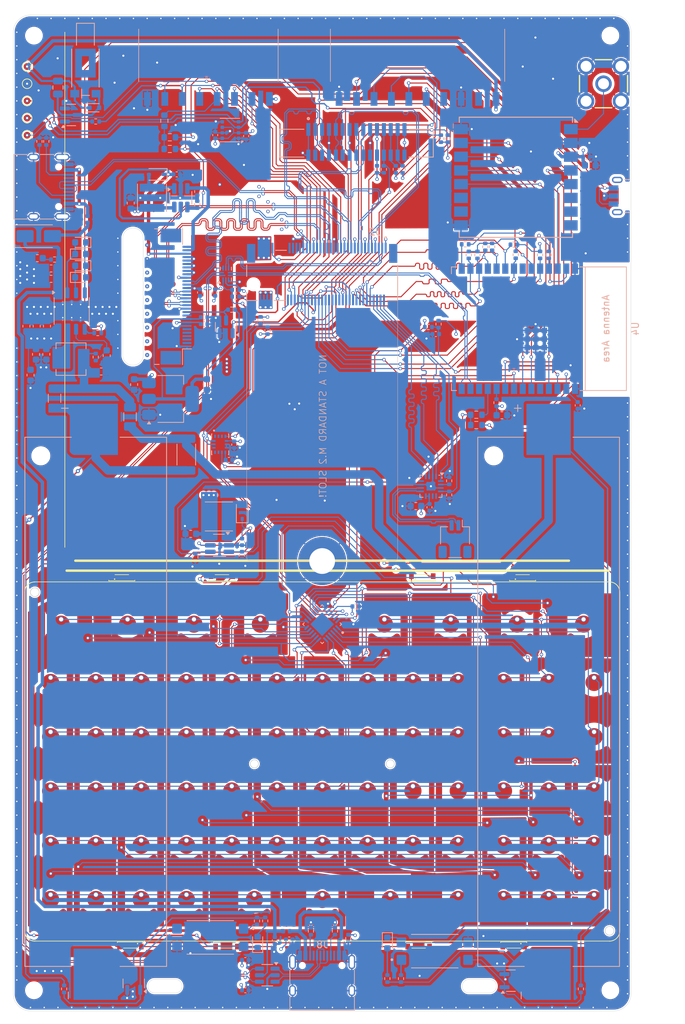
<source format=kicad_pcb>
(kicad_pcb (version 20241229) (generator "pcbnew") (generator_version "9.0")
  (layers (0 "F.Cu" signal) (4 "In1.Cu" signal) (6 "In2.Cu" signal) (2 "B.Cu" signal) (13 "F.Paste" user) (15 "B.Paste" user) (5 "F.SilkS" user "F.Silkscreen") (7 "B.SilkS" user "B.Silkscreen") (1 "F.Mask" user) (3 "B.Mask" user) (25 "Edge.Cuts" user))
  (net 0 "")
  (net 1 "+BATT")
  (net 2 "GND")
  (net 3 "+3V3")
  (net 4 "Net-(BT1-+)")
  (net 5 "/I2C.SDA")
  (net 6 "/I2C.SCL")
  (net 8 "/Display/ADJ_BL_KEYBOARD_DISPLAY")
  (net 12 "Net-(BT1--)")
  (net 13 "/DSI.VSYNC")
  (net 14 "/Audio/I2S_SCLK")
  (net 15 "/Connectivity (C6 + LoRa)/SD2.DATA1")
  (net 16 "/GPIO1")
  (net 17 "/RTC")
  (net 18 "/Connectivity (C6 + LoRa)/SD2.CLK")
  (net 19 "/CSI.STROBE")
  (net 20 "/USB_HS.D+")
  (net 21 "/DSI.DATA1-")
  (net 22 "/DSI.DATA0-")
  (net 23 "/Connectivity (C6 + LoRa)/SD2.CMD")
  (net 24 "/I2C2.SDA")
  (net 25 "/Connectivity (C6 + LoRa)/LoRa/ANTENNA")
  (net 26 "/I2C2.SCL")
  (net 27 "/GPIO2")
  (net 28 "/USB_JTAG.D+")
  (net 29 "/CSI.DATA0+")
  (net 30 "/DSI.DATA1+")
  (net 31 "/DSI.CLK+")
  (net 32 "Net-(BT2--)")
  (net 33 "/DSI.DATA0+")
  (net 34 "/DSI.RESET")
  (net 35 "/CSI.CLK+")
  (net 36 "/DSI.CLK-")
  (net 37 "/CSI.RESET")
  (net 38 "/Connectivity (C6 + LoRa)/SD2.DATA2")
  (net 39 "Net-(J6-13-Pad13_1)")
  (net 40 "/CSI.DATA1-")
  (net 41 "/Connectivity (C6 + LoRa)/SD2.DATA0")
  (net 42 "/USB_HS.D-")
  (net 43 "/GPIO0")
  (net 44 "/C6_INT")
  (net 45 "/C6_CHIP_PU")
  (net 46 "/Connectivity (C6 + LoRa)/SD2.DATA3")
  (net 47 "/INT1")
  (net 48 "/Audio/I2S_LRCK")
  (net 49 "/USB_JTAG.D-")
  (net 50 "/INT2")
  (net 51 "/CSI.DATA0-")
  (net 52 "/CSI.CLK-")
  (net 53 "/CSI.DATA1+")
  (net 54 "Net-(PWR_BUTTON1-Pad1)")
  (net 55 "Net-(J6-14-Pad14_1)")
  (net 56 "/Keyboard/COL_0")
  (net 57 "/Keyboard/ROW_7")
  (net 58 "/Keyboard/COL_1")
  (net 59 "/Keyboard/COL_2")
  (net 60 "/Keyboard/COL_3")
  (net 61 "/Keyboard/COL_4")
  (net 62 "/Keyboard/COL_5")
  (net 63 "/Keyboard/COL_6")
  (net 64 "/Keyboard/COL_7")
  (net 65 "/Keyboard/COL_8")
  (net 66 "/Keyboard/ROW_3")
  (net 67 "/Keyboard/ROW_2")
  (net 68 "/Keyboard/ROW_4")
  (net 69 "/Keyboard/ROW_6")
  (net 70 "/Keyboard/COL_9")
  (net 71 "/Keyboard/ROW_0")
  (net 72 "/Keyboard/ROW_5")
  (net 73 "/Keyboard/ROW_1")
  (net 74 "/Keyboard/~{INT_KEYBOARD}")
  (net 75 "/C6_TX")
  (net 76 "VBUS")
  (net 77 "Net-(BT2-+)")
  (net 78 "+1V8")
  (net 79 "Net-(D14-K)")
  (net 80 "Net-(C17-Pad1)")
  (net 81 "+5V")
  (net 84 "/DISPLAY_BL")
  (net 85 "/Connectivity (C6 + LoRa)/LoRa/~{LORA_RESET}")
  (net 86 "/Connectivity (C6 + LoRa)/LoRa/LORA_SCK")
  (net 87 "VBUS_NPD")
  (net 88 "/Connectivity (C6 + LoRa)/LoRa/LORA_DIO0")
  (net 89 "/Connectivity (C6 + LoRa)/LoRa/LORA_MISO")
  (net 90 "/Connectivity (C6 + LoRa)/LoRa/LORA_MOSI")
  (net 91 "/Connectivity (C6 + LoRa)/LoRa/~{LORA_NSS}")
  (net 92 "Net-(U2-BAT)")
  (net 95 "Net-(D2-K)")
  (net 101 "/Audio/OUTP")
  (net 104 "Net-(U6-GAIN_SLOT)")
  (net 106 "/Audio/OUTN")
  (net 110 "/Audio/~{I2S_MODE}")
  (net 114 "Net-(D2-A)")
  (net 115 "Net-(D4-A)")
  (net 118 "Net-(FB1-Pad1)")
  (net 119 "/Audio/I2S_DATA")
  (net 120 "Net-(J1-CC2)")
  (net 121 "Net-(J1-CC1)")
  (net 122 "/Power & USB/USB.D+")
  (net 123 "/Power & USB/USB.D-")
  (net 125 "/Connectivity (C6 + LoRa)/USB_C6.D-")
  (net 126 "/Connectivity (C6 + LoRa)/USB_C6.D+")
  (net 127 "/USB_CS")
  (net 128 "Net-(J8-CC1)")
  (net 129 "Net-(J8-CC2)")
  (net 133 "Net-(D14-A)")
  (net 134 "/Display/FB")
  (net 136 "/Power & USB/UF")
  (net 137 "/C6_BOOT")
  (net 138 "/C6_RX")
  (net 139 "/KEYBOARD_BL")
  (net 140 "Net-(U4-EN{slash}CHIP_PU)")
  (net 141 "Net-(U4-GPIO8)")
  (net 142 "+13v")
  (net 143 "Net-(D13-A)")
  (net 144 "/Keyboard/FB")
  (net 145 "/Power & USB/D+")
  (net 146 "/Power & USB/D-")
  (net 147 "Net-(D15-K)")
  (net 148 "Net-(D16-K)")
  (net 149 "Net-(D17-K)")
  (net 150 "Net-(D21-K)")
  (net 151 "Net-(D19-K)")
  (net 152 "Net-(D20-K)")
  (net 155 "Net-(U4-GPIO9)")
  (net 156 "Net-(U4-GPIO10)")
  (net 157 "Net-(U4-GPIO15)")
  (net 158 "Net-(U4-U0TXD{slash}GPIO16)")
  (net 164 "Net-(J9-Pin_11)")
  (net 165 "Net-(U2-SW)")
  (net 166 "Net-(U2-KEY)")
  (net 167 "Net-(D7-A)")
  (net 168 "Net-(D6-A)")
  (net 173 "Net-(Q4-B)")
  (net 174 "/GPIO3")
  (net 175 "/GPIO4")
  (net 176 "Net-(Q1-G)")
  (net 177 "Net-(Q3-G)")
  (net 178 "/Vibrator/PWM_VIB")
  (net 179 "Net-(R47-Pad1)")
  (net 180 "Net-(R35-Pad1)")
  (footprint "keyboard_leds:LTW-010DCG" (layer "F.Cu") (at 104.2088 111.7904)
    (property "Reference" "D22" (hide yes))
    (property "Value" "LED" (hide yes))
  )
  (footprint "JDJ_LOGO:JDJELECTRONICS_ICON" (layer "F.Cu") (at 111.55015 34.01095)
    (property "Reference" "U10" (hide yes))
    (property "Value" "JDJELECTRONICS_2023_LOGO")
  )
  (footprint "TestPoint:TestPoint_Pad_D1.0mm" (layer "F.Cu") (at 32 45)
    (property "Reference" "TP4" (hide yes))
    (property "Value" "TestPoint")
  )
  (footprint "MountingHole:MountingHole_2.2mm_M2" (layer "F.Cu") (at 117 33)
    (property "Reference" "H2" (hide yes))
    (property "Value" "CaseScrew")
  )
  (footprint "keyboard_leds:LTW-010DCG" (layer "F.Cu") (at 60.3938 111.7904)
    (property "Reference" "D20" (hide yes))
    (property "Value" "LED" (hide yes))
  )
  (footprint "TestPoint:TestPoint_Pad_D1.0mm" (layer "F.Cu") (at 32 37.5)
    (property "Reference" "TP1" (hide yes))
    (property "Value" "TestPoint")
  )
  (footprint "TestPoint:TestPoint_Pad_D1.0mm" (layer "F.Cu") (at 32 40)
    (property "Reference" "TP2" (hide yes))
    (property "Value" "TestPoint")
  )
  (footprint "keyboard_leds:LTW-010DCG" (layer "F.Cu") (at 47.05 165.5504 180)
    (property "Reference" "D15" (hide yes))
    (property "Value" "LED" (hide yes))
  )
  (footprint "MountingHole:MountingHole_2.2mm_M2" (layer "F.Cu") (at 33 33)
    (property "Reference" "H1" (hide yes))
    (property "Value" "CaseScrew")
  )
  (footprint "TestPoint:TestPoint_Pad_D1.0mm" (layer "F.Cu") (at 32 42.5)
    (property "Reference" "TP3" (hide yes))
    (property "Value" "TestPoint")
  )
  (footprint "keyboard_leds:LTW-010DCG" (layer "F.Cu") (at 89.5938 111.7854)
    (property "Reference" "D21" (hide yes))
    (property "Value" "LED" (hide yes))
  )
  (footprint "keyboard:keyboard_arturo182" (layer "F.Cu") (at 75 138.687278)
    (property "Reference" "U14" (hide yes))
    (property "Value" "~" (hide yes))
    (fp_circle (center -41.875 -24.650002) (end -41.225 -24.650002) (stroke (width 0.1)) (fill no) (layer "Edge.Cuts"))
    (fp_circle (center -9.875 0.34) (end -9.275 0.34) (stroke (width 0.1)) (fill no) (layer "Edge.Cuts"))
    (fp_circle (center 9.925 0.34) (end 10.525 0.34) (stroke (width 0.1)) (fill no) (layer "Edge.Cuts"))
    (fp_circle (center 41.875 24.65) (end 42.525 24.65) (stroke (width 0.1)) (fill no) (layer "Edge.Cuts"))
  )
  (footprint "TestPoint:TestPoint_Pad_D1.0mm" (layer "F.Cu") (at 32 47.5)
    (property "Reference" "TP5" (hide yes))
    (property "Value" "DIN")
  )
  (footprint "MountingHole:MountingHole_2.2mm_M2" (layer "F.Cu") (at 33 172)
    (property "Reference" "H4" (hide yes))
    (property "Value" "CaseScrew")
  )
  (footprint "keyboard_leds:LTW-010DCG" (layer "F.Cu") (at 45.803552 111.787939)
    (property "Reference" "D19" (hide yes))
    (property "Value" "LED" (hide yes))
  )
  (footprint "keyboard_leds:LTW-010DCG" (layer "F.Cu") (at 61.0588 165.5504 180)
    (property "Reference" "D16" (hide yes))
    (property "Value" "LED" (hide yes))
  )
  (footprint "keyboard_leds:LTW-010DCG" (layer "F.Cu") (at 102.9088 165.5504 180)
    (property "Reference" "D18" (hide yes))
    (property "Value" "LED" (hide yes))
  )
  (footprint "MountingHole:MountingHole_2.2mm_M2" (layer "F.Cu") (at 117 172)
    (property "Reference" "H3" (hide yes))
    (property "Value" "CaseScrew")
  )
  (footprint "SMA-J-P-X-RA-TH1:SAMTEC_SMA-J-P-X-RA-TH1" (layer "F.Cu") (at 116 40 180)
    (property "Reference" "J5" (hide yes))
    (property "Value" "SMA-J-P-X-RA-TH1")
  )
  (footprint "keyboard_leds:LTW-010DCG" (layer "F.Cu") (at 89.0588 165.5504 180)
    (property "Reference" "D17" (hide yes))
    (property "Value" "LED" (hide yes))
  )
  (footprint "Capacitor_SMD:C_0402_1005Metric" (layer "B.Cu") (at 78.8 164.4 -90)
    (property "Reference" "C47" (hide yes))
    (property "Value" "100nF")
  )
  (footprint "Capacitor_SMD:C_0603_1608Metric" (layer "B.Cu") (at 31.9 75.3 90)
    (property "Reference" "C19" (hide yes))
    (property "Value" "22uF")
  )
  (footprint "Capacitor_SMD:C_0603_1608Metric" (layer "B.Cu") (at 33.5 65.4 180)
    (property "Reference" "C17" (hide yes))
    (property "Value" "10uF")
  )
  (footprint "Resistor_SMD:R_0402_1005Metric" (layer "B.Cu") (at 56.5184 108.948 -90)
    (property "Reference" "R4" (hide yes))
    (property "Value" "100K")
  )
  (footprint "Diode_SMD:D_SOD-323" (layer "B.Cu") (at 50.8 53.2 180)
    (property "Reference" "D14" (hide yes))
    (property "Value" "1N5819WS")
  )
  (footprint "Package_LGA:Bosch_LGA-8_3x3mm_P0.8mm_ClockwisePinNumbering" (layer "B.Cu") (at 61.6287 46.7496 90)
    (property "Reference" "U7" (hide yes))
    (property "Value" "BME680")
  )
  (footprint "Resistor_SMD:R_0402_1005Metric" (layer "B.Cu") (at 63.31 108.65 -90)
    (property "Reference" "R2" (hide yes))
    (property "Value" "4R7")
  )
  (footprint "Resistor_SMD:R_0402_1005Metric" (layer "B.Cu") (at 42 45.5 180)
    (property "Reference" "R37" (hide yes))
    (property "Value" "1K")
  )
  (footprint "Resistor_SMD:R_0402_1005Metric" (layer "B.Cu") (at 67.034 75.9508 -90)
    (property "Reference" "R5" (hide yes))
    (property "Value" "4.7K")
  )
  (footprint "Connector_USB:USB_C_Receptacle_HRO_TYPE-C-31-M-12" (layer "B.Cu") (at 75 171 180)
    (property "Reference" "J8")
    (property "Value" "USB_C_Receptacle_USB2.0_16P")
  )
  (footprint "Standoff:Standoff" (layer "B.Cu") (at 75 109.5 180)
    (property "Reference" "H5" (hide yes))
    (property "Value" "MountingHole_Pad")
  )
  (footprint "Fuse:Fuse_1206_3216Metric" (layer "B.Cu") (at 36 85.8 -90)
    (property "Reference" "F1" (hide yes))
    (property "Value" "Polyfuse")
  )
  (footprint "Package_TO_SOT_SMD:SOT-23" (layer "B.Cu") (at 47.54099 171 90)
    (property "Reference" "Q1" (hide yes))
    (property "Value" "AO3400A")
  )
  (footprint "LED_SMD:LED_0603_1608Metric" (layer "B.Cu") (at 84.5 165.1 -90)
    (property "Reference" "D8" (hide yes))
    (property "Value" "LED")
  )
  (footprint "Resistor_SMD:R_0402_1005Metric" (layer "B.Cu") (at 92.3 48 -90)
    (property "Reference" "R7" (hide yes))
    (property "Value" "4.7K")
  )
  (footprint "Package_TO_SOT_SMD:SOT-23" (layer "B.Cu") (at 102.5 170.6)
    (property "Reference" "Q3" (hide yes))
    (property "Value" "AO3400A" (hide yes))
  )
  (footprint "Diode_SMD:D_SMA" (layer "B.Cu") (at 33.7 62.2)
    (property "Reference" "D1" (hide yes))
    (property "Value" "SS54")
  )
  (footprint "TCA8418RTWR:QFN50P400X400X80-25N" (layer "B.Cu") (at 74.9988 118.7004 135)
    (property "Reference" "U1" (hide yes))
    (property "Value" "TCA8418")
  )
  (footprint "Resistor_SMD:R_0402_1005Metric" (layer "B.Cu") (at 61.8 72.9 180)
    (property "Reference" "R36" (hide yes))
    (property "Value" "10K")
  )
  (footprint "Package_SO:HSOP-8-1EP_3.9x4.9mm_P1.27mm_EP2.41x3.1mm_ThermalVias" (layer "B.Cu") (at 38.5 73.1 -90)
    (property "Reference" "U2" (hide yes))
    (property "Value" "IP5306")
  )
  (footprint "Capacitor_SMD:C_0603_1608Metric" (layer "B.Cu") (at 34.8 79.4 -90)
    (property "Reference" "C25" (hide yes))
    (property "Value" "22uF")
  )
  (footprint "Resistor_SMD:R_0402_1005Metric" (layer "B.Cu") (at 86.49 170.3 -90)
    (property "Reference" "R47" (hide yes))
    (property "Value" "150")
  )
  (footprint "Resistor_SMD:R_0603_1608Metric" (layer "B.Cu") (at 52.8 47.8 180)
    (property "Reference" "R23" (hide yes))
    (property "Value" "0R")
  )
  (footprint "Resistor_SMD:R_0402_1005Metric" (layer "B.Cu") (at 91.96 75 90)
    (property "Reference" "R18" (hide yes))
    (property "Value" "10K")
  )
  (footprint "Package_TO_SOT_SMD:SOT-23" (layer "B.Cu") (at 61 75.4 90)
    (property "Reference" "Q2" (hide yes))
    (property "Value" "AO3400A")
  )
  (footprint "EL817:SOIC254P1030X390-4N" (layer "B.Cu") (at 91.4075 166.3)
    (property "Reference" "U9" (hide yes))
    (property "Value" "EL817S1C" (hide yes))
  )
  (footprint "Resistor_SMD:R_0402_1005Metric" (layer "B.Cu") (at 42 79.8 -90)
    (property "Reference" "R17" (hide yes))
    (property "Value" "0.5")
  )
  (footprint "Capacitor_SMD:C_0402_1005Metric" (layer "B.Cu") (at 62.185 92.55 -90)
    (property "Reference" "C15" (hide yes))
    (property "Value" "100nF")
  )
  (footprint "Capacitor_SMD:C_0402_1005Metric" (layer "B.Cu") (at 53.8 53.2)
    (property "Reference" "C46" (hide yes))
    (property "Value" "1uF")
  )
  (footprint "Resistor_SMD:R_0402_1005Metric" (layer "B.Cu") (at 93.51 97.82 -90)
    (property "Reference" "R33" (hide yes))
    (property "Value" "100K")
  )
  (footprint "BH-18650-B1BA002:BH-18650-B1BA002" (layer "B.Cu") (at 42 130 90)
    (property "Reference" "BT1" (hide yes))
    (property "Value" "18650 Cell")
  )
  (footprint "Capacitor_SMD:C_0603_1608Metric" (layer "B.Cu") (at 58.2 83.8 -90)
    (property "Reference" "C32" (hide yes))
    (property "Value" "10uF")
  )
  (footprint "Resistor_SMD:R_0402_1005Metric" (layer "B.Cu") (at 86.720558 52.459443 90)
    (property "Reference" "R42" (hide yes))
    (property "Value" "0R")
  )
  (footprint "Fuse:Fuse_1206_3216Metric" (layer "B.Cu") (at 47 88.5 -90)
    (property "Reference" "F2" (hide yes))
    (property "Value" "Polyfuse")
  )
  (footprint "Resistor_SMD:R_2010_5025Metric" (layer "B.Cu") (at 55.2 94 90)
    (property "Reference" "R13" (hide yes))
    (property "Value" "200")
  )
  (footprint "Capacitor_SMD:C_0603_1608Metric" (layer "B.Cu") (at 32.5 82.425 -90)
    (property "Reference" "C23" (hide yes))
    (property "Value" "22uF")
  )
  (footprint "Capacitor_SMD:C_0402_1005Metric" (layer "B.Cu") (at 70.2 164.6)
    (property "Reference" "C48" (hide yes))
    (property "Value" "100nF")
  )
  (footprint "Capacitor_SMD:C_0402_1005Metric" (layer "B.Cu") (at 112.237003 86.834285 -90)
    (property "Reference" "C6" (hide yes))
    (property "Value" "1uF")
  )
  (footprint "Resistor_SMD:R_0402_1005Metric" (layer "B.Cu") (at 33.8 48.4 90)
    (property "Reference" "R3" (hide yes))
    (property "Value" "5.1K")
  )
  (footprint "LED_SMD:LED_0603_1608Metric" (layer "B.Cu") (at 65.6 165 90)
    (property "Reference" "D7" (hide yes))
    (property "Value" "LED")
  )
  (footprint "Capacitor_SMD:C_0402_1005Metric" (layer "B.Cu") (at 79.887373 116.110171)
    (property "Reference" "C1" (hide yes))
    (property "Value" "100nF")
  )
  (footprint "Capacitor_SMD:C_0603_1608Metric" (layer "B.Cu") (at 42.8 81.9)
    (property "Reference" "C21" (hide yes))
    (property "Value" "22uF")
  )
  (footprint "Diode_SMD:D_SOD-323" (layer "B.Cu") (at 63.35 102.31 90)
    (property "Reference" "D13" (hide yes))
    (property "Value" "1N5819WS")
  )
  (footprint "EL817:SOIC254P1030X390-4N" (layer "B.Cu") (at 58.7 164.3 180)
    (property "Reference" "U10" (hide yes))
    (property "Value" "EL817S1C" (hide yes))
  )
  (footprint "Inductor_SMD:L_Changjiang_FXL0420" (layer "B.Cu") (at 38.4 80.1)
    (property "Reference" "L1" (hide yes))
    (property "Value" "1uH")
  )
  (footprint "Diode_SMD:D_0603_1608Metric" (layer "B.Cu") (at 39.8 64.8)
    (property "Reference" "D3" (hide yes))
    (property "Value" "LED")
  )
  (footprint "Resistor_SMD:R_0402_1005Metric" (layer "B.Cu") (at 34.8 48.4 -90)
    (property "Reference" "R1" (hide yes))
    (property "Value" "5.1K")
  )
  (footprint "Resistor_SMD:R_0402_1005Metric" (layer "B.Cu") (at 108.035 64.925 90)
    (property "Reference" "R24" (hide yes))
    (property "Value" "33R")
  )
  (footprint "Resistor_SMD:R_0603_1608Metric" (layer "B.Cu") (at 97.46 88.2)
    (property "Reference" "R22" (hide yes))
    (property "Value" "0R")
  )
  (footprint "Package_DFN_QFN:TQFN-16-1EP_3x3mm_P0.5mm_EP1.23x1.23mm" (layer "B.Cu") (at 90.85 98.61 180)
    (property "Reference" "U6" (hide yes))
    (property "Value" "MAX98357A")
  )
  (footprint "BMI270:XDCR_BMI270" (layer "B.Cu") (at 60.138348 92.501665 -90)
    (property "Reference" "U8" (hide yes))
    (property "Value" "BMI270")
  )
  (footprint "RF_Module:Ai-Thinker-Ra-01-LoRa" (layer "B.Cu") (at 103.23 53.624 180)
    (property "Reference" "U5" (hide yes))
    (property "Value" "Ai-Thinker-Ra-01H")
  )
  (footprint "Resistor_SMD:R_0402_1005Metric" (layer "B.Cu") (at 73.36 163.4 90)
    (property "Reference" "R11" (hide yes))
    (property "Value" "5.1K")
  )
  (footprint "Diode_SMD:D_0603_1608Metric" (layer "B.Cu") (at 39.8 63.1 180)
    (property "Reference" "D2" (hide yes))
    (property "Value" "LED")
  )
  (footprint "Capacitor_SMD:C_0402_1005Metric" (layer "B.Cu") (at 63.8 167.6)
    (property "Reference" "C49" (hide yes))
    (property "Value" "100nF")
  )
  (footprint "Capacitor_SMD:C_0402_1005Metric" (layer "B.Cu") (at 57.8 75)
    (property "Reference" "C12" (hide yes))
    (property "Value" "100nF")
  )
  (footprint "badge:SMD_10" (layer "B.Cu") (at 88.9 42.21 180)
    (property "Reference" "J7" (hide yes))
    (property "Value" "Conn_01x10")
  )
  (footprint "PTS847MM160LSMTR2_LFS:SW_PTS847MM160LSMTR2_LFS" (layer "B.Cu") (at 118.01 56.35 -90)
    (property "Reference" "PWR_BUTTON1" (hide yes))
    (property "Value" "PTS847MM160LSMTR2_LFS")
    (fp_line (start -1.2 -0.4) (end 1.2 -0.4) (stroke (width 0.01)) (layer "Edge.Cuts"))
    (fp_line (start 1.9 -1.1) (end 1.9 -1.75) (stroke (width 0.01)) (layer "Edge.Cuts"))
    (fp_line (start -1.9 -1.75) (end -1.9 -1.1) (stroke (width 0.01)) (layer "Edge.Cuts"))
    (fp_line (start 1.9 -1.75) (end -1.9 -1.75) (stroke (width 0.01)) (layer "Edge.Cuts"))
    (fp_arc (start -1.2 -0.4) (mid -1.853447 -0.446553) (end -1.9 -1.1) (stroke (width 0.01)) (layer "Edge.Cuts"))
    (fp_arc (start 1.9 -1.1) (mid 1.853447 -0.446553) (end 1.2 -0.4) (stroke (width 0.01)) (layer "Edge.Cuts"))
  )
  (footprint "PCM_Espressif:ESP32-C6-WROOM-1" (layer "B.Cu") (at 103.585 75.674 90)
    (property "Reference" "U4")
    (property "Value" "ESP32-C6-WROOM-1")
  )
  (footprint "Connector_USB:USB_C_Receptacle_HRO_TYPE-C-31-M-12" (layer "B.Cu") (at 34 55 90)
    (property "Reference" "J1" (hide yes))
    (property "Value" "USB_C_Receptacle_USB2.0_16P")
  )
  (footprint "Capacitor_SMD:C_0402_1005Metric" (layer "B.Cu") (at 68.1008 164.7544 -90)
    (property "Reference" "C45" (hide yes))
    (property "Value" "100nF")
  )
  (footprint "Capacitor_SMD:C_0603_1608Metric" (layer "B.Cu") (at 114.08 51.9)
    (property "Reference" "C8" (hide yes))
    (property "Value" "10uF")
  )
  (footprint "Resistor_SMD:R_0402_1005Metric" (layer "B.Cu") (at 99.77 63.75 90)
    (property "Reference" "R29" (hide yes))
    (property "Value" "51K")
  )
  (footprint "Resistor_SMD:R_0402_1005Metric" (layer "B.Cu") (at 83.99 52.46 90)
    (property "Reference" "R40" (hide yes))
    (property "Value" "10K")
  )
  (footprint "Resistor_SMD:R_0402_1005Metric" (layer "B.Cu") (at 102.9496 63.4312)
    (property "Reference" "R30" (hide yes))
    (property "Value" "51K")
  )
  (footprint "Capacitor_SMD:C_0603_1608Metric" (layer "B.Cu") (at 35.5 68.41 180)
    (property "Reference" "C3" (hide yes))
    (property "Value" "10uF")
  )
  (footprint "Capacitor_SMD:C_0805_2012Metric" (layer "B.Cu") (at 36.5 40.55 -90)
    (property "Reference" "C23" (hide yes))
    (property "Value" "100nF")
  )
  (footprint "Package_TO_SOT_SMD:SOT-23-6_Handsoldering" (layer "B.Cu") (at 60.05 107.21 180)
    (property "Reference" "U15" (hide yes))
    (property "Value" "AP3032")
  )
  (footprint "Capacitor_SMD:C_0603_1608Metric" (layer "B.Cu") (at 88.66 101.495 180)
    (property "Reference" "C9" (hide yes))
    (property "Value" "10uF")
  )
  (footprint "Resistor_SMD:R_0402_1005Metric" (layer "B.Cu") (at 42.3 76.3)
    (property "Reference" "R15" (hide yes))
    (property "Value" "10K")
  )
  (footprint "Capacitor_SMD:C_0402_1005Metric" (layer "B.Cu") (at 90.635 101.675 -90)
    (property "Reference" "C10" (hide yes))
    (property "Value" "100nF")
  )
  (footprint "Resistor_SMD:R_0402_1005Metric" (layer "B.Cu") (at 76.86 163.39 90)
    (property "Reference" "R12" (hide yes))
    (property "Value" "5.1K")
  )
  (footprint "Connector_JST:JST_SH_SM02B-SRSS-TB_1x02-1MP_P1.00mm_Horizontal" (layer "B.Cu") (at 94.36 106.3 180)
    (property "Reference" "LS1" (hide yes))
    (property "Value" "Speaker")
  )
  (footprint "Resistor_SMD:R_0402_1005Metric" (layer "B.Cu") (at 103.2036 64.9044 90)
    (property "Reference" "R31" (hide yes))
    (property "Value" "51K")
  )
  (footprint "Capacitor_SMD:C_0402_1005Metric" (layer "B.Cu") (at 63.9162 47.6246 -90)
    (property "Reference" "C14" (hide yes))
    (property "Value" "100nF")
  )
  (footprint "Diode_SMD:D_SOD-523" (layer "B.Cu") (at 41.8 43.5)
    (property "Reference" "D6" (hide yes))
    (property "Value" "1N4148WT")
  )
  (footprint "Resistor_SMD:R_0402_1005Metric" (layer "B.Cu") (at 85.7284 52.4584 90)
    (property "Reference" "R41" (hide yes))
    (property "Value" "0R")
  )
  (footprint "Capacitor_SMD:C_0402_1005Metric" (layer "B.Cu") (at 91.56 76.45 180)
    (property "Reference" "C4" (hide yes))
    (property "Value" "1uF")
  )
  (footprint "Package_DFN_QFN:UQFN-10_1.4x1.8mm_P0.4mm" (layer "B.Cu") (at 60.96 67.71)
    (property "Reference" "U11" (hide yes))
    (property "Value" "TPSGM7227YUWQ10G")
  )
  (footprint "BH-18650-B1BA002:BH-18650-B1BA002" (layer "B.Cu") (at 108 130 90)
    (property "Reference" "BT2" (hide yes))
    (property "Value" "18650 Cell" (hide yes))
  )
  (footprint "Diode_SMD:D_0603_1608Metric" (layer "B.Cu") (at 39.8 68.2)
    (property "Reference" "D5" (hide yes))
    (property "Value" "LED")
  )
  (footprint "Resistor_SMD:R_0603_1608Metric" (layer "B.Cu") (at 97.46 89.7)
    (property "Reference" "R44" (hide yes))
    (property "Value" "0R")
  )
  (footprint "Capacitor_SMD:C_0402_1005Metric" (layer "B.Cu") (at 61.41 94.775)
    (property "Reference" "C16" (hide yes))
    (property "Value" "100nF")
  )
  (footprint "badge:SMD_8" (layer "B.Cu") (at 58.42 42.21 180)
    (property "Reference" "J3" (hide yes))
    (property "Value" "Conn_01x08")
  )
  (footprint "Capacitor_SMD:C_0603_1608Metric" (layer "B.Cu") (at 47.1 57.4 90)
    (property "Reference" "C30" (hide yes))
    (property "Value" "10uF")
  )
  (footprint "Resistor_SMD:R_0603_1608Metric" (layer "B.Cu") (at 52.8 49.5 180)
    (property "Reference" "R45" (hide yes))
    (property "Value" "0R")
  )
  (footprint "Capacitor_SMD:C_0402_1005Metric" (layer "B.Cu") (at 63.3256 106.7128 -90)
    (property "Reference" "C44" (hide yes))
    (property "Value" "1uF")
  )
  (footprint "Resistor_SMD:R_0402_1005Metric" (layer "B.Cu") (at 62.4 70 180)
    (property "Reference" "R9" (hide yes))
    (property "Value" "10K")
  )
  (footprint "Resistor_SMD:R_0402_1005Metric" (layer "B.Cu") (at 96.36 64.93 90)
    (property "Reference" "R26" (hide yes))
    (property "Value" "51K")
  )
  (footprint "Inductor_SMD:L_0402_1005Metric" (layer "B.Cu") (at 40.82 59.75 -90)
    (property "Reference" "FB1" (hide yes))
    (property "Value" "120Ω@100MHz")
  )
  (footprint "Resistor_SMD:R_0402_1005Metric" (layer "B.Cu") (at 93.51 99.87 90)
    (property "Reference" "R32" (hide yes))
    (property "Value" "10K")
  )
  (footprint "Resistor_SMD:R_0402_1005Metric" (layer "B.Cu") (at 62.4 71)
    (property "Reference" "R10" (hide yes))
    (property "Value" "10K")
  )
  (footprint "Resistor_SMD:R_0402_1005Metric" (layer "B.Cu") (at 112.7 171.8 90)
    (property "Reference" "R48" (hide yes))
    (property "Value" "1K")
  )
  (footprint "Package_TO_SOT_SMD:SOT-23-6_Handsoldering" (layer "B.Cu") (at 54.4 56.6 -90)
    (property "Reference" "U16" (hide yes))
    (property "Value" "AP3032")
  )
  (footprint "Resistor_SMD:R_0402_1005Metric" (layer "B.Cu") (at 56.8 57.6 90)
    (property "Reference" "R34" (hide yes))
    (property "Value" "100K")
  )
  (footprint "FPC:AFC30" (layer "B.Cu") (at 49.8 71 90)
    (property "Reference" "J9" (hide yes))
    (property "Value" "Conn_01x30")
  )
  (footprint "Capacitor_SMD:C_0603_1608Metric" (layer "B.Cu") (at 35.5 66.9 180)
    (property "Reference" "C2" (hide yes))
    (property "Value" "10uF")
  )
  (footprint "Capacitor_SMD:C_0603_1608Metric" (layer "B.Cu") (at 33.3 79.4 -90)
    (property "Reference" "C24" (hide yes))
    (property "Value" "22uF")
  )
  (footprint "Capacitor_SMD:C_0402_1005Metric" (layer "B.Cu") (at 63.8 172)
    (property "Reference" "C50" (hide yes))
    (property "Value" "100nF")
  )
  (footprint "Resistor_SMD:R_0402_1005Metric" (layer "B.Cu") (at 90.4726 75.433)
    (property "Reference" "R19" (hide yes))
    (property "Value" "0R")
  )
  (footprint "Capacitor_SMD:C_0603_1608Metric" (layer "B.Cu") (at 101.185 88.275)
    (property "Reference" "C5" (hide yes))
    (property "Value" "10uF")
  )
  (footprint "Resistor_SMD:R_0402_1005Metric" (layer "B.Cu") (at 95.84 63.38 180)
    (property "Reference" "R21" (hide yes))
    (property "Value" "0R")
  )
  (footprint "Resistor_SMD:R_0402_1005Metric" (layer "B.Cu") (at 106.76 64.925 90)
    (property "Reference" "R25" (hide yes))
    (property "Value" "10K")
  )
  (footprint "Inductor_SMD:L_0402_1005Metric" (layer "B.Cu") (at 69.8 163.4 180)
    (property "Reference" "FB2" (hide yes))
    (property "Value" "120Ω@100MHz")
  )
  (footprint "Resistor_SMD:R_0603_1608Metric" (layer "B.Cu") (at 52 45.4 -90)
    (property "Reference" "R16" (hide yes))
    (property "Value" "0R")
  )
  (footprint "Z30C1T8460001:XDCR_Z30C1T8460001" (layer "B.Cu") (at 40.5 40.9 90)
    (property "Reference" "M1" (hide yes))
    (property "Value" "Z30C1T8460001")
  )
  (footprint "Capacitor_SMD:C_0402_1005Metric" (layer "B.Cu") (at 57.8 74)
    (property "Reference" "C11" (hide yes))
    (property "Value" "100nF")
  )
  (footprint "Resistor_SMD:R_0402_1005Metric" (layer "B.Cu") (at 36 65.6 180)
    (property "Reference" "R14" (hide yes))
    (property "Value" "2")
  )
  (footprint "Resistor_SMD:R_0402_1005Metric" (layer "B.Cu") (at 65.5 161.9 90)
    (property "Reference" "R38" (hide yes))
    (property "Value" "150")
  )
  (footprint "Capacitor_SMD:C_0603_1608Metric" (layer "B.Cu") (at 33.4 75.3 90)
    (property "Reference" "C18" (hide yes))
    (property "Value" "22uF")
  )
  (footprint "1-1734248-5:TE_1-1734248-5" (layer "B.Cu") (at 79.992994 48.679506)
    (property "Reference" "J6" (hide yes))
    (property "Value" "1-1734248-5")
  )
  (footprint "Inductor_SMD:L_Vishay_IFSC-1515AH_4x4x1.8mm" (layer "B.Cu") (at 59.95 103.01)
    (property "Reference" "L3" (hide yes))
    (property "Value" "6.8uH")
  )
  (footprint "Package_TO_SOT_SMD:SOT-23" (layer "B.Cu") (at 38.4375 44.55)
    (property "Reference" "Q4" (hide yes))
    (property "Value" "BC847")
  )
  (footprint "Resistor_SMD:R_0402_1005Metric" (layer "B.Cu") (at 82.99 52.46 90)
    (property "Reference" "R39" (hide yes))
    (property "Value" "10K")
  )
  (footprint "Capacitor_SMD:C_0603_1608Metric" (layer "B.Cu") (at 34.9 75.3 90)
    (property "Reference" "C20" (hide yes))
    (property "Value" "22uF")
  )
  (footprint "Capacitor_SMD:C_0603_1608Metric" (layer "B.Cu") (at 43.6 79.6 -90)
    (property "Reference" "C22" (hide yes))
    (property "Value" "22uF")
  )
  (footprint "Resistor_SMD:R_0402_1005Metric" (layer "B.Cu") (at 37.4 171.8 90)
    (property "Reference" "R43" (hide yes))
    (property "Value" "1K")
  )
  (footprint "Capacitor_SMD:C_0402_1005Metric" (layer "B.Cu") (at 59.4162 47.4746 90)
    (property "Reference" "C13" (hide yes))
    (property "Value" "100nF")
  )
  (footprint "Resistor_SMD:R_0402_1005Metric" (layer "B.Cu") (at 97.63 64.93 90)
    (property "Reference" "R27" (hide yes))
    (property "Value" "51K")
  )
  (footprint "Resistor_SMD:R_0402_1005Metric" (layer "B.Cu") (at 98.77 63.75 90)
    (property "Reference" "R28" (hide yes))
    (property "Value" "51K")
  )
  (footprint "Diode_SMD:D_0603_1608Metric" (layer "B.Cu") (at 39.8 66.5 180)
    (property "Reference" "D4" (hide yes))
    (property "Value" "LED")
  )
  (footprint "Resistor_SMD:R_0402_1005Metric" (layer "B.Cu") (at 56.8 55.7 -90)
    (property "Reference" "R35" (hide yes))
    (property "Value" "4R7")
  )
  (footprint "Resistor_SMD:R_0402_1005Metric" (layer "B.Cu") (at 66.7 161.9 90)
    (property "Reference" "R40" (hide yes))
    (property "Value" "470")
  )
  (footprint "Resistor_SMD:R_0402_1005Metric" (layer "B.Cu") (at 84.5 170.3 -90)
    (property "Reference" "R46" (hide yes))
    (property "Value" "470")
  )
  (footprint "Resistor_SMD:R_0402_1005Metric" (layer "B.Cu") (at 66.018 74.4548 90)
    (property "Reference" "R6" (hide yes))
    (property "Value" "4.7K")
  )
  (footprint "Resistor_SMD:R_0402_1005Metric" (layer "B.Cu") (at 93.3 48 -90)
    (property "Reference" "R8" (hide yes))
    (property "Value" "4.7K")
  )
  (footprint "MDT420M02003:AMPHENOL_MDT420M02003" (layer "B.Cu") (at 75 69.208 180)
    (property "Reference" "J2")
    (property "Value" "MDT420M02003")
  )
  (footprint "Capacitor_SMD:C_0603_1608Metric" (layer "B.Cu") (at 55.858 105.5444 180)
    (property "Reference" "C29" (hide yes))
    (property "Value" "10uF")
  )
  (footprint "Capacitor_SMD:C_0402_1005Metric" (layer "B.Cu") (at 59.4 70.4 90)
    (property "Reference" "C51" (hide yes))
    (property "Value" "100nF")
  )
  (footprint "Capacitor_SMD:C_0402_1005Metric" (layer "B.Cu") (at 57.2 70.4 90)
    (property "Reference" "C52" (hide yes))
    (property "Value" "100nF")
  )
  (footprint "Inductor_SMD:L_Vishay_IFSC-1515AH_4x4x1.8mm" (layer "B.Cu") (at 50.2 56.6 90)
    (property "Reference" "L4" (hide yes))
    (property "Value" "6.8uH")
  )
  (footprint "Resistor_SMD:R_0402_1005Metric" (layer "B.Cu") (at 100.41 86.44 90)
    (property "Reference" "R20" (hide yes))
    (property "Value" "10K")
  )
  (footprint "Package_TO_SOT_SMD:SOT-23-6" (layer "B.Cu") (at 67 169.8 180)
    (property "Reference" "U12" (hide yes))
    (property "Value" "USBLC6-2SC6")
  )
  (footprint "Capacitor_SMD:C_0402_1005Metric" (layer "B.Cu") (at 113.51 50.63)
    (property "Reference" "C7" (hide yes))
    (property "Value" "100nF")
  )
  (footprint "Package_TO_SOT_SMD:SOT-223-3_TabPin2" (layer "B.Cu") (at 52.9 85.9)
    (property "Reference" "U3" (hide yes))
    (property "Value" "AMS1117-1.8")
  )
  (footprint "Capacitor_SMD:C_0603_1608Metric" (layer "B.Cu") (at 47.6 83.8 -90)
    (property "Reference" "C31" (hide yes))
    (property "Value" "10uF")
  )
  (gr_curve (pts (xy 31.62755 114.050395) (xy 31.62755 113.225395) (xy 32.30255 112.550395) (xy 33.12755 112.550395)) (stroke (width 0.09)) (layer "F.SilkS"))
  (gr_curve (pts (xy 33.12755 164.850402) (xy 32.30255 164.850402) (xy 31.62755 164.175402) (xy 31.62755 163.350402)) (stroke (width 0.09)) (layer "F.SilkS"))
  (gr_curve (pts (xy 118.370048 163.350402) (xy 118.370048 164.175402) (xy 117.695048 164.850402) (xy 116.870048 164.850402)) (stroke (width 0.09)) (layer "F.SilkS"))
  (gr_line (start 110.958812 109.450574) (end 39.02883 109.450587) (stroke (width 0.35)) (layer "F.SilkS"))
  (gr_curve (pts (xy 116.870048 112.550395) (xy 117.695048 112.550395) (xy 118.370048 113.225395) (xy 118.370048 114.050395)) (stroke (width 0.09)) (layer "F.SilkS"))
  (gr_line (start 37.5 32.5) (end 37.5 107.5) (stroke (width 0.1)) (layer "F.SilkS"))
  (gr_line (start 116.744693 110.900572) (end 37.764712 110.900586) (stroke (width 0.35)) (layer "F.SilkS"))
  (gr_line (start 31.62755 163.350402) (end 31.62755 114.050395) (stroke (width 0.09)) (layer "F.SilkS"))
  (gr_line (start 118.370048 114.050395) (end 118.370048 163.350402) (stroke (width 0.09)) (layer "F.SilkS"))
  (gr_line (start 117.5 30) (end 32.5 30) (stroke (width 0.05)) (layer "Edge.Cuts"))
  (gr_line (start 45.925 62.5) (end 45.925 79.5) (stroke (width 0.05)) (layer "Edge.Cuts"))
  (gr_arc (start 32.5 175) (mid 30.732233 174.267767) (end 30 172.5) (stroke (width 0.05)) (layer "Edge.Cuts"))
  (gr_arc (start 53.6 170.4) (mid 54.6 171.4) (end 53.6 172.4) (stroke (width 0.05)) (layer "Edge.Cuts"))
  (gr_arc (start 30 32.5) (mid 30.732233 30.732233) (end 32.5 30) (stroke (width 0.05)) (layer "Edge.Cuts"))
  (gr_arc (start 48.925 79.5) (mid 47.425 81) (end 45.925 79.5) (stroke (width 0.05)) (layer "Edge.Cuts"))
  (gr_arc (start 96.4 172.4) (mid 95.4 171.4) (end 96.4 170.4) (stroke (width 0.05)) (layer "Edge.Cuts"))
  (gr_line (start 120 172.5) (end 120 32.5) (stroke (width 0.05)) (layer "Edge.Cuts"))
  (gr_line (start 50.6 170.4) (end 53.6 170.4) (stroke (width 0.05)) (layer "Edge.Cuts"))
  (gr_arc (start 120 172.5) (mid 119.267767 174.267767) (end 117.5 175) (stroke (width 0.05)) (layer "Edge.Cuts"))
  (gr_line (start 96.4 170.4) (end 99.4 170.4) (stroke (width 0.05)) (layer "Edge.Cuts"))
  (gr_arc (start 50.6 172.4) (mid 49.6 171.4) (end 50.6 170.4) (stroke (width 0.05)) (layer "Edge.Cuts"))
  (gr_line (start 96.4 172.4) (end 99.4 172.4) (stroke (width 0.05)) (layer "Edge.Cuts"))
  (gr_arc (start 117.5 30) (mid 119.267767 30.732233) (end 120 32.5) (stroke (width 0.05)) (layer "Edge.Cuts"))
  (gr_line (start 50.6 172.4) (end 53.6 172.4) (stroke (width 0.05)) (layer "Edge.Cuts"))
  (gr_line (start 32.5 175) (end 117.5 175) (stroke (width 0.05)) (layer "Edge.Cuts"))
  (gr_line (start 30 32.5) (end 30 172.5) (stroke (width 0.05)) (layer "Edge.Cuts"))
  (gr_arc (start 99.4 170.4) (mid 100.4 171.4) (end 99.4 172.4) (stroke (width 0.05)) (layer "Edge.Cuts"))
  (gr_line (start 48.925 79.5) (end 48.925 62.5) (stroke (width 0.05)) (layer "Edge.Cuts"))
  (gr_arc (start 45.925 62.5) (mid 47.425 61) (end 48.925 62.5) (stroke (width 0.05)) (layer "Edge.Cuts"))
  (segment (start 59.075 40.265) (end 59.081 40.259) (width 0.15) (layer "F.Cu") (net 0))
  (segment (start 51.45 40.275) (end 51.4 40.275) (width 0.2) (layer "B.Cu") (net 0))
  (segment (start 54.6 42.2) (end 54.61 42.21) (width 0.2) (layer "B.Cu") (net 0))
  (segment (start 54.595 40.275) (end 54.600857 40.269143) (width 0.15) (layer "B.Cu") (net 0))
  (segment (start 54.730857 40.269143) (end 54.741 40.259) (width 0.15) (layer "B.Cu") (net 0))
  (segment (start 59.069 40.259) (end 59.075 40.265) (width 0.15) (layer "B.Cu") (net 0))
  (segment (start 51.45 40.275) (end 51.4 40.325) (width 0.2) (layer "B.Cu") (net 0))
  (segment (start 54.600857 40.269143) (end 54.730857 40.269143) (width 0.15) (layer "B.Cu") (net 0))
  (segment (start 51.4 40.325) (end 51.4 40.375) (width 0.2) (layer "B.Cu") (net 0))
  (segment (start 51.4 40.275) (end 51.375 40.3) (width 0.2) (layer "B.Cu") (net 0))
  (segment (start 54.595 40.275) (end 54.595 40.299143) (width 0.2) (layer "B.Cu") (net 0))
  (segment (start 54.595 40.299143) (end 54.6 40.304143) (width 0.2) (layer "B.Cu") (net 0))
  (segment (start 45.2 84.4) (end 40.3 84.4) (width 1.25) (layer "B.Cu") (net 1))
  (segment (start 41.06 79.29) (end 40.25 80.1) (width 0.2) (layer "B.Cu") (net 1))
  (segment (start 42 79.29) (end 41.06 79.29) (width 0.2) (layer "B.Cu") (net 1))
  (segment (start 47 87.1) (end 47 86.2) (width 1.25) (layer "B.Cu") (net 1))
  (segment (start 40.3 84.4) (end 40.3 82.1) (width 1.25) (layer "B.Cu") (net 1))
  (segment (start 47 86.2) (end 45.2 84.4) (width 1.25) (layer "B.Cu") (net 1))
  (segment (start 36 84.4) (end 40.3 84.4) (width 1.25) (layer "B.Cu") (net 1))
  (segment (start 59.426205 67.04) (end 59.606205 66.86) (width 0.15) (layer "F.Cu") (net 2))
  (via (at 30.5 68.5) (size 0.6) (drill 0.2) (layers "F.Cu" "B.Cu") (net 2))
  (via (at 62.5 174.5) (size 0.6) (drill 0.2) (layers "F.Cu" "B.Cu") (net 2))
  (via (at 32.5 84.3) (size 0.5) (drill 0.3) (layers "F.Cu" "B.Cu") (net 2))
  (via (at 119.5 134.5) (size 0.6) (drill 0.2) (layers "F.Cu" "B.Cu") (net 2))
  (via (at 44 72.5) (size 0.5) (drill 0.3) (layers "F.Cu" "B.Cu") (net 2))
  (via (at 103 88.3) (size 0.5) (drill 0.3) (layers "F.Cu" "B.Cu") (net 2))
  (via (at 30.5 90.5) (size 0.6) (drill 0.2) (layers "F.Cu" "B.Cu") (net 2))
  (via (at 44.75 39.85) (size 0.5) (drill 0.3) (layers "F.Cu" "B.Cu") (net 2))
  (via (at 34 72.5) (size 0.5) (drill 0.3) (layers "F.Cu" "B.Cu") (net 2))
  (via (at 43 72.5) (size 0.5) (drill 0.3) (layers "F.Cu" "B.Cu") (net 2))
  (via (at 30.5 50.5) (size 0.6) (drill 0.2) (layers "F.Cu" "B.Cu") (net 2))
  (via (at 55.5 30.5) (size 0.6) (drill 0.2) (layers "F.Cu" "B.Cu") (net 2))
  (via (at 119.5 48.5) (size 0.6) (drill 0.2) (layers "F.Cu" "B.Cu") (net 2))
  (via (at 34.6 169.2) (size 0.5) (drill 0.3) (layers "F.Cu" "B.Cu") (net 2))
  (via (at 101.5 168.1) (size 0.5) (drill 0.3) (layers "F.Cu" "B.Cu") (net 2))
  (via (at 49.525 43.8) (size 0.5) (drill 0.3) (layers "F.Cu" "B.Cu") (net 2))
  (via (at 101.5 30.5) (size 0.6) (drill 0.2) (layers "F.Cu" "B.Cu") (net 2))
  (via (at 30.5 92.5) (size 0.6) (drill 0.2) (layers "F.Cu" "B.Cu") (net 2))
  (via (at 71.65 86.575) (size 0.5) (drill 0.3) (layers "F.Cu" "B.Cu") (net 2))
  (via (at 45.225 64.5) (size 0.6) (drill 0.2) (layers "F.Cu" "B.Cu") (net 2))
  (via (at 47.575 43.575) (size 0.5) (drill 0.3) (layers "F.Cu" "B.Cu") (net 2))
  (via (at 119.5 46.5) (size 0.6) (drill 0.2) (layers "F.Cu" "B.Cu") (net 2))
  (via (at 54.3 56.625) (size 0.5) (drill 0.3) (layers "F.Cu" "B.Cu") (net 2))
  (via (at 88.5 174.5) (size 0.6) (drill 0.2) (layers "F.Cu" "B.Cu") (net 2))
  (via (at 84.25 62.64) (size 0.5) (drill 0.3) (layers "F.Cu" "B.Cu") (net 2))
  (via (at 96.8 46.6) (size 0.5) (drill 0.3) (layers "F.Cu" "B.Cu") (net 2))
  (via (at 50.95 36.925) (size 0.5) (drill 0.3) (layers "F.Cu" "B.Cu") (net 2))
  (via (at 30.5 66.5) (size 0.6) (drill 0.2) (layers "F.Cu" "B.Cu") (net 2))
  (via (at 77.5 30.5) (size 0.6) (drill 0.2) (layers "F.Cu" "B.Cu") (net 2))
  (via (at 53.8 78.2) (size 0.5) (drill 0.3) (layers "F.Cu" "B.Cu") (net 2))
  (via (at 83.5 30.5) (size 0.6) (drill 0.2) (layers "F.Cu" "B.Cu") (net 2))
  (via (at 34.5 174.5) (size 0.6) (drill 0.2) (layers "F.Cu" "B.Cu") (net 2))
  (via (at 56.925 48.8) (size 0.5) (drill 0.3) (layers "F.Cu" "B.Cu") (net 2))
  (via (at 48.5 174.5) (size 0.6) (drill 0.2) (layers "F.Cu" "B.Cu") (net 2))
  (via (at 113.93 48.624) (size 0.5) (drill 0.3) (layers "F.Cu" "B.Cu") (net 2))
  (via (at 30.5 134.5) (size 0.6) (drill 0.2) (layers "F.Cu" "B.Cu") (net 2))
  (via (at 63.8 71.2) (size 0.5) (drill 0.3) (layers "F.Cu" "B.Cu") (net 2))
  (via (at 112.5 174.5) (size 0.6) (drill 0.2) (layers "F.Cu" "B.Cu") (net 2))
  (via (at 119.5 88.5) (size 0.6) (drill 0.2) (layers "F.Cu" "B.Cu") (net 2))
  (via (at 30.5 108.5) (size 0.6) (drill 0.2) (layers "F.Cu" "B.Cu") (net 2))
  (via (at 31 66) (size 0.5) (drill 0.3) (layers "F.Cu" "B.Cu") (net 2))
  (via (at 119.5 164.5) (size 0.6) (drill 0.2) (layers "F.Cu" "B.Cu") (net 2))
  (via (at 67.1 57.2) (size 0.5) (drill 0.3) (layers "F.Cu" "B.Cu") (net 2))
  (via (at 119.5 50.5) (size 0.6) (drill 0.2) (layers "F.Cu" "B.Cu") (net 2))
  (via (at 70.8 62.6) (size 0.6) (drill 0.3) (layers "F.Cu" "B.Cu") (net 2))
  (via (at 45.225 78.5) (size 0.6) (drill 0.2) (layers "F.Cu" "B.Cu") (net 2))
  (via (at 42 72.5) (size 0.5) (drill 0.3) (layers "F.Cu" "B.Cu") (net 2))
  (via (at 37.5 30.5) (size 0.6) (drill 0.2) (layers "F.Cu" "B.Cu") (net 2))
  (via (at 34.8 81.3) (size 0.5) (drill 0.3) (layers "F.Cu" "B.Cu") (net 2))
  (via (at 119.5 60.5) (size 0.6) (drill 0.2) (layers "F.Cu" "B.Cu") (net 2))
  (via (at 106.075 33.275) (size 0.5) (drill 0.3) (layers "F.Cu" "B.Cu") (net 2))
  (via (at 81.25 62.64) (size 0.5) (drill 0.3) (layers "F.Cu" "B.Cu") (net 2))
  (via (at 59.5 74.1) (size 0.5) (drill 0.3) (layers "F.Cu" "B.Cu") (net 2))
  (via (at 61.56 46.9) (size 0.5) (drill 0.3) (layers "F.Cu" "B.Cu") (net 2))
  (via (at 30.5 144.5) (size 0.6) (drill 0.2) (layers "F.Cu" "B.Cu") (net 2))
  (via (at 65.5 30.5) (size 0.6) (drill 0.2) (layers "F.Cu" "B.Cu") (net 2))
  (via (at 99.5 30.5) (size 0.6) (drill 0.2) (layers "F.Cu" "B.Cu") (net 2))
  (via (at 30.5 96.5) (size 0.6) (drill 0.2) (layers "F.Cu" "B.Cu") (net 2))
  (via (at 30.5 94.5) (size 0.6) (drill 0.2) (layers "F.Cu" "B.Cu") (net 2))
  (via (at 35.5 30.5) (size 0.6) (drill 0.2) (layers "F.Cu" "B.Cu") (net 2))
  (via (at 119.5 168.5) (size 0.6) (drill 0.2) (layers "F.Cu" "B.Cu") (net 2))
  (via (at 108.5 174.5) (size 0.6) (drill 0.2) (layers "F.Cu" "B.Cu") (net 2))
  (via (at 30.5 160.5) (size 0.6) (drill 0.2) (layers "F.Cu" "B.Cu") (net 2))
  (via (at 30.5 142.5) (size 0.6) (drill 0.2) (layers "F.Cu" "B.Cu") (net 2))
  (via (at 119.5 86.5) (size 0.6) (drill 0.2) (layers "F.Cu" "B.Cu") (net 2))
  (via (at 63.5 30.5) (size 0.6) (drill 0.2) (layers "F.Cu" "B.Cu") (net 2))
  (via (at 32 40) (size 0.5) (drill 0.3) (layers "F.Cu" "B.Cu") (net 2))
  (via (at 57.5 30.5) (size 0.6) (drill 0.2) (layers "F.Cu" "B.Cu") (net 2))
  (via (at 108.65 39.275) (size 0.5) (drill 0.3) (layers "F.Cu" "B.Cu") (net 2))
  (via (at 119.5 122.5) (size 0.6) (drill 0.2) (layers "F.Cu" "B.Cu") (net 2))
  (via (at 119.5 120.5) (size 0.6) (drill 0.2) (layers "F.Cu" "B.Cu") (net 2))
  (via (at 56.3 66.5) (size 0.5) (drill 0.3) (layers "F.Cu" "B.Cu") (net 2))
  (via (at 119.5 142.5) (size 0.6) (drill 0.2) (layers "F.Cu" "B.Cu") (net 2))
  (via (at 30.5 52.5) (size 0.6) (drill 0.2) (layers "F.Cu" "B.Cu") (net 2))
  (via (at 30.5 40.5) (size 0.6) (drill 0.2) (layers "F.Cu" "B.Cu") (net 2))
  (via (at 56.3 67.5) (size 0.5) (drill 0.3) (layers "F.Cu" "B.Cu") (net 2))
  (via (at 119.5 160.5) (size 0.6) (drill 0.2) (layers "F.Cu" "B.Cu") (net 2))
  (via (at 62.6 94.3) (size 0.5) (drill 0.3) (layers "F.Cu" "B.Cu") (net 2))
  (via (at 30.5 44.5) (size 0.6) (drill 0.2) (layers "F.Cu" "B.Cu") (net 2))
  (via (at 54.118754 71.214159) (size 0.5) (drill 0.3) (layers "F.Cu" "B.Cu") (net 2))
  (via (at 115.5 30.5) (size 0.6) (drill 0.2) (layers "F.Cu" "B.Cu") (net 2))
  (via (at 56.3 65.5) (size 0.5) (drill 0.3) (layers "F.Cu" "B.Cu") (net 2))
  (via (at 60.075 54.675) (size 0.5) (drill 0.3) (layers "F.Cu" "B.Cu") (net 2))
  (via (at 60.5 174.5) (size 0.6) (drill 0.2) (layers "F.Cu" "B.Cu") (net 2))
  (via (at 54.1 68.2) (size 0.5) (drill 0.3) (layers "F.Cu" "B.Cu") (net 2))
  (via (at 70.225 86.6) (size 0.5) (drill 0.3) (layers "F.Cu" "B.Cu") (net 2))
  (via (at 96.5 174.5) (size 0.6) (drill 0.2) (layers "F.Cu" "B.Cu") (net 2))
  (via (at 104.5 174.5) (size 0.6) (drill 0.2) (layers "F.Cu" "B.Cu") (net 2))
  (via (at 52.5 174.5) (size 0.6) (drill 0.2) (layers "F.Cu" "B.Cu") (net 2))
  (via (at 34 81.3) (size 0.5) (drill 0.3) (layers "F.Cu" "B.Cu") (net 2))
  (via (at 59.5 45.5) (size 0.5) (drill 0.3) (layers "F.Cu" "B.Cu") (net 2))
  (via (at 59.426205 67.04) (size 0.5) (drill 0.3) (layers "F.Cu" "B.Cu") (net 2))
  (via (at 101.7 170.4) (size 0.5) (drill 0.3) (layers "F.Cu" "B.Cu") (net 2))
  (via (at 63 93) (size 0.5) (drill 0.3) (layers "F.Cu" "B.Cu") (net 2))
  (via (at 90.5 94.3) (size 0.5) (drill 0.3) (layers "F.Cu" "B.Cu") (net 2))
  (via (at 60 77.6) (size 0.5) (drill 0.3) (layers "F.Cu" "B.Cu") (net 2))
  (via (at 119.5 148.5) (size 0.6) (drill 0.2) (layers "F.Cu" "B.Cu") (net 2))
  (via (at 103.4 77.2) (size 0.5) (drill 0.3) (layers "F.Cu" "B.Cu") (net 2))
  (via (at 34.5 73.5) (size 0.5) (drill 0.3) (layers "F.Cu" "B.Cu") (net 2))
  (via (at 42.5 174.5) (size 0.6) (drill 0.2) (layers "F.Cu" "B.Cu") (net 2))
  (via (at 37.725 42.5) (size 0.5) (drill 0.3) (layers "F.Cu" "B.Cu") (net 2))
  (via (at 45.225 66.5) (size 0.6) (drill 0.2) (layers "F.Cu" "B.Cu") (net 2))
  (via (at 103.5 30.5) (size 0.6) (drill 0.2) (layers "F.Cu" "B.Cu") (net 2))
  (via (at 30.5 168.5) (size 0.6) (drill 0.2) (layers "F.Cu" "B.Cu") (net 2))
  (via (at 80.5 174.5) (size 0.6) (drill 0.2) (layers "F.Cu" "B.Cu") (net 2))
  (via (at 32.5 174.5) (size 0.6) (drill 0.2) (layers "F.Cu" "B.Cu") (net 2))
  (via (at 67.5 30.5) (size 0.6) (drill 0.2) (layers "F.Cu" "B.Cu") (net 2))
  (via (at 30.5 128.5) (size 0.6) (drill 0.2) (layers "F.Cu" "B.Cu") (net 2))
  (via (at 30.5 80.5) (size 0.6) (drill 0.2) (layers "F.Cu" "B.Cu") (net 2))
  (via (at 47.400827 172.931127) (size 0.5) (drill 0.3) (layers "F.Cu" "B.Cu") (net 2))
  (via (at 30.5 60.5) (size 0.6) (drill 0.2) (layers "F.Cu" "B.Cu") (net 2))
  (via (at 110.5 174.5) (size 0.6) (drill 0.2) (layers "F.Cu" "B.Cu") (net 2))
  (via (at 62.96 68.85) (size 0.5) (drill 0.3) (layers "F.Cu" "B.Cu") (net 2))
  (via (at 56.5 174.5) (size 0.6) (drill 0.2) (layers "F.Cu" "B.Cu") (net 2))
  (via (at 105.5 30.5) (size 0.6) (drill 0.2) (layers "F.Cu" "B.Cu") (net 2))
  (via (at 119.5 100.5) (size 0.6) (drill 0.2) (layers "F.Cu" "B.Cu") (net 2))
  (via (at 119.5 106.5) (size 0.6) (drill 0.2) (layers "F.Cu" "B.Cu") (net 2))
  (via (at 32 72.5) (size 0.5) (drill 0.3) (layers "F.Cu" "B.Cu") (net 2))
  (via (at 69.1 59.8) (size 0.5) (drill 0.3) (layers "F.Cu" "B.Cu") (net 2))
  (via (at 119.5 154.5) (size 0.6) (drill 0.2) (layers "F.Cu" "B.Cu") (net 2))
  (via (at 30.5 162.5) (size 0.6) (drill 0.2) (layers "F.Cu" "B.Cu") (net 2))
  (via (at 98.5 174.5) (size 0.6) (drill 0.2) (layers "F.Cu" "B.Cu") (net 2))
  (via (at 30.5 170.5) (size 0.6) (drill 0.2) (layers "F.Cu" "B.Cu") (net 2))
  (via (at 33.675 40.975) (size 0.5) (drill 0.3) (layers "F.Cu" "B.Cu") (net 2))
  (via (at 79.55 118.71) (size 0.5) (drill 0.3) (layers "F.Cu" "B.Cu") (net 2))
  (via (at 119.5 136.5) (size 0.6) (drill 0.2) (layers "F.Cu" "B.Cu") (net 2))
  (via (at 30.5 136.5) (size 0.6) (drill 0.2) (layers "F.Cu" "B.Cu") (net 2))
  (via (at 30.5 118.5) (size 0.6) (drill 0.2) (layers "F.Cu" "B.Cu") (net 2))
  (via (at 78.5 174.5) (size 0.6) (drill 0.2) (layers "F.Cu" "B.Cu") (net 2))
  (via (at 64.2 171.2) (size 0.5) (drill 0.3) (layers "F.Cu" "B.Cu") (net 2))
  (via (at 30.5 42.5) (size 0.6) (drill 0.2) (layers "F.Cu" "B.Cu") (net 2))
  (via (at 109.5 30.5) (size 0.6) (drill 0.2) (layers "F.Cu" "B.Cu") (net 2))
  (via (at 119.5 158.5) (size 0.6) (drill 0.2) (layers "F.Cu" "B.Cu") (net 2))
  (via (at 77.47 40.44) (size 0.5) (drill 0.3) (layers "F.Cu" "B.Cu") (net 2))
  (via (at 104.225 37.5) (size 0.5) (drill 0.3) (layers "F.Cu" "B.Cu") (net 2))
  (via (at 30.5 64.5) (size 0.6) (drill 0.2) (layers "F.Cu" "B.Cu") (net 2))
  (via (at 119.5 62.5) (size 0.6) (drill 0.2) (layers "F.Cu" "B.Cu") (net 2))
  (via (at 119.5 94.5) (size 0.6) (drill 0.2) (layers "F.Cu" "B.Cu") (net 2))
  (via (at 114.5 174.5) (size 0.6) (drill 0.2) (layers "F.Cu" "B.Cu") (net 2))
  (via (at 81.5 30.5) (size 0.6) (drill 0.2) (layers "F.Cu" "B.Cu") (net 2))
  (via (at 71 87.4) (size 0.5) (drill 0.3) (layers "F.Cu" "B.Cu") (net 2))
  (via (at 119.5 114.5) (size 0.6) (drill 0.2) (layers "F.Cu" "B.Cu") (net 2))
  (via (at 54.5 174.5) (size 0.6) (drill 0.2) (layers "F.Cu" "B.Cu") (net 2))
  (via (at 68.35 100.6) (size 0.5) (drill 0.3) (layers "F.Cu" "B.Cu") (net 2))
  (via (at 30.5 38.5) (size 0.6) (drill 0.2) (layers "F.Cu" "B.Cu") (net 2))
  (via (at 76.5 174.5) (size 0.6) (drill 0.2) (layers "F.Cu" "B.Cu") (net 2))
  (via (at 33.5 73.5) (size 0.5) (drill 0.3) (layers "F.Cu" "B.Cu") (net 2))
  (via (at 30.5 84.5) (size 0.6) (drill 0.2) (layers "F.Cu" "B.Cu") (net 2))
  (via (at 33.4 169.2) (size 0.5) (drill 0.3) (layers "F.Cu" "B.Cu") (net 2))
  (via (at 51.4 88.2) (size 0.5) (drill 0.3) (layers "F.Cu" "B.Cu") (net 2))
  (via (at 46.025 35.925) (size 0.5) (drill 0.3) (layers "F.Cu" "B.Cu") (net 2))
  (via (at 90.5 174.5) (size 0.6) (drill 0.2) (layers "F.Cu" "B.Cu") (net 2))
  (via (at 45.225 74.5) (size 0.6) (drill 0.2) (layers "F.Cu" "B.Cu") (net 2))
  (via (at 119.5 140.5) (size 0.6) (drill 0.2) (layers "F.Cu" "B.Cu") (net 2))
  (via (at 62.8 48.8) (size 0.5) (drill 0.3) (layers "F.Cu" "B.Cu") (net 2))
  (via (at 75.992994 48.629506) (size 0.5) (drill 0.3) (layers "F.Cu" "B.Cu") (net 2))
  (via (at 100.5 174.5) (size 0.6) (drill 0.2) (layers "F.Cu" "B.Cu") (net 2))
  (via (at 30.5 138.5) (size 0.6) (drill 0.2) (layers "F.Cu" "B.Cu") (net 2))
  (via (at 53.5 30.5) (size 0.6) (drill 0.2) (layers "F.Cu" "B.Cu") (net 2))
  (via (at 85.5 30.5) (size 0.6) (drill 0.2) (layers "F.Cu" "B.Cu") (net 2))
  (via (at 119.5 118.5) (size 0.6) (drill 0.2) (layers "F.Cu" "B.Cu") (net 2))
  (via (at 113.4 64.7) (size 0.5) (drill 0.3) (layers "F.Cu" "B.Cu") (net 2))
  (via (at 119.5 130.5) (size 0.6) (drill 0.2) (layers "F.Cu" "B.Cu") (net 2))
  (via (at 64.28 168.32) (size 0.5) (drill 0.3) (layers "F.Cu" "B.Cu") (net 2))
  (via (at 90.85 98.61) (size 0.5) (drill 0.3) (layers "F.Cu" "B.Cu") (net 2))
  (via (at 55.8 166.6) (size 0.5) (drill 0.3) (layers "F.Cu" "B.Cu") (net 2))
  (via (at 87.7 97.4) (size 0.5) (drill 0.3) (layers "F.Cu" "B.Cu") (net 2))
  (via (at 78.992994 48.629506) (size 0.5) (drill 0.3) (layers "F.Cu" "B.Cu") (net 2))
  (via (at 102.5 174.5) (size 0.6) (drill 0.2) (layers "F.Cu" "B.Cu") (net 2))
  (via (at 75.85 115.71) (size 0.5) (drill 0.3) (layers "F.Cu" "B.Cu") (net 2))
  (via (at 89.5 30.5) (size 0.6) (drill 0.2) (layers "F.Cu" "B.Cu") (net 2))
  (via (at 76.86 162.1) (size 0.5) (drill 0.3) (layers "F.Cu" "B.Cu") (net 2))
  (via (at 50.5 174.5) (size 0.6) (drill 0.2) (layers "F.Cu" "B.Cu") (net 2))
  (via (at 91.5 102.2) (size 0.5) (drill 0.3) (layers "F.Cu" "B.Cu") (net 2))
  (via (at 30.5 124.5) (size 0.6) (drill 0.2) (layers "F.Cu" "B.Cu") (net 2))
  (via (at 30.5 34.5) (size 0.6) (drill 0.2) (layers "F.Cu" "B.Cu") (net 2))
  (via (at 90.2 77.1) (size 0.5) (drill 0.3) (layers "F.Cu" "B.Cu") (net 2))
  (via (at 30.5 98.5) (size 0.6) (drill 0.2) (layers "F.Cu" "B.Cu") (net 2))
  (via (at 87.5 30.5) (size 0.6) (drill 0.2) (layers "F.Cu" "B.Cu") (net 2))
  (via (at 39.5 30.5) (size 0.6) (drill 0.2) (layers "F.Cu" "B.Cu") (net 2))
  (via (at 113.2 87.3) (size 0.5) (drill 0.3) (layers "F.Cu" "B.Cu") (net 2))
  (via (at 42.5 73.5) (size 0.5) (drill 0.3) (layers "F.Cu" "B.Cu") (net 2))
  (via (at 119.5 146.5) (size 0.6) (drill 0.2) (layers "F.Cu" "B.Cu") (net 2))
  (via (at 117.5 30.5) (size 0.6) (drill 0.2) (layers "F.Cu" "B.Cu") (net 2))
  (via (at 100.5 168.1) (size 0.5) (drill 0.3) (layers "F.Cu" "B.Cu") (net 2))
  (via (at 119.5 34.5) (size 0.6) (drill 0.2) (layers "F.Cu" "B.Cu") (net 2))
  (via (at 119.5 126.5) (size 0.6) (drill 0.2) (layers "F.Cu" "B.Cu") (net 2))
  (via (at 35.5 73.5) (size 0.5) (drill 0.3) (layers "F.Cu" "B.Cu") (net 2))
  (via (at 72.5 174.5) (size 0.6) (drill 0.2) (layers "F.Cu" "B.Cu") (net 2))
  (via (at 68.5 174.5) (size 0.6) (drill 0.2) (layers "F.Cu" "B.Cu") (net 2))
  (via (at 45.225 62.5) (size 0.6) (drill 0.2) (layers "F.Cu" "B.Cu") (net 2))
  (via (at 105.42 49.87) (size 0.5) (drill 0.3) (layers "F.Cu" "B.Cu") (net 2))
  (via (at 30.5 114.5) (size 0.6) (drill 0.2) (layers "F.Cu" "B.Cu") (net 2))
  (via (at 35.8 47.8) (size 0.5) (drill 0.3) (layers "F.Cu" "B.Cu") (net 2))
  (via (at 95.25 40.55) (size 0.5) (drill 0.3) (layers "F.Cu" "B.Cu") (net 2))
  (via (at 33 69) (size 0.5) (drill 0.3) (layers "F.Cu" "B.Cu") (net 2))
  (via (at 36.5 174.5) (size 0.6) (drill 0.2) (layers "F.Cu" "B.Cu") (net 2))
  (via (at 37 169.2) (size 0.5) (drill 0.3) (layers "F.Cu" "B.Cu") (net 2))
  (via (at 30.5 166.5) (size 0.6) (drill 0.2) (layers "F.Cu" "B.Cu") (net 2))
  (via (at 30.5 82.5) (size 0.6) (drill 0.2) (layers "F.Cu" "B.Cu") (net 2))
  (via (at 82.5 174.5) (size 0.6) (drill 0.2) (layers "F.Cu" "B.Cu") (net 2))
  (via (at 60.2 69.8) (size 0.5) (drill 0.3) (layers "F.Cu" "B.Cu") (net 2))
  (via (at 30.5 130.5) (size 0.6) (drill 0.2) (layers "F.Cu" "B.Cu") (net 2))
  (via (at 30.5 112.5) (size 0.6) (drill 0.2) (layers "F.Cu" "B.Cu") (net 2))
  (via (at 65.8 56.4) (size 0.5) (drill 0.3) (layers "F.Cu" "B.Cu") (net 2))
  (via (at 43.5 30.5) (size 0.6) (drill 0.2) (layers "F.Cu" "B.Cu") (net 2))
  (via (at 119.5 152.5) (size 0.6) (drill 0.2) (layers "F.Cu" "B.Cu") (net 2))
  (via (at 119.5 150.5) (size 0.6) (drill 0.2) (layers "F.Cu" "B.Cu") (net 2))
  (via (at 74.5 174.5) (size 0.6) (drill 0.2) (layers "F.Cu" "B.Cu") (net 2))
  (via (at 41.5 30.5) (size 0.6) (drill 0.2) (layers "F.Cu" "B.Cu") (net 2))
  (via (at 30.5 152.5) (size 0.6) (drill 0.2) (layers "F.Cu" "B.Cu") (net 2))
  (via (at 116.5 174.5) (size 0.6) (drill 0.2) (layers "F.Cu" "B.Cu") (net 2))
  (via (at 55 104.4) (size 0.5) (drill 0.3) (layers "F.Cu" "B.Cu") (net 2))
  (via (at 119.5 128.5) (size 0.6) (drill 0.2) (layers "F.Cu" "B.Cu") (net 2))
  (via (at 45.5 30.5) (size 0.6) (drill 0.2) (layers "F.Cu" "B.Cu") (net 2))
  (via (at 66.5 174.5) (size 0.6) (drill 0.2) (layers "F.Cu" "B.Cu") (net 2))
  (via (at 63.6 51.825) (size 0.5) (drill 0.3) (layers "F.Cu" "B.Cu") (net 2))
  (via (at 119.5 112.5) (size 0.6) (drill 0.2) (layers "F.Cu" "B.Cu") (net 2))
  (via (at 119.5 110.5) (size 0.6) (drill 0.2) (layers "F.Cu" "B.Cu") (net 2))
  (via (at 63.8 110.2) (size 0.5) (drill 0.3) (layers "F.Cu" "B.Cu") (net 2))
  (via (at 119.5 108.5) (size 0.6) (drill 0.2) (layers "F.Cu" "B.Cu") (net 2))
  (via (at 119.5 170.5) (size 0.6) (drill 0.2) (layers "F.Cu" "B.Cu") (net 2))
  (via (at 46.570939 173.119235) (size 0.5) (drill 0.3) (layers "F.Cu" "B.Cu") (net 2))
  (via (at 43.5 73.5) (size 0.5) (drill 0.3) (layers "F.Cu" "B.Cu") (net 2))
  (via (at 41.5 73.5) (size 0.5) (drill 0.3) (layers "F.Cu" "B.Cu") (net 2))
  (via (at 33.5 30.5) (size 0.6) (drill 0.2) (layers "F.Cu" "B.Cu") (net 2))
  (via (at 119.5 138.5) (size 0.6) (drill 0.2) (layers "F.Cu" "B.Cu") (net 2))
  (via (at 53.2 75.6) (size 0.5) (drill 0.3) (layers "F.Cu" "B.Cu") (net 2))
  (via (at 58.8 85.9) (size 0.5) (drill 0.3) (layers "F.Cu" "B.Cu") (net 2))
  (via (at 30.5 164.5) (size 0.6) (drill 0.2) (layers "F.Cu" "B.Cu") (net 2))
  (via (at 97.5 30.5) (size 0.6) (drill 0.2) (layers "F.Cu" "B.Cu") (net 2))
  (via (at 119.5 132.5) (size 0.6) (drill 0.2) (layers "F.Cu" "B.Cu") (net 2))
  (via (at 30.5 148.5) (size 0.6) (drill 0.2) (layers "F.Cu" "B.Cu") (net 2))
  (via (at 119.5 96.5) (size 0.6) (drill 0.2) (layers "F.Cu" "B.Cu") (net 2))
  (via (at 46.5 174.5) (size 0.6) (drill 0.2) (layers "F.Cu" "B.Cu") (net 2))
  (via (at 84.5 174.5) (size 0.6) (drill 0.2) (layers "F.Cu" "B.Cu") (net 2))
  (via (at 30.5 150.5) (size 0.6) (drill 0.2) (layers "F.Cu" "B.Cu") (net 2))
  (via (at 119.5 166.5) (size 0.6) (drill 0.2) (layers "F.Cu" "B.Cu") (net 2))
  (via (at 106.5 174.5) (size 0.6) (drill 0.2) (layers "F.Cu" "B.Cu") (net 2))
  (via (at 86.5 174.5) (size 0.6) (drill 0.2) (layers "F.Cu" "B.Cu") (net 2))
  (via (at 30.5 126.5) (size 0.6) (drill 0.2) (layers "F.Cu" "B.Cu") (net 2))
  (via (at 65.8 55) (size 0.5) (drill 0.3) (layers "F.Cu" "B.Cu") (net 2))
  (via (at 31 69) (size 0.5) (drill 0.3) (layers "F.Cu" "B.Cu") (net 2))
  (via (at 67 171.8) (size 0.5) (drill 0.3) (layers "F.Cu" "B.Cu") (net 2))
  (via (at 93.5 30.5) (size 0.6) (drill 0.2) (layers "F.Cu" "B.Cu") (net 2))
  (via (at 30.5 132.5) (size 0.6) (drill 0.2) (layers "F.Cu" "B.Cu") (net 2))
  (via (at 78.25 62.64) (size 0.5) (drill 0.3) (layers "F.Cu" "B.Cu") (net 2))
  (via (at 45.225 68.5) (size 0.6) (drill 0.2) (layers "F.Cu" "B.Cu") (net 2))
  (via (at 119.5 172.5) (size 0.6) (drill 0.2) (layers "F.Cu" "B.Cu") (net 2))
  (via (at 59.5 30.5) (size 0.6) (drill 0.2) (layers "F.Cu" "B.Cu") (net 2))
  (via (at 30.5 102.5) (size 0.6) (drill 0.2) (layers "F.Cu" "B.Cu") (net 2))
  (via (at 64.5 174.5) (size 0.6) (drill 0.2) (layers "F.Cu" "B.Cu") (net 2))
  (via (at 86.7 101.5) (size 0.5) (drill 0.3) (layers "F.Cu" "B.Cu") (net 2))
  (via (at 69.1 61.2) (size 0.5) (drill 0.3) (layers "F.Cu" "B.Cu") (net 2))
  (via (at 60 109.9) (size 0.5) (drill 0.3) (layers "F.Cu" "B.Cu") (net 2))
  (via (at 30.5 58.5) (size 0.6) (drill 0.2) (layers "F.Cu" "B.Cu") (net 2))
  (via (at 49.5 65.5) (size 0.6) (drill 0.2) (layers "F.Cu" "B.Cu") (net 2))
  (via (at 119.5 156.5) (size 0.6) (drill 0.2) (layers "F.Cu" "B.Cu") (net 2))
  (via (at 33 72.5) (size 0.5) (drill 0.3) (layers "F.Cu" "B.Cu") (net 2))
  (via (at 113.5 30.5) (size 0.6) (drill 0.2) (layers "F.Cu" "B.Cu") (net 2))
  (via (at 68 166.4) (size 0.5) (drill 0.3) (layers "F.Cu" "B.Cu") (net 2))
  (via (at 30.5 104.5) (size 0.6) (drill 0.2) (layers "F.Cu" "B.Cu") (net 2))
  (via (at 30.5 146.5) (size 0.6) (drill 0.2) (layers "F.Cu" "B.Cu") (net 2))
  (via (at 75.375 100.7) (size 0.5) (drill 0.3) (layers "F.Cu" "B.Cu") (net 2))
  (via (at 119.5 44.5) (size 0.6) (drill 0.2) (layers "F.Cu" "B.Cu") (net 2))
  (via (at 30.5 140.5) (size 0.6) (drill 0.2) (layers "F.Cu" "B.Cu") (net 2))
  (via (at 30.5 48.5) (size 0.6) (drill 0.2) (layers "F.Cu" "B.Cu") (net 2))
  (via (at 30.5 110.5) (size 0.6) (drill 0.2) (layers "F.Cu" "B.Cu") (net 2))
  (via (at 75.5 30.5) (size 0.6) (drill 0.2) (layers "F.Cu" "B.Cu") (net 2))
  (via (at 36 72.5) (size 0.5) (drill 0.3) (layers "F.Cu" "B.Cu") (net 2))
  (via (at 44.5 73.5) (size 0.5) (drill 0.3) (layers "F.Cu" "B.Cu") (net 2))
  (via (at 30.5 158.5) (size 0.6) (drill 0.2) (layers "F.Cu" "B.Cu") (net 2))
  (via (at 61.5 30.5) (size 0.6) (drill 0.2) (layers "F.Cu" "B.Cu") (net 2))
  (via (at 30.5 46.5) (size 0.6) (drill 0.2) (layers "F.Cu" "B.Cu") (net 2))
  (via (at 73.5 30.5) (size 0.6) (drill 0.2) (layers "F.Cu" "B.Cu") (net 2))
  (via (at 106.1 75) (size 0.5) (drill 0.3) (layers "F.Cu" "B.Cu") (net 2))
  (via (at 71.5 30.5) (size 0.6) (drill 0.2) (layers "F.Cu" "B.Cu") (net 2))
  (via (at 119.5 92.5) (size 0.6) (drill 0.2) (layers "F.Cu" "B.Cu") (net 2))
  (via (at 119.5 90.5) (size 0.6) (drill 0.2) (layers "F.Cu" "B.Cu") (net 2))
  (via (at 30.5 154.5) (size 0.6) (drill 0.2) (layers "F.Cu" "B.Cu") (net 2))
  (via (at 119.5 144.5) (size 0.6) (drill 0.2) (layers "F.Cu" "B.Cu") (net 2))
  (via (at 98.5 164.1) (size 0.5) (drill 0.3) (layers "F.Cu" "B.Cu") (net 2))
  (via (at 53.65 46.025) (size 0.5) (drill 0.3) (layers "F.Cu" "B.Cu") (net 2))
  (via (at 111.2 81) (size 0.5) (drill 0.3) (layers "F.Cu" "B.Cu") (net 2))
  (via (at 119.5 52.5) (size 0.6) (drill 0.2) (layers "F.Cu" "B.Cu") (net 2))
  (via (at 30.5 32.5) (size 0.6) (drill 0.2) (layers "F.Cu" "B.Cu") (net 2))
  (via (at 119.5 124.5) (size 0.6) (drill 0.2) (layers "F.Cu" "B.Cu") (net 2))
  (via (at 58.5 174.5) (size 0.6) (drill 0.2) (layers "F.Cu" "B.Cu") (net 2))
  (via (at 32.5 73.5) (size 0.5) (drill 0.3) (layers "F.Cu" "B.Cu") (net 2))
  (via (at 82.75 62.64) (size 0.5) (drill 0.3) (layers "F.Cu" "B.Cu") (net 2))
  (via (at 38.5 174.5) (size 0.6) (drill 0.2) (layers "F.Cu" "B.Cu") (net 2))
  (via (at 93.6 96.4) (size 0.5) (drill 0.3) (layers "F.Cu" "B.Cu") (net 2))
  (via (at 45 72.5) (size 0.5) (drill 0.3) (layers "F.Cu" "B.Cu") (net 2))
  (via (at 44.5 174.5) (size 0.6) (drill 0.2) (layers "F.Cu" "B.Cu") (net 2))
  (via (at 119.5 102.5) (size 0.6) (drill 0.2) (layers "F.Cu" "B.Cu") (net 2))
  (via (at 73.36 162.1) (size 0.5) (drill 0.3) (layers "F.Cu" "B.Cu") (net 2))
  (via (at 35.8 169.2) (size 0.5) (drill 0.3) (layers "F.Cu" "B.Cu") (net 2))
  (via (at 69.5 30.5) (size 0.6) (drill 0.2) (layers "F.Cu" "B.Cu") (net 2))
  (via (at 111.5 30.5) (size 0.6) (drill 0.2) (layers "F.Cu" "B.Cu") (net 2))
  (via (at 32 67.5) (size 0.5) (drill 0.3) (layers "F.Cu" "B.Cu") (net 2))
  (via (at 73.75 62.64) (size 0.5) (drill 0.3) (layers "F.Cu" "B.Cu") (net 2))
  (via (at 75.25 62.64) (size 0.5) (drill 0.3) (layers "F.Cu" "B.Cu") (net 2))
  (via (at 119.5 104.5) (size 0.6) (drill 0.2) (layers "F.Cu" "B.Cu") (net 2))
  (via (at 114.9 50.6) (size 0.5) (drill 0.3) (layers "F.Cu" "B.Cu") (net 2))
  (via (at 116.1 56.3) (size 0.5) (drill 0.3) (layers "F.Cu" "B.Cu") (net 2))
  (via (at 47.5 30.5) (size 0.6) (drill 0.2) (layers "F.Cu" "B.Cu") (net 2))
  (via (at 51.4 56.625) (size 0.5) (drill 0.3) (layers "F.Cu" "B.Cu") (net 2))
  (via (at 30.5 116.5) (size 0.6) (drill 0.2) (layers "F.Cu" "B.Cu") (net 2))
  (via (at 51.5 30.5) (size 0.6) (drill 0.2) (layers "F.Cu" "B.Cu") (net 2))
  (via (at 76.75 62.64) (size 0.5) (drill 0.3) (layers "F.Cu" "B.Cu") (net 2))
  (via (at 30.5 78.5) (size 0.6) (drill 0.2) (layers "F.Cu" "B.Cu") (net 2))
  (via (at 47.400827 172.156566) (size 0.5) (drill 0.3) (layers "F.Cu" "B.Cu") (net 2))
  (via (at 56.4 69.8) (size 0.5) (drill 0.3) (layers "F.Cu" "B.Cu") (net 2))
  (via (at 36.45 36.3) (size 0.5) (drill 0.3) (layers "F.Cu" "B.Cu") (net 2))
  (via (at 93.3 60.2) (size 0.5) (drill 0.3) (layers "F.Cu" "B.Cu") (net 2))
  (via (at 70.5 174.5) (size 0.6) (drill 0.2) (layers "F.Cu" "B.Cu") (net 2))
  (via (at 81.992994 48.629506) (size 0.5) (drill 0.3) (layers "F.Cu" "B.Cu") (net 2))
  (via (at 41 72.5) (size 0.5) (drill 0.3) (layers "F.Cu" "B.Cu") (net 2))
  (via (at 45.225 70.5) (size 0.6) (drill 0.2) (layers "F.Cu" "B.Cu") (net 2))
  (via (at 30.5 70.5) (size 0.6) (drill 0.2) (layers "F.Cu" "B.Cu") (net 2))
  (via (at 30.5 88.5) (size 0.6) (drill 0.2) (layers "F.Cu" "B.Cu") (net 2))
  (via (at 72.175 50.075) (size 0.5) (drill 0.3) (layers "F.Cu" "B.Cu") (net 2))
  (via (at 30.5 36.5) (size 0.6) (drill 0.2) (layers "F.Cu" "B.Cu") (net 2))
  (via (at 89.2 169.9) (size 0.5) (drill 0.3) (layers "F.Cu" "B.Cu") (net 2))
  (via (at 30.5 56.5) (size 0.6) (drill 0.2) (layers "F.Cu" "B.Cu") (net 2))
  (via (at 79.75 62.64) (size 0.5) (drill 0.3) (layers "F.Cu" "B.Cu") (net 2))
  (via (at 48.5 56.625) (size 0.5) (drill 0.3) (layers "F.Cu" "B.Cu") (net 2))
  (via (at 30.5 122.5) (size 0.6) (drill 0.2) (layers "F.Cu" "B.Cu") (net 2))
  (via (at 33 67) (size 0.5) (drill 0.3) (layers "F.Cu" "B.Cu") (net 2))
  (via (at 107.5 30.5) (size 0.6) (drill 0.2) (layers "F.Cu" "B.Cu") (net 2))
  (via (at 95.5 30.5) (size 0.6) (drill 0.2) (layers "F.Cu" "B.Cu") (net 2))
  (via (at 30.5 86.5) (size 0.6) (drill 0.2) (layers "F.Cu" "B.Cu") (net 2))
  (via (at 31 68) (size 0.5) (drill 0.3) (layers "F.Cu" "B.Cu") (net 2))
  (via (at 119.5 98.5) (size 0.6) (drill 0.2) (layers "F.Cu" "B.Cu") (net 2))
  (via (at 79.5 30.5) (size 0.6) (drill 0.2) (layers "F.Cu" "B.Cu") (net 2))
  (via (at 32 66.5) (size 0.5) (drill 0.3) (layers "F.Cu" "B.Cu") (net 2))
  (via (at 54.2 72.8) (size 0.5) (drill 0.3) (layers "F.Cu" "B.Cu") (net 2))
  (via (at 40.5 174.5) (size 0.6) (drill 0.2) (layers "F.Cu" "B.Cu") (net 2))
  (via (at 119.5 116.5) (size 0.6) (drill 0.2) (layers "F.Cu" "B.Cu") (net 2))
  (via (at 35 72.5) (size 0.5) (drill 0.3) (layers "F.Cu" "B.Cu") (net 2))
  (via (at 67.1 58.6) (size 0.5) (drill 0.3) (layers "F.Cu" "B.Cu") (net 2))
  (via (at 30.5 120.5) (size 0.6) (drill 0.2) (layers "F.Cu" "B.Cu") (net 2))
  (via (at 30.5 106.5) (size 0.6) (drill 0.2) (layers "F.Cu" "B.Cu") (net 2))
  (via (at 30.5 100.5) (size 0.6) (drill 0.2) (layers "F.Cu" "B.Cu") (net 2))
  (via (at 56.125 53.275) (size 0.5) (drill 0.3) (layers "F.Cu" "B.Cu") (net 2))
  (via (at 92.5 174.5) (size 0.6) (drill 0.2) (layers "F.Cu" "B.Cu") (net 2))
  (via (at 49.5 30.5) (size 0.6) (drill 0.2) (layers "F.Cu" "B.Cu") (net 2))
  (via (at 33 68) (size 0.5) (drill 0.3) (layers "F.Cu" "B.Cu") (net 2))
  (via (at 32 68.5) (size 0.5) (drill 0.3) (layers "F.Cu" "B.Cu") (net 2))
  (via (at 94.5 174.5) (size 0.6) (drill 0.2) (layers "F.Cu" "B.Cu") (net 2))
  (via (at 91.5 30.5) (size 0.6) (drill 0.2) (layers "F.Cu" "B.Cu") (net 2))
  (via (at 30.5 54.5) (size 0.6) (drill 0.2) (layers "F.Cu" "B.Cu") (net 2))
  (via (at 93.6 101.2) (size 0.5) (drill 0.3) (layers "F.Cu" "B.Cu") (net 2))
  (via (at 30.5 156.5) (size 0.6) (drill 0.2) (layers "F.Cu" "B.Cu") (net 2))
  (via (at 119.5 64.5) (size 0.6) (drill 0.2) (layers "F.Cu" "B.Cu") (net 2))
  (via (at 45.225 76.5) (size 0.6) (drill 0.2) (layers "F.Cu" "B.Cu") (net 2))
  (via (at 119.5 162.5) (size 0.6) (drill 0.2) (layers "F.Cu" "B.Cu") (net 2))
  (via (at 56.1 110.3) (size 0.5) (drill 0.3) (layers "F.Cu" "B.Cu") (net 2))
  (via (at 31 67) (size 0.5) (drill 0.3) (layers "F.Cu" "B.Cu") (net 2))
  (segment (start 114.855 50.645) (end 114.9 50.6) (width 0.5) (layer "B.Cu") (net 2))
  (segment (start 111.845 84.424) (end 111.845 81.645) (width 0.5) (layer "B.Cu") (net 2))
  (segment (start 70.68 164.6) (end 71.4 164.6) (width 0.2) (layer "B.Cu") (net 2))
  (segment (start 112.6 64.7) (end 113.4 64.7) (width 0.5) (layer "B.Cu") (net 2))
  (segment (start 55.3 72.75) (end 54.25 72.75) (width 0.3) (layer "B.Cu") (net 2))
  (segment (start 71.4 164.6) (end 71.75 164.95) (width 0.2) (layer "B.Cu") (net 2))
  (segment (start 54.4 53.32) (end 54.28 53.2) (width 0.5) (layer "B.Cu") (net 2))
  (segment (start 93.724 60.624) (end 93.3 60.2) (width 0.5) (layer "B.Cu") (net 2))
  (segment (start 56.8 56.21) (end 56.8 56.6) (width 0.5) (layer "B.Cu") (net 2))
  (segment (start 37.645 58.405) (end 36.73 59.32) (width 0.5) (layer "B.Cu") (net 2))
  (segment (start 84.25 63.933) (end 84.25 62.64) (width 0.15) (layer "B.Cu") (net 2))
  (segment (start 60.05 76.3375) (end 60.05 77.55) (width 0.2) (layer "B.Cu") (net 2))
  (segment (start 55.3 71.25) (end 54.154595 71.25) (width 0.3) (layer "B.Cu") (net 2))
  (segment (start 56.5184 109.458) (end 56.5184 109.8816) (width 0.2) (layer "B.Cu") (net 2))
  (segment (start 60.29 107.21) (end 60 107.5) (width 0.2) (layer "B.Cu") (net 2))
  (segment (start 73.36 162.890001) (end 73.36 162.1) (width 0.15) (layer "B.Cu") (net 2))
  (segment (start 106.125 75.929) (end 106.125 78.429) (width 0.5) (layer "B.Cu") (net 2))
  (segment (start 73.75 63.933) (end 73.75 62.64) (width 0.15) (layer "B.Cu") (net 2))
  (segment (start 72.25 62.95) (end 72 62.7) (width 0.15) (layer "B.Cu") (net 2))
  (segment (start 54.88 166.6) (end 55.8 166.6) (width 0.2) (layer "B.Cu") (net 2))
  (segment (start 72.175 50.075) (end 72.504506 50.404506) (width 0.15) (layer "B.Cu") (net 2))
  (segment (start 72 62.7) (end 71.9 62.6) (width 0.15) (layer "B.Cu") (net 2))
  (segment (start 64.28 168.32) (end 64.28 167.6) (width 0.2) (layer "B.Cu") (net 2))
  (segment (start 60.05 77.55) (end 60 77.6) (width 0.2) (layer "B.Cu") (net 2))
  (segment (start 56.05 65.75) (end 56.3 65.5) (width 0.3) (layer "B.Cu") (net 2))
  (segment (start 54.3 56.625) (end 56.775 56.625) (width 0.5) (layer "B.Cu") (net 2))
  (segment (start 54.175 56.625) (end 54.3 56.625) (width 0.5) (layer "B.Cu") (net 2))
  (segment (start 54.15 68.25) (end 54.1 68.2) (width 0.3) (layer "B.Cu") (net 2))
  (segment (start 34.8 47.89) (end 35.71 47.89) (width 0.15) (layer "B.Cu") (net 2))
  (segment (start 68.1375 169.8) (end 67.475001 169.8) (width 0.3) (layer "B.Cu") (net 2))
  (segment (start 106.125 75.025) (end 106.1 75) (width 0.5) (layer "B.Cu") (net 2))
  (segment (start 68.1008 166.2992) (end 68 166.4) (width 0.5) (layer "B.Cu") (net 2))
  (segment (start 54.35 75.25) (end 54 75.6) (width 0.3) (layer "B.Cu") (net 2))
  (segment (start 91.1 97.1725) (end 91.1 94.9) (width 0.2) (layer "B.Cu") (net 2))
  (segment (start 78.992994 46.654506) (end 78.992994 50.404506) (width 0.15) (layer "B.Cu") (net 2))
  (segment (start 101.96 88.275) (end 102.975 88.275) (width 0.15) (layer "B.Cu") (net 2))
  (segment (start 54.25 72.75) (end 54.2 72.8) (width 0.3) (layer "B.Cu") (net 2))
  (segment (start 75.992994 46.654506) (end 75.992994 50.404506) (width 0.15) (layer "B.Cu") (net 2))
  (segment (start 111.23 48.624) (end 113.93 48.624) (width 0.5) (layer "B.Cu") (net 2))
  (segment (start 88.66 98.36) (end 87.7 97.4) (width 0.2) (layer "B.Cu") (net 2))
  (segment (start 55.3 65.75) (end 56.05 65.75) (width 0.3) (layer "B.Cu") (net 2))
  (segment (start 104.875 78.429) (end 107.375 78.429) (width 0.5) (layer "B.Cu") (net 2))
  (segment (start 71.595 166.955) (end 70.68 167.87) (width 0.5) (layer "B.Cu") (net 2))
  (segment (start 55.3 67.25) (end 56.05 67.25) (width 0.3) (layer "B.Cu") (net 2))
  (segment (start 54.4 55.25) (end 54.4 56.4) (width 0.5) (layer "B.Cu") (net 2))
  (segment (start 78.25 166.955) (end 78.25 165.95) (width 0.2) (layer "B.Cu") (net 2))
  (segment (start 62.8162 47.9496) (end 63.7612 47.9496) (width 0.2) (layer "B.Cu") (net 2))
  (segment (start 80.367373 116.110171) (end 80.367373 117.892627) (width 0.15) (layer "B.Cu") (net 2))
  (segment (start 54.175 56.625) (end 51.4 56.625) (width 0.5) (layer "B.Cu") (net 2))
  (segment (start 56.05 67.25) (end 56.3 67.5) (width 0.3) (layer "B.Cu") (net 2))
  (segment (start 55.3 69.75) (end 56.35 69.75) (width 0.3) (layer "B.Cu") (net 2))
  (segment (start 54.154595 71.25) (end 54.118754 71.214159) (width 0.3) (layer "B.Cu") (net 2))
  (segment (start 55.3 67.75) (end 56.05 67.75) (width 0.3) (layer "B.Cu") (net 2))
  (segment (start 64.28 171.28) (end 64.2 171.2) (width 0.2) (layer "B.Cu") (net 2))
  (segment (start 75.25 63.933) (end 75.25 62.64) (width 0.15) (layer "B.Cu") (net 2))
  (segment (start 61.5 93.001665) (end 62.156665 93.001665) (width 0.2) (layer "B.Cu") (net 2))
  (segment (start 54 75.6) (end 53.2 75.6) (width 0.3) (layer "B.Cu") (net 2))
  (segment (start 63.31 109.16) (end 63.31 109.71) (width 0.2) (layer "B.Cu") (net 2))
  (segment (start 63.31 109.71) (end 63.8 110.2) (width 0.2) (layer "B.Cu") (net 2))
  (segment (start 62.125 94.775) (end 62.6 94.3) (width 0.2) (layer "B.Cu") (net 2))
  (segment (start 60 107.5) (end 60 109.9) (width 0.2) (layer "B.Cu") (net 2))
  (segment (start 55.3 66.25) (end 56.05 66.25) (width 0.3) (layer "B.Cu") (net 2))
  (segment (start 62.8162 47.9496) (end 62.8162 48.7838) (width 0.2) (layer "B.Cu") (net 2))
  (segment (start 68.1008 165.2344) (end 68.1008 166.2992) (width 0.5) (layer "B.Cu") (net 2))
  (segment (start 63.2748 107.1928) (end 63.3256 107.1928) (width 0.15) (layer "B.Cu") (net 2))
  (segment (start 75.483168 116.448265) (end 75.85 116.081433) (width 0.15) (layer "B.Cu") (net 2))
  (segment (start 67.475001 169.8) (end 67 170.275001) (width 0.3) (layer "B.Cu") (net 2))
  (segment (start 81.25 63.933) (end 81.25 62.64) (width 0.15) (layer "B.Cu") (net 2))
  (segment (start 113.185715 87.314285) (end 113.2 87.3) (width 0.5) (layer "B.Cu") (net 2))
  (segment (start 55 105.4614) (end 55.083 105.5444) (width 0.5) (layer "B.Cu") (net 2))
  (segment (start 61.6375 68.85) (end 62.96 68.85) (width 0.15) (layer "B.Cu") (net 2))
  (segment (start 72.25 63.933) (end 72.25 62.95) (width 0.15) (layer "B.Cu") (net 2))
  (segment (start 96.2575 165.03) (end 97.57 165.03) (width 0.2) (layer "B.Cu") (net 2))
  (segment (start 91.1 98.86) (end 90.85 98.61) (width 0.2) (layer "B.Cu") (net 2))
  (segment (start 102.975 88.275) (end 103 88.3) (width 0.15) (layer "B.Cu") (net 2))
  (segment (start 112.237003 87.314285) (end 113.185715 87.314285) (width 0.5) (layer "B.Cu") (net 2))
  (segment (start 67 170.275001) (end 67 171.8) (width 0.3) (layer "B.Cu") (net 2))
  (segment (start 63.2576 107.21) (end 63.2748 107.1928) (width 0.15) (layer "B.Cu") (net 2))
  (segment (start 56.05 66.25) (end 56.3 66.5) (width 0.3) (layer "B.Cu") (net 2))
  (segment (start 58.28 74) (end 58.28 75) (width 0.2) (layer "B.Cu") (net 2))
  (segment (start 76.75 63.933) (end 76.75 62.64) (width 0.15) (layer "B.Cu") (net 2))
  (segment (start 56.05 65.25) (end 56.3 65.5) (width 0.3) (layer "B.Cu") (net 2))
  (segment (start 72.504506 50.404506) (end 72.992994 50.404506) (width 0.15) (layer "B.Cu") (net 2))
  (segment (start 87.885 101.495) (end 86.705 101.495) (width 0.2) (layer "B.Cu") (net 2))
  (segment (start 76.86 162.88) (end 76.86 162.1) (width 0.15) (layer "B.Cu") (net 2))
  (segment (start 77.47 40.44) (end 77.47 42.21) (width 0.5) (layer "B.Cu") (net 2))
  (segment (start 90.635 102.155) (end 91.455 102.155) (width 0.2) (layer "B.Cu") (net 2))
  (segment (start 56.775 56.625) (end 56.8 56.6) (width 0.5) (layer "B.Cu") (net 2))
  (segment (start 48.5 56.625) (end 47.1 56.625) (width 0.5) (layer "B.Cu") (net 2))
  (segment (start 53.85 78.25) (end 53.8 78.2) (width 0.3) (layer "B.Cu") (net 2))
  (segment (start 113.99 50.63) (end 114.87 50.63) (width 0.5) (layer "B.Cu") (net 2))
  (segment (start 64.28 172) (end 64.28 171.28) (width 0.2) (layer "B.Cu") (net 2))
  (segment (start 91.455 102.155) (end 91.5 102.2) (width 0.2) (layer "B.Cu") (net 2))
  (segment (start 115.926 48.624) (end 118.54 46.01) (width 0.5) (layer "B.Cu") (net 2))
  (segment (start 95.23 60.624) (end 93.724 60.624) (width 0.5) (layer "B.Cu") (net 2))
  (segment (start 93.51 96.49) (end 93.6 96.4) (width 0.2) (layer "B.Cu") (net 2))
  (segment (start 91.1 94.9) (end 90.5 94.3) (width 0.2) (layer "B.Cu") (net 2))
  (segment (start 63.6 71) (end 63.8 71.2) (width 0.15) (layer "B.Cu") (net 2))
  (segment (start 58.2 84.575) (end 58.2 85.3) (width 0.5) (layer "B.Cu") (net 2))
  (segment (start 56.05 66.75) (end 56.3 66.5) (width 0.3) (layer "B.Cu") (net 2))
  (segment (start 80.367373 117.892627) (end 79.55 118.71) (width 0.15) (layer "B.Cu") (net 2))
  (segment (start 114.855 51.9) (end 114.855 50.645) (width 0.5) (layer "B.Cu") (net 2))
  (segment (start 89.4125 98.36) (end 90.6 98.36) (width 0.2) (layer "B.Cu") (net 2))
  (segment (start 54.4 55.25) (end 54.4 53.32) (width 0.5) (layer "B.Cu") (net 2))
  (segment (start 97.57 165.03) (end 98.5 164.1) (width 0.2) (layer "B.Cu") (net 2))
  (segment (start 56.5184 109.8816) (end 56.1 110.3) (width 0.2) (layer "B.Cu") (net 2))
  (segment (start 49.525 43.8) (end 49.53 43.795) (width 0.5) (layer "B.Cu") (net 2))
  (segment (start 107.375 75.929) (end 104.875 75.929) (width 0.5) (layer "B.Cu") (net 2))
  (segment (start 82.75 63.933) (end 82.75 62.64) (width 0.15) (layer "B.Cu") (net 2))
  (segment (start 47.6 84.575) (end 47.375 84.575) (width 0.2) (layer "B.Cu") (net 2))
  (segment (start 61.4 107.21) (end 60.29 107.21) (width 0.2) (layer "B.Cu") (net 2))
  (segment (start 81.992994 46.654506) (end 81.992994 50.404506) (width 0.15) (layer "B.Cu") (net 2))
  (segment (start 59.5712 47.1496) (end 59.4162 46.9946) (width 0.15) (layer "B.Cu") (net 2))
  (segment (start 61.401665 92.501665) (end 61.5 92.6) (width 0.2) (layer "B.Cu") (net 2))
  (segment (start 90.85 76.45) (end 90.2 77.1) (width 0.15) (layer "B.Cu") (net 2))
  (segment (start 61.89 94.775) (end 62.125 94.775) (width 0.2) (layer "B.Cu") (net 2))
  (segment (start 91.1 97.1725) (end 91.1 98.36) (width 0.2) (layer "B.Cu") (net 2))
  (segment (start 55.3 68.25) (end 54.15 68.25) (width 0.3) (layer "B.Cu") (net 2))
  (segment (start 89.4125 98.36) (end 88.66 98.36) (width 0.2) (layer "B.Cu") (net 2))
  (segment (start 49.75 88.2) (end 51.4 88.2) (width 0.5) (layer "B.Cu") (net 2))
  (segment (start 75.405386 116.154614) (end 75.85 115.71) (width 0.15) (layer "B.Cu") (net 2))
  (segment (start 61.3104 47.1496) (end 61.56 46.9) (width 0.15) (layer "B.Cu") (net 2))
  (segment (start 111.845 65.455) (end 112.6 64.7) (width 0.5) (layer "B.Cu") (net 2))
  (segment (start 118.54 37.46) (end 113.46 37.46) (width 0.5) (layer "B.Cu") (net 2))
  (segment (start 62.8162 48.7838) (end 62.8 48.8) (width 0.2) (layer "B.Cu") (net 2))
  (segment (start 95.23 46.624) (end 96.776 46.624) (width 0.5) (layer "B.Cu") (net 2))
  (segment (start 49.53 43.795) (end 49.53 42.21) (width 0.5) (layer "B.Cu") (net 2))
  (segment (start 59.5496 45.5496) (end 59.5 45.5) (width 0.2) (layer "B.Cu") (net 2))
  (segment (start 56.05 67.75) (end 56.3 67.5) (width 0.3) (layer "B.Cu") (net 2))
  (segment (start 54.4 56.4) (end 54.175 56.625) (width 0.5) (layer "B.Cu") (net 2))
  (segment (start 61.050848 93.001665) (end 61.5 93.001665) (width 0.2) (layer "B.Cu") (net 2))
  (segment (start 51.4 56.625) (end 48.5 56.625) (width 0.5) (layer "B.Cu") (net 2))
  (segment (start 104.875 77.179) (end 103.421 77.179) (width 0.5) (layer "B.Cu") (net 2))
  (segment (start 103.421 77.179) (end 103.4 77.2) (width 0.5) (layer "B.Cu") (net 2))
  (segment (start 55.3 78.25) (end 53.85 78.25) (width 0.3) (layer "B.Cu") (net 2))
  (segment (start 92.2875 98.86) (end 91.1 98.86) (width 0.2) (layer "B.Cu") (net 2))
  (segment (start 61.4 107.21) (end 63.2576 107.21) (width 0.15) (layer "B.Cu") (net 2))
  (segment (start 78.8 165.4) (end 78.8 164.88) (width 0.2) (layer "B.Cu") (net 2))
  (segment (start 78.25 166.955) (end 78.405 166.955) (width 0.5) (layer "B.Cu") (net 2))
  (segment (start 107.375 78.429) (end 107.375 75.929) (width 0.5) (layer "B.Cu") (net 2))
  (segment (start 60.4412 47.1496) (end 59.5712 47.1496) (width 0.15) (layer "B.Cu") (net 2))
  (segment (start 58.28 74) (end 59.4 74) (width 0.2) (layer "B.Cu") (net 2))
  (segment (start 33.8 47.89) (end 34.8 47.89) (width 0.15) (layer "B.Cu") (net 2))
  (segment (start 91.08 76.45) (end 90.85 76.45) (width 0.15) (layer "B.Cu") (net 2))
  (segment (start 75.405386 116.526047) (end 75.405386 116.154614) (width 0.15) (layer "B.Cu") (net 2))
  (segment (start 91.1 98.36) (end 90.85 98.61) (width 0.2) (layer "B.Cu") (net 2))
  (segment (start 104.875 75.929) (end 104.875 78.429) (width 0.5) (layer "B.Cu") (net 2))
  (segment (start 78.25 63.933) (end 78.25 62.64) (width 0.15) (layer "B.Cu") (net 2))
  (segment (start 113.46 37.46) (end 113.46 42.54) (width 0.5) (layer "B.Cu") (net 2))
  (segment (start 71.75 164.95) (end 71.75 166.955) (width 0.2) (layer "B.Cu") (net 2))
  (segment (start 62.185 93.03) (end 62.97 93.03) (width 0.2) (layer "B.Cu") (net 2))
  (segment (start 90.6 98.36) (end 90.85 98.61) (width 0.2) (layer "B.Cu") (net 2))
  (segment (start 45.3 82.5) (end 47.375 84.575) (width 0.2) (layer "B.Cu") (net 2))
  (segment (start 37.645 51.595) (end 36.73 50.68) (width 0.5) (layer "B.Cu") (net 2))
  (segment (start 117.46 56.35) (end 116.15 56.35) (width 0.15) (layer "B.Cu") (net 2))
  (segment (start 59.618705 66.8475) (end 59.426205 67.04) (width 0.15) (layer "B.Cu") (net 2))
  (segment (start 111.845 81.645) (end 111.2 81) (width 0.5) (layer "B.Cu") (net 2))
  (segment (start 59.4 74) (end 59.5 74.1) (width 0.2) (layer "B.Cu") (net 2))
  (segment (start 60.4412 45.5496) (end 59.5496 45.5496) (width 0.2) (layer "B.Cu") (net 2))
  (segment (start 60.4412 47.1496) (end 61.3104 47.1496) (width 0.15) (layer "B.Cu") (net 2))
  (segment (start 71.75 166.955) (end 71.595 166.955) (width 0.5) (layer "B.Cu") (net 2))
  (segment (start 78.405 166.955) (end 79.32 167.87) (width 0.5) (layer "B.Cu") (net 2))
  (segment (start 60.08 69.92) (end 60.2 69.8) (width 0.15) (layer "B.Cu") (net 2))
  (segment (start 56.8 56.6) (end 56.8 57.09) (width 0.5) (layer "B.Cu") (net 2))
  (segment (start 75.85 116.081433) (end 75.85 115.71) (width 0.15) (layer "B.Cu") (net 2))
  (segment (start 116.15 56.35) (end 116.1 56.3) (width 0.15) (layer "B.Cu") (net 2))
  (segment (start 59.4 69.92) (end 60.08 69.92) (width 0.15) (layer "B.Cu") (net 2))
  (segment (start 58.2 85.3) (end 58.8 85.9) (width 0.5) (layer "B.Cu") (net 2))
  (segment (start 93.51 101.11) (end 93.6 101.2) (width 0.2) (layer "B.Cu") (net 2))
  (segment (start 78.25 165.95) (end 78.8 165.4) (width 0.2) (layer "B.Cu") (net 2))
  (segment (start 61.5 92.6) (end 61.5 93.001665) (width 0.2) (layer "B.Cu") (net 2))
  (segment (start 72.992994 46.654506) (end 72.992994 50.404506) (width 0.15) (layer "B.Cu") (net 2))
  (segment (start 37.645 51.75) (end 37.645 51.595) (width 0.5) (layer "B.Cu") (net 2))
  (segment (start 113.93 48.624) (end 115.926 48.624) (width 0.5) (layer "B.Cu") (net 2))
  (segment (start 106.125 75.929) (end 106.125 75.025) (width 0.5) (layer "B.Cu") (net 2))
  (segment (start 118.54 46.01) (end 118.54 42.54) (width 0.5) (layer "B.Cu") (net 2))
  (segment (start 104.875 77.179) (end 107.375 77.179) (width 0.5) (layer "B.Cu") (net 2))
  (segment (start 53.85 165.57) (end 54.88 166.6) (width 0.2) (layer "B.Cu") (net 2))
  (segment (start 111.845 66.924) (end 111.845 65.455) (width 0.5) (layer "B.Cu") (net 2))
  (segment (start 95.25 40.55) (end 95.25 42.21) (width 0.5) (layer "B.Cu") (net 2))
  (segment (start 55 104.4) (end 55 105.4614) (width 0.5) (layer "B.Cu") (net 2))
  (segment (start 57.08 69.8) (end 57.2 69.92) (width 0.3) (layer "B.Cu") (net 2))
  (segment (start 79.75 63.933) (end 79.75 62.64) (width 0.15) (layer "B.Cu") (net 2))
  (segment (start 55.3 65.25) (end 56.05 65.25) (width 0.3) (layer "B.Cu") (net 2))
  (segment (start 71.9 62.6) (end 70.8 62.6) (width 0.15) (layer "B.Cu") (net 2))
  (segment (start 62.91 71) (end 63.6 71) (width 0.15) (layer "B.Cu") (net 2))
  (segment (start 118.54 42.54) (end 118.54 37.46) (width 0.5) (layer "B.Cu") (net 2))
  (segment (start 61.36 68.5725) (end 61.6375 68.85) (width 0.15) (layer "B.Cu") (net 2))
  (segment (start 56.4 69.8) (end 57.08 69.8) (width 0.3) (layer "B.Cu") (net 2))
  (segment (start 114.87 50.63) (end 114.9 50.6) (width 0.5) (layer "B.Cu") (net 2))
  (segment (start 55.3 75.25) (end 54.35 75.25) (width 0.3) (layer "B.Cu") (net 2))
  (segment (start 37.645 58.25) (end 37.645 58.405) (width 0.5) (layer "B.Cu") (net 2))
  (segment (start 56.35 69.75) (end 56.4 69.8) (width 0.3) (layer "B.Cu") (net 2))
  (segment (start 93.51 97.31) (end 93.51 96.49) (width 0.2) (layer "B.Cu") (net 2))
  (segment (start 45.3 82.5) (end 45.3 81.4) (width 0.2) (layer "B.Cu") (net 2))
  (segment (start 61.050848 92.501665) (end 61.401665 92.501665) (width 0.2) (layer "B.Cu") (net 2))
  (segment (start 62.97 93.03) (end 63 93) (width 0.2) (layer "B.Cu") (net 2))
  (segment (start 86.705 101.495) (end 86.7 101.5) (width 0.2) (layer "B.Cu") (net 2))
  (segment (start 96.776 46.624) (end 96.8 46.6) (width 0.5) (layer "B.Cu") (net 2))
  (segment (start 60.56 66.8475) (end 59.618705 66.8475) (width 0.15) (layer "B.Cu") (net 2))
  (segment (start 62.156665 93.001665) (end 62.185 93.03) (width 0.2) (layer "B.Cu") (net 2))
  (segment (start 35.71 47.89) (end 35.8 47.8) (width 0.15) (layer "B.Cu") (net 2))
  (segment (start 55.3 66.75) (end 56.05 66.75) (width 0.3) (layer "B.Cu") (net 2))
  (segment (start 63.7612 47.9496) (end 63.9162 48.1046) (width 0.2) (layer "B.Cu") (net 2))
  (segment (start 93.51 100.38) (end 93.51 101.11) (width 0.2) (layer "B.Cu") (net 2))
  (segment (start 66.16 72.7) (end 66.01 72.55) (width 0.15) (layer "F.Cu") (net 3))
  (segment (start 66.01 72.55) (end 66.01 70.4) (width 0.15) (layer "F.Cu") (net 3))
  (segment (start 67.51 70.4) (end 67.51 72.55) (width 0.15) (layer "F.Cu") (net 3))
  (segment (start 67.02 72.55) (end 67.02 70.4) (width 0.15) (layer "F.Cu") (net 3))
  (segment (start 66.52 70.4) (end 66.52 72.55) (width 0.15) (layer "F.Cu") (net 3))
  (segment (start 66 71.483) (end 67.5 71.483) (width 0.15) (layer "F.Cu") (net 3))
  (via (at 63.6 70.2) (size 0.5) (drill 0.3) (layers "F.Cu" "B.Cu") (net 3))
  (via (at 106.7 63.3) (size 0.5) (drill 0.3) (layers "F.Cu" "B.Cu") (net 3))
  (via (at 64.8662 46.8746) (size 0.5) (drill 0.3) (layers "F.Cu" "B.Cu") (net 3))
  (via (at 79.8 164) (size 0.5) (drill 0.3) (layers "F.Cu" "B.Cu") (net 3))
  (via (at 66.018 76.436) (size 0.5) (drill 0.3) (layers "F.Cu" "B.Cu") (net 3))
  (via (at 66.01 72.55) (size 0.5) (drill 0.3) (layers "F.Cu" "B.Cu") (net 3))
  (via (at 93.3 50.8) (size 0.5) (drill 0.3) (layers "F.Cu" "B.Cu") (net 3))
  (via (at 63.325 168.4) (size 0.5) (drill 0.3) (layers "F.Cu" "B.Cu") (net 3))
  (via (at 79.386621 117.179212) (size 0.5) (drill 0.3) (layers "F.Cu" "B.Cu") (net 3))
  (via (at 59.425 48.75) (size 0.5) (drill 0.3) (layers "F.Cu" "B.Cu") (net 3))
  (via (at 83 53.9) (size 0.5) (drill 0.3) (layers "F.Cu" "B.Cu") (net 3))
  (via (at 32 37.5) (size 0.5) (drill 0.3) (layers "F.Cu" "B.Cu") (net 3))
  (via (at 53.8 74.8) (size 0.5) (drill 0.3) (layers "F.Cu" "B.Cu") (net 3))
  (via (at 69 166) (size 0.5) (drill 0.3) (layers "F.Cu" "B.Cu") (net 3))
  (via (at 113.06 49.7) (size 0.5) (drill 0.3) (layers "F.Cu" "B.Cu") (net 3))
  (via (at 67.51 72.55) (size 0.5) (drill 0.3) (layers "F.Cu" "B.Cu") (net 3))
  (via (at 59.2 71.6) (size 0.5) (drill 0.3) (layers "F.Cu" "B.Cu") (net 3))
  (via (at 86.992994 48.579506) (size 0.5) (drill 0.3) (layers "F.Cu" "B.Cu") (net 3))
  (via (at 94.51 76.45) (size 0.5) (drill 0.3) (layers "F.Cu" "B.Cu") (net 3))
  (via (at 63.2 171.2) (size 0.5) (drill 0.3) (layers "F.Cu" "B.Cu") (net 3))
  (via (at 67.03327 73.97498) (size 0.5) (drill 0.3) (layers "F.Cu" "B.Cu") (net 3))
  (via (at 62.735 95.275) (size 0.5) (drill 0.3) (layers "F.Cu" "B.Cu") (net 3))
  (via (at 66.75 70.4) (size 0.5) (drill 0.3) (layers "F.Cu" "B.Cu") (net 3))
  (via (at 63.06 92.075) (size 0.5) (drill 0.3) (layers "F.Cu" "B.Cu") (net 3))
  (via (at 57.4 71.6) (size 0.5) (drill 0.3) (layers "F.Cu" "B.Cu") (net 3))
  (via (at 67.51 70.4) (size 0.5) (drill 0.3) (layers "F.Cu" "B.Cu") (net 3))
  (via (at 66.75 72.55) (size 0.5) (drill 0.3) (layers "F.Cu" "B.Cu") (net 3))
  (via (at 100.33 43.77) (size 0.5) (drill 0.3) (layers "F.Cu" "B.Cu") (net 3))
  (via (at 110.570437 82.311891) (size 0.5) (drill 0.3) (layers "F.Cu" "B.Cu") (net 3))
  (via (at 89.435 102.57) (size 0.5) (drill 0.3) (layers "F.Cu" "B.Cu") (net 3))
  (via (at 101.21 86.95) (size 0.5) (drill 0.3) (layers "F.Cu" "B.Cu") (net 3))
  (via (at 66.01 70.4) (size 0.5) (drill 0.3) (layers "F.Cu" "B.Cu") (net 3))
  (via (at 109.4 50.1) (size 0.5) (drill 0.3) (layers "F.Cu" "B.Cu") (net 3))
  (segment (start 38.95 40.45) (end 38.95 41.45) (width 0.3) (layer "B.Cu") (net 3))
  (segment (start 36.5 39.6) (end 38.1 39.6) (width 0.3) (layer "B.Cu") (net 3))
  (segment (start 66 71.483) (end 66 70.41) (width 0.15) (layer "B.Cu") (net 3))
  (segment (start 111.23 50.624) (end 113.024 50.624) (width 0.5) (layer "B.Cu") (net 3))
  (segment (start 66 71.483) (end 66 72.54) (width 0.15) (layer "B.Cu") (net 3))
  (segment (start 78.8 163.92) (end 79.72 163.92) (width 0.2) (layer "B.Cu") (net 3))
  (segment (start 106.76 63.36) (end 106.7 63.3) (width 0.15) (layer "B.Cu") (net 3))
  (segment (start 100.41 86.95) (end 101.21 86.95) (width 0.15) (layer "B.Cu") (net 3))
  (segment (start 59.4212 47.9496) (end 59.4162 47.9546) (width 0.15) (layer "B.Cu") (net 3))
  (segment (start 77.235646 116.11) (end 79.3875 116.11) (width 0.15) (layer "B.Cu") (net 3))
  (segment (start 110.570437 82.964637) (end 110.5715 82.9657) (width 0.15) (layer "B.Cu") (net 3))
  (segment (start 91.96 74.49) (end 93.075 74.49) (width 0.15) (layer "B.Cu") (net 3))
  (segment (start 69.72 164.6) (end 69.72 165.28) (width 0.2) (layer "B.Cu") (net 3))
  (segment (start 40 43.5) (end 41.1 43.5) (width 0.3) (layer "B.Cu") (net 3))
  (segment (start 55.3 74.75) (end 57.07 74.75) (width 0.2) (layer "B.Cu") (net 3))
  (segment (start 66.01 70.4) (end 66.75 70.4) (width 0.15) (layer "B.Cu") (net 3))
  (segment (start 62.635 69.435) (end 62.91 69.71) (width 0.2) (layer "B.Cu") (net 3))
  (segment (start 66.018 73.9748) (end 67.03309 73.9748) (width 0.15) (layer "B.Cu") (net 3))
  (segment (start 66.0232 76.4308) (end 66.018 76.436) (width 0.15) (layer "B.Cu") (net 3))
  (segment (start 38.95 42.45) (end 40 43.5) (width 0.3) (layer "B.Cu") (net 3))
  (segment (start 63.9162 47.1446) (end 64.5962 47.1446) (width 0.15) (layer "B.Cu") (net 3))
  (segment (start 59.4 71.4) (end 59.2 71.6) (width 0.15) (layer "B.Cu") (net 3))
  (segment (start 64.5962 47.1446) (end 64.8662 46.8746) (width 0.15) (layer "B.Cu") (net 3))
  (segment (start 61.050848 92.001665) (end 62.116665 92.001665) (width 0.15) (layer "B.Cu") (net 3))
  (segment (start 67.034 76.4308) (end 66.0232 76.4308) (width 0.15) (layer "B.Cu") (net 3))
  (segment (start 63.32 171.32) (end 63.2 171.2) (width 0.2) (layer "B.Cu") (net 3))
  (segment (start 34.1 39.6) (end 32 37.5) (width 0.3) (layer "B.Cu") (net 3))
  (segment (start 76.112493 117.233153) (end 77.235646 116.11) (width 0.15) (layer "B.Cu") (net 3))
  (segment (start 62.55 69.35) (end 61.27 69.35) (width 0.2) (layer "B.Cu") (net 3))
  (segment (start 63.055 92.07) (end 63.06 92.075) (width 0.15) (layer "B.Cu") (net 3))
  (segment (start 86.992994 46.654506) (end 86.992994 50.404506) (width 0.15) (layer "B.Cu") (net 3))
  (segment (start 100.41 88.275) (end 100.41 86.95) (width 0.15) (layer "B.Cu") (net 3))
  (segment (start 60.888348 93.664165) (end 60.888348 94.733348) (width 0.15) (layer "B.Cu") (net 3))
  (segment (start 109.924 50.624) (end 109.4 50.1) (width 0.5) (layer "B.Cu") (net 3))
  (segment (start 62.635 69.435) (end 62.55 69.35) (width 0.2) (layer "B.Cu") (net 3))
  (segment (start 67.01 71.483) (end 67.5 71.483) (width 0.15) (layer "B.Cu") (net 3))
  (segment (start 66.51 71.483) (end 67.01 71.483) (width 0.15) (layer "B.Cu") (net 3))
  (segment (start 59.4 70.88) (end 59.4 71.4) (width 0.15) (layer "B.Cu") (net 3))
  (segment (start 79.72 163.92) (end 79.8 164) (width 0.2) (layer "B.Cu") (net 3))
  (segment (start 101.07 62.6184) (end 100.4484 63.24) (width 0.15) (layer "B.Cu") (net 3))
  (segment (start 67.51 71.493) (end 67.5 71.483) (width 0.15) (layer "B.Cu") (net 3))
  (segment (start 112.237003 86.354285) (end 110.5715 84.688782) (width 0.15) (layer "B.Cu") (net 3))
  (segment (start 69.72 165.28) (end 69 166) (width 0.2) (layer "B.Cu") (net 3))
  (segment (start 94.51 75.925) (end 94.51 76.45) (width 0.15) (layer "B.Cu") (net 3))
  (segment (start 66.5 71.483) (end 66.51 71.483) (width 0.15) (layer "B.Cu") (net 3))
  (segment (start 93.3 48.51) (end 93.3 50.8) (width 0.15) (layer "B.Cu") (net 3))
  (segment (start 66.75 72.55) (end 67.51 72.55) (width 0.15) (layer "B.Cu") (net 3))
  (segment (start 82.99 52.97) (end 82.99 53.89) (width 0.15) (layer "B.Cu") (net 3))
  (segment (start 62.116665 92.001665) (end 62.185 92.07) (width 0.15) (layer "B.Cu") (net 3))
  (segment (start 63.32 168.395) (end 63.32 167.6) (width 0.2) (layer "B.Cu") (net 3))
  (segment (start 103.4596 63.4312) (end 103.4596 63.0248) (width 0.15) (layer "B.Cu") (net 3))
  (segment (start 82.99 52.94) (end 83.99 52.94) (width 0.15) (layer "B.Cu") (net 3))
  (segment (start 110.5715 82.9657) (end 110.5715 84.424) (width 0.15) (layer "B.Cu") (net 3))
  (segment (start 62.91 69.71) (end 62.91 70) (width 0.2) (layer "B.Cu") (net 3))
  (segment (start 53.85 74.75) (end 53.8 74.8) (width 0.2) (layer "B.Cu") (net 3))
  (segment (start 67 71.483) (end 67.01 71.483) (width 0.15) (layer "B.Cu") (net 3))
  (segment (start 100.33 39.46) (end 94.63 33.76) (width 0.5) (layer "B.Cu") (net 3))
  (segment (start 55.3 74.75) (end 53.85 74.75) (width 0.2) (layer "B.Cu") (net 3))
  (segment (start 104.5752 63.4312) (end 105.559 64.415) (width 0.15) (layer "B.Cu") (net 3))
  (segment (start 110.570437 82.311891) (end 110.570437 82.964637) (width 0.15) (layer "B.Cu") (net 3))
  (segment (start 38.95 41.45) (end 38.95 42.45) (width 0.3) (layer "B.Cu") (net 3))
  (segment (start 90.6 100.0475) (end 90.6 101.16) (width 0.15) (layer "B.Cu") (net 3))
  (segment (start 113.024 50.624) (end 113.03 50.63) (width 0.5) (layer "B.Cu") (net 3))
  (segment (start 63.32 172) (end 63.32 171.32) (width 0.2) (layer "B.Cu") (net 3))
  (segment (start 62.0912 47.1496) (end 62.0912 46.6312) (width 0.15) (layer "B.Cu") (net 3))
  (segment (start 105.559 64.415) (end 106.76 64.415) (width 0.15) (layer "B.Cu") (net 3))
  (segment (start 113.03 50.63) (end 113.03 49.73) (width 0.15) (layer "B.Cu") (net 3))
  (segment (start 97.94 63.24) (end 98.77 63.24) (width 0.15) (layer "B.Cu") (net 3))
  (segment (start 63.4 70) (end 63.6 70.2) (width 0.2) (layer "B.Cu") (net 3))
  (segment (start 103.4596 63.816383) (end 103.4596 63.4312) (width 0.15) (layer "B.Cu") (net 3))
  (segment (start 66.01 72.55) (end 66.75 72.55) (width 0.15) (layer "B.Cu") (net 3))
  (segment (start 103.4596 63.4312) (end 104.5752 63.4312) (width 0.15) (layer "B.Cu") (net 3))
  (segment (start 66 70.41) (end 66.01 70.4) (width 0.15) (layer "B.Cu") (net 3))
  (segment (start 93.075 74.49) (end 94.51 75.925) (width 0.15) (layer "B.Cu") (net 3))
  (segment (start 103.2036 64.3944) (end 103.2036 64.072383) (width 0.15) (layer "B.Cu") (net 3))
  (segment (start 100.33 42.21) (end 100.33 39.46) (width 0.5) (layer "B.Cu") (net 3))
  (segment (start 110.5715 84.688782) (end 110.5715 84.424) (width 0.15) (layer "B.Cu") (net 3))
  (segment (start 89.96 101.495) (end 89.435 101.495) (width 0.15) (layer "B.Cu") (net 3))
  (segment (start 62.699 95.311) (end 62.735 95.275) (width 0.15) (layer "B.Cu") (net 3))
  (segment (start 89.435 101.495) (end 89.435 102.57) (width 0.15) (layer "B.Cu") (net 3))
  (segment (start 113.03 49.73) (end 113.06 49.7) (width 0.15) (layer "B.Cu") (net 3))
  (segment (start 90.1 100.0475) (end 90.6 100.0475) (width 0.15) (layer "B.Cu") (net 3))
  (segment (start 79.3875 116.11) (end 79.3875 117.178333) (width 0.15) (layer "B.Cu") (net 3))
  (segment (start 67.51 72.55) (end 67.51 71.493) (width 0.15) (layer "B.Cu") (net 3))
  (segment (start 66 72.54) (end 66.01 72.55) (width 0.15) (layer "B.Cu") (net 3))
  (segment (start 66.75 70.4) (end 67.51 70.4) (width 0.15) (layer "B.Cu") (net 3))
  (segment (start 67 70.42) (end 67.02 70.4) (width 0.15) (layer "B.Cu") (net 3))
  (segment (start 106.76 64.415) (end 106.76 63.36) (width 0.15) (layer "B.Cu") (net 3))
  (segment (start 90.26 101.195) (end 89.96 101.495) (width 0.15) (layer "B.Cu") (net 3))
  (segment (start 38.1 39.6) (end 38.95 40.45) (width 0.3) (layer "B.Cu") (net 3))
  (segment (start 62.8162 47.1496) (end 63.9112 47.1496) (width 0.15) (layer "B.Cu") (net 3))
  (segment (start 96.36 64.42) (end 97.63 64.42) (width 0.15) (layer "B.Cu") (net 3))
  (segment (start 62.185 92.07) (end 63.055 92.07) (width 0.15) (layer "B.Cu") (net 3))
  (segment (start 79.3875 117.178333) (end 79.386621 117.179212) (width 0.15) (layer "B.Cu") (net 3))
  (segment (start 60.4412 47.9496) (end 59.4212 47.9496) (width 0.15) (layer "B.Cu") (net 3))
  (segment (start 82.99 53.89) (end 83 53.9) (width 0.15) (layer "B.Cu") (net 3))
  (segment (start 63.325 168.4) (end 63.32 168.395) (width 0.2) (layer "B.Cu") (net 3))
  (segment (start 67.03309 73.9748) (end 67.03327 73.97498) (width 0.15) (layer "B.Cu") (net 3))
  (segment (start 103.2036 64.072383) (end 103.4596 63.816383) (width 0.15) (layer "B.Cu") (net 3))
  (segment (start 67.5 71.483) (end 67.5 70.41) (width 0.15) (layer "B.Cu") (net 3))
  (segment (start 59.425 48.4334) (end 59.4162 48.4246) (width 0.15) (layer "B.Cu") (net 3))
  (segment (start 100.4484 63.24) (end 99.77 63.24) (width 0.15) (layer "B.Cu") (net 3))
  (segment (start 61.2912 47.9496) (end 62.0912 47.1496) (width 0.15) (layer "B.Cu") (net 3))
  (segment (start 60.888348 94.733348) (end 60.93 94.775) (width 0.15) (layer "B.Cu") (net 3))
  (segment (start 90.635 101.195) (end 90.26 101.195) (width 0.15) (layer "B.Cu") (net 3))
  (segment (start 67.01 71.483) (end 67.01 72.54) (width 0.15) (layer "B.Cu") (net 3))
  (segment (start 67.01 72.54) (end 67.02 72.55) (width 0.15) (layer "B.Cu") (net 3))
  (segment (start 111.23 50.624) (end 109.924 50.624) (width 0.5) (layer "B.Cu") (net 3))
  (segment (start 63.9112 47.1496) (end 63.9162 47.1446) (width 0.15) (layer "B.Cu") (net 3))
  (segment (start 62.8162 47.1496) (end 62.0912 47.1496) (width 0.15) (layer "B.Cu") (net 3))
  (segment (start 36.5 39.6) (end 34.1 39.6) (width 0.3) (layer "B.Cu") (net 3))
  (segment (start 103.4596 63.0248) (end 103.0532 62.6184) (width 0.15) (layer "B.Cu") (net 3))
  (segment (start 66 71.483) (end 66.51 71.483) (width 0.15) (layer "B.Cu") (net 3))
  (segment (start 62.0912 46.6312) (end 61.8096 46.3496) (width 0.15) (layer "B.Cu") (net 3))
  (segment (start 60.4412 47.9496) (end 61.2912 47.9496) (width 0.15) (layer "B.Cu") (net 3))
  (segment (start 93.3 48.51) (end 92.3 48.51) (width 0.15) (layer "B.Cu") (net 3))
  (segment (start 57.2 71.4) (end 57.4 71.6) (width 0.15) (layer "B.Cu") (net 3))
  (segment (start 59.425 48.75) (end 59.425 48.4334) (width 0.15) (layer "B.Cu") (net 3))
  (segment (start 98.77 63.24) (end 99.77 63.24) (width 0.15) (layer "B.Cu") (net 3))
  (segment (start 103.0532 62.6184) (end 101.07 62.6184) (width 0.15) (layer "B.Cu") (net 3))
  (segment (start 60.93 94.775) (end 61.466 95.311) (width 0.15) (layer "B.Cu") (net 3))
  (segment (start 57.2 70.88) (end 57.2 71.4) (width 0.15) (layer "B.Cu") (net 3))
  (segment (start 94.63 33.76) (end 35.74 33.76) (width 0.5) (layer "B.Cu") (net 3))
  (segment (start 61.8096 46.3496) (end 60.4412 46.3496) (width 0.15) (layer "B.Cu") (net 3))
  (segment (start 113.03 50.63) (end 113.03 51.625) (width 0.5) (layer "B.Cu") (net 3))
  (segment (start 62.91 70) (end 63.4 70) (width 0.2) (layer "B.Cu") (net 3))
  (segment (start 113.03 51.625) (end 113.305 51.9) (width 0.5) (layer "B.Cu") (net 3))
  (segment (start 61.27 69.35) (end 60.96 69.04) (width 0.2) (layer "B.Cu") (net 3))
  (segment (start 100.33 43.77) (end 100.33 42.21) (width 0.5) (layer "B.Cu") (net 3))
  (segment (start 59.4162 48.4246) (end 59.4162 47.9546) (width 0.15) (layer "B.Cu") (net 3))
  (segment (start 60.96 69.04) (end 60.96 68.5725) (width 0.2) (layer "B.Cu") (net 3))
  (segment (start 67.5 70.41) (end 67.51 70.4) (width 0.15) (layer "B.Cu") (net 3))
  (segment (start 57.07 74.75) (end 57.32 75) (width 0.2) (layer "B.Cu") (net 3))
  (segment (start 61.466 95.311) (end 62.699 95.311) (width 0.15) (layer "B.Cu") (net 3))
  (segment (start 66 71.483) (end 66.01 71.483) (width 0.15) (layer "B.Cu") (net 3))
  (segment (start 67 71.483) (end 67 70.42) (width 0.15) (layer "B.Cu") (net 3))
  (segment (start 97.63 63.55) (end 97.94 63.24) (width 0.15) (layer "B.Cu") (net 3))
  (segment (start 35.74 33.76) (end 32 37.5) (width 0.5) (layer "B.Cu") (net 3))
  (segment (start 97.63 64.42) (end 97.63 63.55) (width 0.15) (layer "B.Cu") (net 3))
  (segment (start 90.6 101.16) (end 90.635 101.195) (width 0.15) (layer "B.Cu") (net 3))
  (segment (start 32.32 103.48) (end 39.4 96.4) (width 0.2) (layer "F.Cu") (net 4))
  (segment (start 56.7 164) (end 33 164) (width 0.2) (layer "F.Cu") (net 4))
  (via (at 33 164) (size 0.5) (drill 0.3) (layers "F.Cu" "B.Cu") (net 4))
  (via (at 56.7 164) (size 0.5) (drill 0.3) (layers "F.Cu" "B.Cu") (net 4))
  (via (at 39.4 96.4) (size 0.6) (drill 0.3) (layers "F.Cu" "B.Cu") (net 4))
  (via (at 32.32 103.48) (size 0.6) (drill 0.3) (layers "F.Cu" "B.Cu") (net 4))
  (segment (start 31.8 103.2) (end 31.8 163.4) (width 0.2) (layer "B.Cu") (net 4))
  (segment (start 31.8 104) (end 31.8 161.6) (width 0.2) (layer "B.Cu") (net 4))
  (segment (start 42 94.5) (end 43.812499 96.312499) (width 1.25) (layer "B.Cu") (net 4))
  (segment (start 65.6 165.7875) (end 63.7675 165.7875) (width 0.2) (layer "B.Cu") (net 4))
  (segment (start 43.812499 96.312499) (end 55.2 96.312499) (width 1.25) (layer "B.Cu") (net 4))
  (segment (start 37.4 170.6) (end 37.4 171.29) (width 0.2) (layer "B.Cu") (net 4))
  (segment (start 63.7675 165.7875) (end 63.55 165.57) (width 0.2) (layer "B.Cu") (net 4))
  (segment (start 58.27 165.57) (end 56.7 164) (width 0.2) (layer "B.Cu") (net 4))
  (segment (start 31.8 169.6) (end 32.4 170.2) (width 0.2) (layer "B.Cu") (net 4))
  (segment (start 42 93.8) (end 42 90.33) (width 0.2) (layer "B.Cu") (net 4))
  (segment (start 39.4 96.4) (end 42 93.8) (width 0.2) (layer "B.Cu") (net 4))
  (segment (start 37 170.2) (end 37.4 170.6) (width 0.2) (layer "B.Cu") (net 4))
  (segment (start 33 164) (end 32.4 164) (width 0.2) (layer "B.Cu") (net 4))
  (segment (start 43.357501 91.687501) (end 42 90.33) (width 0.3) (layer "B.Cu") (net 4))
  (segment (start 32.32 103.48) (end 31.8 104) (width 0.2) (layer "B.Cu") (net 4))
  (segment (start 42 90.33) (end 42 94.5) (width 1.25) (layer "B.Cu") (net 4))
  (segment (start 31.8 163.4) (end 31.8 169.6) (width 0.2) (layer "B.Cu") (net 4))
  (segment (start 32.4 164) (end 31.8 163.4) (width 0.2) (layer "B.Cu") (net 4))
  (segment (start 63.55 165.57) (end 58.27 165.57) (width 0.2) (layer "B.Cu") (net 4))
  (segment (start 41.3324 90.5076) (end 43.429918 88.410082) (width 0.15) (layer "B.Cu") (net 4))
  (segment (start 32.4 170.2) (end 37 170.2) (width 0.2) (layer "B.Cu") (net 4))
  (segment (start 58.229911 95.114711) (end 58.229911 91.655089) (width 0.15) (layer "F.Cu") (net 5))
  (segment (start 91.46 45.7) (end 89.36 43.6) (width 0.15) (layer "F.Cu") (net 5))
  (segment (start 78.4 43.6) (end 75.9 43.6) (width 0.15) (layer "F.Cu") (net 5))
  (segment (start 77.9814 116.7966) (end 74.4762 116.7966) (width 0.15) (layer "F.Cu") (net 5))
  (segment (start 91.46 47.7428) (end 91.46 45.7) (width 0.15) (layer "F.Cu") (net 5))
  (segment (start 78.4 49.5) (end 78.4 43.6) (width 0.15) (layer "F.Cu") (net 5))
  (segment (start 78.2 43.6) (end 75.9 43.6) (width 0.15) (layer "F.Cu") (net 5))
  (segment (start 79.2 50.3) (end 78.4 49.5) (width 0.15) (layer "F.Cu") (net 5))
  (segment (start 85.725 53.75) (end 85.725 53.4778) (width 0.15) (layer "F.Cu") (net 5))
  (segment (start 68.9136 105.7984) (end 58.229911 95.114711) (width 0.15) (layer "F.Cu") (net 5))
  (segment (start 75.9 43.6) (end 75.8 43.5) (width 0.15) (layer "F.Cu") (net 5))
  (segment (start 85.725 53.4778) (end 91.46 47.7428) (width 0.15) (layer "F.Cu") (net 5))
  (segment (start 34.75 45) (end 35.35 45.6) (width 0.2) (layer "F.Cu") (net 5))
  (segment (start 68.9136 111.234) (end 68.9136 105.7984) (width 0.15) (layer "F.Cu") (net 5))
  (segment (start 32 45) (end 34.75 45) (width 0.2) (layer "F.Cu") (net 5))
  (segment (start 35.35 45.6) (end 35.35 46.1) (width 0.2) (layer "F.Cu") (net 5))
  (segment (start 74.4762 116.7966) (end 68.9136 111.234) (width 0.15) (layer "F.Cu") (net 5))
  (segment (start 73.384 70.307998) (end 79.2 64.491998) (width 0.15) (layer "F.Cu") (net 5))
  (segment (start 89.36 43.6) (end 78.4 43.6) (width 0.15) (layer "F.Cu") (net 5))
  (segment (start 78.2 43.6) (end 78.4 43.6) (width 0.15) (layer "F.Cu") (net 5))
  (segment (start 79.2 64.491998) (end 79.2 50.3) (width 0.15) (layer "F.Cu") (net 5))
  (via (at 32 45) (size 0.5) (drill 0.3) (layers "F.Cu" "B.Cu") (net 5))
  (via (at 35.35 46.1) (size 0.5) (drill 0.3) (layers "F.Cu" "B.Cu") (net 5))
  (via (at 85.725 53.75) (size 0.5) (drill 0.3) (layers "F.Cu" "B.Cu") (net 5))
  (via (at 73.384 70.307998) (size 0.5) (drill 0.3) (layers "F.Cu" "B.Cu") (net 5))
  (via (at 77.9814 116.7966) (size 0.5) (drill 0.3) (layers "F.Cu" "B.Cu") (net 5))
  (via (at 75.8 43.5) (size 0.5) (drill 0.3) (layers "F.Cu" "B.Cu") (net 5))
  (via (at 58.229911 91.655089) (size 0.5) (drill 0.3) (layers "F.Cu" "B.Cu") (net 5))
  (segment (start 72.6 40.5) (end 73.5 41.4) (width 0.2) (layer "B.Cu") (net 5))
  (segment (start 58.536665 92.001665) (end 59.225848 92.001665) (width 0.15) (layer "B.Cu") (net 5))
  (segment (start 58.21 91.675) (end 58.536665 92.001665) (width 0.15) (layer "B.Cu") (net 5))
  (segment (start 35.35 46.1) (end 36.65 47.4) (width 0.2) (layer "B.Cu") (net 5))
  (segment (start 73 70.691998) (end 73.384 70.307998) (width 0.15) (layer "B.Cu") (net 5))
  (segment (start 64.6 76.3708) (end 65.5 75.4708) (width 0.15) (layer "B.Cu") (net 5))
  (segment (start 85.725 53.75) (end 85.725 53.4778) (width 0.15) (layer "B.Cu") (net 5))
  (segment (start 75.8 43.4) (end 75.8 43.5) (width 0.2) (layer "B.Cu") (net 5))
  (segment (start 73 71.483) (end 73 70.691998) (width 0.15) (layer "B.Cu") (net 5))
  (segment (start 64.4 40.5) (end 72.6 40.5) (width 0.2) (layer "B.Cu") (net 5))
  (segment (start 63.2004 46.3496) (end 63.925 45.625) (width 0.2) (layer "B.Cu") (net 5))
  (segment (start 62.8162 46.3496) (end 63.2004 46.3496) (width 0.2) (layer "B.Cu") (net 5))
  (segment (start 43.7 47.4) (end 45.516 45.584) (width 0.2) (layer "B.Cu") (net 5))
  (segment (start 77.256153 116.7966) (end 77.9814 116.7966) (width 0.15) (layer "B.Cu") (net 5))
  (segment (start 63.925 45.625) (end 63.925 40.975) (width 0.2) (layer "B.Cu") (net 5))
  (segment (start 58.229911 90.870089) (end 64.6 84.5) (width 0.15) (layer "B.Cu") (net 5))
  (segment (start 63.925 40.975) (end 64.4 40.5) (width 0.2) (layer "B.Cu") (net 5))
  (segment (start 58.229911 91.655089) (end 58.229911 90.870089) (width 0.15) (layer "B.Cu") (net 5))
  (segment (start 36.65 47.4) (end 43.7 47.4) (width 0.2) (layer "B.Cu") (net 5))
  (segment (start 64.6 84.5) (end 64.6 76.3708) (width 0.15) (layer "B.Cu") (net 5))
  (segment (start 65.5 75.4708) (end 71.9616 75.4708) (width 0.15) (layer "B.Cu") (net 5))
  (segment (start 74 42.9) (end 75.3 42.9) (width 0.2) (layer "B.Cu") (net 5))
  (segment (start 53.891 45.009) (end 60.934 45.009) (width 0.2) (layer "B.Cu") (net 5))
  (segment (start 85.7284 53.4744) (end 85.7284 52.9384) (width 0.15) (layer "B.Cu") (net 5))
  (segment (start 73.5 42.4) (end 74 42.9) (width 0.2) (layer "B.Cu") (net 5))
  (segment (start 60.934 45.009) (end 62.2746 46.3496) (width 0.2) (layer "B.Cu") (net 5))
  (segment (start 73.5 41.4) (end 73.5 42.4) (width 0.2) (layer "B.Cu") (net 5))
  (segment (start 71.9616 75.4708) (end 73 74.4324) (width 0.15) (layer "B.Cu") (net 5))
  (segment (start 75.3 42.9) (end 75.8 43.4) (width 0.2) (layer "B.Cu") (net 5))
  (segment (start 62.2746 46.3496) (end 62.8162 46.3496) (width 0.2) (layer "B.Cu") (net 5))
  (segment (start 45.516 45.584) (end 53.316 45.584) (width 0.2) (layer "B.Cu") (net 5))
  (segment (start 76.543828 117.508925) (end 77.256153 116.7966) (width 0.15) (layer "B.Cu") (net 5))
  (segment (start 53.316 45.584) (end 53.891 45.009) (width 0.2) (layer "B.Cu") (net 5))
  (segment (start 73 74.4324) (end 73 71.483) (width 0.15) (layer "B.Cu") (net 5))
  (segment (start 85.725 53.4778) (end 85.7284 53.4744) (width 0.15) (layer "B.Cu") (net 5))
  (segment (start 68.558 105.854618) (end 57.734 95.030618) (width 0.15) (layer "F.Cu") (net 6))
  (segment (start 57.734 95.030618) (end 57.734 91.2188) (width 0.15) (layer "F.Cu") (net 6))
  (segment (start 74.3 46.1) (end 74.3 48.8) (width 0.15) (layer "F.Cu") (net 6))
  (segment (start 68.558 111.5896) (end 68.558 105.854618) (width 0.15) (layer "F.Cu") (net 6))
  (segment (start 72.734306 70.165694) (end 72.734306 70.287964) (width 0.15) (layer "F.Cu") (net 6))
  (segment (start 86.725 53.75) (end 86.725 53.4938) (width 0.15) (layer "F.Cu") (net 6))
  (segment (start 78.5402 117.2792) (end 74.2476 117.2792) (width 0.15) (layer "F.Cu") (net 6))
  (segment (start 89.66 42.9) (end 77.575 42.9) (width 0.15) (layer "F.Cu") (net 6))
  (segment (start 74.6 45.8) (end 74.6 42.4) (width 0.15) (layer "F.Cu") (net 6))
  (segment (start 35.925158 45.65) (end 35.925158 44.625158) (width 0.2) (layer "F.Cu") (net 6))
  (segment (start 74.2476 117.2792) (end 68.558 111.5896) (width 0.15) (layer "F.Cu") (net 6))
  (segment (start 78.8 64.1) (end 72.734306 70.165694) (width 0.15) (layer "F.Cu") (net 6))
  (segment (start 77.075 42.4) (end 74.6 42.4) (width 0.15) (layer "F.Cu") (net 6))
  (segment (start 78.8 53.3) (end 78.8 64.1) (width 0.15) (layer "F.Cu") (net 6))
  (segment (start 74.3 46.1) (end 74.6 45.8) (width 0.15) (layer "F.Cu") (net 6))
  (segment (start 92.16 45.4) (end 89.66 42.9) (width 0.15) (layer "F.Cu") (net 6))
  (segment (start 92.16 48.0588) (end 92.16 45.4) (width 0.15) (layer "F.Cu") (net 6))
  (segment (start 35.925158 44.625158) (end 33.8 42.5) (width 0.2) (layer "F.Cu") (net 6))
  (segment (start 77.575 42.9) (end 77.075 42.4) (width 0.15) (layer "F.Cu") (net 6))
  (segment (start 74.3 48.8) (end 78.8 53.3) (width 0.15) (layer "F.Cu") (net 6))
  (segment (start 86.725 53.4938) (end 92.16 48.0588) (width 0.15) (layer "F.Cu") (net 6))
  (segment (start 33.8 42.5) (end 32 42.5) (width 0.2) (layer "F.Cu") (net 6))
  (via (at 72.734306 70.287964) (size 0.5) (drill 0.3) (layers "F.Cu" "B.Cu") (net 6))
  (via (at 35.925158 45.65) (size 0.5) (drill 0.3) (layers "F.Cu" "B.Cu") (net 6))
  (via (at 57.734 91.2188) (size 0.5) (drill 0.3) (layers "F.Cu" "B.Cu") (net 6))
  (via (at 74.6 42.4) (size 0.5) (drill 0.3) (layers "F.Cu" "B.Cu") (net 6))
  (via (at 78.5402 117.2792) (size 0.5) (drill 0.3) (layers "F.Cu" "B.Cu") (net 6))
  (via (at 32 42.5) (size 0.5) (drill 0.3) (layers "F.Cu" "B.Cu") (net 6))
  (via (at 86.725 53.75) (size 0.5) (drill 0.3) (layers "F.Cu" "B.Cu") (net 6))
  (segment (start 64.4 39.8) (end 73.7 39.8) (width 0.2) (layer "B.Cu") (net 6))
  (segment (start 65.3 74.9348) (end 71.7864 74.9348) (width 0.15) (layer "B.Cu") (net 6))
  (segment (start 63.425 45.375) (end 63.425 40.775) (width 0.2) (layer "B.Cu") (net 6))
  (segment (start 64.1 84.3) (end 64.1 76.1348) (width 0.15) (layer "B.Cu") (net 6))
  (segment (start 62.8162 45.5496) (end 63.2504 45.5496) (width 0.2) (layer "B.Cu") (net 6))
  (segment (start 86.720558 53.498242) (end 86.720558 52.939443) (width 0.15) (layer "B.Cu") (net 6))
  (segment (start 53.625 44.5) (end 61.15 44.5) (width 0.2) (layer "B.Cu") (net 6))
  (segment (start 77.48066 117.2792) (end 78.5402 117.2792) (width 0.15) (layer "B.Cu") (net 6))
  (segment (start 72.5 71.483) (end 72.5 70.52227) (width 0.15) (layer "B.Cu") (net 6))
  (segment (start 35.925158 45.650158) (end 37.175 46.9) (width 0.2) (layer "B.Cu") (net 6))
  (segment (start 57.734 90.666) (end 64.1 84.3) (width 0.15) (layer "B.Cu") (net 6))
  (segment (start 86.725 53.502684) (end 86.720558 53.498242) (width 0.15) (layer "B.Cu") (net 6))
  (segment (start 74.6 40.7) (end 74.6 42.4) (width 0.2) (layer "B.Cu") (net 6))
  (segment (start 57.734 91.2188) (end 57.734 91.824) (width 0.15) (layer "B.Cu") (net 6))
  (segment (start 43.593 46.9) (end 45.277 45.216) (width 0.2) (layer "B.Cu") (net 6))
  (segment (start 64.1 76.1348) (end 65.3 74.9348) (width 0.15) (layer "B.Cu") (net 6))
  (segment (start 37.175 46.9) (end 43.593 46.9) (width 0.2) (layer "B.Cu") (net 6))
  (segment (start 35.925158 45.65) (end 35.925158 45.650158) (width 0.2) (layer "B.Cu") (net 6))
  (segment (start 57.734 91.824) (end 58.411665 92.501665) (width 0.15) (layer "B.Cu") (net 6))
  (segment (start 52.909 45.216) (end 53.625 44.5) (width 0.2) (layer "B.Cu") (net 6))
  (segment (start 57.734 91.2188) (end 57.734 90.666) (width 0.15) (layer "B.Cu") (net 6))
  (segment (start 58.411665 92.501665) (end 59.225848 92.501665) (width 0.15) (layer "B.Cu") (net 6))
  (segment (start 86.725 53.75) (end 86.725 53.502684) (width 0.15) (layer "B.Cu") (net 6))
  (segment (start 63.425 40.775) (end 64.4 39.8) (width 0.2) (layer "B.Cu") (net 6))
  (segment (start 63.2504 45.5496) (end 63.425 45.375) (width 0.2) (layer "B.Cu") (net 6))
  (segment (start 72.5 74.2212) (end 72.5 71.483) (width 0.15) (layer "B.Cu") (net 6))
  (segment (start 73.7 39.8) (end 74.6 40.7) (width 0.2) (layer "B.Cu") (net 6))
  (segment (start 61.15 44.5) (end 62.1996 45.5496) (width 0.2) (layer "B.Cu") (net 6))
  (segment (start 45.277 45.216) (end 52.909 45.216) (width 0.2) (layer "B.Cu") (net 6))
  (segment (start 72.5 70.52227) (end 72.734306 70.287964) (width 0.15) (layer "B.Cu") (net 6))
  (segment (start 62.1996 45.5496) (end 62.8162 45.5496) (width 0.2) (layer "B.Cu") (net 6))
  (segment (start 71.7864 74.9348) (end 72.5 74.2212) (width 0.15) (layer "B.Cu") (net 6))
  (segment (start 76.897382 117.862478) (end 77.48066 117.2792) (width 0.15) (layer "B.Cu") (net 6))
  (segment (start 55.1 49.4) (end 55 49.5) (width 0.15) (layer "F.Cu") (net 8))
  (segment (start 55.9 49.5) (end 55 49.5) (width 0.15) (layer "F.Cu") (net 8))
  (segment (start 55.9 49.5) (end 57.7 51.3) (width 0.15) (layer "F.Cu") (net 8))
  (segment (start 112.8 52.8) (end 96.1 36.1) (width 0.15) (layer "F.Cu") (net 8))
  (segment (start 55.1 39.9) (end 55.1 49.4) (width 0.15) (layer "F.Cu") (net 8))
  (segment (start 112.8 82.6) (end 112.8 52.8) (width 0.15) (layer "F.Cu") (net 8))
  (segment (start 57.7 55.9) (end 57.7 51.3) (width 0.15) (layer "F.Cu") (net 8))
  (segment (start 58.9 36.1) (end 55.1 39.9) (width 0.15) (layer "F.Cu") (net 8))
  (segment (start 105.2 90.2) (end 112.8 82.6) (width 0.15) (layer "F.Cu") (net 8))
  (segment (start 96.1 36.1) (end 58.9 36.1) (width 0.15) (layer "F.Cu") (net 8))
  (segment (start 99.85 90.2) (end 105.2 90.2) (width 0.15) (layer "F.Cu") (net 8))
  (segment (start 99.35 89.7) (end 99.85 90.2) (width 0.15) (layer "F.Cu") (net 8))
  (via (at 55 49.5) (size 0.5) (drill 0.3) (layers "F.Cu" "B.Cu") (net 8))
  (via (at 57.7 55.9) (size 0.5) (drill 0.3) (layers "F.Cu" "B.Cu") (net 8))
  (via (at 99.35 89.7) (size 0.5) (drill 0.3) (layers "F.Cu" "B.Cu") (net 8))
  (segment (start 55 49.5) (end 53.625 49.5) (width 0.15) (layer "B.Cu") (net 8))
  (segment (start 57.29 58.11) (end 57.6 57.8) (width 0.15) (layer "B.Cu") (net 8))
  (segment (start 56.8 58.11) (end 57.29 58.11) (width 0.15) (layer "B.Cu") (net 8))
  (segment (start 57.6 57.8) (end 57.6 56) (width 0.15) (layer "B.Cu") (net 8))
  (segment (start 57.6 56) (end 57.7 55.9) (width 0.15) (layer "B.Cu") (net 8))
  (segment (start 56.8 58.11) (end 55.51 58.11) (width 0.5) (layer "B.Cu") (net 8))
  (segment (start 99.35 89.7) (end 98.285 89.7) (width 0.15) (layer "B.Cu") (net 8))
  (segment (start 55.51 58.11) (end 55.35 57.95) (width 0.5) (layer "B.Cu") (net 8))
  (segment (start 46.610092 170.0625) (end 46.217592 169.67) (width 0.2) (layer "B.Cu") (net 12))
  (segment (start 47.54099 167.05901) (end 47.54099 170.0625) (width 0.2) (layer "B.Cu") (net 12))
  (segment (start 66.7 161.39) (end 66.6 161.49) (width 0.2) (layer "B.Cu") (net 12))
  (segment (start 66.6 161.49) (end 65.6 161.49) (width 0.2) (layer "B.Cu") (net 12))
  (segment (start 47.54099 170.0625) (end 46.610092 170.0625) (width 0.2) (layer "B.Cu") (net 12))
  (segment (start 46.217592 169.67) (end 42 169.67) (width 0.2) (layer "B.Cu") (net 12))
  (segment (start 65.5 161.39) (end 65.4 161.49) (width 0.2) (layer "B.Cu") (net 12))
  (segment (start 53.11 161.49) (end 47.54099 167.05901) (width 0.2) (layer "B.Cu") (net 12))
  (segment (start 65.4 161.49) (end 53.11 161.49) (width 0.2) (layer "B.Cu") (net 12))
  (segment (start 65.6 161.49) (end 65.5 161.39) (width 0.2) (layer "B.Cu") (net 12))
  (segment (start 90.162449 83.128986) (end 90.162449 83.376538) (width 0.15) (layer "B.Cu") (net 14))
  (segment (start 89.636756 81.752762) (end 89.986225 81.752762) (width 0.15) (layer "B.Cu") (net 14))
  (segment (start 89.633775 84.752762) (end 89.986225 84.752762) (width 0.15) (layer "B.Cu") (net 14))
  (segment (start 89.457551 84.928986) (end 89.457551 85.176538) (width 0.15) (layer "B.Cu") (net 14))
  (segment (start 91.86 95.17) (end 91.61 95.42) (width 0.15) (layer "B.Cu") (net 14))
  (segment (start 89.633775 83.552762) (end 89.986225 83.552762) (width 0.15) (layer "B.Cu") (net 14))
  (segment (start 89.457551 82.528986) (end 89.457551 82.776538) (width 0.15) (layer "B.Cu") (net 14))
  (segment (start 89.81 86.726006) (end 89.81 91.9) (width 0.15) (layer "B.Cu") (net 14))
  (segment (start 90.162449 84.328986) (end 90.162449 84.576538) (width 0.15) (layer "B.Cu") (net 14))
  (segment (start 83 71.483) (end 83 72.84) (width 0.15) (layer "B.Cu") (net 14))
  (segment (start 89.633775 82.352762) (end 89.986225 82.352762) (width 0.15) (layer "B.Cu") (net 14))
  (segment (start 91.61 95.42) (end 91.61 97.1625) (width 0.15) (layer "B.Cu") (net 14))
  (segment (start 83 72.84) (end 89.81 79.65) (width 0.15) (layer "B.Cu") (net 14))
  (segment (start 89.633775 82.952762) (end 89.986225 82.952762) (width 0.15) (layer "B.Cu") (net 14))
  (segment (start 90.162449 81.928986) (end 90.162449 82.176538) (width 0.15) (layer "B.Cu") (net 14))
  (segment (start 89.633775 85.352762) (end 89.986225 85.352762) (width 0.15) (layer "B.Cu") (net 14))
  (segment (start 90.162449 85.528986) (end 90.162449 85.776538) (width 0.15) (layer "B.Cu") (net 14))
  (segment (start 89.636756 85.952762) (end 89.986225 85.952762) (width 0.15) (layer "B.Cu") (net 14))
  (segment (start 89.633775 84.152762) (end 89.986225 84.152762) (width 0.15) (layer "B.Cu") (net 14))
  (segment (start 89.463512 81.30425) (end 89.463512 81.579518) (width 0.15) (layer "B.Cu") (net 14))
  (segment (start 91.61 97.1625) (end 91.6 97.1725) (width 0.15) (layer "B.Cu") (net 14))
  (segment (start 89.81 79.65) (end 89.81 80.957762) (width 0.15) (layer "B.Cu") (net 14))
  (segment (start 89.81 91.9) (end 91.86 93.95) (width 0.15) (layer "B.Cu") (net 14))
  (segment (start 91.86 95.17) (end 91.86 93.95) (width 0.15) (layer "B.Cu") (net 14))
  (segment (start 89.463512 86.126006) (end 89.463512 86.379518) (width 0.15) (layer "B.Cu") (net 14))
  (segment (start 89.457551 83.728986) (end 89.457551 83.976538) (width 0.15) (layer "B.Cu") (net 14))
  (arc (start 89.81 80.957762) (mid 89.759258 81.080264) (end 89.636756 81.131006) (width 0.15) (layer "B.Cu") (net 14))
  (arc (start 89.636756 85.952762) (mid 89.514254 86.003504) (end 89.463512 86.126006) (width 0.15) (layer "B.Cu") (net 14))
  (arc (start 89.633775 83.552762) (mid 89.509166 83.604377) (end 89.457551 83.728986) (width 0.15) (layer "B.Cu") (net 14))
  (arc (start 90.162449 84.576538) (mid 90.110834 84.701147) (end 89.986225 84.752762) (width 0.15) (layer "B.Cu") (net 14))
  (arc (start 89.457551 83.976538) (mid 89.509166 84.101147) (end 89.633775 84.152762) (width 0.15) (layer "B.Cu") (net 14))
  (arc (start 89.457551 85.176538) (mid 89.509166 85.301147) (end 89.633775 85.352762) (width 0.15) (layer "B.Cu") (net 14))
  (arc (start 89.633775 84.752762) (mid 89.509166 84.804377) (end 89.457551 84.928986) (width 0.15) (layer "B.Cu") (net 14))
  (arc (start 89.457551 82.776538) (mid 89.509166 82.901147) (end 89.633775 82.952762) (width 0.15) (layer "B.Cu") (net 14))
  (arc (start 89.633775 82.352762) (mid 89.509166 82.404377) (end 89.457551 82.528986) (width 0.15) (layer "B.Cu") (net 14))
  (arc (start 89.636756 81.131006) (mid 89.514254 81.181748) (end 89.463512 81.30425) (width 0.15) (layer "B.Cu") (net 14))
  (arc (start 89.986225 84.152762) (mid 90.110834 84.204377) (end 90.162449 84.328986) (width 0.15) (layer "B.Cu") (net 14))
  (arc (start 89.986225 85.352762) (mid 90.110834 85.404377) (end 90.162449 85.528986) (width 0.15) (layer "B.Cu") (net 14))
  (arc (start 89.636756 86.552762) (mid 89.759258 86.603504) (end 89.81 86.726006) (width 0.15) (layer "B.Cu") (net 14))
  (arc (start 89.986225 81.752762) (mid 90.110834 81.804377) (end 90.162449 81.928986) (width 0.15) (layer "B.Cu") (net 14))
  (arc (start 89.463512 86.379518) (mid 89.514254 86.50202) (end 89.636756 86.552762) (width 0.15) (layer "B.Cu") (net 14))
  (arc (start 89.463512 81.579518) (mid 89.514254 81.70202) (end 89.636756 81.752762) (width 0.15) (layer "B.Cu") (net 14))
  (arc (start 90.162449 85.776538) (mid 90.110834 85.901147) (end 89.986225 85.952762) (width 0.15) (layer "B.Cu") (net 14))
  (arc (start 89.986225 82.952762) (mid 90.110834 83.004377) (end 90.162449 83.128986) (width 0.15) (layer "B.Cu") (net 14))
  (arc (start 90.162449 82.176538) (mid 90.110834 82.301147) (end 89.986225 82.352762) (width 0.15) (layer "B.Cu") (net 14))
  (arc (start 90.162449 83.376538) (mid 90.110834 83.501147) (end 89.986225 83.552762) (width 0.15) (layer "B.Cu") (net 14))
  (segment (start 91.335 64.361145) (end 91.335 64.738867) (width 0.15) (layer "F.Cu") (net 15))
  (segment (start 90.547904 64.175808) (end 90.322096 64.175808) (width 0.15) (layer "F.Cu") (net 15))
  (segment (start 92.946146 64.172291) (end 92.723854 64.172291) (width 0.15) (layer "F.Cu") (net 15))
  (segment (start 94.160832 64.175832) (end 93.922084 64.175832) (width 0.15) (layer "F.Cu") (net 15))
  (segment (start 85.90409 64.55) (end 89.947904 64.55) (width 0.15) (layer "F.Cu") (net 15))
  (segment (start 92.346133 64.927734) (end 92.123867 64.927734) (width 0.15) (layer "F.Cu") (net 15))
  (segment (start 93.135 64.738867) (end 93.135 64.361145) (width 0.15) (layer "F.Cu") (net 15))
  (segment (start 93.546133 64.927734) (end 93.323867 64.927734) (width 0.15) (layer "F.Cu") (net 15))
  (segment (start 93.735 64.362916) (end 93.735 64.738867) (width 0.15) (layer "F.Cu") (net 15))
  (segment (start 92.535 64.361145) (end 92.535 64.738867) (width 0.15) (layer "F.Cu") (net 15))
  (segment (start 100.06 64.55) (end 94.535 64.55) (width 0.15) (layer "F.Cu") (net 15))
  (segment (start 91.935 64.738867) (end 91.935 64.361145) (width 0.15) (layer "F.Cu") (net 15))
  (segment (start 100.41 64.9) (end 100.06 64.55) (width 0.15) (layer "F.Cu") (net 15))
  (segment (start 90.735 64.738867) (end 90.735 64.362904) (width 0.15) (layer "F.Cu") (net 15))
  (segment (start 91.146133 64.927734) (end 90.923867 64.927734) (width 0.15) (layer "F.Cu") (net 15))
  (segment (start 85.90409 64.55) (end 81.566689 68.887401) (width 0.15) (layer "F.Cu") (net 15))
  (segment (start 91.746146 64.172291) (end 91.523854 64.172291) (width 0.15) (layer "F.Cu") (net 15))
  (via (at 100.41 64.9) (size 0.5) (drill 0.3) (layers "F.Cu" "B.Cu") (net 15))
  (via (at 81.566689 68.887401) (size 0.5) (drill 0.3) (layers "F.Cu" "B.Cu") (net 15))
  (arc (start 92.535 64.738867) (mid 92.479682 64.872416) (end 92.346133 64.927734) (width 0.15) (layer "F.Cu") (net 15))
  (arc (start 93.135 64.361145) (mid 93.079686 64.227605) (end 92.946146 64.172291) (width 0.15) (layer "F.Cu") (net 15))
  (arc (start 93.735 64.738867) (mid 93.679682 64.872416) (end 93.546133 64.927734) (width 0.15) (layer "F.Cu") (net 15))
  (arc (start 90.322096 64.175808) (mid 90.189799 64.230607) (end 90.135 64.362904) (width 0.15) (layer "F.Cu") (net 15))
  (arc (start 92.723854 64.172291) (mid 92.590314 64.227605) (end 92.535 64.361145) (width 0.15) (layer "F.Cu") (net 15))
  (arc (start 92.123867 64.927734) (mid 91.990318 64.872416) (end 91.935 64.738867) (width 0.15) (layer "F.Cu") (net 15))
  (arc (start 90.135 64.362904) (mid 90.080201 64.495201) (end 89.947904 64.55) (width 0.15) (layer "F.Cu") (net 15))
  (arc (start 90.735 64.362904) (mid 90.680201 64.230607) (end 90.547904 64.175808) (width 0.15) (layer "F.Cu") (net 15))
  (arc (start 93.922084 64.175832) (mid 93.789796 64.230628) (end 93.735 64.362916) (width 0.15) (layer "F.Cu") (net 15))
  (arc (start 94.535 64.55) (mid 94.402712 64.495204) (end 94.347916 64.362916) (width 0.15) (layer "F.Cu") (net 15))
  (arc (start 93.323867 64.927734) (mid 93.190318 64.872416) (end 93.135 64.738867) (width 0.15) (layer "F.Cu") (net 15))
  (arc (start 91.935 64.361145) (mid 91.879686 64.227605) (end 91.746146 64.172291) (width 0.15) (layer "F.Cu") (net 15))
  (arc (start 90.923867 64.927734) (mid 90.790318 64.872416) (end 90.735 64.738867) (width 0.15) (layer "F.Cu") (net 15))
  (arc (start 91.335 64.738867) (mid 91.279682 64.872416) (end 91.146133 64.927734) (width 0.15) (layer "F.Cu") (net 15))
  (arc (start 94.347916 64.362916) (mid 94.29312 64.230628) (end 94.160832 64.175832) (width 0.15) (layer "F.Cu") (net 15))
  (arc (start 91.523854 64.172291) (mid 91.390314 64.227605) (end 91.335 64.361145) (width 0.15) (layer "F.Cu") (net 15))
  (segment (start 81.5 71.483) (end 81.5 68.95409) (width 0.15) (layer "B.Cu") (net 15))
  (segment (start 99.77 64.5696) (end 99.77 64.26) (width 0.15) (layer "B.Cu") (net 15))
  (segment (start 100.41 64.9) (end 100.4115 64.9015) (width 0.15) (layer "B.Cu") (net 15))
  (segment (start 81.5 68.95409) (end 81.566689 68.887401) (width 0.15) (layer "B.Cu") (net 15))
  (segment (start 100.4115 64.9015) (end 100.4115 66.924) (width 0.15) (layer "B.Cu") (net 15))
  (segment (start 100.41 64.9) (end 100.1004 64.9) (width 0.15) (layer "B.Cu") (net 15))
  (segment (start 100.1004 64.9) (end 99.77 64.5696) (width 0.15) (layer "B.Cu") (net 15))
  (segment (start 70.2 68.4) (end 70.2 70) (width 0.15) (layer "F.Cu") (net 16))
  (segment (start 67.2 46.75) (end 67.2 52.125) (width 0.15) (layer "F.Cu") (net 16))
  (segment (start 74.216 64.384) (end 70.2 68.4) (width 0.15) (layer "F.Cu") (net 16))
  (segment (start 72 52.8) (end 74.216 55.016) (width 0.15) (layer "F.Cu") (net 16))
  (segment (start 61.65 42.4) (end 62.85 42.4) (width 0.15) (layer "F.Cu") (net 16))
  (segment (start 67.875 52.8) (end 72 52.8) (width 0.15) (layer "F.Cu") (net 16))
  (segment (start 62.85 42.4) (end 67.2 46.75) (width 0.15) (layer "F.Cu") (net 16))
  (segment (start 67.2 52.125) (end 67.875 52.8) (width 0.15) (layer "F.Cu") (net 16))
  (segment (start 60 40.75) (end 61.65 42.4) (width 0.15) (layer "F.Cu") (net 16))
  (segment (start 74.216 55.016) (end 74.216 64.384) (width 0.15) (layer "F.Cu") (net 16))
  (segment (start 59.7 40.75) (end 60 40.75) (width 0.15) (layer "F.Cu") (net 16))
  (via (at 59.7 40.75) (size 0.5) (drill 0.3) (layers "F.Cu" "B.Cu") (net 16))
  (via (at 70.2 70) (size 0.5) (drill 0.3) (layers "F.Cu" "B.Cu") (net 16))
  (segment (start 70.5 70.3) (end 70.2 70) (width 0.15) (layer "B.Cu") (net 16))
  (segment (start 59.69 42.21) (end 57.9 44) (width 0.15) (layer "B.Cu") (net 16))
  (segment (start 70.5 71.483) (end 70.5 70.3) (width 0.15) (layer "B.Cu") (net 16))
  (segment (start 59.7 40.75) (end 59.7 40.865) (width 0.15) (layer "B.Cu") (net 16))
  (segment (start 52.575 44) (end 52 44.575) (width 0.15) (layer "B.Cu") (net 16))
  (segment (start 57.9 44) (end 52.575 44) (width 0.15) (layer "B.Cu") (net 16))
  (segment (start 59.69 40.875) (end 59.69 42.21) (width 0.15) (layer "B.Cu") (net 16))
  (segment (start 59.7 40.865) (end 59.69 40.875) (width 0.15) (layer "B.Cu") (net 16))
  (segment (start 66 47) (end 66 52.425) (width 0.15) (layer "F.Cu") (net 17))
  (segment (start 72.7964 54.8964) (end 72.7964 63.8036) (width 0.15) (layer "F.Cu") (net 17))
  (segment (start 72.7964 63.8036) (end 71 65.6) (width 0.15) (layer "F.Cu") (net 17))
  (segment (start 71 65.6) (end 68.7 65.6) (width 0.15) (layer "F.Cu") (net 17))
  (segment (start 66 52.425) (end 67.175 53.6) (width 0.15) (layer "F.Cu") (net 17))
  (segment (start 64.8 45.8) (end 66 47) (width 0.15) (layer "F.Cu") (net 17))
  (segment (start 71.5 53.6) (end 72.7964 54.8964) (width 0.15) (layer "F.Cu") (net 17))
  (segment (start 67.175 53.6) (end 71.5 53.6) (width 0.15) (layer "F.Cu") (net 17))
  (via (at 68.7 65.6) (size 0.5) (drill 0.3) (layers "F.Cu" "B.Cu") (net 17))
  (via (at 64.8 45.8) (size 0.5) (drill 0.3) (layers "F.Cu" "B.Cu") (net 17))
  (segment (start 67.75 63.933) (end 67.75 64.95) (width 0.15) (layer "B.Cu") (net 17))
  (segment (start 64.77 42.21) (end 64.77 45.77) (width 0.15) (layer "B.Cu") (net 17))
  (segment (start 64.77 45.77) (end 64.8 45.8) (width 0.15) (layer "B.Cu") (net 17))
  (segment (start 67.75 64.95) (end 68.4 65.6) (width 0.15) (layer "B.Cu") (net 17))
  (segment (start 68.4 65.6) (end 68.7 65.6) (width 0.15) (layer "B.Cu") (net 17))
  (segment (start 97.235 70.65) (end 97.871005 70.013995) (width 0.15) (layer "F.Cu") (net 18))
  (segment (start 94.4 70.463034) (end 94.4 70.836979) (width 0.15) (layer "F.Cu") (net 18))
  (segment (start 91.986972 70.276056) (end 92.133028 70.276056) (width 0.15) (layer "F.Cu") (net 18))
  (segment (start 80.027813 70.080636) (end 81.647177 71.7) (width 0.15) (layer "F.Cu") (net 18))
  (segment (start 94.066965 70.276069) (end 94.213035 70.276069) (width 0.15) (layer "F.Cu") (net 18))
  (segment (start 95.624107 70.65) (end 97.235 70.65) (width 0.15) (layer "F.Cu") (net 18))
  (segment (start 91.8 70.836972) (end 91.8 70.463028) (width 0.15) (layer "F.Cu") (net 18))
  (segment (start 92.32 70.463028) (end 92.32 70.836972) (width 0.15) (layer "F.Cu") (net 18))
  (segment (start 88.71 70.65) (end 90.035 70.65) (width 0.15) (layer "F.Cu") (net 18))
  (segment (start 95.104107 70.281786) (end 95.255893 70.281786) (width 0.15) (layer "F.Cu") (net 18))
  (segment (start 94.92 70.836979) (end 94.92 70.465893) (width 0.15) (layer "F.Cu") (net 18))
  (segment (start 91.466972 71.023944) (end 91.613028 71.023944) (width 0.15) (layer "F.Cu") (net 18))
  (segment (start 90.403244 71.018244) (end 90.575878 71.018244) (width 0.15) (layer "F.Cu") (net 18))
  (segment (start 93.546978 71.023957) (end 93.693022 71.023957) (width 0.15) (layer "F.Cu") (net 18))
  (segment (start 92.84 70.836972) (end 92.84 70.463028) (width 0.15) (layer "F.Cu") (net 18))
  (segment (start 90.76 70.834122) (end 90.76 70.463028) (width 0.15) (layer "F.Cu") (net 18))
  (segment (start 93.88 70.836979) (end 93.88 70.463034) (width 0.15) (layer "F.Cu") (net 18))
  (segment (start 91.28 70.463028) (end 91.28 70.836972) (width 0.15) (layer "F.Cu") (net 18))
  (segment (start 93.36 70.463028) (end 93.36 70.836979) (width 0.15) (layer "F.Cu") (net 18))
  (segment (start 93.026972 70.276056) (end 93.173028 70.276056) (width 0.15) (layer "F.Cu") (net 18))
  (segment (start 90.946972 70.276056) (end 91.093028 70.276056) (width 0.15) (layer "F.Cu") (net 18))
  (segment (start 94.586978 71.023957) (end 94.733022 71.023957) (width 0.15) (layer "F.Cu") (net 18))
  (segment (start 92.506972 71.023944) (end 92.653028 71.023944) (width 0.15) (layer "F.Cu") (net 18))
  (segment (start 81.647177 71.7) (end 87.66 71.7) (width 0.15) (layer "F.Cu") (net 18))
  (segment (start 87.66 71.7) (end 88.71 70.65) (width 0.15) (layer "F.Cu") (net 18))
  (via (at 80.027813 70.080636) (size 0.5) (drill 0.3) (layers "F.Cu" "B.Cu") (net 18))
  (via (at 97.871005 70.013995) (size 0.5) (drill 0.3) (layers "F.Cu" "B.Cu") (net 18))
  (arc (start 94.733022 71.023957) (mid 94.865235 70.969192) (end 94.92 70.836979) (width 0.15) (layer "F.Cu") (net 18))
  (arc (start 95.44 70.465893) (mid 95.493924 70.596076) (end 95.624107 70.65) (width 0.15) (layer "F.Cu") (net 18))
  (arc (start 92.653028 71.023944) (mid 92.785237 70.969181) (end 92.84 70.836972) (width 0.15) (layer "F.Cu") (net 18))
  (arc (start 92.32 70.836972) (mid 92.374763 70.969181) (end 92.506972 71.023944) (width 0.15) (layer "F.Cu") (net 18))
  (arc (start 94.4 70.836979) (mid 94.454765 70.969192) (end 94.586978 71.023957) (width 0.15) (layer "F.Cu") (net 18))
  (arc (start 93.88 70.463034) (mid 93.934761 70.33083) (end 94.066965 70.276069) (width 0.15) (layer "F.Cu") (net 18))
  (arc (start 94.92 70.465893) (mid 94.973924 70.33571) (end 95.104107 70.281786) (width 0.15) (layer "F.Cu") (net 18))
  (arc (start 90.219122 70.834122) (mid 90.27305 70.964316) (end 90.403244 71.018244) (width 0.15) (layer "F.Cu") (net 18))
  (arc (start 92.133028 70.276056) (mid 92.265237 70.330819) (end 92.32 70.463028) (width 0.15) (layer "F.Cu") (net 18))
  (arc (start 95.255893 70.281786) (mid 95.386076 70.33571) (end 95.44 70.465893) (width 0.15) (layer "F.Cu") (net 18))
  (arc (start 90.575878 71.018244) (mid 90.706072 70.964316) (end 90.76 70.834122) (width 0.15) (layer "F.Cu") (net 18))
  (arc (start 93.693022 71.023957) (mid 93.825235 70.969192) (end 93.88 70.836979) (width 0.15) (layer "F.Cu") (net 18))
  (arc (start 91.28 70.836972) (mid 91.334763 70.969181) (end 91.466972 71.023944) (width 0.15) (layer "F.Cu") (net 18))
  (arc (start 91.8 70.463028) (mid 91.854763 70.330819) (end 91.986972 70.276056) (width 0.15) (layer "F.Cu") (net 18))
  (arc (start 93.173028 70.276056) (mid 93.305237 70.330819) (end 93.36 70.463028) (width 0.15) (layer "F.Cu") (net 18))
  (arc (start 92.84 70.463028) (mid 92.894763 70.330819) (end 93.026972 70.276056) (width 0.15) (layer "F.Cu") (net 18))
  (arc (start 91.613028 71.023944) (mid 91.745237 70.969181) (end 91.8 70.836972) (width 0.15) (layer "F.Cu") (net 18))
  (arc (start 94.213035 70.276069) (mid 94.345239 70.33083) (end 94.4 70.463034) (width 0.15) (layer "F.Cu") (net 18))
  (arc (start 93.36 70.836979) (mid 93.414765 70.969192) (end 93.546978 71.023957) (width 0.15) (layer "F.Cu") (net 18))
  (arc (start 90.035 70.65) (mid 90.165194 70.703928) (end 90.219122 70.834122) (width 0.15) (layer "F.Cu") (net 18))
  (arc (start 90.76 70.463028) (mid 90.814763 70.330819) (end 90.946972 70.276056) (width 0.15) (layer "F.Cu") (net 18))
  (arc (start 91.093028 70.276056) (mid 91.225237 70.330819) (end 91.28 70.463028) (width 0.15) (layer "F.Cu") (net 18))
  (segment (start 80 71.483) (end 80 70.108449) (width 0.15) (layer "B.Cu") (net 18))
  (segment (start 80 70.108449) (end 80.027813 70.080636) (width 0.15) (layer "B.Cu") (net 18))
  (segment (start 97.63 65.85) (end 97.63 65.44) (width 0.15) (layer "B.Cu") (net 18))
  (segment (start 97.8715 66.924) (end 97.8715 66.0915) (width 0.15) (layer "B.Cu") (net 18))
  (segment (start 97.871005 70.013995) (end 97.871005 68.288941) (width 0.15) (layer "B.Cu") (net 18))
  (segment (start 97.871005 68.288941) (end 97.8715 68.288446) (width 0.15) (layer "B.Cu") (net 18))
  (segment (start 97.8715 66.0915) (end 97.63 65.85) (width 0.15) (layer "B.Cu") (net 18))
  (segment (start 97.8715 68.288446) (end 97.8715 66.924) (width 0.15) (layer "B.Cu") (net 18))
  (segment (start 77.981552 70.40501) (end 77.988015 70.411473) (width 0.15) (layer "F.Cu") (net 19))
  (segment (start 82.2 64.6) (end 77.988015 68.811985) (width 0.15) (layer "F.Cu") (net 19))
  (segment (start 84.8 55.8) (end 82.2 58.4) (width 0.15) (layer "F.Cu") (net 19))
  (segment (start 77.988015 68.811985) (end 77.988015 70.411473) (width 0.15) (layer "F.Cu") (net 19))
  (segment (start 82.2 58.4) (end 82.2 64.6) (width 0.15) (layer "F.Cu") (net 19))
  (via (at 77.988015 70.411473) (size 0.5) (drill 0.3) (layers "F.Cu" "B.Cu") (net 19))
  (via (at 84.8 55.8) (size 0.5) (drill 0.3) (layers "F.Cu" "B.Cu") (net 19))
  (segment (start 84.8 52.4) (end 84.35 51.95) (width 0.15) (layer "B.Cu") (net 19))
  (segment (start 83.992994 50.404506) (end 83.992994 51.977006) (width 0.15) (layer "B.Cu") (net 19))
  (segment (start 77.988015 70.411473) (end 78 70.423458) (width 0.15) (layer "B.Cu") (net 19))
  (segment (start 78 70.423458) (end 78 71.483) (width 0.15) (layer "B.Cu") (net 19))
  (segment (start 83.992994 49.05) (end 83.992994 46.654506) (width 0.15) (layer "B.Cu") (net 19))
  (segment (start 83.992994 50.404506) (end 83.992994 49.05) (width 0.15) (layer "B.Cu") (net 19))
  (segment (start 84.8 55.8) (end 84.8 52.4) (width 0.15) (layer "B.Cu") (net 19))
  (segment (start 84.35 51.95) (end 83.99 51.95) (width 0.15) (layer "B.Cu") (net 19))
  (segment (start 63.1673 65.509108) (end 63.1673 66.106427) (width 0.14) (layer "B.Cu") (net 20))
  (segment (start 83.6427 65.969108) (end 83.6427 65.202801) (width 0.14) (layer "B.Cu") (net 20))
  (segment (start 63.050892 65.3927) (end 63.1673 65.509108) (width 0.14) (layer "B.Cu") (net 20))
  (segment (start 62.5352 65.3927) (end 62.6312 65.3927) (width 0.14) (layer "B.Cu") (net 20))
  (segment (start 61.3025 65.509308) (end 61.419108 65.3927) (width 0.14) (layer "B.Cu") (net 20))
  (segment (start 69.369108 66.9427) (end 69.819108 66.4927) (width 0.14) (layer "B.Cu") (net 20))
  (segment (start 61.36 66.266249) (end 61.3025 66.208749) (width 0.14) (layer "B.Cu") (net 20))
  (segment (start 63.1673 66.106427) (end 63.1673 66.575005) (width 0.14) (layer "B.Cu") (net 20))
  (segment (start 62.6312 65.3927) (end 63.050892 65.3927) (width 0.14) (layer "B.Cu") (net 20))
  (segment (start 83.6427 65.202801) (end 83.75 65.095501) (width 0.14) (layer "B.Cu") (net 20))
  (segment (start 63.534995 66.9427) (end 69.369108 66.9427) (width 0.14) (layer "B.Cu") (net 20))
  (segment (start 83.119108 66.4927) (end 83.6427 65.969108) (width 0.14) (layer "B.Cu") (net 20))
  (segment (start 62.0552 65.79402) (end 62.1512 65.79402) (width 0.14) (layer "B.Cu") (net 20))
  (segment (start 83.75 65.095501) (end 83.75 63.933) (width 0.14) (layer "B.Cu") (net 20))
  (segment (start 61.36 66.8475) (end 61.36 66.266249) (width 0.14) (layer "B.Cu") (net 20))
  (segment (start 61.8632 65.5847) (end 61.8632 65.60202) (width 0.14) (layer "B.Cu") (net 20))
  (segment (start 63.1673 66.575005) (end 63.534995 66.9427) (width 0.14) (layer "B.Cu") (net 20))
  (segment (start 61.3025 66.208749) (end 61.3025 65.509308) (width 0.14) (layer "B.Cu") (net 20))
  (segment (start 69.819108 66.4927) (end 83.119108 66.4927) (width 0.14) (layer "B.Cu") (net 20))
  (segment (start 61.419108 65.3927) (end 61.6712 65.3927) (width 0.14) (layer "B.Cu") (net 20))
  (segment (start 62.3432 65.60202) (end 62.3432 65.5847) (width 0.14) (layer "B.Cu") (net 20))
  (arc (start 62.3432 65.5847) (mid 62.399435 65.448935) (end 62.5352 65.3927) (width 0.14) (layer "B.Cu") (net 20))
  (arc (start 62.1512 65.79402) (mid 62.286965 65.737785) (end 62.3432 65.60202) (width 0.14) (layer "B.Cu") (net 20))
  (arc (start 61.6712 65.3927) (mid 61.806965 65.448935) (end 61.8632 65.5847) (width 0.14) (layer "B.Cu") (net 20))
  (arc (start 61.8632 65.60202) (mid 61.919435 65.737785) (end 62.0552 65.79402) (width 0.14) (layer "B.Cu") (net 20))
  (segment (start 64.879166 61.056668) (end 64.578334 61.056668) (width 0.14) (layer "F.Cu") (net 21))
  (segment (start 63.08625 60.150396) (end 63.08625 60.3575) (width 0.14) (layer "F.Cu") (net 21))
  (segment (start 58.879166 61.056668) (end 58.578334 61.056668) (width 0.14) (layer "F.Cu") (net 21))
  (segment (start 52.3575 62.540974) (end 52.3575 69.959026) (width 0.14) (layer "F.Cu") (net 21))
  (segment (start 57.882616 59.665232) (end 57.574884 59.665232) (width 0.14) (layer "F.Cu") (net 21))
  (segment (start 69.8 60.1775) (end 69.62 60.3575) (width 0.14) (layer "F.Cu") (net 21))
  (segment (start 65.08625 60.150396) (end 65.08625 60.3575) (width 0.14) (layer "F.Cu") (net 21))
  (segment (start 63.08625 60.6425) (end 63.08625 60.849574) (width 0.14) (layer "F.Cu") (net 21))
  (segment (start 54.540974 60.3575) (end 52.3575 62.540974) (width 0.14) (layer "F.Cu") (net 21))
  (segment (start 64.37125 60.849584) (end 64.37125 60.6425) (width 0.14) (layer "F.Cu") (net 21))
  (segment (start 60.37125 60.849584) (end 60.37125 60.6425) (width 0.14) (layer "F.Cu") (net 21))
  (segment (start 64.37125 60.6425) (end 64.37125 60.3575) (width 0.14) (layer "F.Cu") (net 21))
  (segment (start 62.879176 61.056648) (end 62.578324 61.056648) (width 0.14) (layer "F.Cu") (net 21))
  (segment (start 58.37125 60.6425) (end 58.37125 60.296366) (width 0.14) (layer "F.Cu") (net 21))
  (segment (start 63.879147 59.658293) (end 63.578353 59.658293) (width 0.14) (layer "F.Cu") (net 21))
  (segment (start 65.08625 60.6425) (end 65.08625 60.849584) (width 0.14) (layer "F.Cu") (net 21))
  (segment (start 62.37125 60.849574) (end 62.37125 60.6425) (width 0.14) (layer "F.Cu") (net 21))
  (segment (start 64.37125 60.3575) (end 64.37125 60.150396) (width 0.14) (layer "F.Cu") (net 21))
  (segment (start 60.37125 60.6425) (end 60.37125 60.3575) (width 0.14) (layer "F.Cu") (net 21))
  (segment (start 62.37125 60.3575) (end 62.37125 60.150396) (width 0.14) (layer "F.Cu") (net 21))
  (segment (start 61.879147 59.658293) (end 61.578353 59.658293) (width 0.14) (layer "F.Cu") (net 21))
  (segment (start 61.08625 60.150396) (end 61.08625 60.3575) (width 0.14) (layer "F.Cu") (net 21))
  (segment (start 52.3575 69.959026) (end 53.040974 70.6425) (width 0.14) (layer "F.Cu") (net 21))
  (segment (start 66.37125 60.846151) (end 66.37125 60.6425) (width 0.14) (layer "F.Cu") (net 21))
  (segment (start 56.6 60.3575) (end 54.570487 60.3575) (width 0.14) (layer "F.Cu") (net 21))
  (segment (start 60.879166 61.056668) (end 60.578334 61.056668) (width 0.14) (layer "F.Cu") (net 21))
  (segment (start 58.37125 60.849584) (end 58.37125 60.6425) (width 0.14) (layer "F.Cu") (net 21))
  (segment (start 60.37125 60.3575) (end 60.37125 60.150416) (width 0.14) (layer "F.Cu") (net 21))
  (segment (start 59.08625 60.3575) (end 59.08625 60.6425) (width 0.14) (layer "F.Cu") (net 21))
  (segment (start 63.08625 60.3575) (end 63.08625 60.6425) (width 0.14) (layer "F.Cu") (net 21))
  (segment (start 66.907698 61.049802) (end 66.574901 61.049802) (width 0.14) (layer "F.Cu") (net 21))
  (segment (start 59.879166 59.658332) (end 59.578334 59.658332) (width 0.14) (layer "F.Cu") (net 21))
  (segment (start 61.08625 60.6425) (end 61.08625 60.849584) (width 0.14) (layer "F.Cu") (net 21))
  (segment (start 59.08625 60.6425) (end 59.08625 60.849584) (width 0.14) (layer "F.Cu") (net 21))
  (segment (start 65.08625 60.3575) (end 65.08625 60.6425) (width 0.14) (layer "F.Cu") (net 21))
  (segment (start 65.879147 59.658293) (end 65.578353 59.658293) (width 0.14) (layer "F.Cu") (net 21))
  (segment (start 58.37125 60.296366) (end 58.37125 60.153866) (width 0.14) (layer "F.Cu") (net 21))
  (segment (start 62.37125 60.6425) (end 62.37125 60.3575) (width 0.14) (layer "F.Cu") (net 21))
  (segment (start 69.62 60.3575) (end 67.6 60.3575) (width 0.14) (layer "F.Cu") (net 21))
  (segment (start 59.08625 60.150416) (end 59.08625 60.3575) (width 0.14) (layer "F.Cu") (net 21))
  (segment (start 54.570487 60.3575) (end 54.540974 60.3575) (width 0.14) (layer "F.Cu") (net 21))
  (segment (start 66.37125 60.6425) (end 66.37125 60.3575) (width 0.14) (layer "F.Cu") (net 21))
  (segment (start 53.040974 70.6425) (end 53.42 70.6425) (width 0.14) (layer "F.Cu") (net 21))
  (segment (start 56.882616 60.3575) (end 56.6 60.3575) (width 0.14) (layer "F.Cu") (net 21))
  (segment (start 53.42 70.6425) (end 53.6 70.8225) (width 0.14) (layer "F.Cu") (net 21))
  (segment (start 66.37125 60.3575) (end 66.37125 60.150396) (width 0.14) (layer "F.Cu") (net 21))
  (segment (start 61.08625 60.3575) (end 61.08625 60.6425) (width 0.14) (layer "F.Cu") (net 21))
  (via (at 53.6 70.8225) (size 0.5) (drill 0.3) (layers "F.Cu" "B.Cu") (net 21))
  (via (at 69.8 60.1775) (size 0.5) (drill 0.3) (layers "F.Cu" "B.Cu") (net 21))
  (arc (start 67.111349 60.846151) (mid 67.051701 60.990154) (end 66.907698 61.049802) (width 0.14) (layer "F.Cu") (net 21))
  (arc (start 66.37125 60.150396) (mid 66.227116 59.802427) (end 65.879147 59.658293) (width 0.14) (layer "F.Cu") (net 21))
  (arc (start 63.578353 59.658293) (mid 63.230384 59.802427) (end 63.08625 60.150396) (width 0.14) (layer "F.Cu") (net 21))
  (arc (start 60.578334 61.056668) (mid 60.431903 60.996015) (end 60.37125 60.849584) (width 0.14) (layer "F.Cu") (net 21))
  (arc (start 64.578334 61.056668) (mid 64.431903 60.996015) (end 64.37125 60.849584) (width 0.14) (layer "F.Cu") (net 21))
  (arc (start 60.37125 60.150416) (mid 60.227122 59.80246) (end 59.879166 59.658332) (width 0.14) (layer "F.Cu") (net 21))
  (arc (start 61.578353 59.658293) (mid 61.230384 59.802427) (end 61.08625 60.150396) (width 0.14) (layer "F.Cu") (net 21))
  (arc (start 66.574901 61.049802) (mid 66.430898 60.990154) (end 66.37125 60.846151) (width 0.14) (layer "F.Cu") (net 21))
  (arc (start 65.578353 59.658293) (mid 65.230384 59.802427) (end 65.08625 60.150396) (width 0.14) (layer "F.Cu") (net 21))
  (arc (start 64.37125 60.150396) (mid 64.227116 59.802427) (end 63.879147 59.658293) (width 0.14) (layer "F.Cu") (net 21))
  (arc (start 67.6 60.3575) (mid 67.254472 60.500623) (end 67.111349 60.846151) (width 0.14) (layer "F.Cu") (net 21))
  (arc (start 59.08625 60.849584) (mid 59.025597 60.996015) (end 58.879166 61.056668) (width 0.14) (layer "F.Cu") (net 21))
  (arc (start 59.578334 59.658332) (mid 59.230378 59.80246) (end 59.08625 60.150416) (width 0.14) (layer "F.Cu") (net 21))
  (arc (start 62.578324 61.056648) (mid 62.431901 60.995997) (end 62.37125 60.849574) (width 0.14) (layer "F.Cu") (net 21))
  (arc (start 65.08625 60.849584) (mid 65.025597 60.996015) (end 64.879166 61.056668) (width 0.14) (layer "F.Cu") (net 21))
  (arc (start 63.08625 60.849574) (mid 63.025599 60.995997) (end 62.879176 61.056648) (width 0.14) (layer "F.Cu") (net 21))
  (arc (start 57.574884 59.665232) (mid 57.229368 59.80835) (end 57.08625 60.153866) (width 0.14) (layer "F.Cu") (net 21))
  (arc (start 62.37125 60.150396) (mid 62.227116 59.802427) (end 61.879147 59.658293) (width 0.14) (layer "F.Cu") (net 21))
  (arc (start 61.08625 60.849584) (mid 61.025597 60.996015) (end 60.879166 61.056668) (width 0.14) (layer "F.Cu") (net 21))
  (arc (start 57.08625 60.153866) (mid 57.026607 60.297857) (end 56.882616 60.3575) (width 0.14) (layer "F.Cu") (net 21))
  (arc (start 58.578334 61.056668) (mid 58.431903 60.996015) (end 58.37125 60.849584) (width 0.14) (layer "F.Cu") (net 21))
  (arc (start 58.37125 60.153866) (mid 58.228132 59.80835) (end 57.882616 59.665232) (width 0.14) (layer "F.Cu") (net 21))
  (segment (start 53.6 70.8225) (end 53.78 70.6425) (width 0.14) (layer "B.Cu") (net 21))
  (segment (start 73.859026 60.3575) (end 69.98 60.3575) (width 0.14) (layer "B.Cu") (net 21))
  (segment (start 74.75 63.933) (end 74.75 62.770499) (width 0.14) (layer "B.Cu") (net 21))
  (segment (start 69.98 60.3575) (end 69.8 60.1775) (width 0.14) (layer "B.Cu") (net 21))
  (segment (start 74.6425 61.140974) (end 73.859026 60.3575) (width 0.14) (layer "B.Cu") (net 21))
  (segment (start 74.75 62.770499) (end 74.6425 62.662999) (width 0.14) (layer "B.Cu") (net 21))
  (segment (start 53.78 70.6425) (end 54.217499 70.6425) (width 0.14) (layer "B.Cu") (net 21))
  (segment (start 54.324999 70.75) (end 55.3 70.75) (width 0.14) (layer "B.Cu") (net 21))
  (segment (start 74.6425 62.662999) (end 74.6425 61.140974) (width 0.14) (layer "B.Cu") (net 21))
  (segment (start 54.217499 70.6425) (end 54.324999 70.75) (width 0.14) (layer "B.Cu") (net 21))
  (segment (start 55.040974 57.7575) (end 50.5575 62.240974) (width 0.14) (layer "F.Cu") (net 22))
  (segment (start 50.5575 71.159026) (end 51.540974 72.1425) (width 0.14) (layer "F.Cu") (net 22))
  (segment (start 52.52 72.1425) (end 52.7 72.3225) (width 0.14) (layer "F.Cu") (net 22))
  (segment (start 51.540974 72.1425) (end 52.52 72.1425) (width 0.14) (layer "F.Cu") (net 22))
  (segment (start 67.72 57.7575) (end 55.040974 57.7575) (width 0.14) (layer "F.Cu") (net 22))
  (segment (start 67.9 57.5775) (end 67.72 57.7575) (width 0.14) (layer "F.Cu") (net 22))
  (segment (start 50.5575 62.240974) (end 50.5575 71.159026) (width 0.14) (layer "F.Cu") (net 22))
  (via (at 52.7 72.3225) (size 0.5) (drill 0.3) (layers "F.Cu" "B.Cu") (net 22))
  (via (at 67.9 57.5775) (size 0.5) (drill 0.3) (layers "F.Cu" "B.Cu") (net 22))
  (segment (start 77.6425 60.440974) (end 74.959026 57.7575) (width 0.14) (layer "B.Cu") (net 22))
  (segment (start 74.959026 57.7575) (end 68.08 57.7575) (width 0.14) (layer "B.Cu") (net 22))
  (segment (start 77.75 63.933) (end 77.75 62.770499) (width 0.14) (layer "B.Cu") (net 22))
  (segment (start 52.88 72.1425) (end 54.217499 72.1425) (width 0.14) (layer "B.Cu") (net 22))
  (segment (start 54.324999 72.25) (end 55.3 72.25) (width 0.14) (layer "B.Cu") (net 22))
  (segment (start 54.217499 72.1425) (end 54.324999 72.25) (width 0.14) (layer "B.Cu") (net 22))
  (segment (start 52.7 72.3225) (end 52.88 72.1425) (width 0.14) (layer "B.Cu") (net 22))
  (segment (start 77.75 62.770499) (end 77.6425 62.662999) (width 0.14) (layer "B.Cu") (net 22))
  (segment (start 77.6425 62.662999) (end 77.6425 60.440974) (width 0.14) (layer "B.Cu") (net 22))
  (segment (start 68.08 57.7575) (end 67.9 57.5775) (width 0.14) (layer "B.Cu") (net 22))
  (segment (start 94.555 72.73) (end 94.335 72.73) (width 0.15) (layer "F.Cu") (net 23))
  (segment (start 95.945 72.16) (end 95.945 72.54) (width 0.15) (layer "F.Cu") (net 23))
  (segment (start 81.39 72.35) (end 87.955 72.35) (width 0.15) (layer "F.Cu") (net 23))
  (segment (start 92.945 72.54) (end 92.945 72.16) (width 0.15) (layer "F.Cu") (net 23))
  (segment (start 89.945 72.16) (end 89.945 72.54) (width 0.15) (layer "F.Cu") (net 23))
  (segment (start 91.145 72.16) (end 91.145 72.54) (width 0.15) (layer "F.Cu") (net 23))
  (segment (start 90.355 71.97) (end 90.135 71.97) (width 0.15) (layer "F.Cu") (net 23))
  (segment (start 94.745 72.16) (end 94.745 72.54) (width 0.15) (layer "F.Cu") (net 23))
  (segment (start 88.745 72.16) (end 88.745 72.54) (width 0.15) (layer "F.Cu") (net 23))
  (segment (start 94.145 72.54) (end 94.145 72.16) (width 0.15) (layer "F.Cu") (net 23))
  (segment (start 93.955 71.97) (end 93.735 71.97) (width 0.15) (layer "F.Cu") (net 23))
  (segment (start 93.545 72.16) (end 93.545 72.54) (width 0.15) (layer "F.Cu") (net 23))
  (segment (start 91.555 71.97) (end 91.335 71.97) (width 0.15) (layer "F.Cu") (net 23))
  (segment (start 92.345 72.16) (end 92.345 72.54) (width 0.15) (layer "F.Cu") (net 23))
  (segment (start 89.755 72.73) (end 89.535 72.73) (width 0.15) (layer "F.Cu") (net 23))
  (segment (start 90.955 72.73) (end 90.735 72.73) (width 0.15) (layer "F.Cu") (net 23))
  (segment (start 92.755 71.97) (end 92.535 71.97) (width 0.15) (layer "F.Cu") (net 23))
  (segment (start 90.545 72.54) (end 90.545 72.16) (width 0.15) (layer "F.Cu") (net 23))
  (segment (start 89.345 72.54) (end 89.345 72.16) (width 0.15) (layer "F.Cu") (net 23))
  (segment (start 93.355 72.73) (end 93.135 72.73) (width 0.15) (layer "F.Cu") (net 23))
  (segment (start 95.345 72.54) (end 95.345 72.16) (width 0.15) (layer "F.Cu") (net 23))
  (segment (start 98.01 71.675) (end 97.335 72.35) (width 0.15) (layer "F.Cu") (net 23))
  (segment (start 92.155 72.73) (end 91.935 72.73) (width 0.15) (layer "F.Cu") (net 23))
  (segment (start 96.355 71.97) (end 96.135 71.97) (width 0.15) (layer "F.Cu") (net 23))
  (segment (start 88.555 72.73) (end 88.335 72.73) (width 0.15) (layer "F.Cu") (net 23))
  (segment (start 91.745 72.54) (end 91.745 72.16) (width 0.15) (layer "F.Cu") (net 23))
  (segment (start 79.5 70.46) (end 81.39 72.35) (width 0.15) (layer "F.Cu") (net 23))
  (segment (start 95.755 72.73) (end 95.535 72.73) (width 0.15) (layer "F.Cu") (net 23))
  (segment (start 95.155 71.97) (end 94.935 71.97) (width 0.15) (layer "F.Cu") (net 23))
  (segment (start 89.155 71.97) (end 88.935 71.97) (width 0.15) (layer "F.Cu") (net 23))
  (segment (start 97.335 72.35) (end 96.735 72.35) (width 0.15) (layer "F.Cu") (net 23))
  (via (at 98.01 71.675) (size 0.5) (drill 0.3) (layers "F.Cu" "B.Cu") (net 23))
  (via (at 79.5 70.46) (size 0.5) (drill 0.3) (layers "F.Cu" "B.Cu") (net 23))
  (arc (start 95.535 72.73) (mid 95.40065 72.67435) (end 95.345 72.54) (width 0.15) (layer "F.Cu") (net 23))
  (arc (start 96.735 72.35) (mid 96.60065 72.29435) (end 96.545 72.16) (width 0.15) (layer "F.Cu") (net 23))
  (arc (start 92.535 71.97) (mid 92.40065 72.02565) (end 92.345 72.16) (width 0.15) (layer "F.Cu") (net 23))
  (arc (start 88.335 72.73) (mid 88.20065 72.67435) (end 88.145 72.54) (width 0.15) (layer "F.Cu") (net 23))
  (arc (start 95.945 72.54) (mid 95.88935 72.67435) (end 95.755 72.73) (width 0.15) (layer "F.Cu") (net 23))
  (arc (start 89.945 72.54) (mid 89.88935 72.67435) (end 89.755 72.73) (width 0.15) (layer "F.Cu") (net 23))
  (arc (start 91.335 71.97) (mid 91.20065 72.02565) (end 91.145 72.16) (width 0.15) (layer "F.Cu") (net 23))
  (arc (start 91.145 72.54) (mid 91.08935 72.67435) (end 90.955 72.73) (width 0.15) (layer "F.Cu") (net 23))
  (arc (start 92.345 72.54) (mid 92.28935 72.67435) (end 92.155 72.73) (width 0.15) (layer "F.Cu") (net 23))
  (arc (start 93.545 72.54) (mid 93.48935 72.67435) (end 93.355 72.73) (width 0.15) (layer "F.Cu") (net 23))
  (arc (start 92.945 72.16) (mid 92.88935 72.02565) (end 92.755 71.97) (width 0.15) (layer "F.Cu") (net 23))
  (arc (start 89.345 72.16) (mid 89.28935 72.02565) (end 89.155 71.97) (width 0.15) (layer "F.Cu") (net 23))
  (arc (start 88.935 71.97) (mid 88.80065 72.02565) (end 88.745 72.16) (width 0.15) (layer "F.Cu") (net 23))
  (arc (start 91.935 72.73) (mid 91.80065 72.67435) (end 91.745 72.54) (width 0.15) (layer "F.Cu") (net 23))
  (arc (start 90.545 72.16) (mid 90.48935 72.02565) (end 90.355 71.97) (width 0.15) (layer "F.Cu") (net 23))
  (arc (start 94.335 72.73) (mid 94.20065 72.67435) (end 94.145 72.54) (width 0.15) (layer "F.Cu") (net 23))
  (arc (start 90.135 71.97) (mid 90.00065 72.02565) (end 89.945 72.16) (width 0.15) (layer "F.Cu") (net 23))
  (arc (start 94.935 71.97) (mid 94.80065 72.02565) (end 94.745 72.16) (width 0.15) (layer "F.Cu") (net 23))
  (arc (start 94.145 72.16) (mid 94.08935 72.02565) (end 93.955 71.97) (width 0.15) (layer "F.Cu") (net 23))
  (arc (start 96.135 71.97) (mid 96.00065 72.02565) (end 95.945 72.16) (width 0.15) (layer "F.Cu") (net 23))
  (arc (start 88.145 72.54) (mid 88.08935 72.40565) (end 87.955 72.35) (width 0.15) (layer "F.Cu") (net 23))
  (arc (start 93.735 71.97) (mid 93.60065 72.02565) (end 93.545 72.16) (width 0.15) (layer "F.Cu") (net 23))
  (arc (start 96.545 72.16) (mid 96.48935 72.02565) (end 96.355 71.97) (width 0.15) (layer "F.Cu") (net 23))
  (arc (start 95.345 72.16) (mid 95.28935 72.02565) (end 95.155 71.97) (width 0.15) (layer "F.Cu") (net 23))
  (arc (start 91.745 72.16) (mid 91.68935 72.02565) (end 91.555 71.97) (width 0.15) (layer "F.Cu") (net 23))
  (arc (start 93.135 72.73) (mid 93.00065 72.67435) (end 92.945 72.54) (width 0.15) (layer "F.Cu") (net 23))
  (arc (start 90.735 72.73) (mid 90.60065 72.67435) (end 90.545 72.54) (width 0.15) (layer "F.Cu") (net 23))
  (arc (start 89.535 72.73) (mid 89.40065 72.67435) (end 89.345 72.54) (width 0.15) (layer "F.Cu") (net 23))
  (arc (start 94.745 72.54) (mid 94.68935 72.67435) (end 94.555 72.73) (width 0.15) (layer "F.Cu") (net 23))
  (arc (start 88.745 72.54) (mid 88.68935 72.67435) (end 88.555 72.73) (width 0.15) (layer "F.Cu") (net 23))
  (segment (start 96.6 66.09375) (end 96.3585 65.85225) (width 0.15) (layer "B.Cu") (net 23))
  (segment (start 79.5 70.46) (end 79.5 71.483) (width 0.15) (layer "B.Cu") (net 23))
  (segment (start 96.6 66.92625) (end 96.6 66.09375) (width 0.15) (layer "B.Cu") (net 23))
  (segment (start 96.6015 70.2665) (end 96.6015 66.924) (width 0.15) (layer "B.Cu") (net 23))
  (segment (start 96.3585 65.85225) (end 96.3585 65.44225) (width 0.15) (layer "B.Cu") (net 23))
  (segment (start 98.01 71.675) (end 96.6015 70.2665) (width 0.15) (layer "B.Cu") (net 23))
  (segment (start 80.3 47.1068) (end 81.4 46.0068) (width 0.15) (layer "F.Cu") (net 24))
  (segment (start 72.001232 73.376832) (end 72.9776 74.3532) (width 0.15) (layer "F.Cu") (net 24))
  (segment (start 76.4 68.6) (end 80.3 64.7) (width 0.15) (layer "F.Cu") (net 24))
  (segment (start 81.4 46.0068) (end 90.96 46.0068) (width 0.15) (layer "F.Cu") (net 24))
  (segment (start 72.9776 74.3532) (end 75.2 74.3532) (width 0.15) (layer "F.Cu") (net 24))
  (segment (start 80.3 64.7) (end 80.3 47.1068) (width 0.15) (layer "F.Cu") (net 24))
  (segment (start 72.001232 73.011764) (end 72.001232 73.376832) (width 0.15) (layer "F.Cu") (net 24))
  (segment (start 76.4 73.1532) (end 76.4 68.6) (width 0.15) (layer "F.Cu") (net 24))
  (segment (start 75.2 74.3532) (end 76.4 73.1532) (width 0.15) (layer "F.Cu") (net 24))
  (via (at 72.001232 73.011764) (size 0.5) (drill 0.3) (layers "F.Cu" "B.Cu") (net 24))
  (via (at 90.96 46.0068) (size 0.5) (drill 0.3) (layers "F.Cu" "B.Cu") (net 24))
  (segment (start 90.96 46.0068) (end 91.3 45.6668) (width 0.15) (layer "B.Cu") (net 24))
  (segment (start 92.3 47.49) (end 90.59 47.49) (width 0.15) (layer "B.Cu") (net 24))
  (segment (start 90.59 47.49) (end 90.4 47.3) (width 0.15) (layer "B.Cu") (net 24))
  (segment (start 90.5932 46.0068) (end 90.96 46.0068) (width 0.15) (layer "B.Cu") (net 24))
  (segment (start 91.3 40.3) (end 89.9 38.9) (width 0.15) (layer "B.Cu") (net 24))
  (segment (start 86.5 38.9) (end 85.09 40.31) (width 0.15) (layer "B.Cu") (net 24))
  (segment (start 89.9 38.9) (end 86.5 38.9) (width 0.15) (layer "B.Cu") (net 24))
  (segment (start 90.4 47.3) (end 90.4 46.2) (width 0.15) (layer "B.Cu") (net 24))
  (segment (start 72.001232 73.011764) (end 72.001232 72.657984) (width 0.15) (layer "B.Cu") (net 24))
  (segment (start 90.4 46.2) (end 90.5932 46.0068) (width 0.15) (layer "B.Cu") (net 24))
  (segment (start 72.001232 72.657984) (end 72 72.656752) (width 0.15) (layer "B.Cu") (net 24))
  (segment (start 85.09 40.31) (end 85.09 42.21) (width 0.15) (layer "B.Cu") (net 24))
  (segment (start 91.3 45.6668) (end 91.3 40.3) (width 0.15) (layer "B.Cu") (net 24))
  (segment (start 72 72.656752) (end 72 71.483) (width 0.15) (layer "B.Cu") (net 24))
  (segment (start 116 44.3502) (end 116 40) (width 0.15) (layer "B.Cu") (net 25))
  (segment (start 113.7262 46.624) (end 116 44.3502) (width 0.15) (layer "B.Cu") (net 25))
  (segment (start 111.23 46.624) (end 113.7262 46.624) (width 0.15) (layer "B.Cu") (net 25))
  (segment (start 77 69.4) (end 77 68.6) (width 0.15) (layer "F.Cu") (net 26))
  (segment (start 77 68.6) (end 80.7 64.9) (width 0.15) (layer "F.Cu") (net 26))
  (segment (start 76.8 69.6) (end 77 69.4) (width 0.15) (layer "F.Cu") (net 26))
  (segment (start 71.351412 72.996377) (end 71.351412 73.793812) (width 0.15) (layer "F.Cu") (net 26))
  (segment (start 77 73.8) (end 77 70.4) (width 0.15) (layer "F.Cu") (net 26))
  (segment (start 80.7 48.1904) (end 82.1724 46.718) (width 0.15) (layer "F.Cu") (net 26))
  (segment (start 77 70.4) (end 76.8 70.2) (width 0.15) (layer "F.Cu") (net 26))
  (segment (start 82.1724 46.718) (end 90.96 46.718) (width 0.15) (layer "F.Cu") (net 26))
  (segment (start 75.7356 75.0644) (end 77 73.8) (width 0.15) (layer "F.Cu") (net 26))
  (segment (start 80.7 64.9) (end 80.7 48.1904) (width 0.15) (layer "F.Cu") (net 26))
  (segment (start 72.622 75.0644) (end 75.7356 75.0644) (width 0.15) (layer "F.Cu") (net 26))
  (segment (start 76.8 70.2) (end 76.8 69.6) (width 0.15) (layer "F.Cu") (net 26))
  (segment (start 71.351412 73.793812) (end 72.622 75.0644) (width 0.15) (layer "F.Cu") (net 26))
  (via (at 71.351412 72.996377) (size 0.5) (drill 0.3) (layers "F.Cu" "B.Cu") (net 26))
  (via (at 90.96 46.718) (size 0.5) (drill 0.3) (layers "F.Cu" "B.Cu") (net 26))
  (segment (start 93.3 47.176) (end 92.842 46.718) (width 0.15) (layer "B.Cu") (net 26))
  (segment (start 71.351412 72.996377) (end 71.351412 72.633588) (width 0.15) (layer "B.Cu") (net 26))
  (segment (start 90.96 46.718) (end 91.4 46.718) (width 0.15) (layer "B.Cu") (net 26))
  (segment (start 91.7 46.418) (end 91.7 39.9) (width 0.15) (layer "B.Cu") (net 26))
  (segment (start 82.55 40.15) (end 84.8 37.9) (width 0.15) (layer "B.Cu") (net 26))
  (segment (start 91.7 39.9) (end 89.7 37.9) (width 0.15) (layer "B.Cu") (net 26))
  (segment (start 82.55 42.21) (end 82.55 40.15) (width 0.15) (layer "B.Cu") (net 26))
  (segment (start 84.8 37.9) (end 89.7 37.9) (width 0.15) (layer "B.Cu") (net 26))
  (segment (start 93.3 47.49) (end 93.3 47.176) (width 0.15) (layer "B.Cu") (net 26))
  (segment (start 91.4 46.718) (end 92.842 46.718) (width 0.15) (layer "B.Cu") (net 26))
  (segment (start 91.4 46.718) (end 91.7 46.418) (width 0.15) (layer "B.Cu") (net 26))
  (segment (start 71.351412 72.633588) (end 71.5 72.485) (width 0.15) (layer "B.Cu") (net 26))
  (segment (start 71.5 72.485) (end 71.5 71.483) (width 0.15) (layer "B.Cu") (net 26))
  (segment (start 73.284 64.516) (end 69.6 68.2) (width 0.15) (layer "F.Cu") (net 27))
  (segment (start 71.8 53.2) (end 73.284 54.684) (width 0.15) (layer "F.Cu") (net 27))
  (segment (start 69.6 72.6) (end 69.4 72.8) (width 0.15) (layer "F.Cu") (net 27))
  (segment (start 61.1 42.9) (end 62.6 42.9) (width 0.15) (layer "F.Cu") (net 27))
  (segment (start 57.15 40.725) (end 58.925 40.725) (width 0.15) (layer "F.Cu") (net 27))
  (segment (start 73.284 54.684) (end 73.284 64.516) (width 0.15) (layer "F.Cu") (net 27))
  (segment (start 62.6 42.9) (end 66.6 46.9) (width 0.15) (layer "F.Cu") (net 27))
  (segment (start 69.6 68.2) (end 69.6 72.6) (width 0.15) (layer "F.Cu") (net 27))
  (segment (start 66.6 52.225) (end 67.575 53.2) (width 0.15) (layer "F.Cu") (net 27))
  (segment (start 58.925 40.725) (end 61.1 42.9) (width 0.15) (layer "F.Cu") (net 27))
  (segment (start 67.575 53.2) (end 71.8 53.2) (width 0.15) (layer "F.Cu") (net 27))
  (segment (start 66.6 46.9) (end 66.6 52.225) (width 0.15) (layer "F.Cu") (net 27))
  (via (at 57.15 40.725) (size 0.5) (drill 0.3) (layers "F.Cu" "B.Cu") (net 27))
  (via (at 69.4 72.8) (size 0.5) (drill 0.3) (layers "F.Cu" "B.Cu") (net 27))
  (segment (start 57.15 40.725) (end 57.15 42.21) (width 0.15) (layer "B.Cu") (net 27))
  (segment (start 70 72.2) (end 69.4 72.8) (width 0.15) (layer "B.Cu") (net 27))
  (segment (start 70 71.483) (end 70 72.2) (width 0.15) (layer "B.Cu") (net 27))
  (segment (start 71.2425 56.540974) (end 71.2425 61.040974) (width 0.14) (layer "F.Cu") (net 28))
  (segment (start 66.58 55.5575) (end 70.259026 55.5575) (width 0.14) (layer "F.Cu") (net 28))
  (segment (start 66.4 55.3775) (end 66.58 55.5575) (width 0.14) (layer "F.Cu") (net 28))
  (segment (start 70.259026 55.5575) (end 71.2425 56.540974) (width 0.14) (layer "F.Cu") (net 28))
  (segment (start 71.673484 61.471958) (end 71.928042 61.471958) (width 0.14) (layer "F.Cu") (net 28))
  (segment (start 71.2425 61.040974) (end 71.673484 61.471958) (width 0.14) (layer "F.Cu") (net 28))
  (via (at 71.928042 61.471958) (size 0.5) (drill 0.3) (layers "F.Cu" "B.Cu") (net 28))
  (via (at 66.4 55.3775) (size 0.5) (drill 0.3) (layers "F.Cu" "B.Cu") (net 28))
  (segment (start 66.22 55.5575) (end 63.159026 55.5575) (width 0.14) (layer "B.Cu") (net 28))
  (segment (start 41.348474 54.25) (end 36.92 54.25) (width 0.14) (layer "B.Cu") (net 28))
  (segment (start 36.76 54.41) (end 36.76 55.11) (width 0.14) (layer "B.Cu") (net 28))
  (segment (start 66.4 55.3775) (end 66.22 55.5575) (width 0.14) (layer "B.Cu") (net 28))
  (segment (start 36.92 54.25) (end 36.76 54.41) (width 0.14) (layer "B.Cu") (net 28))
  (segment (start 44.540974 51.0575) (end 41.348474 54.25) (width 0.14) (layer "B.Cu") (net 28))
  (segment (start 73.25 63.308) (end 73.1425 63.2005) (width 0.14) (layer "B.Cu") (net 28))
  (segment (start 71.928042 61.726516) (end 71.928042 61.471958) (width 0.14) (layer "B.Cu") (net 28))
  (segment (start 73.1425 62.940974) (end 71.928042 61.726516) (width 0.14) (layer "B.Cu") (net 28))
  (segment (start 73.25 63.933) (end 73.25 63.308) (width 0.14) (layer "B.Cu") (net 28))
  (segment (start 73.1425 63.2005) (end 73.1425 62.940974) (width 0.14) (layer "B.Cu") (net 28))
  (segment (start 36.76 55.11) (end 36.9 55.25) (width 0.14) (layer "B.Cu") (net 28))
  (segment (start 36.9 55.25) (end 37.645 55.25) (width 0.14) (layer "B.Cu") (net 28))
  (segment (start 58.659026 51.0575) (end 44.540974 51.0575) (width 0.14) (layer "B.Cu") (net 28))
  (segment (start 63.159026 55.5575) (end 58.659026 51.0575) (width 0.14) (layer "B.Cu") (net 28))
  (segment (start 69.821435 44.360373) (end 69.821435 47.159726) (width 0.14) (layer "B.Cu") (net 29))
  (segment (start 70.235649 55.29045) (end 70.235649 55.104664) (width 0.14) (layer "B.Cu") (net 29))
  (segment (start 69.347179 48.417026) (end 70.010269 48.417026) (width 0.14) (layer "B.Cu") (net 29))
  (segment (start 74.350294 48.809705) (end 74.350294 48.399307) (width 0.14) (layer "B.Cu") (net 29))
  (segment (start 69.821435 49.89126) (end 69.821435 54.69045) (width 0.14) (layer "B.Cu") (net 29))
  (segment (start 71.104176 44.386908) (end 71.289968 44.386908) (width 0.14) (layer "B.Cu") (net 29))
  (segment (start 69.158323 47.822838) (end 69.158323 48.22817) (width 0.14) (layer "B.Cu") (net 29))
  (segment (start 71.704176 43.9727) (end 72.576885 43.9727) (width 0.14) (layer "B.Cu") (net 29))
  (segment (start 73.992994 45.267005) (end 74.350294 44.909705) (width 0.14) (layer "B.Cu") (net 29))
  (segment (start 79.25 63.933) (end 79.25 62.770499) (width 0.14) (layer "B.Cu") (net 29))
  (segment (start 73.992994 50.404506) (end 73.992994 49.167005) (width 0.14) (layer "B.Cu") (net 29))
  (segment (start 70.484503 48.89126) (end 70.484503 49.228192) (width 0.14) (layer "B.Cu") (net 29))
  (segment (start 70.079108 56.4473) (end 69.821435 56.189627) (width 0.14) (layer "B.Cu") (net 29))
  (segment (start 79.1427 62.663199) (end 79.1427 60.160892) (width 0.14) (layer "B.Cu") (net 29))
  (segment (start 73.992994 49.167005) (end 74.350294 48.809705) (width 0.14) (layer "B.Cu") (net 29))
  (segment (start 73.176885 44.386762) (end 72.990947 44.386762) (width 0.14) (layer "B.Cu") (net 29))
  (segment (start 70.209108 43.9727) (end 69.821435 44.360373) (width 0.14) (layer "B.Cu") (net 29))
  (segment (start 74.350294 44.252102) (end 74.070892 43.9727) (width 0.14) (layer "B.Cu") (net 29))
  (segment (start 74.350294 44.909705) (end 74.350294 44.252102) (width 0.14) (layer "B.Cu") (net 29))
  (segment (start 73.992994 48.042007) (end 73.992994 46.654506) (width 0.14) (layer "B.Cu") (net 29))
  (segment (start 70.689968 43.9727) (end 70.209108 43.9727) (width 0.14) (layer "B.Cu") (net 29))
  (segment (start 69.821435 56.189627) (end 69.821435 55.704664) (width 0.14) (layer "B.Cu") (net 29))
  (segment (start 79.1427 60.160892) (end 75.429108 56.4473) (width 0.14) (layer "B.Cu") (net 29))
  (segment (start 75.429108 56.4473) (end 70.079108 56.4473) (width 0.14) (layer "B.Cu") (net 29))
  (segment (start 74.070892 43.9727) (end 73.590947 43.9727) (width 0.14) (layer "B.Cu") (net 29))
  (segment (start 74.350294 48.399307) (end 73.992994 48.042007) (width 0.14) (layer "B.Cu") (net 29))
  (segment (start 79.25 62.770499) (end 79.1427 62.663199) (width 0.14) (layer "B.Cu") (net 29))
  (segment (start 73.992994 46.654506) (end 73.992994 45.267005) (width 0.14) (layer "B.Cu") (net 29))
  (arc (start 70.484503 49.228192) (mid 70.345603 49.563526) (end 70.010269 49.702426) (width 0.14) (layer "B.Cu") (net 29))
  (arc (start 70.010269 48.417026) (mid 70.345603 48.555926) (end 70.484503 48.89126) (width 0.14) (layer "B.Cu") (net 29))
  (arc (start 70.235649 55.104664) (mid 70.174989 54.958217) (end 70.028542 54.897557) (width 0.14) (layer "B.Cu") (net 29))
  (arc (start 69.347179 47.633982) (mid 69.213638 47.689297) (end 69.158323 47.822838) (width 0.14) (layer "B.Cu") (net 29))
  (arc (start 70.028542 55.497557) (mid 70.174989 55.436897) (end 70.235649 55.29045) (width 0.14) (layer "B.Cu") (net 29))
  (arc (start 73.590947 43.9727) (mid 73.444554 44.033338) (end 73.383916 44.179731) (width 0.14) (layer "B.Cu") (net 29))
  (arc (start 70.010269 49.702426) (mid 69.876743 49.757734) (end 69.821435 49.89126) (width 0.14) (layer "B.Cu") (net 29))
  (arc (start 73.383916 44.179731) (mid 73.323278 44.326124) (end 73.176885 44.386762) (width 0.14) (layer "B.Cu") (net 29))
  (arc (start 71.497072 44.179804) (mid 71.557731 44.033359) (end 71.704176 43.9727) (width 0.14) (layer "B.Cu") (net 29))
  (arc (start 72.783916 44.179731) (mid 72.723278 44.033338) (end 72.576885 43.9727) (width 0.14) (layer "B.Cu") (net 29))
  (arc (start 69.821435 47.159726) (mid 69.682529 47.495076) (end 69.347179 47.633982) (width 0.14) (layer "B.Cu") (net 29))
  (arc (start 70.028542 54.897557) (mid 69.882095 54.836897) (end 69.821435 54.69045) (width 0.14) (layer "B.Cu") (net 29))
  (arc (start 72.990947 44.386762) (mid 72.844554 44.326124) (end 72.783916 44.179731) (width 0.14) (layer "B.Cu") (net 29))
  (arc (start 69.821435 55.704664) (mid 69.882095 55.558217) (end 70.028542 55.497557) (width 0.14) (layer "B.Cu") (net 29))
  (arc (start 70.897072 44.179804) (mid 70.957731 44.326249) (end 71.104176 44.386908) (width 0.14) (layer "B.Cu") (net 29))
  (arc (start 71.289968 44.386908) (mid 71.436413 44.326249) (end 71.497072 44.179804) (width 0.14) (layer "B.Cu") (net 29))
  (arc (start 70.689968 43.9727) (mid 70.836413 44.033359) (end 70.897072 44.179804) (width 0.14) (layer "B.Cu") (net 29))
  (arc (start 69.158323 48.22817) (mid 69.213638 48.361711) (end 69.347179 48.417026) (width 0.14) (layer "B.Cu") (net 29))
  (segment (start 66.08625 60.6425) (end 66.08625 60.3575) (width 0.14) (layer "F.Cu") (net 30))
  (segment (start 52.6425 69.840876) (end 52.6425 69.840974) (width 0.14) (layer "F.Cu") (net 30))
  (segment (start 60.08625 60.849584) (end 60.08625 60.6425) (width 0.14) (layer "F.Cu") (net 30))
  (segment (start 62.879176 61.341648) (end 62.578324 61.341648) (width 0.14) (layer "F.Cu") (net 30))
  (segment (start 65.879147 59.943293) (end 65.578353 59.943293) (width 0.14) (layer "F.Cu") (net 30))
  (segment (start 66.907698 61.334802) (end 66.574901 61.334802) (width 0.14) (layer "F.Cu") (net 30))
  (segment (start 65.37125 60.6425) (end 65.37125 60.849584) (width 0.14) (layer "F.Cu") (net 30))
  (segment (start 65.37125 60.150396) (end 65.37125 60.3575) (width 0.14) (layer "F.Cu") (net 30))
  (segment (start 63.37125 60.150396) (end 63.37125 60.3575) (width 0.14) (layer "F.Cu") (net 30))
  (segment (start 59.37125 60.3575) (end 59.37125 60.6425) (width 0.14) (layer "F.Cu") (net 30))
  (segment (start 63.37125 60.3575) (end 63.37125 60.6425) (width 0.14) (layer "F.Cu") (net 30))
  (segment (start 62.08625 60.6425) (end 62.08625 60.3575) (width 0.14) (layer "F.Cu") (net 30))
  (segment (start 60.08625 60.3575) (end 60.08625 60.150416) (width 0.14) (layer "F.Cu") (net 30))
  (segment (start 59.37125 60.150416) (end 59.37125 60.3575) (width 0.14) (layer "F.Cu") (net 30))
  (segment (start 60.08625 60.6425) (end 60.08625 60.3575) (width 0.14) (layer "F.Cu") (net 30))
  (segment (start 61.879147 59.943293) (end 61.578353 59.943293) (width 0.14) (layer "F.Cu") (net 30))
  (segment (start 60.879166 61.341668) (end 60.578334 61.341668) (width 0.14) (layer "F.Cu") (net 30))
  (segment (start 52.6425 69.720876) (end 52.6425 69.840876) (width 0.14) (layer "F.Cu") (net 30))
  (segment (start 61.37125 60.150396) (end 61.37125 60.3575) (width 0.14) (layer "F.Cu") (net 30))
  (segment (start 53.556781 69.120876) (end 53.556781 69.240876) (width 0.14) (layer "F.Cu") (net 30))
  (segment (start 62.08625 60.3575) (end 62.08625 60.150396) (width 0.14) (layer "F.Cu") (net 30))
  (segment (start 66.08625 60.3575) (end 66.08625 60.150396) (width 0.14) (layer "F.Cu") (net 30))
  (segment (start 63.879147 59.943293) (end 63.578353 59.943293) (width 0.14) (layer "F.Cu") (net 30))
  (segment (start 69.8 60.8225) (end 69.62 60.6425) (width 0.14) (layer "F.Cu") (net 30))
  (segment (start 69.62 60.6425) (end 67.6 60.6425) (width 0.14) (layer "F.Cu") (net 30))
  (segment (start 64.879166 61.341668) (end 64.578334 61.341668) (width 0.14) (layer "F.Cu") (net 30))
  (segment (start 52.8825 68.880876) (end 53.316781 68.880876) (width 0.14) (layer "F.Cu") (net 30))
  (segment (start 59.879166 59.943332) (end 59.578334 59.943332) (width 0.14) (layer "F.Cu") (net 30))
  (segment (start 52.6425 69.840974) (end 53.159026 70.3575) (width 0.14) (layer "F.Cu") (net 30))
  (segment (start 57.882616 59.950232) (end 57.574884 59.950232) (width 0.14) (layer "F.Cu") (net 30))
  (segment (start 58.08625 60.849584) (end 58.08625 60.6425) (width 0.14) (layer "F.Cu") (net 30))
  (segment (start 64.08625 60.6425) (end 64.08625 60.3575) (width 0.14) (layer "F.Cu") (net 30))
  (segment (start 61.37125 60.6425) (end 61.37125 60.849584) (width 0.14) (layer "F.Cu") (net 30))
  (segment (start 54.659026 60.6425) (end 52.6425 62.659026) (width 0.14) (layer "F.Cu") (net 30))
  (segment (start 64.08625 60.3575) (end 64.08625 60.150396) (width 0.14) (layer "F.Cu") (net 30))
  (segment (start 63.37125 60.6425) (end 63.37125 60.849574) (width 0.14) (layer "F.Cu") (net 30))
  (segment (start 66.08625 60.846151) (end 66.08625 60.6425) (width 0.14) (layer "F.Cu") (net 30))
  (segment (start 58.879166 61.341668) (end 58.578334 61.341668) (width 0.14) (layer "F.Cu") (net 30))
  (segment (start 53.42 70.3575) (end 53.6 70.1775) (width 0.14) (layer "F.Cu") (net 30))
  (segment (start 62.08625 60.849574) (end 62.08625 60.6425) (width 0.14) (layer "F.Cu") (net 30))
  (segment (start 59.37125 60.6425) (end 59.37125 60.849584) (width 0.14) (layer "F.Cu") (net 30))
  (segment (start 64.08625 60.849584) (end 64.08625 60.6425) (width 0.14) (layer "F.Cu") (net 30))
  (segment (start 56.6 60.6425) (end 54.659026 60.6425) (width 0.14) (layer "F.Cu") (net 30))
  (segment (start 58.08625 60.296366) (end 58.08625 60.153866) (width 0.14) (layer "F.Cu") (net 30))
  (segment (start 65.37125 60.3575) (end 65.37125 60.6425) (width 0.14) (layer "F.Cu") (net 30))
  (segment (start 56.882616 60.6425) (end 56.6 60.6425) (width 0.14) (layer "F.Cu") (net 30))
  (segment (start 61.37125 60.3575) (end 61.37125 60.6425) (width 0.14) (layer "F.Cu") (net 30))
  (segment (start 53.316781 69.480876) (end 52.8825 69.480876) (width 0.14) (layer "F.Cu") (net 30))
  (segment (start 52.6425 62.659026) (end 52.6425 68.640876) (width 0.14) (layer "F.Cu") (net 30))
  (segment (start 53.159026 70.3575) (end 53.42 70.3575) (width 0.14) (layer "F.Cu") (net 30))
  (segment (start 58.08625 60.6425) (end 58.08625 60.296366) (width 0.14) (layer "F.Cu") (net 30))
  (via (at 53.6 70.1775) (size 0.5) (drill 0.3) (layers "F.Cu" "B.Cu") (net 30))
  (via (at 69.8 60.8225) (size 0.5) (drill 0.3) (layers "F.Cu" "B.Cu") (net 30))
  (arc (start 67.396349 60.846151) (mid 67.253226 61.191679) (end 66.907698 61.334802) (width 0.14) (layer "F.Cu") (net 30))
  (arc (start 57.37125 60.153866) (mid 57.228132 60.499382) (end 56.882616 60.6425) (width 0.14) (layer "F.Cu") (net 30))
  (arc (start 52.6425 68.640876) (mid 52.712794 68.810582) (end 52.8825 68.880876) (width 0.14) (layer "F.Cu") (net 30))
  (arc (start 62.578324 61.341648) (mid 62.230375 61.197523) (end 62.08625 60.849574) (width 0.14) (layer "F.Cu") (net 30))
  (arc (start 60.08625 60.150416) (mid 60.025597 60.003985) (end 59.879166 59.943332) (width 0.14) (layer "F.Cu") (net 30))
  (arc (start 63.37125 60.849574) (mid 63.227125 61.197523) (end 62.879176 61.341648) (width 0.14) (layer "F.Cu") (net 30))
  (arc (start 59.37125 60.849584) (mid 59.227122 61.19754) (end 58.879166 61.341668) (width 0.14) (layer "F.Cu") (net 30))
  (arc (start 59.578334 59.943332) (mid 59.431903 60.003985) (end 59.37125 60.150416) (width 0.14) (layer "F.Cu") (net 30))
  (arc (start 61.37125 60.849584) (mid 61.227122 61.19754) (end 60.879166 61.341668) (width 0.14) (layer "F.Cu") (net 30))
  (arc (start 53.316781 68.880876) (mid 53.486487 68.95117) (end 53.556781 69.120876) (width 0.14) (layer "F.Cu") (net 30))
  (arc (start 58.08625 60.153866) (mid 58.026607 60.009875) (end 57.882616 59.950232) (width 0.14) (layer "F.Cu") (net 30))
  (arc (start 58.578334 61.341668) (mid 58.230378 61.19754) (end 58.08625 60.849584) (width 0.14) (layer "F.Cu") (net 30))
  (arc (start 66.574901 61.334802) (mid 66.229373 61.191679) (end 66.08625 60.846151) (width 0.14) (layer "F.Cu") (net 30))
  (arc (start 61.578353 59.943293) (mid 61.431909 60.003952) (end 61.37125 60.150396) (width 0.14) (layer "F.Cu") (net 30))
  (arc (start 66.08625 60.150396) (mid 66.025591 60.003952) (end 65.879147 59.943293) (width 0.14) (layer "F.Cu") (net 30))
  (arc (start 67.6 60.6425) (mid 67.455997 60.702148) (end 67.396349 60.846151) (width 0.14) (layer "F.Cu") (net 30))
  (arc (start 64.578334 61.341668) (mid 64.230378 61.19754) (end 64.08625 60.849584) (width 0.14) (layer "F.Cu") (net 30))
  (arc (start 62.08625 60.150396) (mid 62.025591 60.003952) (end 61.879147 59.943293) (width 0.14) (layer "F.Cu") (net 30))
  (arc (start 65.37125 60.849584) (mid 65.227122 61.19754) (end 64.879166 61.341668) (width 0.14) (layer "F.Cu") (net 30))
  (arc (start 63.578353 59.943293) (mid 63.431909 60.003952) (end 63.37125 60.150396) (width 0.14) (layer "F.Cu") (net 30))
  (arc (start 53.556781 69.240876) (mid 53.486487 69.410582) (end 53.316781 69.480876) (width 0.14) (layer "F.Cu") (net 30))
  (arc (start 64.08625 60.150396) (mid 64.025591 60.003952) (end 63.879147 59.943293) (width 0.14) (layer "F.Cu") (net 30))
  (arc (start 65.578353 59.943293) (mid 65.431909 60.003952) (end 65.37125 60.150396) (width 0.14) (layer "F.Cu") (net 30))
  (arc (start 60.578334 61.341668) (mid 60.230378 61.19754) (end 60.08625 60.849584) (width 0.14) (layer "F.Cu") (net 30))
  (arc (start 52.8825 69.480876) (mid 52.712794 69.55117) (end 52.6425 69.720876) (width 0.14) (layer "F.Cu") (net 30))
  (arc (start 57.574884 59.950232) (mid 57.430893 60.009875) (end 57.37125 60.153866) (width 0.14) (layer "F.Cu") (net 30))
  (segment (start 54.217499 70.3575) (end 54.324999 70.25) (width 0.14) (layer "B.Cu") (net 30))
  (segment (start 53.78 70.3575) (end 54.217499 70.3575) (width 0.14) (layer "B.Cu") (net 30))
  (segment (start 53.6 70.1775) (end 53.78 70.3575) (width 0.14) (layer "B.Cu") (net 30))
  (segment (start 73.740974 60.6425) (end 69.98 60.6425) (width 0.14) (layer "B.Cu") (net 30))
  (segment (start 69.98 60.6425) (end 69.8 60.8225) (width 0.14) (layer "B.Cu") (net 30))
  (segment (start 74.3575 61.259026) (end 73.740974 60.6425) (width 0.14) (layer "B.Cu") (net 30))
  (segment (start 74.25 62.770499) (end 74.3575 62.662999) (width 0.14) (layer "B.Cu") (net 30))
  (segment (start 54.324999 70.25) (end 55.3 70.25) (width 0.14) (layer "B.Cu") (net 30))
  (segment (start 74.25 63.933) (end 74.25 62.770499) (width 0.14) (layer "B.Cu") (net 30))
  (segment (start 74.3575 62.662999) (end 74.3575 61.259026) (width 0.14) (layer "B.Cu") (net 30))
  (segment (start 65.2425 58.2) (end 65.2425 57.273702) (width 0.14) (layer "B.Cu") (net 31))
  (segment (start 65.859026 58.4575) (end 65.5 58.4575) (width 0.14) (layer "B.Cu") (net 31))
  (segment (start 59.3425 63.751908) (end 59.801879 63.751908) (width 0.14) (layer "B.Cu") (net 31))
  (segment (start 56.382501 68.8575) (end 56.540974 68.8575) (width 0.14) (layer "B.Cu") (net 31))
  (segment (start 61.7 58.4575) (end 61.5 58.4575) (width 0.14) (layer "B.Cu") (net 31))
  (segment (start 59.0575 60.294408) (end 59.0575 59.540974) (width 0.14) (layer "B.Cu") (net 31))
  (segment (start 63.7 60.183822) (end 63.5 60.183822) (width 0.14) (layer "B.Cu") (net 31))
  (segment (start 60.140974 58.4575) (end 60.013325 58.585149) (width 0.14) (layer "B.Cu") (net 31))
  (segment (start 56.540974 68.8575) (end 59.0575 66.340974) (width 0.14) (layer "B.Cu") (net 31))
  (segment (start 76.25 62.770499) (end 76.1425 62.662999) (width 0.14) (layer "B.Cu") (net 31))
  (segment (start 59.0575 63.036908) (end 58.598099 63.036908) (width 0.14) (layer "B.Cu") (net 31))
  (segment (start 62.7 56.731202) (end 62.5 56.731202) (width 0.14) (layer "B.Cu") (net 31))
  (segment (start 55.3 68.75) (end 56.275001 68.75) (width 0.14) (layer "B.Cu") (net 31))
  (segment (start 63.9575 58.7425) (end 63.9575 59.926322) (width 0.14) (layer "B.Cu") (net 31))
  (segment (start 63.9575 57.273702) (end 63.9575 58.2) (width 0.14) (layer "B.Cu") (net 31))
  (segment (start 59.0575 66.340974) (end 59.0575 66.294408) (width 0.14) (layer "B.Cu") (net 31))
  (segment (start 66.859026 59.4575) (end 65.859026 58.4575) (width 0.14) (layer "B.Cu") (net 31))
  (segment (start 63.9575 58.2) (end 63.9575 58.7425) (width 0.14) (layer "B.Cu") (net 31))
  (segment (start 68.640974 58.7575) (end 67.940974 59.4575) (width 0.14) (layer "B.Cu") (net 31))
  (segment (start 60.013325 58.585149) (end 59.206248 59.392226) (width 0.14) (layer "B.Cu") (net 31))
  (segment (start 59.0575 61.751908) (end 59.6 61.751908) (width 0.14) (layer "B.Cu") (net 31))
  (segment (start 63.2425 58.2) (end 63.2425 57.273702) (width 0.14) (layer "B.Cu") (net 31))
  (segment (start 58.598099 63.751908) (end 59.0575 63.751908) (width 0.14) (layer "B.Cu") (net 31))
  (segment (start 59.801879 63.036908) (end 59.3425 63.036908) (width 0.14) (layer "B.Cu") (net 31))
  (segment (start 74.759026 59.0575) (end 69.959026 59.0575) (width 0.14) (layer "B.Cu") (net 31))
  (segment (start 59.0575 63.751908) (end 59.3425 63.751908) (width 0.14) (layer "B.Cu") (net 31))
  (segment (start 59.0575 59.540974) (end 59.206248 59.392226) (width 0.14) (layer "B.Cu") (net 31))
  (segment (start 56.275001 68.75) (end 56.382501 68.8575) (width 0.14) (layer "B.Cu") (net 31))
  (segment (start 76.1425 60.440974) (end 74.759026 59.0575) (width 0.14) (layer "B.Cu") (net 31))
  (segment (start 76.1425 62.662999) (end 76.1425 60.440974) (width 0.14) (layer "B.Cu") (net 31))
  (segment (start 67.940974 59.4575) (end 66.859026 59.4575) (width 0.14) (layer "B.Cu") (net 31))
  (segment (start 61.5 58.4575) (end 60.140974 58.4575) (width 0.14) (layer "B.Cu") (net 31))
  (segment (start 59.3425 63.036908) (end 59.0575 63.036908) (width 0.14) (layer "B.Cu") (net 31))
  (segment (start 60.059401 65.494408) (end 60.059401 65.294408) (width 0.14) (layer "B.Cu") (net 31))
  (segment (start 60.059379 63.494408) (end 60.059379 63.294408) (width 0.14) (layer "B.Cu") (net 31))
  (segment (start 59.6 65.036908) (end 59.0575 65.036908) (width 0.14) (layer "B.Cu") (net 31))
  (segment (start 76.25 63.933) (end 76.25 62.770499) (width 0.14) (layer "B.Cu") (net 31))
  (segment (start 58.055599 64.494408) (end 58.055599 64.294408) (width 0.14) (layer "B.Cu") (net 31))
  (segment (start 59.0575 60.494408) (end 59.0575 60.294408) (width 0.14) (layer "B.Cu") (net 31))
  (segment (start 59.6 65.751908) (end 59.801901 65.751908) (width 0.14) (layer "B.Cu") (net 31))
  (segment (start 59.0575 65.036908) (end 58.598099 65.036908) (width 0.14) (layer "B.Cu") (net 31))
  (segment (start 63.2425 58.7425) (end 63.2425 58.2) (width 0.14) (layer "B.Cu") (net 31))
  (segment (start 61.9575 57.273702) (end 61.9575 58.2) (width 0.14) (layer "B.Cu") (net 31))
  (segment (start 59.801901 65.036908) (end 59.6 65.036908) (width 0.14) (layer "B.Cu") (net 31))
  (segment (start 64.7 56.731202) (end 64.5 56.731202) (width 0.14) (layer "B.Cu") (net 31))
  (segment (start 59.6 61.751908) (end 59.801879 61.751908) (width 0.14) (layer "B.Cu") (net 31))
  (segment (start 69.959026 59.0575) (end 69.659026 58.7575) (width 0.14) (layer "B.Cu") (net 31))
  (segment (start 63.2425 59.926322) (end 63.2425 58.7425) (width 0.14) (layer "B.Cu") (net 31))
  (segment (start 59.801879 61.036908) (end 59.6 61.036908) (width 0.14) (layer "B.Cu") (net 31))
  (segment (start 69.659026 58.7575) (end 68.640974 58.7575) (width 0.14) (layer "B.Cu") (net 31))
  (segment (start 60.059379 61.494408) (end 60.059379 61.294408) (width 0.14) (layer "B.Cu") (net 31))
  (segment (start 58.055599 62.494408) (end 58.055599 62.294408) (width 0.14) (layer "B.Cu") (net 31))
  (segment (start 58.598099 61.751908) (end 59.0575 61.751908) (width 0.14) (layer "B.Cu") (net 31))
  (arc (start 59.801879 61.751908) (mid 59.983959 61.676488) (end 60.059379 61.494408) (width 0.14) (layer "B.Cu") (net 31))
  (arc (start 60.059401 65.294408) (mid 59.983981 65.112328) (end 59.801901 65.036908) (width 0.14) (layer "B.Cu") (net 31))
  (arc (start 58.055599 62.294408) (mid 58.214494 61.910803) (end 58.598099 61.751908) (width 0.14) (layer "B.Cu") (net 31))
  (arc (start 59.6 61.036908) (mid 59.216395 60.878013) (end 59.0575 60.494408) (width 0.14) (layer "B.Cu") (net 31))
  (arc (start 63.2425 57.273702) (mid 63.083605 56.890097) (end 62.7 56.731202) (width 0.14) (layer "B.Cu") (net 31))
  (arc (start 61.9575 58.2) (mid 61.88208 58.38208) (end 61.7 58.4575) (width 0.14) (layer "B.Cu") (net 31))
  (arc (start 63.5 60.183822) (mid 63.31792 60.108402) (end 63.2425 59.926322) (width 0.14) (layer "B.Cu") (net 31))
  (arc (start 59.801901 65.751908) (mid 59.983981 65.676488) (end 60.059401 65.494408) (width 0.14) (layer "B.Cu") (net 31))
  (arc (start 65.2425 57.273702) (mid 65.083605 56.890097) (end 64.7 56.731202) (width 0.14) (layer "B.Cu") (net 31))
  (arc (start 60.059379 61.294408) (mid 59.983959 61.112328) (end 59.801879 61.036908) (width 0.14) (layer "B.Cu") (net 31))
  (arc (start 59.801879 63.751908) (mid 59.983959 63.676488) (end 60.059379 63.494408) (width 0.14) (layer "B.Cu") (net 31))
  (arc (start 58.598099 63.036908) (mid 58.214494 62.878013) (end 58.055599 62.494408) (width 0.14) (layer "B.Cu") (net 31))
  (arc (start 64.5 56.731202) (mid 64.116395 56.890097) (end 63.9575 57.273702) (width 0.14) (layer "B.Cu") (net 31))
  (arc (start 58.598099 65.036908) (mid 58.214494 64.878013) (end 58.055599 64.494408) (width 0.14) (layer "B.Cu") (net 31))
  (arc (start 60.059379 63.294408) (mid 59.983959 63.112328) (end 59.801879 63.036908) (width 0.14) (layer "B.Cu") (net 31))
  (arc (start 65.5 58.4575) (mid 65.31792 58.38208) (end 65.2425 58.2) (width 0.14) (layer "B.Cu") (net 31))
  (arc (start 62.5 56.731202) (mid 62.116395 56.890097) (end 61.9575 57.273702) (width 0.14) (layer "B.Cu") (net 31))
  (arc (start 63.9575 59.926322) (mid 63.88208 60.108402) (end 63.7 60.183822) (width 0.14) (layer "B.Cu") (net 31))
  (arc (start 59.0575 66.294408) (mid 59.216395 65.910803) (end 59.6 65.751908) (width 0.14) (layer "B.Cu") (net 31))
  (arc (start 58.055599 64.294408) (mid 58.214494 63.910803) (end 58.598099 63.751908) (width 0.14) (layer "B.Cu") (net 31))
  (segment (start 84.5 170.81) (end 86.49 170.81) (width 0.2) (layer "B.Cu") (net 32))
  (segment (start 103.4375 170.6) (end 107.07 170.6) (width 0.15) (layer "B.Cu") (net 32))
  (segment (start 107.07 170.6) (end 108 169.67) (width 0.15) (layer "B.Cu") (net 32))
  (segment (start 90.59 170.81) (end 86.49 170.81) (width 0.15) (layer "B.Cu") (net 32))
  (segment (start 103.4375 168.2375) (end 101.5 166.3) (width 0.15) (layer "B.Cu") (net 32))
  (segment (start 103.4375 170.6) (end 103.4375 168.2375) (width 0.15) (layer "B.Cu") (net 32))
  (segment (start 95.1 166.3) (end 90.59 170.81) (width 0.15) (layer "B.Cu") (net 32))
  (segment (start 101.5 166.3) (end 95.1 166.3) (width 0.15) (layer "B.Cu") (net 32))
  (segment (start 51.0825 70.800974) (end 51.516854 70.800974) (width 0.14) (layer "F.Cu") (net 33))
  (segment (start 51.756854 70.560974) (end 51.756854 70.440974) (width 0.14) (layer "F.Cu") (net 33))
  (segment (start 51.516854 70.200974) (end 51.0825 70.200974) (width 0.14) (layer "F.Cu") (net 33))
  (segment (start 55.159026 58.0425) (end 67.72 58.0425) (width 0.14) (layer "F.Cu") (net 33))
  (segment (start 50.8425 69.206769) (end 50.8425 62.359026) (width 0.14) (layer "F.Cu") (net 33))
  (segment (start 50.8425 69.840974) (end 50.8425 69.206769) (width 0.14) (layer "F.Cu") (net 33))
  (segment (start 67.72 58.0425) (end 67.9 58.2225) (width 0.14) (layer "F.Cu") (net 33))
  (segment (start 50.8425 62.359026) (end 55.159026 58.0425) (width 0.14) (layer "F.Cu") (net 33))
  (segment (start 52.7 71.6775) (end 52.52 71.8575) (width 0.14) (layer "F.Cu") (net 33))
  (segment (start 52.52 71.8575) (end 51.659026 71.8575) (width 0.14) (layer "F.Cu") (net 33))
  (segment (start 51.659026 71.8575) (end 50.8425 71.040974) (width 0.14) (layer "F.Cu") (net 33))
  (segment (start 50.8425 69.960974) (end 50.8425 69.840974) (width 0.14) (layer "F.Cu") (net 33))
  (via (at 52.7 71.6775) (size 0.5) (drill 0.3) (layers "F.Cu" "B.Cu") (net 33))
  (via (at 67.9 58.2225) (size 0.5) (drill 0.3) (layers "F.Cu" "B.Cu") (net 33))
  (arc (start 50.8425 71.040974) (mid 50.912794 70.871268) (end 51.0825 70.800974) (width 0.14) (layer "F.Cu") (net 33))
  (arc (start 51.756854 70.440974) (mid 51.68656 70.271268) (end 51.516854 70.200974) (width 0.14) (layer "F.Cu") (net 33))
  (arc (start 51.0825 70.200974) (mid 50.912794 70.13068) (end 50.8425 69.960974) (width 0.14) (layer "F.Cu") (net 33))
  (arc (start 51.516854 70.800974) (mid 51.68656 70.73068) (end 51.756854 70.560974) (width 0.14) (layer "F.Cu") (net 33))
  (segment (start 52.7 71.6775) (end 52.88 71.8575) (width 0.14) (layer "B.Cu") (net 33))
  (segment (start 77.25 62.770499) (end 77.3575 62.662999) (width 0.14) (layer "B.Cu") (net 33))
  (segment (start 74.840974 58.0425) (end 68.08 58.0425) (width 0.14) (layer "B.Cu") (net 33))
  (segment (start 54.217499 71.8575) (end 54.324999 71.75) (width 0.14) (layer "B.Cu") (net 33))
  (segment (start 77.25 63.933) (end 77.25 62.770499) (width 0.14) (layer "B.Cu") (net 33))
  (segment (start 52.88 71.8575) (end 54.217499 71.8575) (width 0.14) (layer "B.Cu") (net 33))
  (segment (start 77.3575 62.662999) (end 77.3575 60.559026) (width 0.14) (layer "B.Cu") (net 33))
  (segment (start 77.3575 60.559026) (end 74.840974 58.0425) (width 0.14) (layer "B.Cu") (net 33))
  (segment (start 68.08 58.0425) (end 67.9 58.2225) (width 0.14) (layer "B.Cu") (net 33))
  (segment (start 54.324999 71.75) (end 55.3 71.75) (width 0.14) (layer "B.Cu") (net 33))
  (segment (start 72.7 71.9) (end 73.7 72.9) (width 0.2) (layer "F.Cu") (net 34))
  (segment (start 73.7 72.9) (end 73.7 73.3) (width 0.2) (layer "F.Cu") (net 34))
  (segment (start 68.6 74.7) (end 71.4 71.9) (width 0.2) (layer "F.Cu") (net 34))
  (segment (start 62.1 74.7) (end 68.6 74.7) (width 0.2) (layer "F.Cu") (net 34))
  (segment (start 71.4 71.9) (end 72.7 71.9) (width 0.2) (layer "F.Cu") (net 34))
  (via (at 62.1 74.7) (size 0.5) (drill 0.3) (layers "F.Cu" "B.Cu") (net 34))
  (via (at 73.7 73.3) (size 0.5) (drill 0.3) (layers "F.Cu" "B.Cu") (net 34))
  (segment (start 61.95 74.85) (end 62.1 74.7) (width 0.2) (layer "B.Cu") (net 34))
  (segment (start 74 73) (end 74 71.483) (width 0.2) (layer "B.Cu") (net 34))
  (segment (start 61.95 76.3375) (end 61.95 74.85) (width 0.2) (layer "B.Cu") (net 34))
  (segment (start 73.7 73.3) (end 74 73) (width 0.2) (layer "B.Cu") (net 34))
  (segment (start 72.037727 55.598118) (end 77.931435 55.598118) (width 0.14) (layer "B.Cu") (net 35))
  (segment (start 80.25 62.770499) (end 80.25 63.933) (width 0.14) (layer "B.Cu") (net 35))
  (segment (start 80.350294 48.399307) (end 80.350294 48.809705) (width 0.14) (layer "B.Cu") (net 35))
  (segment (start 79.992994 49.167005) (end 79.992994 50.404506) (width 0.14) (layer "B.Cu") (net 35))
  (segment (start 83.2373 57.140892) (end 83.2373 55.799108) (width 0.14) (layer "B.Cu") (net 35))
  (segment (start 79.992994 50.404506) (end 79.992994 51.642007) (width 0.14) (layer "B.Cu") (net 35))
  (segment (start 72.037727 55.598118) (end 71.6073 55.167691) (width 0.14) (layer "B.Cu") (net 35))
  (segment (start 75.370135 52.798218) (end 78.428469 52.798218) (width 0.14) (layer "B.Cu") (net 35))
  (segment (start 79.919974 52.798218) (end 79.442531 52.798218) (width 0.14) (layer "B.Cu") (net 35))
  (segment (start 82.13705 56.012272) (end 81.951204 56.012272) (width 0.14) (layer "B.Cu") (net 35))
  (segment (start 71.948242 52.7973) (end 75.369217 52.7973) (width 0.14) (layer "B.Cu") (net 35))
  (segment (start 79.028469 52.384156) (end 78.842531 52.384156) (width 0.14) (layer "B.Cu") (net 35))
  (segment (start 79.731435 55.598118) (end 81.53705 55.598118) (width 0.14) (layer "B.Cu") (net 35))
  (segment (start 71.6073 55.167691) (end 71.6073 53.138242) (width 0.14) (layer "B.Cu") (net 35))
  (segment (start 80.3573 60.020892) (end 80.3573 62.663199) (width 0.14) (layer "B.Cu") (net 35))
  (segment (start 80.350294 51.999307) (end 80.350294 52.367898) (width 0.14) (layer "B.Cu") (net 35))
  (segment (start 81.415106 58.963086) (end 82.310022 58.068168) (width 0.14) (layer "B.Cu") (net 35))
  (segment (start 81.415106 58.963086) (end 80.3573 60.020892) (width 0.14) (layer "B.Cu") (net 35))
  (segment (start 80.350294 48.809705) (end 79.992994 49.167005) (width 0.14) (layer "B.Cu") (net 35))
  (segment (start 79.992994 46.654506) (end 79.992994 48.042007) (width 0.14) (layer "B.Cu") (net 35))
  (segment (start 78.931435 56.709527) (end 78.731435 56.709527) (width 0.14) (layer "B.Cu") (net 35))
  (segment (start 75.369217 52.7973) (end 75.370135 52.798218) (width 0.14) (layer "B.Cu") (net 35))
  (segment (start 79.992994 48.042007) (end 80.350294 48.399307) (width 0.14) (layer "B.Cu") (net 35))
  (segment (start 79.474135 55.855418) (end 79.474135 56.166827) (width 0.14) (layer "B.Cu") (net 35))
  (segment (start 71.6073 53.138242) (end 71.948242 52.7973) (width 0.14) (layer "B.Cu") (net 35))
  (segment (start 83.2373 55.799108) (end 83.03631 55.598118) (width 0.14) (layer "B.Cu") (net 35))
  (segment (start 80.3573 62.663199) (end 80.25 62.770499) (width 0.14) (layer "B.Cu") (net 35))
  (segment (start 83.03631 55.598118) (end 82.551204 55.598118) (width 0.14) (layer "B.Cu") (net 35))
  (segment (start 80.350294 52.367898) (end 79.919974 52.798218) (width 0.14) (layer "B.Cu") (net 35))
  (segment (start 78.188735 56.166827) (end 78.188735 55.855418) (width 0.14) (layer "B.Cu") (net 35))
  (segment (start 82.880743 57.497449) (end 83.2373 57.140892) (width 0.14) (layer "B.Cu") (net 35))
  (segment (start 82.587831 57.497449) (end 82.310022 57.775257) (width 0.14) (layer "B.Cu") (net 35))
  (segment (start 79.992994 51.642007) (end 80.350294 51.999307) (width 0.14) (layer "B.Cu") (net 35))
  (arc (start 82.734287 57.497449) (mid 82.661059 57.467117) (end 82.587831 57.497449) (width 0.14) (layer "B.Cu") (net 35))
  (arc (start 78.188735 55.855418) (mid 78.113374 55.673479) (end 77.931435 55.598118) (width 0.14) (layer "B.Cu") (net 35))
  (arc (start 79.731435 55.598118) (mid 79.549496 55.673479) (end 79.474135 55.855418) (width 0.14) (layer "B.Cu") (net 35))
  (arc (start 82.551204 55.598118) (mid 82.404778 55.658769) (end 82.344127 55.805195) (width 0.14) (layer "B.Cu") (net 35))
  (arc (start 79.442531 52.798218) (mid 79.296138 52.73758) (end 79.2355 52.591187) (width 0.14) (layer "B.Cu") (net 35))
  (arc (start 82.880743 57.497449) (mid 82.807515 57.527781) (end 82.734287 57.497449) (width 0.14) (layer "B.Cu") (net 35))
  (arc (start 78.731435 56.709527) (mid 78.347688 56.550574) (end 78.188735 56.166827) (width 0.14) (layer "B.Cu") (net 35))
  (arc (start 79.2355 52.591187) (mid 79.174862 52.444794) (end 79.028469 52.384156) (width 0.14) (layer "B.Cu") (net 35))
  (arc (start 82.310022 57.921713) (mid 82.340353 57.994941) (end 82.310022 58.068168) (width 0.14) (layer "B.Cu") (net 35))
  (arc (start 79.474135 56.166827) (mid 79.315182 56.550574) (end 78.931435 56.709527) (width 0.14) (layer "B.Cu") (net 35))
  (arc (start 81.744127 55.805195) (mid 81.683476 55.658769) (end 81.53705 55.598118) (width 0.14) (layer "B.Cu") (net 35))
  (arc (start 82.344127 55.805195) (mid 82.283476 55.951621) (end 82.13705 56.012272) (width 0.14) (layer "B.Cu") (net 35))
  (arc (start 82.310022 57.775257) (mid 82.27969 57.848485) (end 82.310022 57.921713) (width 0.14) (layer "B.Cu") (net 35))
  (arc (start 78.6355 52.591187) (mid 78.574862 52.73758) (end 78.428469 52.798218) (width 0.14) (layer "B.Cu") (net 35))
  (arc (start 81.951204 56.012272) (mid 81.804778 55.951621) (end 81.744127 55.805195) (width 0.14) (layer "B.Cu") (net 35))
  (arc (start 78.842531 52.384156) (mid 78.696138 52.444794) (end 78.6355 52.591187) (width 0.14) (layer "B.Cu") (net 35))
  (segment (start 62.7 57.016202) (end 62.5 57.016202) (width 0.14) (layer "B.Cu") (net 36))
  (segment (start 66.740974 59.7425) (end 65.740974 58.7425) (width 0.14) (layer "B.Cu") (net 36))
  (segment (start 60.214851 58.786675) (end 59.407774 59.593752) (width 0.14) (layer "B.Cu") (net 36))
  (segment (start 58.598099 64.036908) (end 59.0575 64.036908) (width 0.14) (layer "B.Cu") (net 36))
  (segment (start 75.8575 60.993753) (end 75.8575 60.559026) (width 0.14) (layer "B.Cu") (net 36))
  (segment (start 59.6 64.751908) (end 59.0575 64.751908) (width 0.14) (layer "B.Cu") (net 36))
  (segment (start 64.7 57.016202) (end 64.5 57.016202) (width 0.14) (layer "B.Cu") (net 36))
  (segment (start 64.2425 58.7425) (end 64.2425 59.926322) (width 0.14) (layer "B.Cu") (net 36))
  (segment (start 59.3425 66.459026) (end 59.3425 66.294408) (width 0.14) (layer "B.Cu") (net 36))
  (segment (start 61.5 58.7425) (end 60.259026 58.7425) (width 0.14) (layer "B.Cu") (net 36))
  (segment (start 59.801901 64.751908) (end 59.6 64.751908) (width 0.14) (layer "B.Cu") (net 36))
  (segment (start 75.8575 62.662999) (end 75.8575 62.007339) (width 0.14) (layer "B.Cu") (net 36))
  (segment (start 55.3 69.25) (end 56.275001 69.25) (width 0.14) (layer "B.Cu") (net 36))
  (segment (start 58.340599 64.494408) (end 58.340599 64.294408) (width 0.14) (layer "B.Cu") (net 36))
  (segment (start 59.0575 62.036908) (end 59.6 62.036908) (width 0.14) (layer "B.Cu") (net 36))
  (segment (start 61.7 58.7425) (end 61.5 58.7425) (width 0.14) (layer "B.Cu") (net 36))
  (segment (start 64.9575 58.2) (end 64.9575 57.273702) (width 0.14) (layer "B.Cu") (net 36))
  (segment (start 59.0575 64.751908) (end 58.598099 64.751908) (width 0.14) (layer "B.Cu") (net 36))
  (segment (start 75.75 62.770499) (end 75.8575 62.662999) (width 0.14) (layer "B.Cu") (net 36))
  (segment (start 62.9575 58.7425) (end 62.9575 58.2) (width 0.14) (layer "B.Cu") (net 36))
  (segment (start 74.640974 59.3425) (end 69.840974 59.3425) (width 0.14) (layer "B.Cu") (net 36))
  (segment (start 75.443914 61.593753) (end 75.443914 61.407339) (width 0.14) (layer "B.Cu") (net 36))
  (segment (start 65.740974 58.7425) (end 65.5 58.7425) (width 0.14) (layer "B.Cu") (net 36))
  (segment (start 69.540974 59.0425) (end 68.818051 59.0425) (width 0.14) (layer "B.Cu") (net 36))
  (segment (start 62.9575 59.926322) (end 62.9575 58.7425) (width 0.14) (layer "B.Cu") (net 36))
  (segment (start 68.818051 59.0425) (end 68.118051 59.7425) (width 0.14) (layer "B.Cu") (net 36))
  (segment (start 60.259026 58.7425) (end 60.214851 58.786675) (width 0.14) (layer "B.Cu") (net 36))
  (segment (start 68.118051 59.7425) (end 66.740974 59.7425) (width 0.14) (layer "B.Cu") (net 36))
  (segment (start 59.6 62.036908) (end 59.801879 62.036908) (width 0.14) (layer "B.Cu") (net 36))
  (segment (start 63.7 60.468822) (end 63.5 60.468822) (width 0.14) (layer "B.Cu") (net 36))
  (segment (start 59.3425 59.659026) (end 59.407774 59.593752) (width 0.14) (layer "B.Cu") (net 36))
  (segment (start 56.659026 69.1425) (end 59.3425 66.459026) (width 0.14) (layer "B.Cu") (net 36))
  (segment (start 58.340599 62.494408) (end 58.340599 62.294408) (width 0.14) (layer "B.Cu") (net 36))
  (segment (start 62.2425 57.273702) (end 62.2425 58.2) (width 0.14) (layer "B.Cu") (net 36))
  (segment (start 60.344401 65.494408) (end 60.344401 65.294408) (width 0.14) (layer "B.Cu") (net 36))
  (segment (start 75.8575 60.559026) (end 74.640974 59.3425) (width 0.14) (layer "B.Cu") (net 36))
  (segment (start 59.3425 62.751908) (end 59.0575 62.751908) (width 0.14) (layer "B.Cu") (net 36))
  (segment (start 59.6 66.036908) (end 59.801901 66.036908) (width 0.14) (layer "B.Cu") (net 36))
  (segment (start 59.0575 62.751908) (end 58.598099 62.751908) (width 0.14) (layer "B.Cu") (net 36))
  (segment (start 75.75 63.933) (end 75.75 62.770499) (width 0.14) (layer "B.Cu") (net 36))
  (segment (start 59.3425 60.294408) (end 59.3425 59.659026) (width 0.14) (layer "B.Cu") (net 36))
  (segment (start 64.2425 58.2) (end 64.2425 58.7425) (width 0.14) (layer "B.Cu") (net 36))
  (segment (start 62.9575 58.2) (end 62.9575 57.273702) (width 0.14) (layer "B.Cu") (net 36))
  (segment (start 59.0575 64.036908) (end 59.3425 64.036908) (width 0.14) (layer "B.Cu") (net 36))
  (segment (start 56.382501 69.1425) (end 56.659026 69.1425) (width 0.14) (layer "B.Cu") (net 36))
  (segment (start 69.840974 59.3425) (end 69.540974 59.0425) (width 0.14) (layer "B.Cu") (net 36))
  (segment (start 56.275001 69.25) (end 56.382501 69.1425) (width 0.14) (layer "B.Cu") (net 36))
  (segment (start 64.2425 57.273702) (end 64.2425 58.2) (width 0.14) (layer "B.Cu") (net 36))
  (segment (start 60.344379 63.494408) (end 60.344379 63.294408) (width 0.14) (layer "B.Cu") (net 36))
  (segment (start 59.801879 60.751908) (end 59.6 60.751908) (width 0.14) (layer "B.Cu") (net 36))
  (segment (start 59.801879 62.751908) (end 59.3425 62.751908) (width 0.14) (layer "B.Cu") (net 36))
  (segment (start 58.598099 62.036908) (end 59.0575 62.036908) (width 0.14) (layer "B.Cu") (net 36))
  (segment (start 60.344379 61.494408) (end 60.344379 61.294408) (width 0.14) (layer "B.Cu") (net 36))
  (segment (start 59.3425 60.494408) (end 59.3425 60.294408) (width 0.14) (layer "B.Cu") (net 36))
  (segment (start 59.3425 64.036908) (end 59.801879 64.036908) (width 0.14) (layer "B.Cu") (net 36))
  (arc (start 75.650707 61.200546) (mid 75.796932 61.139978) (end 75.8575 60.993753) (width 0.14) (layer "B.Cu") (net 36))
  (arc (start 60.344379 61.294408) (mid 60.185484 60.910803) (end 59.801879 60.751908) (width 0.14) (layer "B.Cu") (net 36))
  (arc (start 58.598099 62.751908) (mid 58.416019 62.676488) (end 58.340599 62.494408) (width 0.14) (layer "B.Cu") (net 36))
  (arc (start 63.5 60.468822) (mid 63.116395 60.309927) (end 62.9575 59.926322) (width 0.14) (layer "B.Cu") (net 36))
  (arc (start 64.2425 59.926322) (mid 64.083605 60.309927) (end 63.7 60.468822) (width 0.14) (layer "B.Cu") (net 36))
  (arc (start 64.5 57.016202) (mid 64.31792 57.091622) (end 64.2425 57.273702) (width 0.14) (layer "B.Cu") (net 36))
  (arc (start 62.9575 57.273702) (mid 62.88208 57.091622) (end 62.7 57.016202) (width 0.14) (layer "B.Cu") (net 36))
  (arc (start 62.2425 58.2) (mid 62.083605 58.583605) (end 61.7 58.7425) (width 0.14) (layer "B.Cu") (net 36))
  (arc (start 59.801879 64.036908) (mid 60.185484 63.878013) (end 60.344379 63.494408) (width 0.14) (layer "B.Cu") (net 36))
  (arc (start 75.8575 62.007339) (mid 75.796932 61.861114) (end 75.650707 61.800546) (width 0.14) (layer "B.Cu") (net 36))
  (arc (start 62.5 57.016202) (mid 62.31792 57.091622) (end 62.2425 57.273702) (width 0.14) (layer "B.Cu") (net 36))
  (arc (start 59.801879 62.036908) (mid 60.185484 61.878013) (end 60.344379 61.494408) (width 0.14) (layer "B.Cu") (net 36))
  (arc (start 59.3425 66.294408) (mid 59.41792 66.112328) (end 59.6 66.036908) (width 0.14) (layer "B.Cu") (net 36))
  (arc (start 58.598099 64.751908) (mid 58.416019 64.676488) (end 58.340599 64.494408) (width 0.14) (layer "B.Cu") (net 36))
  (arc (start 60.344401 65.294408) (mid 60.185506 64.910803) (end 59.801901 64.751908) (width 0.14) (layer "B.Cu") (net 36))
  (arc (start 64.9575 57.273702) (mid 64.88208 57.091622) (end 64.7 57.016202) (width 0.14) (layer "B.Cu") (net 36))
  (arc (start 75.443914 61.407339) (mid 75.504482 61.261114) (end 75.650707 61.200546) (width 0.14) (layer "B.Cu") (net 36))
  (arc (start 58.340599 64.294408) (mid 58.416019 64.112328) (end 58.598099 64.036908) (width 0.14) (layer "B.Cu") (net 36))
  (arc (start 65.5 58.7425) (mid 65.116395 58.583605) (end 64.9575 58.2) (width 0.14) (layer "B.Cu") (net 36))
  (arc (start 75.650707 61.800546) (mid 75.504482 61.739978) (end 75.443914 61.593753) (width 0.14) (layer "B.Cu") (net 36))
  (arc (start 59.801901 66.036908) (mid 60.185506 65.878013) (end 60.344401 65.494408) (width 0.14) (layer "B.Cu") (net 36))
  (arc (start 58.340599 62.294408) (mid 58.416019 62.112328) (end 58.598099 62.036908) (width 0.14) (layer "B.Cu") (net 36))
  (arc (start 60.344379 63.294408) (mid 60.185484 62.910803) (end 59.801879 62.751908) (width 0.14) (layer "B.Cu") (net 36))
  (arc (start 59.6 60.751908) (mid 59.41792 60.676488) (end 59.3425 60.494408) (width 0.14) (layer "B.Cu") (net 36))
  (segment (start 81.8 54) (end 82.992994 52.807006) (width 0.15) (layer "F.Cu") (net 37))
  (segment (start 77.506553 69.849123) (end 77.506553 68.693447) (width 0.15) (layer "F.Cu") (net 37))
  (segment (start 82.992994 52.807006) (end 82.992994 48.05) (width 0.15) (layer "F.Cu") (net 37))
  (segment (start 77.506553 69.849123) (end 77.533178 69.822498) (width 0.15) (layer "F.Cu") (net 37))
  (segment (start 77.506553 68.693447) (end 81.8 64.4) (width 0.15) (layer "F.Cu") (net 37))
  (segment (start 81.8 64.4) (end 81.8 54) (width 0.15) (layer "F.Cu") (net 37))
  (via (at 77.506553 69.849123) (size 0.5) (drill 0.3) (layers "F.Cu" "B.Cu") (net 37))
  (via (at 82.992994 48.05) (size 0.5) (drill 0.3) (layers "F.Cu" "B.Cu") (net 37))
  (segment (start 82.992994 46.654506) (end 82.992994 48.05) (width 0.15) (layer "B.Cu") (net 37))
  (segment (start 82.992994 50.404506) (end 82.992994 51.977006) (width 0.15) (layer "B.Cu") (net 37))
  (segment (start 78.5 71.483) (end 78.5 70.257221) (width 0.15) (layer "B.Cu") (net 37))
  (segment (start 82.992994 50.404506) (end 82.992994 48.05) (width 0.15) (layer "B.Cu") (net 37))
  (segment (start 78.5 70.257221) (end 78.091902 69.849123) (width 0.15) (layer "B.Cu") (net 37))
  (segment (start 78.091902 69.849123) (end 77.506553 69.849123) (width 0.15) (layer "B.Cu") (net 37))
  (segment (start 81.025 68.21) (end 81.025 69.246672) (width 0.15) (layer "F.Cu") (net 38))
  (segment (start 100.09264 62.775) (end 86.46 62.775) (width 0.15) (layer "F.Cu") (net 38))
  (segment (start 86.46 62.775) (end 81.025 68.21) (width 0.15) (layer "F.Cu") (net 38))
  (segment (start 101.680283 64.362643) (end 100.09264 62.775) (width 0.15) (layer "F.Cu") (net 38))
  (via (at 81.025 69.246672) (size 0.5) (drill 0.3) (layers "F.Cu" "B.Cu") (net 38))
  (via (at 101.680283 64.362643) (size 0.5) (drill 0.3) (layers "F.Cu" "B.Cu") (net 38))
  (segment (start 101.680283 64.362643) (end 101.719161 64.362643) (width 0.15) (layer "B.Cu") (net 38))
  (segment (start 81.0059 69.470665) (end 81.0059 69.864997) (width 0.15) (layer "B.Cu") (net 38))
  (segment (start 81 69.464765) (end 81.0059 69.470665) (width 0.15) (layer "B.Cu") (net 38))
  (segment (start 81 69.271672) (end 81 69.464765) (width 0.15) (layer "B.Cu") (net 38))
  (segment (start 81 69.870897) (end 81 71.483) (width 0.15) (layer "B.Cu") (net 38))
  (segment (start 101.6815 64.9035) (end 101.6815 66.924) (width 0.15) (layer "B.Cu") (net 38))
  (segment (start 101.680283 64.362643) (end 101.680283 64.902283) (width 0.15) (layer "B.Cu") (net 38))
  (segment (start 81.025 69.246672) (end 81 69.271672) (width 0.15) (layer "B.Cu") (net 38))
  (segment (start 101.680283 64.902283) (end 101.6815 64.9035) (width 0.15) (layer "B.Cu") (net 38))
  (segment (start 102.4396 63.642204) (end 102.4396 63.4312) (width 0.15) (layer "B.Cu") (net 38))
  (segment (start 81.0059 69.864997) (end 81 69.870897) (width 0.15) (layer "B.Cu") (net 38))
  (segment (start 101.719161 64.362643) (end 102.4396 63.642204) (width 0.15) (layer "B.Cu") (net 38))
  (segment (start 84.992994 46.654506) (end 84.992994 50.404506) (width 0.15) (layer "B.Cu") (net 39))
  (segment (start 84.992994 51.242994) (end 85.7284 51.9784) (width 0.15) (layer "B.Cu") (net 39))
  (segment (start 84.992994 50.404506) (end 84.992994 51.242994) (width 0.15) (layer "B.Cu") (net 39))
  (segment (start 77.635694 48.809705) (end 77.635694 48.399307) (width 0.14) (layer "B.Cu") (net 40))
  (segment (start 79.821681 44.058583) (end 86.657919 44.058583) (width 0.14) (layer "B.Cu") (net 40))
  (segment (start 81.75 63.933) (end 81.75 62.770499) (width 0.14) (layer "B.Cu") (net 40))
  (segment (start 88.158018 44.058583) (end 87.672175 44.058583) (width 0.14) (layer "B.Cu") (net 40))
  (segment (start 77.992994 48.042007) (end 77.992994 46.654506) (width 0.14) (layer "B.Cu") (net 40))
  (segment (start 81.8573 62.663199) (end 81.8573 61.842482) (width 0.14) (layer "B.Cu") (net 40))
  (segment (start 79.221681 44.472645) (end 79.407619 44.472645) (width 0.14) (layer "B.Cu") (net 40))
  (segment (start 77.635694 44.546114) (end 78.123225 44.058583) (width 0.14) (layer "B.Cu") (net 40))
  (segment (start 77.992994 45.267005) (end 77.635694 44.909705) (width 0.14) (layer "B.Cu") (net 40))
  (segment (start 88.753152 53.671249) (end 88.753152 44.653717) (width 0.14) (layer "B.Cu") (net 40))
  (segment (start 77.992994 50.404506) (end 77.992994 49.167005) (width 0.14) (layer "B.Cu") (net 40))
  (segment (start 77.992994 49.167005) (end 77.635694 48.809705) (width 0.14) (layer "B.Cu") (net 40))
  (segment (start 87.257919 44.472839) (end 87.072175 44.472839) (width 0.14) (layer "B.Cu") (net 40))
  (segment (start 77.635694 48.399307) (end 77.992994 48.042007) (width 0.14) (layer "B.Cu") (net 40))
  (segment (start 77.992994 46.654506) (end 77.992994 45.267005) (width 0.14) (layer "B.Cu") (net 40))
  (segment (start 77.635694 44.909705) (end 77.635694 44.546114) (width 0.14) (layer "B.Cu") (net 40))
  (segment (start 81.8573 61.842482) (end 88.753152 54.94663) (width 0.14) (layer "B.Cu") (net 40))
  (segment (start 81.75 62.770499) (end 81.8573 62.663199) (width 0.14) (layer "B.Cu") (net 40))
  (segment (start 88.545948 54.271249) (end 88.545948 53.878453) (width 0.14) (layer "B.Cu") (net 40))
  (segment (start 88.753152 54.94663) (end 88.753152 54.478453) (width 0.14) (layer "B.Cu") (net 40))
  (segment (start 88.753152 44.653717) (end 88.158018 44.058583) (width 0.14) (layer "B.Cu") (net 40))
  (segment (start 78.123225 44.058583) (end 78.807619 44.058583) (width 0.14) (layer "B.Cu") (net 40))
  (arc (start 87.672175 44.058583) (mid 87.525713 44.119249) (end 87.465047 44.265711) (width 0.14) (layer "B.Cu") (net 40))
  (arc (start 79.61465 44.265614) (mid 79.675288 44.119221) (end 79.821681 44.058583) (width 0.14) (layer "B.Cu") (net 40))
  (arc (start 79.407619 44.472645) (mid 79.554012 44.412007) (end 79.61465 44.265614) (width 0.14) (layer "B.Cu") (net 40))
  (arc (start 87.465047 44.265711) (mid 87.404381 44.412173) (end 87.257919 44.472839) (width 0.14) (layer "B.Cu") (net 40))
  (arc (start 88.64955 53.774851) (mid 88.722808 53.744507) (end 88.753152 53.671249) (width 0.14) (layer "B.Cu") (net 40))
  (arc (start 87.072175 44.472839) (mid 86.925713 44.412173) (end 86.865047 44.265711) (width 0.14) (layer "B.Cu") (net 40))
  (arc (start 78.807619 44.058583) (mid 78.954012 44.119221) (end 79.01465 44.265614) (width 0.14) (layer "B.Cu") (net 40))
  (arc (start 88.545948 53.878453) (mid 88.576292 53.805195) (end 88.64955 53.774851) (width 0.14) (layer "B.Cu") (net 40))
  (arc (start 88.753152 54.478453) (mid 88.722808 54.405195) (end 88.64955 54.374851) (width 0.14) (layer "B.Cu") (net 40))
  (arc (start 88.64955 54.374851) (mid 88.576292 54.344507) (end 88.545948 54.271249) (width 0.14) (layer "B.Cu") (net 40))
  (arc (start 79.01465 44.265614) (mid 79.075288 44.412007) (end 79.221681 44.472645) (width 0.14) (layer "B.Cu") (net 40))
  (arc (start 86.865047 44.265711) (mid 86.804381 44.119249) (end 86.657919 44.058583) (width 0.14) (layer "B.Cu") (net 40))
  (segment (start 92.205 66.354951) (end 92.205 66.795049) (width 0.15) (layer "F.Cu") (net 41))
  (segment (start 90.405 66.795049) (end 90.405 66.354951) (width 0.15) (layer "F.Cu") (net 41))
  (segment (start 91.605 66.795049) (end 91.605 66.354951) (width 0.15) (layer "F.Cu") (net 41))
  (segment (start 85.26 66.575) (end 82.26 69.575) (width 0.15) (layer "F.Cu") (net 41))
  (segment (start 89.584951 67.015098) (end 89.425049 67.015098) (width 0.15) (layer "F.Cu") (net 41))
  (segment (start 94.384951 67.015098) (end 94.225049 67.015098) (width 0.15) (layer "F.Cu") (net 41))
  (segment (start 91.984951 67.015098) (end 91.825049 67.015098) (width 0.15) (layer "F.Cu") (net 41))
  (segment (start 94.998052 66.138052) (end 94.823474 66.138052) (width 0.15) (layer "F.Cu") (net 41))
  (segment (start 89.205 66.795049) (end 89.205 66.356514) (width 0.15) (layer "F.Cu") (net 41))
  (segment (start 90.184951 66.134902) (end 90.025049 66.134902) (width 0.15) (layer "F.Cu") (net 41))
  (segment (start 88.986514 66.138028) (end 88.823486 66.138028) (width 0.15) (layer "F.Cu") (net 41))
  (segment (start 93.184951 67.015098) (end 93.025049 67.015098) (width 0.15) (layer "F.Cu") (net 41))
  (segment (start 91.384951 66.134902) (end 91.225049 66.134902) (width 0.15) (layer "F.Cu") (net 41))
  (segment (start 93.405 66.354951) (end 93.405 66.795049) (width 0.15) (layer "F.Cu") (net 41))
  (segment (start 98.535 65.25) (end 97.21 66.575) (width 0.15) (layer "F.Cu") (net 41))
  (segment (start 85.26 66.575) (end 88.386514 66.575) (width 0.15) (layer "F.Cu") (net 41))
  (segment (start 97.21 66.575) (end 95.435 66.575) (width 0.15) (layer "F.Cu") (net 41))
  (segment (start 90.784951 67.015098) (end 90.625049 67.015098) (width 0.15) (layer "F.Cu") (net 41))
  (segment (start 92.805 66.795049) (end 92.805 66.354951) (width 0.15) (layer "F.Cu") (net 41))
  (segment (start 91.005 66.354951) (end 91.005 66.795049) (width 0.15) (layer "F.Cu") (net 41))
  (segment (start 94.605 66.356526) (end 94.605 66.795049) (width 0.15) (layer "F.Cu") (net 41))
  (segment (start 93.784951 66.134902) (end 93.625049 66.134902) (width 0.15) (layer "F.Cu") (net 41))
  (segment (start 94.005 66.795049) (end 94.005 66.354951) (width 0.15) (layer "F.Cu") (net 41))
  (segment (start 89.805 66.354951) (end 89.805 66.795049) (width 0.15) (layer "F.Cu") (net 41))
  (segment (start 92.584951 66.134902) (end 92.425049 66.134902) (width 0.15) (layer "F.Cu") (net 41))
  (via (at 98.535 65.25) (size 0.5) (drill 0.3) (layers "F.Cu" "B.Cu") (net 41))
  (via (at 82.26 69.575) (size 0.5) (drill 0.3) (layers "F.Cu" "B.Cu") (net 41))
  (arc (start 94.823474 66.138052) (mid 94.66899 66.202042) (end 94.605 66.356526) (width 0.15) (layer "F.Cu") (net 41))
  (arc (start 89.425049 67.015098) (mid 89.269451 66.950647) (end 89.205 66.795049) (width 0.15) (layer "F.Cu") (net 41))
  (arc (start 89.205 66.356514) (mid 89.141007 66.202021) (end 88.986514 66.138028) (width 0.15) (layer "F.Cu") (net 41))
  (arc (start 93.025049 67.015098) (mid 92.869451 66.950647) (end 92.805 66.795049) (width 0.15) (layer "F.Cu") (net 41))
  (arc (start 90.025049 66.134902) (mid 89.869451 66.199353) (end 89.805 66.354951) (width 0.15) (layer "F.Cu") (net 41))
  (arc (start 93.625049 66.134902) (mid 93.469451 66.199353) (end 93.405 66.354951) (width 0.15) (layer "F.Cu") (net 41))
  (arc (start 91.605 66.354951) (mid 91.540549 66.199353) (end 91.384951 66.134902) (width 0.15) (layer "F.Cu") (net 41))
  (arc (start 92.805 66.354951) (mid 92.740549 66.199353) (end 92.584951 66.134902) (width 0.15) (layer "F.Cu") (net 41))
  (arc (start 93.405 66.795049) (mid 93.340549 66.950647) (end 93.184951 67.015098) (width 0.15) (layer "F.Cu") (net 41))
  (arc (start 91.825049 67.015098) (mid 91.669451 66.950647) (end 91.605 66.795049) (width 0.15) (layer "F.Cu") (net 41))
  (arc (start 88.823486 66.138028) (mid 88.668993 66.202021) (end 88.605 66.356514) (width 0.15) (layer "F.Cu") (net 41))
  (arc (start 89.805 66.795049) (mid 89.740549 66.950647) (end 89.584951 67.015098) (width 0.15) (layer "F.Cu") (net 41))
  (arc (start 94.005 66.354951) (mid 93.940549 66.199353) (end 93.784951 66.134902) (width 0.15) (layer "F.Cu") (net 41))
  (arc (start 95.216526 66.356526) (mid 95.152536 66.202042) (end 94.998052 66.138052) (width 0.15) (layer "F.Cu") (net 41))
  (arc (start 92.205 66.795049) (mid 92.140549 66.950647) (end 91.984951 67.015098) (width 0.15) (layer "F.Cu") (net 41))
  (arc (start 88.605 66.356514) (mid 88.541007 66.511007) (end 88.386514 66.575) (width 0.15) (layer "F.Cu") (net 41))
  (arc (start 90.405 66.354951) (mid 90.340549 66.199353) (end 90.184951 66.134902) (width 0.15) (layer "F.Cu") (net 41))
  (arc (start 94.225049 67.015098) (mid 94.069451 66.950647) (end 94.005 66.795049) (width 0.15) (layer "F.Cu") (net 41))
  (arc (start 95.435 66.575) (mid 95.280516 66.51101) (end 95.216526 66.356526) (width 0.15) (layer "F.Cu") (net 41))
  (arc (start 91.225049 66.134902) (mid 91.069451 66.199353) (end 91.005 66.354951) (width 0.15) (layer "F.Cu") (net 41))
  (arc (start 92.425049 66.134902) (mid 92.269451 66.199353) (end 92.205 66.354951) (width 0.15) (layer "F.Cu") (net 41))
  (arc (start 91.005 66.795049) (mid 90.940549 66.950647) (end 90.784951 67.015098) (width 0.15) (layer "F.Cu") (net 41))
  (arc (start 90.625049 67.015098) (mid 90.469451 66.950647) (end 90.405 66.795049) (width 0.15) (layer "F.Cu") (net 41))
  (arc (start 94.605 66.795049) (mid 94.540549 66.950647) (end 94.384951 67.015098) (width 0.15) (layer "F.Cu") (net 41))
  (segment (start 98.535 65.25) (end 99.1415 65.8565) (width 0.15) (layer "B.Cu") (net 41))
  (segment (start 98.53 65.24625) (end 98.53 64.87) (width 0.15) (layer "B.Cu") (net 41))
  (segment (start 82 71.483) (end 82 69.835) (width 0.15) (layer "B.Cu") (net 41))
  (segment (start 99.1415 65.8565) (end 99.1415 66.924) (width 0.15) (layer "B.Cu") (net 41))
  (segment (start 98.77 64.62) (end 98.77 64.26) (width 0.15) (layer "B.Cu") (net 41))
  (segment (start 82 69.835) (end 82.26 69.575) (width 0.15) (layer "B.Cu") (net 41))
  (segment (start 98.53 64.86) (end 98.77 64.62) (width 0.15) (layer "B.Cu") (net 41))
  (segment (start 63.4527 65.390892) (end 63.4527 66.456789) (width 0.14) (layer "B.Cu") (net 42))
  (segment (start 83.3573 65.850892) (end 83.000892 66.2073) (width 0.14) (layer "B.Cu") (net 42))
  (segment (start 61.0175 66.208749) (end 61.0175 65.391092) (width 0.14) (layer "B.Cu") (net 42))
  (segment (start 69.250892 66.6573) (end 69.700892 66.2073) (width 0.14) (layer "B.Cu") (net 42))
  (segment (start 61.0173 65.390892) (end 61.300892 65.1073) (width 0.14) (layer "B.Cu") (net 42))
  (segment (start 83.3573 65.202801) (end 83.3573 65.850892) (width 0.14) (layer "B.Cu") (net 42))
  (segment (start 83.000892 66.2073) (end 82.524086 66.2073) (width 0.14) (layer "B.Cu") (net 42))
  (segment (start 83.25 65.095501) (end 83.3573 65.202801) (width 0.14) (layer "B.Cu") (net 42))
  (segment (start 69.700892 66.2073) (end 81.50985 66.2073) (width 0.14) (layer "B.Cu") (net 42))
  (segment (start 61.300892 65.1073) (end 63.169108 65.1073) (width 0.14) (layer "B.Cu") (net 42))
  (segment (start 63.4527 66.456789) (end 63.653211 66.6573) (width 0.14) (layer "B.Cu") (net 42))
  (segment (start 61.0175 65.391092) (end 61.0173 65.390892) (width 0.14) (layer "B.Cu") (net 42))
  (segment (start 82.10985 65.793064) (end 81.924086 65.793064) (width 0.14) (layer "B.Cu") (net 42))
  (segment (start 63.169108 65.1073) (end 63.4527 65.390892) (width 0.14) (layer "B.Cu") (net 42))
  (segment (start 83.25 63.933) (end 83.25 65.095501) (width 0.14) (layer "B.Cu") (net 42))
  (segment (start 63.653211 66.6573) (end 69.250892 66.6573) (width 0.14) (layer "B.Cu") (net 42))
  (segment (start 60.96 66.8475) (end 60.96 66.266249) (width 0.14) (layer "B.Cu") (net 42))
  (segment (start 60.96 66.266249) (end 61.0175 66.208749) (width 0.14) (layer "B.Cu") (net 42))
  (arc (start 82.524086 66.2073) (mid 82.377631 66.146637) (end 82.316968 66.000182) (width 0.14) (layer "B.Cu") (net 42))
  (arc (start 81.716968 66.000182) (mid 81.656305 66.146637) (end 81.50985 66.2073) (width 0.14) (layer "B.Cu") (net 42))
  (arc (start 81.924086 65.793064) (mid 81.777631 65.853727) (end 81.716968 66.000182) (width 0.14) (layer "B.Cu") (net 42))
  (arc (start 82.316968 66.000182) (mid 82.256305 65.853727) (end 82.10985 65.793064) (width 0.14) (layer "B.Cu") (net 42))
  (segment (start 67.775 51.975) (end 68.2 52.4) (width 0.15) (layer "F.Cu") (net 43))
  (segment (start 68.2 52.4) (end 72.2 52.4) (width 0.15) (layer "F.Cu") (net 43))
  (segment (start 72.2 52.4) (end 74.7 54.9) (width 0.15) (layer "F.Cu") (net 43))
  (segment (start 62.225 41.525) (end 62.45 41.75) (width 0.15) (layer "F.Cu") (net 43))
  (segment (start 62.225 40.725) (end 62.225 41.525) (width 0.15) (layer "F.Cu") (net 43))
  (segment (start 74.7 64.9) (end 70.8 68.8) (width 0.15) (layer "F.Cu") (net 43))
  (segment (start 62.975 41.75) (end 67.775 46.55) (width 0.15) (layer "F.Cu") (net 43))
  (segment (start 74.7 54.9) (end 74.7 64.9) (width 0.15) (layer "F.Cu") (net 43))
  (segment (start 67.775 46.55) (end 67.775 51.975) (width 0.15) (layer "F.Cu") (net 43))
  (segment (start 62.45 41.75) (end 62.975 41.75) (width 0.15) (layer "F.Cu") (net 43))
  (segment (start 70.8 68.8) (end 70.8 69.6) (width 0.15) (layer "F.Cu") (net 43))
  (via (at 70.8 69.6) (size 0.5) (drill 0.3) (layers "F.Cu" "B.Cu") (net 43))
  (via (at 62.225 40.725) (size 0.5) (drill 0.3) (layers "F.Cu" "B.Cu") (net 43))
  (segment (start 62.225 40.725) (end 62.225 40.875) (width 0.15) (layer "B.Cu") (net 43))
  (segment (start 71 71.483) (end 71 69.8) (width 0.15) (layer "B.Cu") (net 43))
  (segment (start 62.23 40.88) (end 62.23 42.21) (width 0.15) (layer "B.Cu") (net 43))
  (segment (start 62.225 40.875) (end 62.23 40.88) (width 0.15) (layer "B.Cu") (net 43))
  (segment (start 71 69.8) (end 70.8 69.6) (width 0.15) (layer "B.Cu") (net 43))
  (segment (start 102.611159 82.5) (end 102.94855 82.162609) (width 0.15) (layer "F.Cu") (net 44))
  (segment (start 84.01 80.175006) (end 86.334994 82.5) (width 0.15) (layer "F.Cu") (net 44))
  (segment (start 86.334994 82.5) (end 102.611159 82.5) (width 0.15) (layer "F.Cu") (net 44))
  (via (at 84.01 80.175006) (size 0.5) (drill 0.3) (layers "F.Cu" "B.Cu") (net 44))
  (via (at 102.94855 82.162609) (size 0.5) (drill 0.3) (layers "F.Cu" "B.Cu") (net 44))
  (segment (start 102.94855 83.36355) (end 102.9515 83.3665) (width 0.15) (layer "B.Cu") (net 44))
  (segment (start 102.94855 82.162609) (end 102.94855 83.36355) (width 0.15) (layer "B.Cu") (net 44))
  (segment (start 75.5 71.483) (end 75.5 77.3) (width 0.15) (layer "B.Cu") (net 44))
  (segment (start 102.9515 83.3665) (end 102.9515 84.424) (width 0.15) (layer "B.Cu") (net 44))
  (segment (start 75.5 77.3) (end 78.375006 80.175006) (width 0.15) (layer "B.Cu") (net 44))
  (segment (start 78.375006 80.175006) (end 84.01 80.175006) (width 0.15) (layer "B.Cu") (net 44))
  (segment (start 82.66 83.8) (end 82.66 79.6) (width 0.15) (layer "F.Cu") (net 45))
  (segment (start 78.96 113.4) (end 78.96 87.5) (width 0.15) (layer "F.Cu") (net 45))
  (segment (start 82.66 79.6) (end 83.385 78.875) (width 0.15) (layer "F.Cu") (net 45))
  (segment (start 78.96 87.5) (end 82.66 83.8) (width 0.15) (layer "F.Cu") (net 45))
  (segment (start 76.86 115.5) (end 78.96 113.4) (width 0.15) (layer "F.Cu") (net 45))
  (segment (start 83.385 78.875) (end 86.385 78.875) (width 0.15) (layer "F.Cu") (net 45))
  (segment (start 86.385 78.875) (end 89.935 75.325) (width 0.15) (layer "F.Cu") (net 45))
  (segment (start 89.935 75.325) (end 89.935 74.5) (width 0.15) (layer "F.Cu") (net 45))
  (via (at 86.385 78.875) (size 0.5) (drill 0.3) (layers "F.Cu" "B.Cu") (net 45))
  (via (at 76.86 115.5) (size 0.5) (drill 0.3) (layers "F.Cu" "B.Cu") (net 45))
  (via (at 89.935 74.5) (size 0.5) (drill 0.3) (layers "F.Cu" "B.Cu") (net 45))
  (segment (start 89.935 75.4054) (end 89.9626 75.433) (width 0.15) (layer "B.Cu") (net 45))
  (segment (start 75.838338 116.801818) (end 76.86 115.780156) (width 0.15) (layer "B.Cu") (net 45))
  (segment (start 78.775 78.875) (end 86.385 78.875) (width 0.15) (layer "B.Cu") (net 45))
  (segment (start 76.5 76.6) (end 78.775 78.875) (width 0.15) (layer "B.Cu") (net 45))
  (segment (start 76.5 71.483) (end 76.5 76.6) (width 0.15) (layer "B.Cu") (net 45))
  (segment (start 75.836722 116.801818) (end 75.838338 116.801818) (width 0.15) (layer "B.Cu") (net 45))
  (segment (start 76.86 115.780156) (end 76.86 115.5) (width 0.15) (layer "B.Cu") (net 45))
  (segment (start 89.935 74.5) (end 89.935 75.4054) (width 0.15) (layer "B.Cu") (net 45))
  (segment (start 90.585 68.967574) (end 90.585 68.626631) (width 0.15) (layer "F.Cu") (net 46))
  (segment (start 81.887069 71.025) (end 86.485 71.025) (width 0.15) (layer "F.Cu") (net 46))
  (segment (start 86.485 71.025) (end 88.71 68.8) (width 0.15) (layer "F.Cu") (net 46))
  (segment (start 80.5299 69.667831) (end 81.887069 71.025) (width 0.15) (layer "F.Cu") (net 46))
  (segment (start 93.422581 68.8) (end 102.61 68.8) (width 0.15) (layer "F.Cu") (net 46))
  (segment (start 91.475 68.626631) (end 91.475 68.973382) (width 0.15) (layer "F.Cu") (net 46))
  (segment (start 102.96 68.45) (end 102.61 68.8) (width 0.15) (layer "F.Cu") (net 46))
  (segment (start 88.71 68.8) (end 89.485 68.8) (width 0.15) (layer "F.Cu") (net 46))
  (segment (start 92.365 68.973382) (end 92.365 68.632419) (width 0.15) (layer "F.Cu") (net 46))
  (segment (start 92.532581 68.464838) (end 93.087419 68.464838) (width 0.15) (layer "F.Cu") (net 46))
  (segment (start 89.820148 69.135148) (end 90.417426 69.135148) (width 0.15) (layer "F.Cu") (net 46))
  (segment (start 91.648381 69.146763) (end 92.191619 69.146763) (width 0.15) (layer "F.Cu") (net 46))
  (segment (start 90.758368 68.453263) (end 91.301632 68.453263) (width 0.15) (layer "F.Cu") (net 46))
  (via (at 102.96 68.45) (size 0.5) (drill 0.3) (layers "F.Cu" "B.Cu") (net 46))
  (via (at 80.5299 69.667831) (size 0.5) (drill 0.3) (layers "F.Cu" "B.Cu") (net 46))
  (arc (start 90.417426 69.135148) (mid 90.535919 69.086067) (end 90.585 68.967574) (width 0.15) (layer "F.Cu") (net 46))
  (arc (start 93.087419 68.464838) (mid 93.205917 68.513921) (end 93.255 68.632419) (width 0.15) (layer "F.Cu") (net 46))
  (arc (start 91.475 68.973382) (mid 91.525782 69.095981) (end 91.648381 69.146763) (width 0.15) (layer "F.Cu") (net 46))
  (arc (start 91.301632 68.453263) (mid 91.424222 68.504041) (end 91.475 68.626631) (width 0.15) (layer "F.Cu") (net 46))
  (arc (start 89.652574 68.967574) (mid 89.701655 69.086067) (end 89.820148 69.135148) (width 0.15) (layer "F.Cu") (net 46))
  (arc (start 90.585 68.626631) (mid 90.635778 68.504041) (end 90.758368 68.453263) (width 0.15) (layer "F.Cu") (net 46))
  (arc (start 92.365 68.632419) (mid 92.414083 68.513921) (end 92.532581 68.464838) (width 0.15) (layer "F.Cu") (net 46))
  (arc (start 92.191619 69.146763) (mid 92.314218 69.095981) (end 92.365 68.973382) (width 0.15) (layer "F.Cu") (net 46))
  (arc (start 93.255 68.632419) (mid 93.304083 68.750917) (end 93.422581 68.8) (width 0.15) (layer "F.Cu") (net 46))
  (arc (start 89.485 68.8) (mid 89.603493 68.849081) (end 89.652574 68.967574) (width 0.15) (layer "F.Cu") (net 46))
  (segment (start 102.9496 66.94625) (end 102.9496 66.0728) (width 0.15) (layer "B.Cu") (net 46))
  (segment (start 80.5 71.483) (end 80.5299 71.4531) (width 0.15) (layer "B.Cu") (net 46))
  (segment (start 80.5299 71.4531) (end 80.5299 69.667831) (width 0.15) (layer "B.Cu") (net 46))
  (segment (start 102.9496 66.0728) (end 103.1911 65.8313) (width 0.15) (layer "B.Cu") (net 46))
  (segment (start 102.9515 68.4415) (end 102.9515 66.924) (width 0.15) (layer "B.Cu") (net 46))
  (segment (start 102.96 68.45) (end 102.9515 68.4415) (width 0.15) (layer "B.Cu") (net 46))
  (segment (start 103.1911 65.8313) (end 103.1911 65.46225) (width 0.15) (layer "B.Cu") (net 46))
  (segment (start 62.349165 91.325) (end 64.9004 88.773765) (width 0.15) (layer "F.Cu") (net 47))
  (segment (start 67.1716 76.4) (end 76.56 76.4) (width 0.15) (layer "F.Cu") (net 47))
  (segment (start 83.3 64.3) (end 83.3 58.76) (width 0.15) (layer "F.Cu") (net 47))
  (segment (start 78.454015 74.505985) (end 78.454015 69.145985) (width 0.15) (layer "F.Cu") (net 47))
  (segment (start 64.9004 88.773765) (end 64.9004 78.6712) (width 0.15) (layer "F.Cu") (net 47))
  (segment (start 64.9004 78.6712) (end 67.1716 76.4) (width 0.15) (layer "F.Cu") (net 47))
  (segment (start 93.16 43.76) (end 90.2 40.8) (width 0.15) (layer "F.Cu") (net 47))
  (segment (start 78.454015 69.145985) (end 83.3 64.3) (width 0.15) (layer "F.Cu") (net 47))
  (segment (start 76.56 76.4) (end 78.454015 74.505985) (width 0.15) (layer "F.Cu") (net 47))
  (segment (start 83.3 58.76) (end 93.16 48.9) (width 0.15) (layer "F.Cu") (net 47))
  (segment (start 93.16 48.9) (end 93.16 43.76) (width 0.15) (layer "F.Cu") (net 47))
  (via (at 90.2 40.8) (size 0.5) (drill 0.3) (layers "F.Cu" "B.Cu") (net 47))
  (via (at 62.335 91.339165) (size 0.5) (drill 0.3) (layers "F.Cu" "B.Cu") (net 47))
  (segment (start 62.335 91.339165) (end 60.888348 91.339165) (width 0.15) (layer "B.Cu") (net 47))
  (segment (start 90.2 40.8) (end 90.2 42.18) (width 0.15) (layer "B.Cu") (net 47))
  (segment (start 90.2 42.18) (end 90.17 42.21) (width 0.15) (layer "B.Cu") (net 47))
  (segment (start 87.628585 85.972417) (end 87.628585 86.191003) (width 0.15) (layer "B.Cu") (net 48))
  (segment (start 90.6 96.025) (end 90.6 97.1725) (width 0.15) (layer "B.Cu") (net 48))
  (segment (start 87.819292 88.78171) (end 88.200708 88.78171) (width 0.15) (layer "B.Cu") (net 48))
  (segment (start 87.628585 88.372417) (end 87.628585 88.591003) (width 0.15) (layer "B.Cu") (net 48))
  (segment (start 88.391415 85.372417) (end 88.391415 85.591003) (width 0.15) (layer "B.Cu") (net 48))
  (segment (start 87.819292 85.78171) (end 88.200708 85.78171) (width 0.15) (layer "B.Cu") (net 48))
  (segment (start 88.01 84.38671) (end 88.01 78.35) (width 0.15) (layer "B.Cu") (net 48))
  (segment (start 88.01 90.171739) (end 88.01 93.45) (width 0.15) (layer "B.Cu") (net 48))
  (segment (start 88.01 93.45) (end 90.585 96.025) (width 0.15) (layer "B.Cu") (net 48))
  (segment (start 87.819292 86.98171) (end 88.200708 86.98171) (width 0.15) (layer "B.Cu") (net 48))
  (segment (start 88.391415 88.972417) (end 88.391415 89.191003) (width 0.15) (layer "B.Cu") (net 48))
  (segment (start 87.819292 88.18171) (end 88.200708 88.18171) (width 0.15) (layer "B.Cu") (net 48))
  (segment (start 87.819979 85.18171) (end 88.200708 85.18171) (width 0.15) (layer "B.Cu") (net 48))
  (segment (start 87.819292 87.58171) (end 88.200708 87.58171) (width 0.15) (layer "B.Cu") (net 48))
  (segment (start 87.819292 86.38171) (end 88.200708 86.38171) (width 0.15) (layer "B.Cu") (net 48))
  (segment (start 88.391415 87.772417) (end 88.391415 87.991003) (width 0.15) (layer "B.Cu") (net 48))
  (segment (start 87.819971 89.38171) (end 88.200708 89.38171) (width 0.15) (layer "B.Cu") (net 48))
  (segment (start 88.01 78.35) (end 82.5 72.84) (width 0.15) (layer "B.Cu") (net 48))
  (segment (start 87.629942 89.571739) (end 87.629942 89.791681) (width 0.15) (layer "B.Cu") (net 48))
  (segment (start 87.628585 87.172417) (end 87.628585 87.391003) (width 0.15) (layer "B.Cu") (net 48))
  (segment (start 82.5 72.84) (end 82.5 71.483) (width 0.15) (layer "B.Cu") (net 48))
  (segment (start 87.629958 84.766752) (end 87.629958 84.991689) (width 0.15) (layer "B.Cu") (net 48))
  (segment (start 88.391415 86.572417) (end 88.391415 86.791003) (width 0.15) (layer "B.Cu") (net 48))
  (segment (start 90.585 96.025) (end 90.6 96.025) (width 0.15) (layer "B.Cu") (net 48))
  (arc (start 88.391415 85.591003) (mid 88.335558 85.725853) (end 88.200708 85.78171) (width 0.15) (layer "B.Cu") (net 48))
  (arc (start 88.391415 87.991003) (mid 88.335558 88.125853) (end 88.200708 88.18171) (width 0.15) (layer "B.Cu") (net 48))
  (arc (start 87.819292 85.78171) (mid 87.684442 85.837567) (end 87.628585 85.972417) (width 0.15) (layer "B.Cu") (net 48))
  (arc (start 87.628585 88.591003) (mid 87.684442 88.725853) (end 87.819292 88.78171) (width 0.15) (layer "B.Cu") (net 48))
  (arc (start 87.628585 87.391003) (mid 87.684442 87.525853) (end 87.819292 87.58171) (width 0.15) (layer "B.Cu") (net 48))
  (arc (start 88.200708 86.38171) (mid 88.335558 86.437567) (end 88.391415 86.572417) (width 0.15) (layer "B.Cu") (net 48))
  (arc (start 88.200708 88.78171) (mid 88.335558 88.837567) (end 88.391415 88.972417) (width 0.15) (layer "B.Cu") (net 48))
  (arc (start 87.819292 86.98171) (mid 87.684442 87.037567) (end 87.628585 87.172417) (width 0.15) (layer "B.Cu") (net 48))
  (arc (start 87.819971 89.38171) (mid 87.6856 89.437368) (end 87.629942 89.571739) (width 0.15) (layer "B.Cu") (net 48))
  (arc (start 88.01 84.38671) (mid 87.954344 84.521075) (end 87.819979 84.576731) (width 0.15) (layer "B.Cu") (net 48))
  (arc (start 87.819292 88.18171) (mid 87.684442 88.237567) (end 87.628585 88.372417) (width 0.15) (layer "B.Cu") (net 48))
  (arc (start 87.628585 86.191003) (mid 87.684442 86.325853) (end 87.819292 86.38171) (width 0.15) (layer "B.Cu") (net 48))
  (arc (start 88.391415 86.791003) (mid 88.335558 86.925853) (end 88.200708 86.98171) (width 0.15) (layer "B.Cu") (net 48))
  (arc (start 88.200708 87.58171) (mid 88.335558 87.637567) (end 88.391415 87.772417) (width 0.15) (layer "B.Cu") (net 48))
  (arc (start 88.391415 89.191003) (mid 88.335558 89.325853) (end 88.200708 89.38171) (width 0.15) (layer "B.Cu") (net 48))
  (arc (start 87.819971 89.98171) (mid 87.954342 90.037368) (end 88.01 90.171739) (width 0.15) (layer "B.Cu") (net 48))
  (arc (start 87.819979 84.576731) (mid 87.685614 84.632387) (end 87.629958 84.766752) (width 0.15) (layer "B.Cu") (net 48))
  (arc (start 87.629942 89.791681) (mid 87.6856 89.926052) (end 87.819971 89.98171) (width 0.15) (layer "B.Cu") (net 48))
  (arc (start 88.200708 85.18171) (mid 88.335558 85.237567) (end 88.391415 85.372417) (width 0.15) (layer "B.Cu") (net 48))
  (arc (start 87.629958 84.991689) (mid 87.685614 85.126054) (end 87.819979 85.18171) (width 0.15) (layer "B.Cu") (net 48))
  (segment (start 70.140974 55.8425) (end 70.9575 56.659026) (width 0.14) (layer "F.Cu") (net 49))
  (segment (start 66.4 56.0225) (end 66.58 55.8425) (width 0.14) (layer "F.Cu") (net 49))
  (segment (start 66.58 55.8425) (end 70.140974 55.8425) (width 0.14) (layer "F.Cu") (net 49))
  (segment (start 70.9575 56.659026) (end 70.9575 61.159026) (width 0.14) (layer "F.Cu") (net 49))
  (segment (start 70.9575 61.159026) (end 71.471958 61.673484) (width 0.14) (layer "F.Cu") (net 49))
  (segment (start 71.471958 61.673484) (end 71.471958 61.928042) (width 0.14) (layer "F.Cu") (net 49))
  (via (at 71.471958 61.928042) (size 0.5) (drill 0.3) (layers "F.Cu" "B.Cu") (net 49))
  (via (at 66.4 56.0225) (size 0.5) (drill 0.3) (layers "F.Cu" "B.Cu") (net 49))
  (segment (start 38.78 54.75) (end 37.645 54.75) (width 0.14) (layer "B.Cu") (net 49))
  (segment (start 72.75 63.933) (end 72.75 63.308) (width 0.14) (layer "B.Cu") (net 49))
  (segment (start 71.726516 61.928042) (end 71.471958 61.928042) (width 0.14) (layer "B.Cu") (net 49))
  (segment (start 72.75 63.308) (end 72.8575 63.2005) (width 0.14) (layer "B.Cu") (net 49))
  (segment (start 38.65 55.75) (end 37.645 55.75) (width 0.14) (layer "B.Cu") (net 49))
  (segment (start 38.78 54.75) (end 38.92 54.75) (width 0.14) (layer "B.Cu") (net 49))
  (segment (start 39.18 55.55) (end 38.98 55.75) (width 0.14) (layer "B.Cu") (net 49))
  (segment (start 66.22 55.8425) (end 63.040974 55.8425) (width 0.14) (layer "B.Cu") (net 49))
  (segment (start 38.98 55.75) (end 38.045 55.75) (width 0.14) (layer "B.Cu") (net 49))
  (segment (start 39.18 55.01) (end 39.18 55.55) (width 0.14) (layer "B.Cu") (net 49))
  (segment (start 41.251526 54.75) (end 39.18 54.75) (width 0.14) (layer "B.Cu") (net 49))
  (segment (start 58.540974 51.3425) (end 44.659026 51.3425) (width 0.14) (layer "B.Cu") (net 49))
  (segment (start 66.4 56.0225) (end 66.22 55.8425) (width 0.14) (layer "B.Cu") (net 49))
  (segment (start 37.645 54.75) (end 38.55 54.75) (width 0.14) (layer "B.Cu") (net 49))
  (segment (start 38.92 54.75) (end 39.18 55.01) (width 0.14) (layer "B.Cu") (net 49))
  (segment (start 72.8575 63.059026) (end 71.726516 61.928042) (width 0.14) (layer "B.Cu") (net 49))
  (segment (start 72.8575 63.2005) (end 72.8575 63.059026) (width 0.14) (layer "B.Cu") (net 49))
  (segment (start 39.18 54.75) (end 38.78 54.75) (width 0.14) (layer "B.Cu") (net 49))
  (segment (start 63.040974 55.8425) (end 58.540974 51.3425) (width 0.14) (layer "B.Cu") (net 49))
  (segment (start 44.659026 51.3425) (end 41.251526 54.75) (width 0.14) (layer "B.Cu") (net 49))
  (segment (start 93.66 43.2908) (end 90.2692 39.9) (width 0.15) (layer "F.Cu") (net 50))
  (segment (start 65.6878 78.9506) (end 67.6384 77) (width 0.15) (layer "F.Cu") (net 50))
  (segment (start 64.1792 95.75) (end 65.6878 94.2414) (width 0.15) (layer "F.Cu") (net 50))
  (segment (start 67.6384 77) (end 76.86 77) (width 0.15) (layer "F.Cu") (net 50))
  (segment (start 78.95241 74.90759) (end 78.95241 69.44759) (width 0.15) (layer "F.Cu") (net 50))
  (segment (start 65.6878 94.2414) (end 65.6878 78.9506) (width 0.15) (layer "F.Cu") (net 50))
  (segment (start 60.86 95.75) (end 64.1792 95.75) (width 0.15) (layer "F.Cu") (net 50))
  (segment (start 78.95241 69.44759) (end 83.7 64.7) (width 0.15) (layer "F.Cu") (net 50))
  (segment (start 90.2692 39.9) (end 87.6 39.9) (width 0.15) (layer "F.Cu") (net 50))
  (segment (start 83.7 59.05241) (end 84.176205 58.576205) (width 0.15) (layer "F.Cu") (net 50))
  (segment (start 76.86 77) (end 78.95241 74.90759) (width 0.15) (layer "F.Cu") (net 50))
  (segment (start 84.176205 58.576205) (end 93.66 49.09241) (width 0.15) (layer "F.Cu") (net 50))
  (segment (start 83.7 64.7) (end 83.7 59.05241) (width 0.15) (layer "F.Cu") (net 50))
  (segment (start 83.7 59.05241) (end 84.076205 58.676205) (width 0.15) (layer "F.Cu") (net 50))
  (segment (start 93.66 49.09241) (end 93.66 43.2908) (width 0.15) (layer "F.Cu") (net 50))
  (segment (start 84.076205 58.676205) (end 84.176205 58.576205) (width 0.15) (layer "F.Cu") (net 50))
  (via (at 87.6 39.9) (size 0.5) (drill 0.3) (layers "F.Cu" "B.Cu") (net 50))
  (via (at 60.86 95.75) (size 0.5) (drill 0.3) (layers "F.Cu" "B.Cu") (net 50))
  (segment (start 87.63 39.93) (end 87.63 42.21) (width 0.15) (layer "B.Cu") (net 50))
  (segment (start 60.388348 93.664165) (end 60.388348 95.278348) (width 0.15) (layer "B.Cu") (net 50))
  (segment (start 87.6 39.9) (end 87.63 39.93) (width 0.15) (layer "B.Cu") (net 50))
  (segment (start 60.388348 95.278348) (end 60.86 95.75) (width 0.15) (layer "B.Cu") (net 50))
  (segment (start 69.536035 44.242157) (end 69.536035 47.159726) (width 0.14) (layer "B.Cu") (net 51))
  (segment (start 78.75 62.770499) (end 78.8573 62.663199) (width 0.14) (layer "B.Cu") (net 51))
  (segment (start 69.536035 49.89126) (end 69.536035 56.307843) (width 0.14) (layer "B.Cu") (net 51))
  (segment (start 69.960892 56.7327) (end 75.310892 56.7327) (width 0.14) (layer "B.Cu") (net 51))
  (segment (start 74.189108 43.6873) (end 70.090892 43.6873) (width 0.14) (layer "B.Cu") (net 51))
  (segment (start 78.221819 59.936555) (end 77.944017 59.658753) (width 0.14) (layer "B.Cu") (net 51))
  (segment (start 74.992994 48.042007) (end 74.992994 46.654506) (width 0.14) (layer "B.Cu") (net 51))
  (segment (start 69.347179 48.702426) (end 70.010269 48.702426) (width 0.14) (layer "B.Cu") (net 51))
  (segment (start 76.225509 57.647316) (end 77.944016 59.365825) (width 0.14) (layer "B.Cu") (net 51))
  (segment (start 74.635694 44.909705) (end 74.635694 44.133886) (width 0.14) (layer "B.Cu") (net 51))
  (segment (start 74.992994 50.404506) (end 74.992994 49.167005) (width 0.14) (layer "B.Cu") (net 51))
  (segment (start 74.635694 44.133886) (end 74.189108 43.6873) (width 0.14) (layer "B.Cu") (net 51))
  (segment (start 74.635694 48.809705) (end 74.635694 48.399307) (width 0.14) (layer "B.Cu") (net 51))
  (segment (start 78.8573 60.279108) (end 78.514747 59.936555) (width 0.14) (layer "B.Cu") (net 51))
  (segment (start 69.536035 56.307843) (end 69.960892 56.7327) (width 0.14) (layer "B.Cu") (net 51))
  (segment (start 78.8573 62.663199) (end 78.8573 60.279108) (width 0.14) (layer "B.Cu") (net 51))
  (segment (start 74.992994 46.654506) (end 74.992994 45.267005) (width 0.14) (layer "B.Cu") (net 51))
  (segment (start 78.75 63.933) (end 78.75 62.770499) (width 0.14) (layer "B.Cu") (net 51))
  (segment (start 70.090892 43.6873) (end 69.536035 44.242157) (width 0.14) (layer "B.Cu") (net 51))
  (segment (start 75.654855 57.369443) (end 75.932728 57.647316) (width 0.14) (layer "B.Cu") (net 51))
  (segment (start 70.199103 48.89126) (end 70.199103 49.228192) (width 0.14) (layer "B.Cu") (net 51))
  (segment (start 74.635694 48.399307) (end 74.992994 48.042007) (width 0.14) (layer "B.Cu") (net 51))
  (segment (start 68.872923 47.822838) (end 68.872923 48.22817) (width 0.14) (layer "B.Cu") (net 51))
  (segment (start 74.992994 49.167005) (end 74.635694 48.809705) (width 0.14) (layer "B.Cu") (net 51))
  (segment (start 74.992994 45.267005) (end 74.635694 44.909705) (width 0.14) (layer "B.Cu") (net 51))
  (segment (start 75.310892 56.7327) (end 75.654855 57.076663) (width 0.14) (layer "B.Cu") (net 51))
  (arc (start 69.536035 47.159726) (mid 69.48072 47.293267) (end 69.347179 47.348582) (width 0.14) (layer "B.Cu") (net 51))
  (arc (start 78.514747 59.936555) (mid 78.441515 59.906221) (end 78.368283 59.936555) (width 0.14) (layer "B.Cu") (net 51))
  (arc (start 75.654855 57.223053) (mid 75.624537 57.296248) (end 75.654855 57.369443) (width 0.14) (layer "B.Cu") (net 51))
  (arc (start 69.347179 47.348582) (mid 69.011829 47.487488) (end 68.872923 47.822838) (width 0.14) (layer "B.Cu") (net 51))
  (arc (start 77.944017 59.658753) (mid 77.913682 59.585521) (end 77.944016 59.512289) (width 0.14) (layer "B.Cu") (net 51))
  (arc (start 68.872923 48.22817) (mid 69.011829 48.56352) (end 69.347179 48.702426) (width 0.14) (layer "B.Cu") (net 51))
  (arc (start 75.654855 57.076663) (mid 75.685173 57.149858) (end 75.654855 57.223053) (width 0.14) (layer "B.Cu") (net 51))
  (arc (start 75.932728 57.647316) (mid 76.005924 57.677634) (end 76.079119 57.647316) (width 0.14) (layer "B.Cu") (net 51))
  (arc (start 77.944016 59.512289) (mid 77.97435 59.439057) (end 77.944016 59.365825) (width 0.14) (layer "B.Cu") (net 51))
  (arc (start 70.010269 48.702426) (mid 70.143795 48.757734) (end 70.199103 48.89126) (width 0.14) (layer "B.Cu") (net 51))
  (arc (start 78.368283 59.936555) (mid 78.295051 59.966889) (end 78.221819 59.936555) (width 0.14) (layer "B.Cu") (net 51))
  (arc (start 70.199103 49.228192) (mid 70.143795 49.361718) (end 70.010269 49.417026) (width 0.14) (layer "B.Cu") (net 51))
  (arc (start 76.079119 57.647316) (mid 76.152314 57.616998) (end 76.225509 57.647316) (width 0.14) (layer "B.Cu") (net 51))
  (arc (start 70.010269 49.417026) (mid 69.674935 49.555926) (end 69.536035 49.89126) (width 0.14) (layer "B.Cu") (net 51))
  (segment (start 80.635694 52.486114) (end 80.635694 51.999307) (width 0.14) (layer "B.Cu") (net 52))
  (segment (start 80.992994 51.642007) (end 80.992994 50.404506) (width 0.14) (layer "B.Cu") (net 52))
  (segment (start 79.731435 55.312718) (end 83.154526 55.312718) (width 0.14) (layer "B.Cu") (net 52))
  (segment (start 73.650548 55.312718) (end 77.931435 55.312718) (width 0.14) (layer "B.Cu") (net 52))
  (segment (start 72.155943 55.312718) (end 71.8927 55.049475) (width 0.14) (layer "B.Cu") (net 52))
  (segment (start 80.635694 48.399307) (end 80.635694 48.809705) (width 0.14) (layer "B.Cu") (net 52))
  (segment (start 78.474135 56.166827) (end 78.474135 55.855418) (width 0.14) (layer "B.Cu") (net 52))
  (segment (start 80.03819 53.083618) (end 80.635694 52.486114) (width 0.14) (layer "B.Cu") (net 52))
  (segment (start 80.635694 51.999307) (end 80.992994 51.642007) (width 0.14) (layer "B.Cu") (net 52))
  (segment (start 80.75 62.770499) (end 80.75 63.933) (width 0.14) (layer "B.Cu") (net 52))
  (segment (start 80.6427 61.424363) (end 80.6427 62.663199) (width 0.14) (layer "B.Cu") (net 52))
  (segment (start 80.6427 60.617235) (end 80.6427 60.139108) (width 0.14) (layer "B.Cu") (net 52))
  (segment (start 79.188735 55.855418) (end 79.188735 56.166827) (width 0.14) (layer "B.Cu") (net 52))
  (segment (start 73.56355 53.0827) (end 75.26 53.0827) (width 0.14) (layer "B.Cu") (net 52))
  (segment (start 83.5227 55.680892) (end 83.154526 55.312718) (width 0.14) (layer "B.Cu") (net 52))
  (segment (start 72.066458 53.0827) (end 72.549512 53.0827) (width 0.14) (layer "B.Cu") (net 52))
  (segment (start 75.26 53.0827) (end 75.260918 53.083618) (width 0.14) (layer "B.Cu") (net 52))
  (segment (start 71.8927 55.049475) (end 71.8927 53.256458) (width 0.14) (layer "B.Cu") (net 52))
  (segment (start 80.6427 62.663199) (end 80.75 62.770499) (width 0.14) (layer "B.Cu") (net 52))
  (segment (start 72.96355 53.496738) (end 73.149512 53.496738) (width 0.14) (layer "B.Cu") (net 52))
  (segment (start 75.260918 53.083618) (end 80.03819 53.083618) (width 0.14) (layer "B.Cu") (net 52))
  (segment (start 80.6427 60.139108) (end 83.5227 57.259108) (width 0.14) (layer "B.Cu") (net 52))
  (segment (start 71.8927 53.256458) (end 72.066458 53.0827) (width 0.14) (layer "B.Cu") (net 52))
  (segment (start 80.849828 60.824363) (end 80.849828 61.217235) (width 0.14) (layer "B.Cu") (net 52))
  (segment (start 80.635694 48.809705) (end 80.992994 49.167005) (width 0.14) (layer "B.Cu") (net 52))
  (segment (start 80.992994 49.167005) (end 80.992994 50.404506) (width 0.14) (layer "B.Cu") (net 52))
  (segment (start 83.5227 57.259108) (end 83.5227 55.680892) (width 0.14) (layer "B.Cu") (net 52))
  (segment (start 80.992994 48.042007) (end 80.635694 48.399307) (width 0.14) (layer "B.Cu") (net 52))
  (segment (start 73.050548 54.898508) (end 73.236338 54.898508) (width 0.14) (layer "B.Cu") (net 52))
  (segment (start 80.992994 46.654506) (end 80.992994 48.042007) (width 0.14) (layer "B.Cu") (net 52))
  (segment (start 78.931435 56.424127) (end 78.731435 56.424127) (width 0.14) (layer "B.Cu") (net 52))
  (segment (start 72.636338 55.312718) (end 72.155943 55.312718) (width 0.14) (layer "B.Cu") (net 52))
  (arc (start 72.549512 53.0827) (mid 72.695897 53.143334) (end 72.756531 53.289719) (width 0.14) (layer "B.Cu") (net 52))
  (arc (start 78.731435 56.424127) (mid 78.549496 56.348766) (end 78.474135 56.166827) (width 0.14) (layer "B.Cu") (net 52))
  (arc (start 80.746264 60.720799) (mid 80.819495 60.751132) (end 80.849828 60.824363) (width 0.14) (layer "B.Cu") (net 52))
  (arc (start 79.731435 55.312718) (mid 79.347688 55.471671) (end 79.188735 55.855418) (width 0.14) (layer "B.Cu") (net 52))
  (arc (start 78.474135 55.855418) (mid 78.315182 55.471671) (end 77.931435 55.312718) (width 0.14) (layer "B.Cu") (net 52))
  (arc (start 80.746264 61.320799) (mid 80.673033 61.351132) (end 80.6427 61.424363) (width 0.14) (layer "B.Cu") (net 52))
  (arc (start 73.236338 54.898508) (mid 73.382783 54.959168) (end 73.443443 55.105613) (width 0.14) (layer "B.Cu") (net 52))
  (arc (start 80.849828 61.217235) (mid 80.819495 61.290466) (end 80.746264 61.320799) (width 0.14) (layer "B.Cu") (net 52))
  (arc (start 72.756531 53.289719) (mid 72.817165 53.436104) (end 72.96355 53.496738) (width 0.14) (layer "B.Cu") (net 52))
  (arc (start 73.443443 55.105613) (mid 73.504103 55.252058) (end 73.650548 55.312718) (width 0.14) (layer "B.Cu") (net 52))
  (arc (start 73.356531 53.289719) (mid 73.417165 53.143334) (end 73.56355 53.0827) (width 0.14) (layer "B.Cu") (net 52))
  (arc (start 80.6427 60.617235) (mid 80.673033 60.690466) (end 80.746264 60.720799) (width 0.14) (layer "B.Cu") (net 52))
  (arc (start 72.843443 55.105613) (mid 72.904103 54.959168) (end 73.050548 54.898508) (width 0.14) (layer "B.Cu") (net 52))
  (arc (start 79.188735 56.166827) (mid 79.113374 56.348766) (end 78.931435 56.424127) (width 0.14) (layer "B.Cu") (net 52))
  (arc (start 73.149512 53.496738) (mid 73.295897 53.436104) (end 73.356531 53.289719) (width 0.14) (layer "B.Cu") (net 52))
  (arc (start 72.636338 55.312718) (mid 72.782783 55.252058) (end 72.843443 55.105613) (width 0.14) (layer "B.Cu") (net 52))
  (segment (start 83.331742 60.771655) (end 89.038552 55.064846) (width 0.14) (layer "B.Cu") (net 53))
  (segment (start 76.992994 49.167005) (end 77.350294 48.809705) (width 0.14) (layer "B.Cu") (net 53))
  (segment (start 89.038552 44.535501) (end 89.038552 55.064846) (width 0.14) (layer "B.Cu") (net 53))
  (segment (start 82.776204 61.620184) (end 83.053972 61.342415) (width 0.14) (layer "B.Cu") (net 53))
  (segment (start 78.005009 43.773183) (end 88.276234 43.773183) (width 0.14) (layer "B.Cu") (net 53))
  (segment (start 77.350294 44.909705) (end 77.350294 44.427898) (width 0.14) (layer "B.Cu") (net 53))
  (segment (start 77.350294 48.809705) (end 77.350294 48.399307) (width 0.14) (layer "B.Cu") (net 53))
  (segment (start 88.276234 43.773183) (end 89.038552 44.535501) (width 0.14) (layer "B.Cu") (net 53))
  (segment (start 76.992994 50.404506) (end 76.992994 49.167005) (width 0.14) (layer "B.Cu") (net 53))
  (segment (start 82.1427 61.960698) (end 82.483214 61.620184) (width 0.14) (layer "B.Cu") (net 53))
  (segment (start 76.992994 45.267005) (end 77.350294 44.909705) (width 0.14) (layer "B.Cu") (net 53))
  (segment (start 82.1427 62.663199) (end 82.1427 61.960698) (width 0.14) (layer "B.Cu") (net 53))
  (segment (start 77.350294 44.427898) (end 78.005009 43.773183) (width 0.14) (layer "B.Cu") (net 53))
  (segment (start 77.350294 48.399307) (end 76.992994 48.042007) (width 0.14) (layer "B.Cu") (net 53))
  (segment (start 83.053972 61.049423) (end 83.331742 60.771655) (width 0.14) (layer "B.Cu") (net 53))
  (segment (start 82.25 62.770499) (end 82.1427 62.663199) (width 0.14) (layer "B.Cu") (net 53))
  (segment (start 82.25 63.933) (end 82.25 62.770499) (width 0.14) (layer "B.Cu") (net 53))
  (segment (start 76.992994 46.654506) (end 76.992994 45.267005) (width 0.14) (layer "B.Cu") (net 53))
  (segment (start 76.992994 48.042007) (end 76.992994 46.654506) (width 0.14) (layer "B.Cu") (net 53))
  (arc (start 82.629709 61.620184) (mid 82.702957 61.650524) (end 82.776204 61.620184) (width 0.14) (layer "B.Cu") (net 53))
  (arc (start 83.053972 61.342415) (mid 83.084312 61.269167) (end 83.053972 61.195919) (width 0.14) (layer "B.Cu") (net 53))
  (arc (start 82.483214 61.620184) (mid 82.556461 61.589844) (end 82.629709 61.620184) (width 0.14) (layer "B.Cu") (net 53))
  (arc (start 83.053972 61.195919) (mid 83.023632 61.122671) (end 83.053972 61.049423) (width 0.14) (layer "B.Cu") (net 53))
  (segment (start 40.4 74) (end 40.4 37.9) (width 0.15) (layer "F.Cu") (net 54))
  (segment (start 113.5 51.5) (end 113.5 52.5) (width 0.15) (layer "F.Cu") (net 54))
  (segment (start 41.7 75.3) (end 40.4 74) (width 0.15) (layer "F.Cu") (net 54))
  (segment (start 40.4 37.9) (end 44.3 34) (width 0.15) (layer "F.Cu") (net 54))
  (segment (start 44.3 34) (end 96 34) (width 0.15) (layer "F.Cu") (net 54))
  (segment (start 96 34) (end 113.5 51.5) (width 0.15) (layer "F.Cu") (net 54))
  (segment (start 42.8 75.3) (end 41.7 75.3) (width 0.15) (layer "F.Cu") (net 54))
  (segment (start 113.5 52.5) (end 116.2 55.2) (width 0.15) (layer "F.Cu") (net 54))
  (via (at 116.2 55.2) (size 0.5) (drill 0.3) (layers "F.Cu" "B.Cu") (net 54))
  (via (at 42.8 75.3) (size 0.5) (drill 0.3) (layers "F.Cu" "B.Cu") (net 54))
  (segment (start 42.81 76.3) (end 42.81 75.31) (width 0.15) (layer "B.Cu") (net 54))
  (segment (start 117.46 55.2) (end 116.2 55.2) (width 0.15) (layer "B.Cu") (net 54))
  (segment (start 115.4 55.4) (end 115.4 57.1) (width 0.15) (layer "B.Cu") (net 54))
  (segment (start 115.6 55.2) (end 115.4 55.4) (width 0.15) (layer "B.Cu") (net 54))
  (segment (start 115.4 57.1) (end 115.8 57.5) (width 0.15) (layer "B.Cu") (net 54))
  (segment (start 42.81 75.31) (end 42.8 75.3) (width 0.15) (layer "B.Cu") (net 54))
  (segment (start 115.8 57.5) (end 117.46 57.5) (width 0.15) (layer "B.Cu") (net 54))
  (segment (start 116.2 55.2) (end 115.6 55.2) (width 0.15) (layer "B.Cu") (net 54))
  (segment (start 85.992994 51.251879) (end 86.720558 51.979443) (width 0.15) (layer "B.Cu") (net 55))
  (segment (start 85.992994 50.404506) (end 85.992994 51.251879) (width 0.15) (layer "B.Cu") (net 55))
  (segment (start 85.992994 50.404506) (end 85.992994 46.654506) (width 0.15) (layer "B.Cu") (net 55))
  (segment (start 35.4238 155.0362) (end 35.45 155.01) (width 0.15) (layer "F.Cu") (net 56))
  (segment (start 40.85 120.71) (end 40.378 121.182) (width 0.15) (layer "F.Cu") (net 56))
  (segment (start 35.4238 156.2904) (end 35.4238 155.0362) (width 0.15) (layer "F.Cu") (net 56))
  (segment (start 40.378 121.182) (end 36.9736 121.182) (width 0.15) (layer "F.Cu") (net 56))
  (via (at 40.85 120.71) (size 0.5) (drill 0.3) (layers "F.Cu" "B.Cu") (net 56))
  (via (at 100.15 155.21) (size 0.5) (drill 0.3) (layers "F.Cu" "B.Cu") (net 56))
  (via (at 35.45 155.01) (size 0.5) (drill 0.3) (layers "F.Cu" "B.Cu") (net 56))
  (segment (start 73.885107 120.167647) (end 73.342754 120.71) (width 0.15) (layer "B.Cu") (net 56))
  (segment (start 99.65 154.71) (end 100.15 155.21) (width 0.15) (layer "B.Cu") (net 56))
  (segment (start 35.75 154.71) (end 99.65 154.71) (width 0.15) (layer "B.Cu") (net 56))
  (segment (start 40.85 120.71) (end 73.342754 120.71) (width 0.15) (layer "B.Cu") (net 56))
  (segment (start 35.45 155.01) (end 35.75 154.71) (width 0.15) (layer "B.Cu") (net 56))
  (segment (start 114.6238 134.3904) (end 113.7898 133.5564) (width 0.15) (layer "B.Cu") (net 57))
  (segment (start 77.173153 119.106986) (end 77.876167 119.81) (width 0.15) (layer "B.Cu") (net 57))
  (segment (start 113.7898 133.5564) (end 113.7898 119.81) (width 0.15) (layer "B.Cu") (net 57))
  (segment (start 77.876167 119.81) (end 113.7898 119.81) (width 0.15) (layer "B.Cu") (net 57))
  (segment (start 48.578 121.182) (end 46.6436 121.182) (width 0.15) (layer "F.Cu") (net 58))
  (segment (start 49.85 119.91) (end 48.578 121.182) (width 0.15) (layer "F.Cu") (net 58))
  (segment (start 108.0238 156.2904) (end 106.9434 155.21) (width 0.15) (layer "F.Cu") (net 58))
  (segment (start 106.9434 155.21) (end 106.05 155.21) (width 0.15) (layer "F.Cu") (net 58))
  (via (at 106.05 155.21) (size 0.5) (drill 0.3) (layers "F.Cu" "B.Cu") (net 58))
  (via (at 39.45 154.01) (size 0.5) (drill 0.3) (layers "F.Cu" "B.Cu") (net 58))
  (via (at 49.85 119.91) (size 0.5) (drill 0.3) (layers "F.Cu" "B.Cu") (net 58))
  (segment (start 106.05 155.21) (end 104.25 153.41) (width 0.15) (layer "B.Cu") (net 58))
  (segment (start 73.145646 120.2) (end 73.531553 119.814093) (width 0.15) (layer "B.Cu") (net 58))
  (segment (start 40.05 153.41) (end 39.45 154.01) (width 0.15) (layer "B.Cu") (net 58))
  (segment (start 50.14 120.2) (end 73.145646 120.2) (width 0.15) (layer "B.Cu") (net 58))
  (segment (start 49.85 119.91) (end 50.14 120.2) (width 0.15) (layer "B.Cu") (net 58))
  (segment (start 40.05 153.41) (end 104.25 153.41) (width 0.15) (layer "B.Cu") (net 58))
  (segment (start 114.6238 156.2904) (end 113.5434 155.21) (width 0.15) (layer "F.Cu") (net 59))
  (segment (start 113.5434 155.21) (end 112.45 155.21) (width 0.15) (layer "F.Cu") (net 59))
  (segment (start 59.15 120.81) (end 59.15 119.01) (width 0.15) (layer "F.Cu") (net 59))
  (segment (start 58.764878 121.195122) (end 59.15 120.81) (width 0.15) (layer "F.Cu") (net 59))
  (segment (start 56.314498 121.195122) (end 58.764878 121.195122) (width 0.15) (layer "F.Cu") (net 59))
  (via (at 59.15 119.01) (size 0.5) (drill 0.3) (layers "F.Cu" "B.Cu") (net 59))
  (via (at 112.45 155.21) (size 0.5) (drill 0.3) (layers "F.Cu" "B.Cu") (net 59))
  (via (at 45.75 151.21) (size 0.5) (drill 0.3) (layers "F.Cu" "B.Cu") (net 59))
  (segment (start 46.75 152.21) (end 45.75 151.21) (width 0.15) (layer "B.Cu") (net 59))
  (segment (start 66.64 119.8) (end 72.83854 119.8) (width 0.15) (layer "B.Cu") (net 59))
  (segment (start 66.15 119.31) (end 66.64 119.8) (width 0.15) (layer "B.Cu") (net 59))
  (segment (start 112.45 155.21) (end 109.45 152.21) (width 0.15) (layer "B.Cu") (net 59))
  (segment (start 46.75 152.21) (end 109.45 152.21) (width 0.15) (layer "B.Cu") (net 59))
  (segment (start 72.83854 119.8) (end 73.178 119.46054) (width 0.15) (layer "B.Cu") (net 59))
  (segment (start 59.15 119.01) (end 59.45 119.31) (width 0.15) (layer "B.Cu") (net 59))
  (segment (start 59.45 119.31) (end 66.15 119.31) (width 0.15) (layer "B.Cu") (net 59))
  (segment (start 100.6434 147.61) (end 99.05 147.61) (width 0.15) (layer "F.Cu") (net 60))
  (segment (start 67.278 121.182) (end 66.0036 121.182) (width 0.15) (layer "F.Cu") (net 60))
  (segment (start 101.4238 148.3904) (end 100.6434 147.61) (width 0.15) (layer "F.Cu") (net 60))
  (segment (start 69.35 119.11) (end 67.278 121.182) (width 0.15) (layer "F.Cu") (net 60))
  (via (at 99.05 147.61) (size 0.5) (drill 0.3) (layers "F.Cu" "B.Cu") (net 60))
  (via (at 57.55 147.21) (size 0.5) (drill 0.3) (layers "F.Cu" "B.Cu") (net 60))
  (via (at 69.35 119.11) (size 0.5) (drill 0.3) (layers "F.Cu" "B.Cu") (net 60))
  (segment (start 99.05 147.61) (end 57.95 147.61) (width 0.15) (layer "B.Cu") (net 60))
  (segment (start 57.95 147.61) (end 57.55 147.21) (width 0.15) (layer "B.Cu") (net 60))
  (segment (start 72.821433 119.11) (end 69.35 119.11) (width 0.15) (layer "B.Cu") (net 60))
  (segment (start 107.1434 147.51) (end 105.75 147.51) (width 0.15) (layer "F.Cu") (net 61))
  (segment (start 108.0238 148.3904) (end 107.1434 147.51) (width 0.15) (layer "F.Cu") (net 61))
  (segment (start 61.8238 124.6904) (end 62.6042 123.91) (width 0.15) (layer "F.Cu") (net 61))
  (segment (start 61.8238 124.6904) (end 61.8238 119.1362) (width 0.15) (layer "F.Cu") (net 61))
  (segment (start 62.6042 123.91) (end 63.85 123.91) (width 0.15) (layer "F.Cu") (net 61))
  (segment (start 61.8238 119.1362) (end 62.25 118.71) (width 0.15) (layer "F.Cu") (net 61))
  (via (at 105.75 147.51) (size 0.5) (drill 0.3) (layers "F.Cu" "B.Cu") (net 61))
  (via (at 63.95 146.51) (size 0.5) (drill 0.3) (layers "F.Cu" "B.Cu") (net 61))
  (via (at 62.25 118.71) (size 0.5) (drill 0.3) (layers "F.Cu" "B.Cu") (net 61))
  (via (at 84.25 122.91) (size 0.5) (drill 0.3) (layers "F.Cu" "B.Cu") (net 61))
  (via (at 63.85 123.91) (size 0.5) (drill 0.3) (layers "F.Cu" "B.Cu") (net 61))
  (segment (start 62.25 118.71) (end 68.900057 118.71) (width 0.15) (layer "B.Cu") (net 61))
  (segment (start 69.45 124.61) (end 82.55 124.61) (width 0.15) (layer "B.Cu") (net 61))
  (segment (start 104.75 146.51) (end 63.95 146.51) (width 0.15) (layer "B.Cu") (net 61))
  (segment (start 69.316243 118.293814) (end 68.900057 118.71) (width 0.15) (layer "B.Cu") (net 61))
  (segment (start 68.75 123.91) (end 69.45 124.61) (width 0.15) (layer "B.Cu") (net 61))
  (segment (start 82.55 124.61) (end 84.25 122.91) (width 0.15) (layer "B.Cu") (net 61))
  (segment (start 63.85 123.91) (end 68.75 123.91) (width 0.15) (layer "B.Cu") (net 61))
  (segment (start 72.824447 118.293814) (end 69.316243 118.293814) (width 0.15) (layer "B.Cu") (net 61))
  (segment (start 105.75 147.51) (end 104.75 146.51) (width 0.15) (layer "B.Cu") (net 61))
  (segment (start 93.747902 112.112098) (end 93.86 112) (width 0.15) (layer "F.Cu") (net 62))
  (segment (start 114.6238 148.3904) (end 113.6434 147.41) (width 0.15) (layer "F.Cu") (net 62))
  (segment (start 68.782722 124.677278) (end 68.432902 124.677278) (width 0.15) (layer "F.Cu") (net 62))
  (segment (start 70.25 116.91) (end 70.25 123.21) (width 0.15) (layer "F.Cu") (net 62))
  (segment (start 93.747902 116.187278) (end 93.747902 112.112098) (width 0.15) (layer "F.Cu") (net 62))
  (segment (start 70.25 123.21) (end 68.782722 124.677278) (width 0.15) (layer "F.Cu") (net 62))
  (segment (start 113.6434 147.41) (end 112.45 147.41) (width 0.15) (layer "F.Cu") (net 62))
  (via (at 112.45 147.41) (size 0.5) (drill 0.3) (layers "F.Cu" "B.Cu") (net 62))
  (via (at 70.25 116.91) (size 0.5) (drill 0.3) (layers "F.Cu" "B.Cu") (net 62))
  (via (at 93.86 112) (size 0.5) (drill 0.3) (layers "F.Cu" "B.Cu") (net 62))
  (via (at 65.55 143.81) (size 0.5) (drill 0.3) (layers "F.Cu" "B.Cu") (net 62))
  (segment (start 69.16 113.12) (end 70.25 114.21) (width 0.15) (layer "B.Cu") (net 62))
  (segment (start 93.86 112) (end 93.76 111.9) (width 0.15) (layer "B.Cu") (net 62))
  (segment (start 84.06 111.9) (end 76.56 104.4) (width 0.15) (layer "B.Cu") (net 62))
  (segment (start 67.55 145.81) (end 110.85 145.81) (width 0.15) (layer "B.Cu") (net 62))
  (segment (start 76.56 104.4) (end 70.06 104.4) (width 0.15) (layer "B.Cu") (net 62))
  (segment (start 72.14774 116.91) (end 70.25 116.91) (width 0.15) (layer "B.Cu") (net 62))
  (segment (start 69.16 105.3) (end 69.16 113.12) (width 0.15) (layer "B.Cu") (net 62))
  (segment (start 70.25 114.21) (end 70.25 116.91) (width 0.15) (layer "B.Cu") (net 62))
  (segment (start 73.178 117.94026) (end 72.14774 116.91) (width 0.15) (layer "B.Cu") (net 62))
  (segment (start 93.76 111.9) (end 84.06 111.9) (width 0.15) (layer "B.Cu") (net 62))
  (segment (start 67.55 145.81) (end 65.55 143.81) (width 0.15) (layer "B.Cu") (net 62))
  (segment (start 70.06 104.4) (end 69.16 105.3) (width 0.15) (layer "B.Cu") (net 62))
  (segment (start 112.45 147.41) (end 110.85 145.81) (width 0.15) (layer "B.Cu") (net 62))
  (segment (start 101.4238 140.4904) (end 104.1696 140.4904) (width 0.15) (layer "F.Cu") (net 63))
  (segment (start 72.85 122.51) (end 72.85 122.494376) (width 0.15) (layer "F.Cu") (net 63))
  (segment (start 72.85 122.494376) (end 75.032902 124.677278) (width 0.15) (layer "F.Cu") (net 63))
  (segment (start 71.25 116.01) (end 71.25 120.91) (width 0.15) (layer "F.Cu") (net 63))
  (segment (start 103.4236 122.8836) (end 103.4236 121.182) (width 0.15) (layer "F.Cu") (net 63))
  (segment (start 104.75 124.21) (end 103.4236 122.8836) (width 0.15) (layer "F.Cu") (net 63))
  (segment (start 71.25 120.91) (end 72.85 122.51) (width 0.15) (layer "F.Cu") (net 63))
  (segment (start 104.1696 140.4904) (end 104.75 139.91) (width 0.15) (layer "F.Cu") (net 63))
  (segment (start 104.75 139.91) (end 104.75 124.21) (width 0.15) (layer "F.Cu") (net 63))
  (via (at 71.25 116.01) (size 0.5) (drill 0.3) (layers "F.Cu" "B.Cu") (net 63))
  (via (at 99.95 114.71) (size 0.5) (drill 0.3) (layers "F.Cu" "B.Cu") (net 63))
  (segment (start 80.96 112.71) (end 99.55 112.71) (width 0.15) (layer "B.Cu") (net 63))
  (segment (start 71.954846 116.01) (end 71.25 116.01) (width 0.15) (layer "B.Cu") (net 63))
  (segment (start 73.76 113.5) (end 80.17 113.5) (width 0.15) (layer "B.Cu") (net 63))
  (segment (start 99.95 113.11) (end 99.95 114.71) (width 0.15) (layer "B.Cu") (net 63))
  (segment (start 99.55 112.71) (end 99.95 113.11) (width 0.15) (layer "B.Cu") (net 63))
  (segment (start 71.25 116.01) (end 73.76 113.5) (width 0.15) (layer "B.Cu") (net 63))
  (segment (start 80.17 113.5) (end 80.96 112.71) (width 0.15) (layer "B.Cu") (net 63))
  (segment (start 73.531553 117.586707) (end 71.954846 116.01) (width 0.15) (layer "B.Cu") (net 63))
  (segment (start 80.85 113.51) (end 80.85 123.894376) (width 0.15) (layer "F.Cu") (net 64))
  (segment (start 80.85 123.894376) (end 81.632902 124.677278) (width 0.15) (layer "F.Cu") (net 64))
  (segment (start 108.024498 145.485122) (end 107.29962 146.21) (width 0.15) (layer "F.Cu") (net 64))
  (segment (start 106.05 146.21) (end 107.29962 146.21) (width 0.15) (layer "F.Cu") (net 64))
  (segment (start 105.45 145.61) (end 106.05 146.21) (width 0.15) (layer "F.Cu") (net 64))
  (segment (start 105.45 145.61) (end 105.45 143.61) (width 0.15) (layer "F.Cu") (net 64))
  (via (at 84.35 143.71) (size 0.5) (drill 0.3) (layers "F.Cu" "B.Cu") (net 64))
  (via (at 107.85 115.61) (size 0.5) (drill 0.3) (layers "F.Cu" "B.Cu") (net 64))
  (via (at 105.45 143.61) (size 0.5) (drill 0.3) (layers "F.Cu" "B.Cu") (net 64))
  (via (at 80.85 113.51) (size 0.5) (drill 0.3) (layers "F.Cu" "B.Cu") (net 64))
  (segment (start 73.807325 117.155372) (end 73.26 116.608047) (width 0.15) (layer "B.Cu") (net 64))
  (segment (start 73.26 116.608047) (end 73.26 114.7) (width 0.15) (layer "B.Cu") (net 64))
  (segment (start 99.05 114.91) (end 99.75 115.61) (width 0.15) (layer "B.Cu") (net 64))
  (segment (start 80.85 113.51) (end 98.45 113.51) (width 0.15) (layer "B.Cu") (net 64))
  (segment (start 98.45 113.51) (end 99.05 114.11) (width 0.15) (layer "B.Cu") (net 64))
  (segment (start 99.05 114.11) (end 99.05 114.91) (width 0.15) (layer "B.Cu") (net 64))
  (segment (start 74.06 113.9) (end 80.46 113.9) (width 0.15) (layer "B.Cu") (net 64))
  (segment (start 73.26 114.7) (end 74.06 113.9) (width 0.15) (layer "B.Cu") (net 64))
  (segment (start 105.45 143.61) (end 84.45 143.61) (width 0.15) (layer "B.Cu") (net 64))
  (segment (start 84.45 143.61) (end 84.35 143.71) (width 0.15) (layer "B.Cu") (net 64))
  (segment (start 99.75 115.61) (end 107.85 115.61) (width 0.15) (layer "B.Cu") (net 64))
  (segment (start 80.46 113.9) (end 80.85 113.51) (width 0.15) (layer "B.Cu") (net 64))
  (segment (start 98.05 114.21) (end 98.05 119.31) (width 0.15) (layer "F.Cu") (net 65))
  (segment (start 102.4716 138.61) (end 101.4336 137.572) (width 0.15) (layer "F.Cu") (net 65))
  (segment (start 87.75 114.21) (end 87.75 124.2166) (width 0.15) (layer "F.Cu") (net 65))
  (segment (start 103.65 138.61) (end 102.4716 138.61) (width 0.15) (layer "F.Cu") (net 65))
  (segment (start 98.05 119.31) (end 98.95 120.21) (width 0.15) (layer "F.Cu") (net 65))
  (segment (start 111.85 139.81) (end 111.85 138.71) (width 0.15) (layer "F.Cu") (net 65))
  (segment (start 98.95 124.11) (end 99.517278 124.677278) (width 0.15) (layer "F.Cu") (net 65))
  (segment (start 111.85 139.81) (end 112.517278 140.477278) (width 0.15) (layer "F.Cu") (net 65))
  (segment (start 99.517278 124.677278) (end 101.432902 124.677278) (width 0.15) (layer "F.Cu") (net 65))
  (segment (start 87.75 124.2166) (end 88.2238 124.6904) (width 0.15) (layer "F.Cu") (net 65))
  (segment (start 98.95 120.21) (end 98.95 124.11) (width 0.15) (layer "F.Cu") (net 65))
  (segment (start 112.517278 140.477278) (end 114.632902 140.477278) (width 0.15) (layer "F.Cu") (net 65))
  (via (at 87.75 114.21) (size 0.5) (drill 0.3) (layers "F.Cu" "B.Cu") (net 65))
  (via (at 111.85 138.71) (size 0.5) (drill 0.3) (layers "F.Cu" "B.Cu") (net 65))
  (via (at 98.05 114.21) (size 0.5) (drill 0.3) (layers "F.Cu" "B.Cu") (net 65))
  (via (at 103.65 138.61) (size 0.5) (drill 0.3) (layers "F.Cu" "B.Cu") (net 65))
  (segment (start 74.16 114.4) (end 87.56 114.4) (width 0.15) (layer "B.Cu") (net 65))
  (segment (start 103.75 138.71) (end 103.65 138.61) (width 0.15) (layer "B.Cu") (net 65))
  (segment (start 73.66 114.9) (end 74.16 114.4) (width 0.15) (layer "B.Cu") (net 65))
  (segment (start 74.160878 116.801818) (end 73.66 116.30094) (width 0.15) (layer "B.Cu") (net 65))
  (segment (start 73.66 116.30094) (end 73.66 114.9) (width 0.15) (layer "B.Cu") (net 65))
  (segment (start 111.85 138.71) (end 103.75 138.71) (width 0.15) (layer "B.Cu") (net 65))
  (segment (start 87.56 114.4) (end 87.75 114.21) (width 0.15) (layer "B.Cu") (net 65))
  (segment (start 87.75 114.21) (end 98.05 114.21) (width 0.15) (layer "B.Cu") (net 65))
  (segment (start 78.45 124.71) (end 78.45 141.31) (width 0.15) (layer "F.Cu") (net 66))
  (segment (start 77.4696 142.2904) (end 75.0238 142.2904) (width 0.15) (layer "F.Cu") (net 66))
  (segment (start 76.65 122.91) (end 78.45 124.71) (width 0.15) (layer "F.Cu") (net 66))
  (segment (start 78.45 141.31) (end 77.4696 142.2904) (width 0.15) (layer "F.Cu") (net 66))
  (via (at 76.65 122.91) (size 0.5) (drill 0.3) (layers "F.Cu" "B.Cu") (net 66))
  (segment (start 76.65 121.41226) (end 76.65 122.91) (width 0.15) (layer "B.Cu") (net 66))
  (segment (start 75.75894 120.5212) (end 76.65 121.41226) (width 0.15) (layer "B.Cu") (net 66))
  (segment (start 94.8238 142.2904) (end 35.4238 142.2904) (width 0.15) (layer "B.Cu") (net 66))
  (segment (start 73.220035 134.3904) (end 75.0238 134.3904) (width 0.15) (layer "F.Cu") (net 67))
  (segment (start 72.013534 133.183899) (end 73.220035 134.3904) (width 0.15) (layer "F.Cu") (net 67))
  (segment (start 72.013534 122.879366) (end 72.013534 133.183899) (width 0.15) (layer "F.Cu") (net 67))
  (via (at 72.013534 122.879366) (size 0.5) (drill 0.3) (layers "F.Cu" "B.Cu") (net 67))
  (segment (start 35.4238 134.3904) (end 94.8238 134.3904) (width 0.15) (layer "B.Cu") (net 67))
  (segment (start 72.1829 122.71) (end 72.013534 122.879366) (width 0.15) (layer "B.Cu") (net 67))
  (segment (start 75.85 122.71) (end 72.1829 122.71) (width 0.15) (layer "B.Cu") (net 67))
  (segment (start 75.414753 120.874753) (end 75.85 121.31) (width 0.15) (layer "B.Cu") (net 67))
  (segment (start 75.85 121.31) (end 75.85 122.71) (width 0.15) (layer "B.Cu") (net 67))
  (segment (start 78.86 149.7) (end 78.86 123.22) (width 0.15) (layer "F.Cu") (net 68))
  (segment (start 79.3504 150.1904) (end 78.86 149.7) (width 0.15) (layer "F.Cu") (net 68))
  (segment (start 81.6238 150.1904) (end 79.3504 150.1904) (width 0.15) (layer "F.Cu") (net 68))
  (segment (start 78.86 123.22) (end 78.55 122.91) (width 0.15) (layer "F.Cu") (net 68))
  (via (at 78.55 122.91) (size 0.5) (drill 0.3) (layers "F.Cu" "B.Cu") (net 68))
  (segment (start 76.112493 120.167647) (end 78.55 122.605154) (width 0.15) (layer "B.Cu") (net 68))
  (segment (start 78.55 122.605154) (end 78.55 122.91) (width 0.15) (layer "B.Cu") (net 68))
  (segment (start 35.4238 150.1904) (end 94.8238 150.1904) (width 0.15) (layer "B.Cu") (net 68))
  (segment (start 111.45 157.7904) (end 111.75 158.0904) (width 0.15) (layer "F.Cu") (net 69))
  (segment (start 105.211392 140.014294) (end 105.15 140.075686) (width 0.15) (layer "F.Cu") (net 69))
  (segment (start 105.15 140.075686) (end 105.15 140.31) (width 0.15) (layer "F.Cu") (net 69))
  (segment (start 108.589485 142.2904) (end 111.45 145.150916) (width 0.15) (layer "F.Cu") (net 69))
  (segment (start 105.211392 123.771392) (end 105.211392 140.014294) (width 0.15) (layer "F.Cu") (net 69))
  (segment (start 111.45 145.150916) (end 111.45 150.1904) (width 0.15) (layer "F.Cu") (net 69))
  (segment (start 111.45 150.1904) (end 111.45 157.7904) (width 0.15) (layer "F.Cu") (net 69))
  (segment (start 111.45 150.1904) (end 114.6238 150.1904) (width 0.15) (layer "F.Cu") (net 69))
  (segment (start 111.75 158.0904) (end 114.6238 158.0904) (width 0.15) (layer "F.Cu") (net 69))
  (segment (start 104.95 123.51) (end 105.211392 123.771392) (width 0.15) (layer "F.Cu") (net 69))
  (segment (start 104.05 141.41) (end 104.05 142.31) (width 0.15) (layer "F.Cu") (net 69))
  (segment (start 105.15 140.31) (end 104.05 141.41) (width 0.15) (layer "F.Cu") (net 69))
  (segment (start 108.0238 142.2904) (end 108.589485 142.2904) (width 0.15) (layer "F.Cu") (net 69))
  (via (at 104.95 123.51) (size 0.5) (drill 0.3) (layers "F.Cu" "B.Cu") (net 69))
  (via (at 104.05 142.31) (size 0.5) (drill 0.3) (layers "F.Cu" "B.Cu") (net 69))
  (segment (start 102.75 121.31) (end 104.95 123.51) (width 0.15) (layer "B.Cu") (net 69))
  (segment (start 115.3248 127.1914) (end 115.3248 141.5894) (width 0.15) (layer "B.Cu") (net 69))
  (segment (start 101.4238 150.1904) (end 114.6238 150.1904) (width 0.15) (layer "B.Cu") (net 69))
  (segment (start 76.466047 119.814093) (end 77.961954 121.31) (width 0.15) (layer "B.Cu") (net 69))
  (segment (start 77.961954 121.31) (end 102.75 121.31) (width 0.15) (layer "B.Cu") (net 69))
  (segment (start 101.4238 142.2904) (end 114.6238 142.2904) (width 0.15) (layer "B.Cu") (net 69))
  (segment (start 101.4238 158.0904) (end 114.6238 158.0904) (width 0.15) (layer "B.Cu") (net 69))
  (segment (start 114.6238 126.4904) (end 115.3248 127.1914) (width 0.15) (layer "B.Cu") (net 69))
  (segment (start 115.3248 141.5894) (end 114.6238 142.2904) (width 0.15) (layer "B.Cu") (net 69))
  (segment (start 107.75 119.81) (end 108.0238 120.0838) (width 0.15) (layer "F.Cu") (net 70))
  (segment (start 97.05 122.4642) (end 94.8238 124.6904) (width 0.15) (layer "F.Cu") (net 70))
  (segment (start 108.0238 120.0838) (end 108.0238 124.6904) (width 0.15) (layer "F.Cu") (net 70))
  (segment (start 97.05 114.81) (end 97.05 122.4642) (width 0.15) (layer "F.Cu") (net 70))
  (segment (start 107.75 117.41) (end 107.75 119.81) (width 0.15) (layer "F.Cu") (net 70))
  (segment (start 107.15 116.81) (end 107.75 117.41) (width 0.15) (layer "F.Cu") (net 70))
  (via (at 107.15 116.81) (size 0.5) (drill 0.3) (layers "F.Cu" "B.Cu") (net 70))
  (via (at 97.05 114.81) (size 0.5) (drill 0.3) (layers "F.Cu" "B.Cu") (net 70))
  (segment (start 74.45 114.81) (end 97.05 114.81) (width 0.15) (layer "B.Cu") (net 70))
  (segment (start 99.05 116.81) (end 107.15 116.81) (width 0.15) (layer "B.Cu") (net 70))
  (segment (start 97.05 114.81) (end 99.05 116.81) (width 0.15) (layer "B.Cu") (net 70))
  (segment (start 73.96 115.3) (end 74.45 114.81) (width 0.15) (layer "B.Cu") (net 70))
  (segment (start 73.96 115.893833) (end 73.96 115.3) (width 0.15) (layer "B.Cu") (net 70))
  (segment (start 74.514432 116.448265) (end 73.96 115.893833) (width 0.15) (layer "B.Cu") (net 70))
  (segment (start 60.05 121.51) (end 60.05 118.0004) (width 0.15) (layer "F.Cu") (net 71))
  (segment (start 106.95 123.11) (end 106.95 118.01) (width 0.15) (layer "F.Cu") (net 71))
  (segment (start 81.421699 119.038301) (end 82.4596 118.0004) (width 0.15) (layer "F.Cu") (net 71))
  (segment (start 81.45 122.81) (end 81.421699 122.781699) (width 0.15) (layer "F.Cu") (net 71))
  (segment (start 81.421699 122.781699) (end 81.421699 119.038301) (width 0.15) (layer "F.Cu") (net 71))
  (segment (start 82.4596 118.0004) (end 84.0638 118.0004) (width 0.15) (layer "F.Cu") (net 71))
  (via (at 106.95 118.01) (size 0.5) (drill 0.3) (layers "F.Cu" "B.Cu") (net 71))
  (via (at 81.45 122.81) (size 0.5) (drill 0.3) (layers "F.Cu" "B.Cu") (net 71))
  (via (at 106.95 123.11) (size 0.5) (drill 0.3) (layers "F.Cu" "B.Cu") (net 71))
  (via (at 60.05 121.51) (size 0.5) (drill 0.3) (layers "F.Cu" "B.Cu") (net 71))
  (via (at 60.05 118.0004) (size 0.5) (drill 0.3) (layers "F.Cu" "B.Cu") (net 71))
  (segment (start 106.95 125.4166) (end 106.95 123.11) (width 0.15) (layer "B.Cu") (net 71))
  (segment (start 74.23866 120.5212) (end 73.24986 121.51) (width 0.15) (layer "B.Cu") (net 71))
  (segment (start 73.24986 121.51) (end 69.05 121.51) (width 0.15) (layer "B.Cu") (net 71))
  (segment (start 69.05 121.51) (end 60.05 121.51) (width 0.15) (layer "B.Cu") (net 71))
  (segment (start 69.05 122.91) (end 70.15 124.01) (width 0.15) (layer "B.Cu") (net 71))
  (segment (start 108.0238 126.4904) (end 106.95 125.4166) (width 0.15) (layer "B.Cu") (net 71))
  (segment (start 69.05 121.51) (end 69.05 122.91) (width 0.15) (layer "B.Cu") (net 71))
  (segment (start 80.25 124.01) (end 81.45 122.81) (width 0.15) (layer "B.Cu") (net 71))
  (segment (start 36.9638 118.0004) (end 60.05 118.0004) (width 0.15) (layer "B.Cu") (net 71))
  (segment (start 70.15 124.01) (end 80.25 124.01) (width 0.15) (layer "B.Cu") (net 71))
  (segment (start 103.4138 118.0004) (end 113.0888 118.0004) (width 0.15) (layer "B.Cu") (net 71))
  (segment (start 103.4138 118.0004) (end 84.0638 118.0004) (width 0.15) (layer "B.Cu") (net 71))
  (segment (start 60.05 118.0004) (end 65.9888 118.0004) (width 0.15) (layer "B.Cu") (net 71))
  (segment (start 101.4238 126.4904) (end 108.3304 126.4904) (width 0.15) (layer "B.Cu") (net 71))
  (segment (start 98.7304 134.3904) (end 98.05 133.71) (width 0.15) (layer "F.Cu") (net 72))
  (segment (start 98.05 133.71) (end 98.05 158.21) (width 0.15) (layer "F.Cu") (net 72))
  (segment (start 97.4696 158.7904) (end 94.8238 158.7904) (width 0.15) (layer "F.Cu") (net 72))
  (segment (start 98.05 133.71) (end 98.05 120.61) (width 0.15) (layer "F.Cu") (net 72))
  (segment (start 101.4238 134.3904) (end 98.7304 134.3904) (width 0.15) (layer "F.Cu") (net 72))
  (segment (start 98.05 158.21) (end 97.4696 158.7904) (width 0.15) (layer "F.Cu") (net 72))
  (via (at 98.05 120.61) (size 0.5) (drill 0.3) (layers "F.Cu" "B.Cu") (net 72))
  (segment (start 65.1238 158.0904) (end 55.2238 158.0904) (width 0.15) (layer "B.Cu") (net 72))
  (segment (start 98.05 120.61) (end 77.96906 120.61) (width 0.15) (layer "B.Cu") (net 72))
  (segment (start 94.8238 158.0904) (end 75.0238 158.0904) (width 0.15) (layer "B.Cu") (net 72))
  (segment (start 65.1238 158.0904) (end 75.0238 158.0904) (width 0.15) (layer "B.Cu") (net 72))
  (segment (start 108.0238 134.3904) (end 101.4238 134.3904) (width 0.15) (layer "B.Cu") (net 72))
  (segment (start 77.96906 120.61) (end 76.8196 119.46054) (width 0.15) (layer "B.Cu") (net 72))
  (segment (start 55.2238 158.0904) (end 35.4238 158.0904) (width 0.15) (layer "B.Cu") (net 72))
  (segment (start 70.8696 126.4904) (end 71.35 126.01) (width 0.15) (layer "F.Cu") (net 73))
  (segment (start 70.95 122.41) (end 71.35 122.81) (width 0.15) (layer "F.Cu") (net 73))
  (segment (start 71.35 122.81) (end 71.35 126.01) (width 0.15) (layer "F.Cu") (net 73))
  (segment (start 68.4238 126.4904) (end 70.8696 126.4904) (width 0.15) (layer "F.Cu") (net 73))
  (via (at 70.95 122.41) (size 0.5) (drill 0.3) (layers "F.Cu" "B.Cu") (net 73))
  (segment (start 71.35 122.01) (end 70.95 122.41) (width 0.15) (layer "B.Cu") (net 73))
  (segment (start 94.8238 126.4904) (end 35.4238 126.4904) (width 0.15) (layer "B.Cu") (net 73))
  (segment (start 74.592214 120.874753) (end 73.456967 122.01) (width 0.15) (layer "B.Cu") (net 73))
  (segment (start 71.35 122.01) (end 73.456967 122.01) (width 0.15) (layer "B.Cu") (net 73))
  (segment (start 111.9 79.9) (end 111.9 82) (width 0.15) (layer "F.Cu") (net 74))
  (segment (start 80 39.7) (end 82 37.7) (width 0.15) (layer "F.Cu") (net 74))
  (segment (start 111.3 79.3) (end 111.9 79.9) (width 0.15) (layer "F.Cu") (net 74))
  (segment (start 111.9 82) (end 110.9 83) (width 0.15) (layer "F.Cu") (net 74))
  (segment (start 110.9 83) (end 84.86 83) (width 0.15) (layer "F.Cu") (net 74))
  (segment (start 95.6892 37.7) (end 111.3 53.3108) (width 0.15) (layer "F.Cu") (net 74))
  (segment (start 80.06 87.8) (end 80.06 117.5) (width 0.15) (layer "F.Cu") (net 74))
  (segment (start 82 37.7) (end 95.6892 37.7) (width 0.15) (layer "F.Cu") (net 74))
  (segment (start 80.06 117.5) (end 79.76 117.8) (width 0.15) (layer "F.Cu") (net 74))
  (segment (start 111.3 53.3108) (end 111.3 79.3) (width 0.15) (layer "F.Cu") (net 74))
  (segment (start 84.86 83) (end 80.06 87.8) (width 0.15) (layer "F.Cu") (net 74))
  (via (at 79.76 117.8) (size 0.5) (drill 0.3) (layers "F.Cu" "B.Cu") (net 74))
  (via (at 80 39.7) (size 0.5) (drill 0.3) (layers "F.Cu" "B.Cu") (net 74))
  (segment (start 80.01 39.71) (end 80.01 42.21) (width 0.15) (layer "B.Cu") (net 74))
  (segment (start 80 39.7) (end 80.01 39.71) (width 0.15) (layer "B.Cu") (net 74))
  (segment (start 77.666967 117.8) (end 77.250935 118.216032) (width 0.15) (layer "B.Cu") (net 74))
  (segment (start 79.76 117.8) (end 77.666967 117.8) (width 0.15) (layer "B.Cu") (net 74))
  (segment (start 105.9 62.8) (end 106.6 62.1) (width 0.15) (layer "F.Cu") (net 75))
  (segment (start 93.384991 80.825009) (end 105.9 68.31) (width 0.15) (layer "F.Cu") (net 75))
  (segment (start 86.385 80.825009) (end 93.384991 80.825009) (width 0.15) (layer "F.Cu") (net 75))
  (segment (start 105.9 68.31) (end 105.9 62.8) (width 0.15) (layer "F.Cu") (net 75))
  (via (at 106.6 62.1) (size 0.5) (drill 0.3) (layers "F.Cu" "B.Cu") (net 75))
  (via (at 86.385 80.825009) (size 0.5) (drill 0.3) (layers "F.Cu" "B.Cu") (net 75))
  (segment (start 108.035 63.535) (end 106.6 62.1) (width 0.15) (layer "B.Cu") (net 75))
  (segment (start 108.035 64.415) (end 108.035 63.535) (width 0.15) (layer "B.Cu") (net 75))
  (segment (start 78.125009 80.825009) (end 75 77.7) (width 0.15) (layer "B.Cu") (net 75))
  (segment (start 75 77.7) (end 75 71.483) (width 0.15) (layer "B.Cu") (net 75))
  (segment (start 86.385 80.825009) (end 78.125009 80.825009) (width 0.15) (layer "B.Cu") (net 75))
  (segment (start 31.7 63.5) (end 32 63.8) (width 0.5) (layer "B.Cu") (net 76))
  (segment (start 34.6 159.8) (end 33.6 158.8) (width 0.5) (layer "B.Cu") (net 76))
  (segment (start 36.6 65.509999) (end 36.509999 65.6) (width 0.5) (layer "B.Cu") (net 76))
  (segment (start 34.233902 127.366098) (end 34.233902 98.033902) (width 0.5) (layer "B.Cu") (net 76))
  (segment (start 36.6 64) (end 36.6 65.509999) (width 0.5) (layer "B.Cu") (net 76))
  (segment (start 65.8625 169.8) (end 66.6 169.8) (width 0.2) (layer "B.Cu") (net 76))
  (segment (start 32 63.8) (end 36.4 63.8) (width 0.5) (layer "B.Cu") (net 76))
  (segment (start 36.4 63.8) (end 36.6 64) (width 0.5) (layer "B.Cu") (net 76))
  (segment (start 66.6 169.8) (end 67 169.4) (width 0.2) (layer "B.Cu") (net 76))
  (segment (start 31.3 95.1) (end 31.3 76.82739) (width 0.5) (layer "B.Cu") (net 76))
  (segment (start 33.6 128) (end 34.233902 127.366098) (width 0.5) (layer "B.Cu") (net 76))
  (segment (start 30.775 76.30239) (end 30.775 71.625) (width 0.5) (layer "B.Cu") (net 76))
  (segment (start 69.315 163.4) (end 68.2 163.4) (width 0.5) (layer "B.Cu") (net 76))
  (segment (start 31.7 62.2) (end 31.7 63.5) (width 0.5) (layer "B.Cu") (net 76))
  (segment (start 69.315 163.4) (end 67 163.4) (width 0.5) (layer "B.Cu") (net 76))
  (segment (start 67.6 159.8) (end 34.6 159.8) (width 0.5) (layer "B.Cu") (net 76))
  (segment (start 36.545 70.4) (end 36.595 70.45) (width 0.5) (layer "B.Cu") (net 76))
  (segment (start 30.775 71.625) (end 32 70.4) (width 0.5) (layer "B.Cu") (net 76))
  (segment (start 68.1008 163.4992) (end 68.1008 160.3008) (width 0.5) (layer "B.Cu") (net 76))
  (segment (start 32 70.4) (end 36.545 70.4) (width 0.5) (layer "B.Cu") (net 76))
  (segment (start 31.3 76.82739) (end 30.775 76.30239) (width 0.5) (layer "B.Cu") (net 76))
  (segment (start 67 169.4) (end 67 163.4) (width 0.2) (layer "B.Cu") (net 76))
  (segment (start 68.1008 163.4992) (end 68.1008 164.2744) (width 0.5) (layer "B.Cu") (net 76))
  (segment (start 68.1008 160.3008) (end 67.6 159.8) (width 0.5) (layer "B.Cu") (net 76))
  (segment (start 33.6 158.8) (end 33.6 128) (width 0.5) (layer "B.Cu") (net 76))
  (segment (start 68.2 163.4) (end 68.1008 163.4992) (width 0.5) (layer "B.Cu") (net 76))
  (segment (start 34.233902 98.033902) (end 31.3 95.1) (width 0.5) (layer "B.Cu") (net 76))
  (segment (start 59.5 96.9) (end 82.2 96.9) (width 1.25) (layer "B.Cu") (net 77))
  (segment (start 108 103.6) (end 101.2 110.4) (width 1.25) (layer "B.Cu") (net 77))
  (segment (start 47 89.9) (end 48.787501 91.687501) (width 1.25) (layer "B.Cu") (net 77))
  (segment (start 114.2 162.6) (end 95.8 162.6) (width 0.2) (layer "B.Cu") (net 77))
  (segment (start 85.84 164.3125) (end 86.5575 165.03) (width 0.2) (layer "B.Cu") (net 77))
  (segment (start 108 90.33) (end 116.6 98.93) (width 0.2) (layer "B.Cu") (net 77))
  (segment (start 93.37 165.03) (end 86.5575 165.03) (width 0.2) (layer "B.Cu") (net 77))
  (segment (start 48.787501 91.687501) (end 55.2 91.687501) (width 1.25) (layer "B.Cu") (net 77))
  (segment (start 55.2 92.6) (end 59.5 96.9) (width 1.25) (layer "B.Cu") (net 77))
  (segment (start 112.7 164.1) (end 114.2 162.6) (width 0.15) (layer "B.Cu") (net 77))
  (segment (start 116.6 98.93) (end 116.6 160.2) (width 0.2) (layer "B.Cu") (net 77))
  (segment (start 84.5 164.3125) (end 85.84 164.3125) (width 0.2) (layer "B.Cu") (net 77))
  (segment (start 55.2 91.687501) (end 55.2 92.6) (width 1.25) (layer "B.Cu") (net 77))
  (segment (start 116.6 160.2) (end 114.2 162.6) (width 0.2) (layer "B.Cu") (net 77))
  (segment (start 82.2 96.9) (end 83.3 98) (width 1.25) (layer "B.Cu") (net 77))
  (segment (start 83.3 104.4) (end 83.3 98) (width 1.25) (layer "B.Cu") (net 77))
  (segment (start 112.7 171.29) (end 112.7 164.1) (width 0.15) (layer "B.Cu") (net 77))
  (segment (start 89.3 110.4) (end 83.3 104.4) (width 1.25) (layer "B.Cu") (net 77))
  (segment (start 108 90.33) (end 108 103.6) (width 1.25) (layer "B.Cu") (net 77))
  (segment (start 95.8 162.6) (end 93.37 165.03) (width 0.2) (layer "B.Cu") (net 77))
  (segment (start 101.2 110.4) (end 89.3 110.4) (width 1.25) (layer "B.Cu") (net 77))
  (segment (start 51.55 74.25) (end 50.5 75.3) (width 0.2) (layer "B.Cu") (net 78))
  (segment (start 50.5 75.3) (end 50.5 81.2) (width 0.2) (layer "B.Cu") (net 78))
  (segment (start 55.3 74.25) (end 57.07 74.25) (width 0.2) (layer "B.Cu") (net 78))
  (segment (start 56.05 85.9) (end 56.05 83.55) (width 0.5) (layer "B.Cu") (net 78))
  (segment (start 49.75 85.9) (end 51.7 85.9) (width 0.5) (layer "B.Cu") (net 78))
  (segment (start 55.3 74.25) (end 51.55 74.25) (width 0.2) (layer "B.Cu") (net 78))
  (segment (start 56.575 83.025) (end 58.2 83.025) (width 0.5) (layer "B.Cu") (net 78))
  (segment (start 57.07 74.25) (end 57.32 74) (width 0.2) (layer "B.Cu") (net 78))
  (segment (start 51.7 82.4) (end 51.7 85.9) (width 0.2) (layer "B.Cu") (net 78))
  (segment (start 58.2 81.8) (end 58.2 83.025) (width 0.2) (layer "B.Cu") (net 78))
  (segment (start 62.31 72.9) (end 62.9 73.49) (width 0.2) (layer "B.Cu") (net 78))
  (segment (start 51.7 85.9) (end 56.05 85.9) (width 0.5) (layer "B.Cu") (net 78))
  (segment (start 50.5 81.2) (end 51.7 82.4) (width 0.2) (layer "B.Cu") (net 78))
  (segment (start 62.9 73.49) (end 62.9 77.1) (width 0.2) (layer "B.Cu") (net 78))
  (segment (start 62.9 77.1) (end 58.2 81.8) (width 0.2) (layer "B.Cu") (net 78))
  (segment (start 56.05 83.55) (end 56.575 83.025) (width 0.5) (layer "B.Cu") (net 78))
  (segment (start 49.7 56.1) (end 49.7 64.8) (width 0.5) (layer "F.Cu") (net 79))
  (segment (start 52.6 53.2) (end 49.7 56.1) (width 0.5) (layer "F.Cu") (net 79))
  (via (at 52.6 53.2) (size 0.5) (drill 0.3) (layers "F.Cu" "B.Cu") (net 79))
  (via (at 49.7 64.8) (size 0.5) (drill 0.3) (layers "F.Cu" "B.Cu") (net 79))
  (via (at 49.5 63.5) (size 0.6) (drill 0.2) (layers "F.Cu" "B.Cu") (net 79))
  (segment (start 54.1 59.6) (end 45.9 59.6) (width 0.3) (layer "B.Cu") (net 79))
  (segment (start 52.4 52.5) (end 52.6 52.7) (width 0.3) (layer "B.Cu") (net 79))
  (segment (start 55.3 64.75) (end 49.75 64.75) (width 0.3) (layer "B.Cu") (net 79))
  (segment (start 46.8 52.5) (end 52.4 52.5) (width 0.3) (layer "B.Cu") (net 79))
  (segment (start 49.75 64.75) (end 49.7 64.8) (width 0.3) (layer "B.Cu") (net 79))
  (segment (start 54.4 59.3) (end 54.1 59.6) (width 0.3) (layer "B.Cu") (net 79))
  (segment (start 52.6 53.2) (end 53.32 53.2) (width 0.5) (layer "B.Cu") (net 79))
  (segment (start 51.85 53.2) (end 52.6 53.2) (width 0.5) (layer "B.Cu") (net 79))
  (segment (start 54.4 57.95) (end 54.4 59.3) (width 0.3) (layer "B.Cu") (net 79))
  (segment (start 52.6 52.7) (end 52.6 53.2) (width 0.3) (layer "B.Cu") (net 79))
  (segment (start 45.5 53.8) (end 46.8 52.5) (width 0.3) (layer "B.Cu") (net 79))
  (segment (start 45.9 59.6) (end 45.5 59.2) (width 0.3) (layer "B.Cu") (net 79))
  (segment (start 45.5 59.2) (end 45.5 53.8) (width 0.3) (layer "B.Cu") (net 79))
  (segment (start 35.490001 65.6) (end 34.475 65.6) (width 0.2) (layer "B.Cu") (net 80))
  (segment (start 34.475 65.6) (end 34.275 65.4) (width 0.2) (layer "B.Cu") (net 80))
  (via (at 34.5 77.1) (size 0.5) (drill 0.3) (layers "F.Cu" "B.Cu") (net 81))
  (via (at 49.5 67.5) (size 0.6) (drill 0.2) (layers "F.Cu" "B.Cu") (net 81))
  (via (at 47.7 58.6) (size 0.5) (drill 0.3) (layers "F.Cu" "B.Cu") (net 81))
  (via (at 49.5 79.5) (size 0.6) (drill 0.2) (layers "F.Cu" "B.Cu") (net 81))
  (via (at 49.5 75.5) (size 0.6) (drill 0.2) (layers "F.Cu" "B.Cu") (net 81))
  (via (at 33.5 77.1) (size 0.5) (drill 0.3) (layers "F.Cu" "B.Cu") (net 81))
  (via (at 61.1 80.7) (size 0.5) (drill 0.3) (layers "F.Cu" "B.Cu") (net 81))
  (via (at 58.5 99.9) (size 0.5) (drill 0.3) (layers "F.Cu" "B.Cu") (net 81))
  (via (at 61.1 80.1) (size 0.5) (drill 0.3) (layers "F.Cu" "B.Cu") (net 81))
  (via (at 65.76 62.55) (size 0.5) (drill 0.3) (layers "F.Cu" "B.Cu") (net 81))
  (via (at 35.5 77.1) (size 0.5) (drill 0.3) (layers "F.Cu" "B.Cu") (net 81))
  (via (at 49.5 69.5) (size 0.6) (drill 0.2) (layers "F.Cu" "B.Cu") (net 81))
  (via (at 61.1 81.3) (size 0.5) (drill 0.3) (layers "F.Cu" "B.Cu") (net 81))
  (via (at 49.5 73.5) (size 0.6) (drill 0.2) (layers "F.Cu" "B.Cu") (net 81))
  (via (at 66.5 62.55) (size 0.5) (drill 0.3) (layers "F.Cu" "B.Cu") (net 81))
  (via (at 68.25 42.225) (size 0.5) (drill 0.3) (layers "F.Cu" "B.Cu") (net 81))
  (via (at 49.5 77.5) (size 0.6) (drill 0.2) (layers "F.Cu" "B.Cu") (net 81))
  (via (at 67.26 62.55) (size 0.5) (drill 0.3) (layers "F.Cu" "B.Cu") (net 81))
  (via (at 32.6 77.1) (size 0.5) (drill 0.3) (layers "F.Cu" "B.Cu") (net 81))
  (via (at 65.735 65.35) (size 0.5) (drill 0.3) (layers "F.Cu" "B.Cu") (net 81))
  (via (at 59.2 99.9) (size 0.5) (drill 0.3) (layers "F.Cu" "B.Cu") (net 81))
  (via (at 66.5 65.35) (size 0.5) (drill 0.3) (layers "F.Cu" "B.Cu") (net 81))
  (via (at 50.2 82.4) (size 0.5) (drill 0.3) (layers "F.Cu" "B.Cu") (net 81))
  (via (at 49.5 71.5) (size 0.6) (drill 0.2) (layers "F.Cu" "B.Cu") (net 81))
  (via (at 57.7 99.9) (size 0.5) (drill 0.3) (layers "F.Cu" "B.Cu") (net 81))
  (via (at 67.235 65.35) (size 0.5) (drill 0.3) (layers "F.Cu" "B.Cu") (net 81))
  (via (at 48.2 58.6) (size 0.5) (drill 0.3) (layers "F.Cu" "B.Cu") (net 81))
  (via (at 61.1 81.9) (size 0.5) (drill 0.3) (layers "F.Cu" "B.Cu") (net 81))
  (segment (start 66.75 64.835) (end 67.25 65.335) (width 0.3) (layer "B.Cu") (net 81))
  (segment (start 67.25 63.933) (end 67.25 62.56) (width 0.3) (layer "B.Cu") (net 81))
  (segment (start 67.25 62.56) (end 67.26 62.55) (width 0.3) (layer "B.Cu") (net 81))
  (segment (start 66.25 63.933) (end 66.25 64.835) (width 0.3) (layer "B.Cu") (net 81))
  (segment (start 48.2 58.6) (end 48.2 58.175) (width 0.3) (layer "B.Cu") (net 81))
  (segment (start 58.7 105.8) (end 58.7 106.26) (width 0.5) (layer "B.Cu") (net 81))
  (segment (start 53.325 58.075) (end 53.45 57.95) (width 0.5) (layer "B.Cu") (net 81))
  (segment (start 49.175 83.025) (end 49.75 83.6) (width 0.5) (layer "B.Cu") (net 81))
  (segment (start 66 62.55) (end 66.8 62.55) (width 0.3) (layer "B.Cu") (net 81))
  (segment (start 65.75 63.933) (end 67.25 63.933) (width 0.15) (layer "B.Cu") (net 81))
  (segment (start 50.1 58.175) (end 50.2 58.075) (width 0.5) (layer "B.Cu") (net 81))
  (segment (start 66.2 65.35) (end 67 65.35) (width 0.3) (layer "B.Cu") (net 81))
  (segment (start 66.25 63.933) (end 66.25 62.8) (width 0.3) (layer "B.Cu") (net 81))
  (segment (start 67.25 62.56) (end 67.25 65.335) (width 0.15) (layer "B.Cu") (net 81))
  (segment (start 65.735 65.35) (end 66 65.35) (width 0.3) (layer "B.Cu") (net 81))
  (segment (start 66.75 63.933) (end 66.75 64.835) (width 0.3) (layer "B.Cu") (net 81))
  (segment (start 47.1 58.175) (end 47.7 58.175) (width 0.5) (layer "B.Cu") (net 81))
  (segment (start 66 65.35) (end 66.2 65.35) (width 0.3) (layer "B.Cu") (net 81))
  (segment (start 48.2 58.175) (end 50.1 58.175) (width 0.5) (layer "B.Cu") (net 81))
  (segment (start 67.24 62.55) (end 67.25 62.56) (width 0.3) (layer "B.Cu") (net 81))
  (segment (start 56.633 105.5444) (end 58.4444 105.5444) (width 0.5) (layer "B.Cu") (net 81))
  (segment (start 65.735 62.575) (end 65.76 62.55) (width 0.3) (layer "B.Cu") (net 81))
  (segment (start 66.25 64.835) (end 65.735 65.35) (width 0.3) (layer "B.Cu") (net 81))
  (segment (start 67 65.35) (end 67.235 65.35) (width 0.3) (layer "B.Cu") (net 81))
  (segment (start 67.325 42.225) (end 67.31 42.21) (width 0.3) (layer "B.Cu") (net 81))
  (segment (start 66.75 65.1) (end 66.5 65.35) (width 0.3) (layer "B.Cu") (net 81))
  (segment (start 47.7 58.175) (end 48.2 58.175) (width 0.5) (layer "B.Cu") (net 81))
  (segment (start 66.8 62.55) (end 67.24 62.55) (width 0.3) (layer "B.Cu") (net 81))
  (segment (start 32.2 77.5) (end 32.6 77.1) (width 0.15) (layer "B.Cu") (net 81))
  (segment (start 65.76 62.55) (end 66 62.55) (width 0.3) (layer "B.Cu") (net 81))
  (segment (start 50.2 58.075) (end 53.325 58.075) (width 0.5) (layer "B.Cu") (net 81))
  (segment (start 66.5 65.35) (end 66.5 62.55) (width 0.3) (layer "B.Cu") (net 81))
  (segment (start 32.2 81.475) (end 32.2 77.5) (width 0.15) (layer "B.Cu") (net 81))
  (segment (start 49.575 83.025) (end 50.2 82.4) (width 0.5) (layer "B.Cu") (net 81))
  (segment (start 66.75 62.8) (end 66.5 62.55) (width 0.3) (layer "B.Cu") (net 81))
  (segment (start 66.2 65.35) (end 66.2 62.75) (width 0.3) (layer "B.Cu") (net 81))
  (segment (start 47.7 58.6) (end 47.7 58.175) (width 0.3) (layer "B.Cu") (net 81))
  (segment (start 67.25 65.335) (end 67.235 65.35) (width 0.3) (layer "B.Cu") (net 81))
  (segment (start 67.25 63.933) (end 67.25 65.335) (width 0.3) (layer "B.Cu") (net 81))
  (segment (start 47.6 83.025) (end 49.575 83.025) (width 0.5) (layer "B.Cu") (net 81))
  (segment (start 47.6 83.025) (end 49.175 83.025) (width 0.5) (layer "B.Cu") (net 81))
  (segment (start 66.2 62.75) (end 66 62.55) (width 0.3) (layer "B.Cu") (net 81))
  (segment (start 66 62.79) (end 65.76 62.55) (width 0.3) (layer "B.Cu") (net 81))
  (segment (start 66.75 63.933) (end 66.75 62.8) (width 0.3) (layer "B.Cu") (net 81))
  (segment (start 68.25 42.225) (end 67.325 42.225) (width 0.3) (layer "B.Cu") (net 81))
  (segment (start 58.4444 105.5444) (end 58.7 105.8) (width 0.5) (layer "B.Cu") (net 81))
  (segment (start 67 65.35) (end 67 62.75) (width 0.3) (layer "B.Cu") (net 81))
  (segment (start 66.25 63.933) (end 66.25 65.1) (width 0.3) (layer "B.Cu") (net 81))
  (segment (start 66.75 63.933) (end 66.75 65.1) (width 0.3) (layer "B.Cu") (net 81))
  (segment (start 66.25 65.1) (end 66.5 65.35) (width 0.3) (layer "B.Cu") (net 81))
  (segment (start 66.25 62.8) (end 66.5 62.55) (width 0.3) (layer "B.Cu") (net 81))
  (segment (start 67 62.75) (end 66.8 62.55) (width 0.3) (layer "B.Cu") (net 81))
  (segment (start 32.425 81.7) (end 32.2 81.475) (width 0.15) (layer "B.Cu") (net 81))
  (segment (start 65.735 65.35) (end 65.735 62.575) (width 0.3) (layer "B.Cu") (net 81))
  (segment (start 66 65.35) (end 66 62.79) (width 0.3) (layer "B.Cu") (net 81))
  (segment (start 51.975 47.8) (end 51.975 49.5) (width 0.15) (layer "B.Cu") (net 84))
  (segment (start 52 46.225) (end 52 47.775) (width 0.15) (layer "B.Cu") (net 84))
  (segment (start 52 47.775) (end 51.975 47.8) (width 0.15) (layer "B.Cu") (net 84))
  (segment (start 110.2 78.9) (end 110.2 55.1) (width 0.15) (layer "F.Cu") (net 85))
  (segment (start 108.6 80.5) (end 110.2 78.9) (width 0.15) (layer "F.Cu") (net 85))
  (segment (start 110.2 55.1) (end 107.85 52.75) (width 0.15) (layer "F.Cu") (net 85))
  (segment (start 101.6815 80.5) (end 108.6 80.5) (width 0.15) (layer "F.Cu") (net 85))
  (segment (start 107.85 52.75) (end 107.85 52.63) (width 0.15) (layer "F.Cu") (net 85))
  (via (at 107.85 52.63) (size 0.5) (drill 0.3) (layers "F.Cu" "B.Cu") (net 85))
  (via (at 101.6815 80.5) (size 0.5) (drill 0.3) (layers "F.Cu" "B.Cu") (net 85))
  (segment (start 107.85 52.63) (end 107.87 52.63) (width 0.15) (layer "B.Cu") (net 85))
  (segment (start 101.6815 80.5) (end 101.6815 84.424) (width 0.15) (layer "B.Cu") (net 85))
  (segment (start 107.876 52.624) (end 111.23 52.624) (width 0.15) (layer "B.Cu") (net 85))
  (segment (start 107.87 52.63) (end 107.876 52.624) (width 0.15) (layer "B.Cu") (net 85))
  (segment (start 108.8 56.74) (end 106.71 54.65) (width 0.15) (layer "F.Cu") (net 86))
  (segment (start 108.8 73.6) (end 108.8 56.74) (width 0.15) (layer "F.Cu") (net 86))
  (segment (start 105.46 79.775) (end 105.5 79.735) (width 0.15) (layer "F.Cu") (net 86))
  (segment (start 105.5 76.9) (end 108.8 73.6) (width 0.15) (layer "F.Cu") (net 86))
  (segment (start 105.5 79.735) (end 105.5 76.9) (width 0.15) (layer "F.Cu") (net 86))
  (via (at 106.71 54.65) (size 0.5) (drill 0.3) (layers "F.Cu" "B.Cu") (net 86))
  (via (at 105.46 79.775) (size 0.5) (drill 0.3) (layers "F.Cu" "B.Cu") (net 86))
  (segment (start 105.4915 84.424) (end 105.4915 79.8065) (width 0.15) (layer "B.Cu") (net 86))
  (segment (start 106.71 54.65) (end 106.684 54.624) (width 0.15) (layer "B.Cu") (net 86))
  (segment (start 106.684 54.624) (end 95.23 54.624) (width 0.15) (layer "B.Cu") (net 86))
  (segment (start 105.4915 79.8065) (end 105.46 79.775) (width 0.15) (layer "B.Cu") (net 86))
  (segment (start 40.82 60.235) (end 40.82 60.78) (width 0.5) (layer "B.Cu") (net 87))
  (segment (start 39.575 62.025) (end 35.875 62.025) (width 0.5) (layer "B.Cu") (net 87))
  (segment (start 35.875 62.025) (end 35.7 62.2) (width 0.5) (layer "B.Cu") (net 87))
  (segment (start 40.82 60.78) (end 39.575 62.025) (width 0.5) (layer "B.Cu") (net 87))
  (segment (start 109.305 55.28) (end 109.961 54.624) (width 0.15) (layer "B.Cu") (net 88))
  (segment (start 109.305 66.924) (end 109.305 55.28) (width 0.15) (layer "B.Cu") (net 88))
  (segment (start 109.961 54.624) (end 111.23 54.624) (width 0.15) (layer "B.Cu") (net 88))
  (segment (start 103.46 52.625) (end 108.2 57.365) (width 0.15) (layer "F.Cu") (net 89))
  (segment (start 108.2 68.8) (end 108.2 57.365) (width 0.15) (layer "F.Cu") (net 89))
  (via (at 108.2 68.8) (size 0.5) (drill 0.3) (layers "F.Cu" "B.Cu") (net 89))
  (via (at 103.46 52.625) (size 0.5) (drill 0.3) (layers "F.Cu" "B.Cu") (net 89))
  (segment (start 108.2 68.8) (end 109.9 68.8) (width 0.15) (layer "B.Cu") (net 89))
  (segment (start 103.459 52.624) (end 95.23 52.624) (width 0.15) (layer "B.Cu") (net 89))
  (segment (start 110.575 68.125) (end 109.9 68.8) (width 0.15) (layer "B.Cu") (net 89))
  (segment (start 103.46 52.625) (end 103.459 52.624) (width 0.15) (layer "B.Cu") (net 89))
  (segment (start 110.575 66.924) (end 110.575 68.125) (width 0.15) (layer "B.Cu") (net 89))
  (segment (start 104.235 75.525) (end 107.6 72.16) (width 0.15) (layer "F.Cu") (net 90))
  (segment (start 104.235 79.8) (end 104.235 75.525) (width 0.15) (layer "F.Cu") (net 90))
  (segment (start 107.6 72.16) (end 107.6 57.815) (width 0.15) (layer "F.Cu") (net 90))
  (segment (start 107.6 57.815) (end 100.81 51.025) (width 0.15) (layer "F.Cu") (net 90))
  (via (at 104.235 79.8) (size 0.5) (drill 0.3) (layers "F.Cu" "B.Cu") (net 90))
  (via (at 100.81 51.025) (size 0.5) (drill 0.3) (layers "F.Cu" "B.Cu") (net 90))
  (segment (start 104.2215 79.8135) (end 104.235 79.8) (width 0.15) (layer "B.Cu") (net 90))
  (segment (start 104.2215 84.424) (end 104.2215 79.8135) (width 0.15) (layer "B.Cu") (net 90))
  (segment (start 100.409 50.624) (end 95.23 50.624) (width 0.15) (layer "B.Cu") (net 90))
  (segment (start 100.81 51.025) (end 100.409 50.624) (width 0.15) (layer "B.Cu") (net 90))
  (segment (start 109.5 56.015) (end 102.11 48.625) (width 0.15) (layer "F.Cu") (net 91))
  (segment (start 108.035 76.165) (end 109.5 74.7) (width 0.15) (layer "F.Cu") (net 91))
  (segment (start 108.035 79.725) (end 108.035 76.165) (width 0.15) (layer "F.Cu") (net 91))
  (segment (start 109.5 74.7) (end 109.5 56.015) (width 0.15) (layer "F.Cu") (net 91))
  (via (at 102.11 48.625) (size 0.5) (drill 0.3) (layers "F.Cu" "B.Cu") (net 91))
  (via (at 108.035 79.725) (size 0.5) (drill 0.3) (layers "F.Cu" "B.Cu") (net 91))
  (segment (start 102.109 48.624) (end 102.11 48.625) (width 0.15) (layer "B.Cu") (net 91))
  (segment (start 95.23 48.624) (end 102.109 48.624) (width 0.15) (layer "B.Cu") (net 91))
  (segment (start 108.0315 79.7285) (end 108.035 79.725) (width 0.15) (layer "B.Cu") (net 91))
  (segment (start 108.0315 84.424) (end 108.0315 79.7285) (width 0.15) (layer "B.Cu") (net 91))
  (segment (start 43.2 77.4) (end 39.5 77.4) (width 0.15) (layer "B.Cu") (net 92))
  (segment (start 43.6 78.825) (end 43.6 77.8) (width 0.15) (layer "B.Cu") (net 92))
  (segment (start 39.135 77.035) (end 39.135 75.75) (width 0.15) (layer "B.Cu") (net 92))
  (segment (start 42.115 80.31) (end 43.6 78.825) (width 0.15) (layer "B.Cu") (net 92))
  (segment (start 42 80.31) (end 42.115 80.31) (width 0.15) (layer "B.Cu") (net 92))
  (segment (start 39.5 77.4) (end 39.135 77.035) (width 0.15) (layer "B.Cu") (net 92))
  (segment (start 43.6 77.8) (end 43.2 77.4) (width 0.15) (layer "B.Cu") (net 92))
  (segment (start 40.405 70.45) (end 40.405 63.2825) (width 0.2) (layer "B.Cu") (net 95))
  (segment (start 40.405 63.2825) (end 40.5875 63.1) (width 0.2) (layer "B.Cu") (net 95))
  (segment (start 85.625989 102.631245) (end 86.428755 103.434011) (width 0.179578) (layer "B.Cu") (net 101))
  (segment (start 94.171885 103.294211) (end 94.390789 103.513115) (width 0.179578) (layer "B.Cu") (net 101))
  (segment (start 93.408315 103.434011) (end 93.548115 103.294211) (width 0.179578) (layer "B.Cu") (net 101))
  (segment (start 88.709738 99.275989) (end 86.318755 99.275989) (width 0.179578) (layer "B.Cu") (net 101))
  (segment (start 94.390789 103.830789) (end 94.86 104.3) (width 0.179578) (layer "B.Cu") (net 101))
  (segment (start 86.318755 99.275989) (end 85.625989 99.968755) (width 0.179578) (layer "B.Cu") (net 101))
  (segment (start 88.793749 99.36) (end 88.709738 99.275989) (width 0.179578) (layer "B.Cu") (net 101))
  (segment (start 89.4125 99.36) (end 88.793749 99.36) (width 0.179578) (layer "B.Cu") (net 101))
  (segment (start 93.548115 103.294211) (end 94.171885 103.294211) (width 0.179578) (layer "B.Cu") (net 101))
  (segment (start 86.428755 103.434011) (end 93.408315 103.434011) (width 0.179578) (layer "B.Cu") (net 101))
  (segment (start 94.390789 103.513115) (end 94.390789 103.830789) (width 0.179578) (layer "B.Cu") (net 101))
  (segment (start 85.625989 99.968755) (end 85.625989 102.631245) (width 0.179578) (layer "B.Cu") (net 101))
  (segment (start 93.48 98.36) (end 93.51 98.33) (width 0.15) (layer "B.Cu") (net 104))
  (segment (start 92.2875 98.36) (end 93.48 98.36) (width 0.15) (layer "B.Cu") (net 104))
  (segment (start 85.294011 102.768755) (end 85.294011 99.831245) (width 0.179578) (layer "B.Cu") (net 106))
  (segment (start 86.291245 103.765989) (end 90.81775 103.765989) (width 0.179578) (layer "B.Cu") (net 106))
  (segment (start 93.856501 103.765989) (end 91.635068 103.765989) (width 0.179578) (layer "B.Cu") (net 106))
  (segment (start 88.793749 98.86) (end 89.4125 98.86) (width 0.179578) (layer "B.Cu") (net 106))
  (segment (start 93.86 104.3) (end 93.86 103.769488) (width 0.179578) (layer "B.Cu") (net 106))
  (segment (start 93.86 103.769488) (end 93.856501 103.765989) (width 0.179578) (layer "B.Cu") (net 106))
  (segment (start 85.294011 99.831245) (end 86.181245 98.944011) (width 0.179578) (layer "B.Cu") (net 106))
  (segment (start 91.41775 103.983307) (end 91.035068 103.983307) (width 0.179578) (layer "B.Cu") (net 106))
  (segment (start 86.291245 103.765989) (end 85.294011 102.768755) (width 0.179578) (layer "B.Cu") (net 106))
  (segment (start 86.181245 98.944011) (end 88.709738 98.944011) (width 0.179578) (layer "B.Cu") (net 106))
  (segment (start 88.709738 98.944011) (end 88.793749 98.86) (width 0.179578) (layer "B.Cu") (net 106))
  (arc (start 91.526409 103.874648) (mid 91.494584 103.951482) (end 91.41775 103.983307) (width 0.179578) (layer "B.Cu") (net 106))
  (arc (start 91.635068 103.765989) (mid 91.558234 103.797814) (end 91.526409 103.874648) (width 0.179578) (layer "B.Cu") (net 106))
  (arc (start 91.035068 103.983307) (mid 90.958234 103.951482) (end 90.926409 103.874648) (width 0.179578) (layer "B.Cu") (net 106))
  (arc (start 90.926409 103.874648) (mid 90.894584 103.797814) (end 90.81775 103.765989) (width 0.179578) (layer "B.Cu") (net 106))
  (segment (start 93.485 89.125) (end 93.485 82.275) (width 0.15) (layer "B.Cu") (net 110))
  (segment (start 93.485 82.275) (end 84 72.79) (width 0.15) (layer "B.Cu") (net 110))
  (segment (start 94.07 99.36) (end 94.61 98.82) (width 0.15) (layer "B.Cu") (net 110))
  (segment (start 94.61 98.82) (end 94.61 90.25) (width 0.15) (layer "B.Cu") (net 110))
  (segment (start 84 72.79) (end 84 71.483) (width 0.15) (layer "B.Cu") (net 110))
  (segment (start 94.61 90.25) (end 93.485 89.125) (width 0.15) (layer "B.Cu") (net 110))
  (segment (start 92.2875 99.36) (end 94.07 99.36) (width 0.15) (layer "B.Cu") (net 110))
  (segment (start 39.0125 64.8) (end 39 64.8) (width 0.2) (layer "B.Cu") (net 114))
  (segment (start 39.0125 63.1) (end 39.0125 64.8) (width 0.2) (layer "B.Cu") (net 114))
  (segment (start 37.865 65.935) (end 37.865 70.45) (width 0.2) (layer "B.Cu") (net 114))
  (segment (start 39 64.8) (end 37.865 65.935) (width 0.2) (layer "B.Cu") (net 114))
  (segment (start 39.0125 70.3275) (end 39.135 70.45) (width 0.2) (layer "B.Cu") (net 115))
  (segment (start 39.0125 66.5) (end 39.0125 70.3275) (width 0.2) (layer "B.Cu") (net 115))
  (segment (start 39.6 52.5) (end 39.6 57.5) (width 0.5) (layer "F.Cu") (net 118))
  (via (at 39.6 52.5) (size 0.5) (drill 0.3) (layers "F.Cu" "B.Cu") (net 118))
  (via (at 39.6 57.5) (size 0.5) (drill 0.3) (layers "F.Cu" "B.Cu") (net 118))
  (segment (start 39.6 57.5) (end 40.4 57.5) (width 0.5) (layer "B.Cu") (net 118))
  (segment (start 37.645 57.45) (end 39.55 57.45) (width 0.5) (layer "B.Cu") (net 118))
  (segment (start 40.4 57.5) (end 40.82 57.92) (width 0.5) (layer "B.Cu") (net 118))
  (segment (start 40.82 57.92) (end 40.82 59.265) (width 0.5) (layer "B.Cu") (net 118))
  (segment (start 37.645 52.55) (end 39.55 52.55) (width 0.5) (layer "B.Cu") (net 118))
  (segment (start 39.55 57.45) (end 39.6 57.5) (width 0.5) (layer "B.Cu") (net 118))
  (segment (start 39.55 52.55) (end 39.6 52.5) (width 0.5) (layer "B.Cu") (net 118))
  (segment (start 91.82834 84.224739) (end 91.44166 84.224739) (width 0.15) (layer "B.Cu") (net 119))
  (segment (start 91.44166 84.824739) (end 91.82834 84.824739) (width 0.15) (layer "B.Cu") (net 119))
  (segment (start 91.248321 84.0314) (end 91.248321 83.818078) (width 0.15) (layer "B.Cu") (net 119))
  (segment (start 92.2875 96.4425) (end 93.26 95.47) (width 0.15) (layer "B.Cu") (net 119))
  (segment (start 91.635 80.950678) (end 83.5 72.815678) (width 0.15) (layer "B.Cu") (net 119))
  (segment (start 91.82834 83.024739) (end 91.445865 83.024739) (width 0.15) (layer "B.Cu") (net 119))
  (segment (start 92.2875 97.86) (end 92.2875 96.4425) (width 0.15) (layer "B.Cu") (net 119))
  (segment (start 91.635 82.204739) (end 91.635 80.950678) (width 0.15) (layer "B.Cu") (net 119))
  (segment (start 91.635 90.425) (end 91.635 86.213852) (width 0.15) (layer "B.Cu") (net 119))
  (segment (start 83.5 72.815678) (end 83.5 71.483) (width 0.15) (layer "B.Cu") (net 119))
  (segment (start 91.248321 85.2314) (end 91.248321 85.018078) (width 0.15) (layer "B.Cu") (net 119))
  (segment (start 91.824113 85.424739) (end 91.44166 85.424739) (width 0.15) (layer "B.Cu") (net 119))
  (segment (start 93.26 92.05) (end 91.635 90.425) (width 0.15) (layer "B.Cu") (net 119))
  (segment (start 92.021679 84.6314) (end 92.021679 84.418078) (width 0.15) (layer "B.Cu") (net 119))
  (segment (start 91.44166 83.624739) (end 91.82834 83.624739) (width 0.15) (layer "B.Cu") (net 119))
  (segment (start 91.25673 82.835604) (end 91.25673 82.583009) (width 0.15) (layer "B.Cu") (net 119))
  (segment (start 92.013226 85.835626) (end 92.013226 85.613852) (width 0.15) (layer "B.Cu") (net 119))
  (segment (start 92.021679 83.4314) (end 92.021679 83.218078) (width 0.15) (layer "B.Cu") (net 119))
  (segment (start 93.26 95.47) (end 93.26 92.05) (width 0.15) (layer "B.Cu") (net 119))
  (arc (start 91.248321 85.018078) (mid 91.304949 84.881367) (end 91.44166 84.824739) (width 0.15) (layer "B.Cu") (net 119))
  (arc (start 92.013226 85.613852) (mid 91.957836 85.480129) (end 91.824113 85.424739) (width 0.15) (layer "B.Cu") (net 119))
  (arc (start 92.021679 83.218078) (mid 91.965051 83.081367) (end 91.82834 83.024739) (width 0.15) (layer "B.Cu") (net 119))
  (arc (start 91.445865 82.393874) (mid 91.579604 82.338478) (end 91.635 82.204739) (width 0.15) (layer "B.Cu") (net 119))
  (arc (start 91.82834 84.824739) (mid 91.965051 84.768111) (end 92.021679 84.6314) (width 0.15) (layer "B.Cu") (net 119))
  (arc (start 91.445865 83.024739) (mid 91.312126 82.969343) (end 91.25673 82.835604) (width 0.15) (layer "B.Cu") (net 119))
  (arc (start 91.44166 84.224739) (mid 91.304949 84.168111) (end 91.248321 84.0314) (width 0.15) (layer "B.Cu") (net 119))
  (arc (start 91.44166 85.424739) (mid 91.304949 85.368111) (end 91.248321 85.2314) (width 0.15) (layer "B.Cu") (net 119))
  (arc (start 91.824113 86.024739) (mid 91.957836 85.969349) (end 92.013226 85.835626) (width 0.15) (layer "B.Cu") (net 119))
  (arc (start 91.635 86.213852) (mid 91.69039 86.080129) (end 91.824113 86.024739) (width 0.15) (layer "B.Cu") (net 119))
  (arc (start 91.248321 83.818078) (mid 91.304949 83.681367) (end 91.44166 83.624739) (width 0.15) (layer "B.Cu") (net 119))
  (arc (start 91.82834 83.624739) (mid 91.965051 83.568111) (end 92.021679 83.4314) (width 0.15) (layer "B.Cu") (net 119))
  (arc (start 92.021679 84.418078) (mid 91.965051 84.281367) (end 91.82834 84.224739) (width 0.15) (layer "B.Cu") (net 119))
  (arc (start 91.25673 82.583009) (mid 91.312126 82.44927) (end 91.445865 82.393874) (width 0.15) (layer "B.Cu") (net 119))
  (segment (start 37.645 53.25) (end 35.25 53.25) (width 0.15) (layer "B.Cu") (net 120))
  (segment (start 35.25 53.25) (end 34.8 52.8) (width 0.15) (layer "B.Cu") (net 120))
  (segment (start 34.8 48.91) (end 34.8 52.8) (width 0.15) (layer "B.Cu") (net 120))
  (segment (start 33.8 54.4) (end 35.65 56.25) (width 0.15) (layer "B.Cu") (net 121))
  (segment (start 33.8 48.91) (end 33.8 54.4) (width 0.15) (layer "B.Cu") (net 121))
  (segment (start 35.65 56.25) (end 37.645 56.25) (width 0.15) (layer "B.Cu") (net 121))
  (segment (start 31.5 165.125) (end 31.5 111.601526) (width 0.14) (layer "F.Cu") (net 122))
  (segment (start 58.4425 69.98) (end 58.4425 84.659026) (width 0.14) (layer "F.Cu") (net 122))
  (segment (start 63.62 169.6575) (end 63.8 169.4775) (width 0.14) (layer "F.Cu") (net 122))
  (segment (start 58.6225 69.8) (end 58.4425 69.98) (width 0.14) (layer "F.Cu") (net 122))
  (segment (start 58.4425 84.659026) (end 31.5 111.601526) (width 0.14) (layer "F.Cu") (net 122))
  (segment (start 31.5 165.125) (end 34.0325 167.6575) (width 0.14) (layer "F.Cu") (net 122))
  (segment (start 61.859026 169.6575) (end 63.62 169.6575) (width 0.14) (layer "F.Cu") (net 122))
  (segment (start 59.859026 167.6575) (end 61.859026 169.6575) (width 0.14) (layer "F.Cu") (net 122))
  (segment (start 34.0325 167.6575) (end 59.859026 167.6575) (width 0.14) (layer "F.Cu") (net 122))
  (via (at 58.6225 69.8) (size 0.5) (drill 0.3) (layers "F.Cu" "B.Cu") (net 122))
  (via (at 63.8 169.4775) (size 0.5) (drill 0.3) (layers "F.Cu" "B.Cu") (net 122))
  (segment (start 60.3975 67.91) (end 59.288172 67.91) (width 0.14) (layer "B.Cu") (net 122))
  (segment (start 58.4425 69.62) (end 58.4425 68.505026) (width 0.14) (layer "B.Cu") (net 122))
  (segment (start 63.8 169.4775) (end 63.98 169.6575) (width 0.14) (layer "B.Cu") (net 122))
  (segment (start 64.868749 168.85) (end 65.8625 168.85) (width 0.14) (layer "B.Cu") (net 122))
  (segment (start 58.6225 69.8) (end 58.4425 69.62) (width 0.14) (layer "B.Cu") (net 122))
  (segment (start 59.288172 67.91) (end 59.230672 67.8525) (width 0.14) (layer "B.Cu") (net 122))
  (segment (start 59.230672 67.8525) (end 59.095026 67.8525) (width 0.14) (layer "B.Cu") (net 122))
  (segment (start 63.98 169.6575) (end 64.061249 169.6575) (width 0.14) (layer "B.Cu") (net 122))
  (segment (start 64.061249 169.6575) (end 64.868749 168.85) (width 0.14) (layer "B.Cu") (net 122))
  (segment (start 59.095026 67.8525) (end 58.4425 68.505026) (width 0.14) (layer "B.Cu") (net 122))
  (segment (start 58.1575 84.540974) (end 31.175 111.523474) (width 0.14) (layer "F.Cu") (net 123))
  (segment (start 57.9775 69.8) (end 58.1575 69.98) (width 0.14) (layer "F.Cu") (net 123))
  (segment (start 31.175 165.225) (end 33.8925 167.9425) (width 0.14) (layer "F.Cu") (net 123))
  (segment (start 31.175 165.225) (end 31.175 111.523474) (width 0.14) (layer "F.Cu") (net 123))
  (segment (start 63.62 169.9425) (end 63.8 170.1225) (width 0.14) (layer "F.Cu") (net 123))
  (segment (start 58.1575 69.98) (end 58.1575 84.540974) (width 0.14) (layer "F.Cu") (net 123))
  (segment (start 59.740974 167.9425) (end 61.740974 169.9425) (width 0.14) (layer "F.Cu") (net 123))
  (segment (start 61.740974 169.9425) (end 63.62 169.9425) (width 0.14) (layer "F.Cu") (net 123))
  (segment (start 33.8925 167.9425) (end 59.740974 167.9425) (width 0.14) (layer "F.Cu") (net 123))
  (via (at 63.8 170.1225) (size 0.5) (drill 0.3) (layers "F.Cu" "B.Cu") (net 123))
  (via (at 57.9775 69.8) (size 0.5) (drill 0.3) (layers "F.Cu" "B.Cu") (net 123))
  (segment (start 64.868749 170.75) (end 65.8625 170.75) (width 0.14) (layer "B.Cu") (net 123))
  (segment (start 58.976974 67.5675) (end 58.1575 68.386974) (width 0.14) (layer "B.Cu") (net 123))
  (segment (start 58.1575 69.62) (end 58.1575 68.386974) (width 0.14) (layer "B.Cu") (net 123))
  (segment (start 59.230672 67.5675) (end 58.976974 67.5675) (width 0.14) (layer "B.Cu") (net 123))
  (segment (start 57.9775 69.8) (end 58.1575 69.62) (width 0.14) (layer "B.Cu") (net 123))
  (segment (start 59.288172 67.51) (end 59.230672 67.5675) (width 0.14) (layer "B.Cu") (net 123))
  (segment (start 60.2975 67.51) (end 59.288172 67.51) (width 0.14) (layer "B.Cu") (net 123))
  (segment (start 63.98 169.9425) (end 64.061249 169.9425) (width 0.14) (layer "B.Cu") (net 123))
  (segment (start 64.061249 169.9425) (end 64.868749 170.75) (width 0.14) (layer "B.Cu") (net 123))
  (segment (start 63.8 170.1225) (end 63.98 169.9425) (width 0.14) (layer "B.Cu") (net 123))
  (segment (start 90.569108 67.5573) (end 62.661051 67.5573) (width 0.14) (layer "B.Cu") (net 125))
  (segment (start 62.661051 67.5573) (end 62.603751 67.5) (width 0.14) (layer "B.Cu") (net 125))
  (segment (start 96.132489 82.829988) (end 96.132489 73.120681) (width 0.14) (layer "B.Cu") (net 125))
  (segment (start 61.6225 67.51) (end 62.593751 67.51) (width 0.14) (layer "B.Cu") (net 125))
  (segment (start 96.6015 84.424) (end 96.6015 83.298999) (width 0.14) (layer "B.Cu") (net 125))
  (segment (start 62.593751 67.51) (end 62.603751 67.5) (width 0.14) (layer "B.Cu") (net 125))
  (segment (start 96.6015 83.298999) (end 96.132489 82.829988) (width 0.14) (layer "B.Cu") (net 125))
  (segment (start 96.132489 73.120681) (end 90.569108 67.5573) (width 0.14) (layer "B.Cu") (net 125))
  (segment (start 95.576587 73.920227) (end 95.576587 74.296303) (width 0.14) (layer "B.Cu") (net 126))
  (segment (start 95.3315 83.298999) (end 95.3315 84.424) (width 0.14) (layer "B.Cu") (net 126))
  (segment (start 95.800511 74.520227) (end 95.800511 82.829988) (width 0.14) (layer "B.Cu") (net 126))
  (segment (start 89.761853 68.049836) (end 89.368989 68.049836) (width 0.14) (layer "B.Cu") (net 126))
  (segment (start 95.800511 73.192319) (end 95.800511 73.696303) (width 0.14) (layer "B.Cu") (net 126))
  (segment (start 89.968989 67.8427) (end 90.450892 67.8427) (width 0.14) (layer "B.Cu") (net 126))
  (segment (start 90.450892 67.8427) (end 95.800511 73.192319) (width 0.14) (layer "B.Cu") (net 126))
  (segment (start 62.661051 67.8427) (end 89.161853 67.8427) (width 0.14) (layer "B.Cu") (net 126))
  (segment (start 61.6225 67.91) (end 62.593751 67.91) (width 0.14) (layer "B.Cu") (net 126))
  (segment (start 62.593751 67.91) (end 62.661051 67.8427) (width 0.14) (layer "B.Cu") (net 126))
  (segment (start 95.800511 82.829988) (end 95.3315 83.298999) (width 0.14) (layer "B.Cu") (net 126))
  (arc (start 95.688549 73.808265) (mid 95.60938 73.841058) (end 95.576587 73.920227) (width 0.14) (layer "B.Cu") (net 126))
  (arc (start 95.800511 73.696303) (mid 95.767718 73.775472) (end 95.688549 73.808265) (width 0.14) (layer "B.Cu") (net 126))
  (arc (start 89.161853 67.8427) (mid 89.235087 67.873034) (end 89.265421 67.946268) (width 0.14) (layer "B.Cu") (net 126))
  (arc (start 89.368989 68.049836) (mid 89.295755 68.019502) (end 89.265421 67.946268) (width 0.14) (layer "B.Cu") (net 126))
  (arc (start 95.688549 74.408265) (mid 95.767718 74.441058) (end 95.800511 74.520227) (width 0.14) (layer "B.Cu") (net 126))
  (arc (start 89.865421 67.946268) (mid 89.835087 68.019502) (end 89.761853 68.049836) (width 0.14) (layer "B.Cu") (net 126))
  (arc (start 89.968989 67.8427) (mid 89.895755 67.873034) (end 89.865421 67.946268) (width 0.14) (layer "B.Cu") (net 126))
  (arc (start 95.576587 74.296303) (mid 95.60938 74.375472) (end 95.688549 74.408265) (width 0.14) (layer "B.Cu") (net 126))
  (segment (start 68.5 73) (end 68.2 73.3) (width 0.2) (layer "F.Cu") (net 127))
  (segment (start 68.5 71.3) (end 68.5 73) (width 0.2) (layer "F.Cu") (net 127))
  (segment (start 64.6 73.3) (end 63.4 72.1) (width 0.2) (layer "F.Cu") (net 127))
  (segment (start 64.6 73.3) (end 68.2 73.3) (width 0.2) (layer "F.Cu") (net 127))
  (segment (start 63.4 72.1) (end 63.4 72) (width 0.2) (layer "F.Cu") (net 127))
  (via (at 68.5 71.3) (size 0.5) (drill 0.3) (layers "F.Cu" "B.Cu") (net 127))
  (via (at 63.4 72) (size 0.5) (drill 0.3) (layers "F.Cu" "B.Cu") (net 127))
  (segment (start 60.56 68.5725) (end 60.56 69.493905) (width 0.14) (layer "B.Cu") (net 127))
  (segment (start 61.89 71.69) (end 62 71.8) (width 0.15) (layer "B.Cu") (net 127))
  (segment (start 61.066095 70) (end 61.89 70) (width 0.14) (layer "B.Cu") (net 127))
  (segment (start 79 71.483) (end 79 69.9) (width 0.2) (layer "B.Cu") (net 127))
  (segment (start 62 71.8) (end 62.2 72) (width 0.15) (layer "B.Cu") (net 127))
  (segment (start 61.89 70) (end 61.89 71) (width 0.2) (layer "B.Cu") (net 127))
  (segment (start 78 68.9) (end 79 69.9) (width 0.2) (layer "B.Cu") (net 127))
  (segment (start 69.1 68.9) (end 68.5 69.5) (width 0.2) (layer "B.Cu") (net 127))
  (segment (start 69.1 68.9) (end 78 68.9) (width 0.2) (layer "B.Cu") (net 127))
  (segment (start 60.56 69.493905) (end 61.066095 70) (width 0.14) (layer "B.Cu") (net 127))
  (segment (start 68.5 69.5) (end 68.5 71.3) (width 0.2) (layer "B.Cu") (net 127))
  (segment (start 62.2 72) (end 63.4 72) (width 0.15) (layer "B.Cu") (net 127))
  (segment (start 61.89 71) (end 61.89 71.69) (width 0.15) (layer "B.Cu") (net 127))
  (segment (start 76.25 166.955) (end 76.25 164.51) (width 0.1402) (layer "B.Cu") (net 128))
  (segment (start 76.25 164.51) (end 76.86 163.9) (width 0.1402) (layer "B.Cu") (net 128))
  (segment (start 73.25 164.019999) (end 73.25 166.955) (width 0.2) (layer "B.Cu") (net 129))
  (segment (start 73.36 163.909999) (end 73.25 164.019999) (width 0.2) (layer "B.Cu") (net 129))
  (segment (start 50.2 55.125) (end 53.325 55.125) (width 0.5) (layer "B.Cu") (net 133))
  (segment (start 49.75 54.675) (end 50.2 55.125) (width 0.5) (layer "B.Cu") (net 133))
  (segment (start 49.75 53.2) (end 49.75 54.675) (width 0.5) (layer "B.Cu") (net 133))
  (segment (start 53.325 55.125) (end 53.45 55.25) (width 0.5) (layer "B.Cu") (net 133))
  (segment (start 56.8 55.19) (end 55.41 55.19) (width 0.5) (layer "B.Cu") (net 134))
  (segment (start 55.3 63.75) (end 56.15 63.75) (width 0.3) (layer "B.Cu") (net 134))
  (segment (start 56.15 63.75) (end 56.2 63.8) (width 0.3) (layer "B.Cu") (net 134))
  (segment (start 56.2 63.8) (end 56.2 64.1) (width 0.5) (layer "B.Cu") (net 134))
  (segment (start 55.41 55.19) (end 55.35 55.25) (width 0.5) (layer "B.Cu") (net 134))
  (segment (start 58.4 57.9) (end 56.2 60.1) (width 0.5) (layer "B.Cu") (net 134))
  (segment (start 57.99 55.19) (end 58.4 55.6) (width 0.5) (layer "B.Cu") (net 134))
  (segment (start 56.8 55.19) (end 57.99 55.19) (width 0.5) (layer "B.Cu") (net 134))
  (segment (start 56.2 60.1) (end 56.2 63.8) (width 0.5) (layer "B.Cu") (net 134))
  (segment (start 58.4 55.6) (end 58.4 57.9) (width 0.5) (layer "B.Cu") (net 134))
  (segment (start 56.05 64.25) (end 56.2 64.1) (width 0.3) (layer "B.Cu") (net 134))
  (segment (start 55.3 64.25) (end 56.05 64.25) (width 0.3) (layer "B.Cu") (net 134))
  (segment (start 71.6 163.4) (end 72.55 164.35) (width 0.5) (layer "B.Cu") (net 136))
  (segment (start 71.6 163.4) (end 71.8 163.2) (width 0.5) (layer "B.Cu") (net 136))
  (segment (start 71.8 163.2) (end 71.8 161.2) (width 0.5) (layer "B.Cu") (net 136))
  (segment (start 77.8 161.4) (end 77.8 164.4) (width 0.5) (layer "B.Cu") (net 136))
  (segment (start 77.45 164.75) (end 77.45 166.955) (width 0.5) (layer "B.Cu") (net 136))
  (segment (start 72.55 164.35) (end 72.55 166.955) (width 0.5) (layer "B.Cu") (net 136))
  (segment (start 77.8 164.4) (end 77.45 164.75) (width 0.5) (layer "B.Cu") (net 136))
  (segment (start 71.6 163.4) (end 70.285 163.4) (width 0.5) (layer "B.Cu") (net 136))
  (segment (start 77 160.6) (end 77.8 161.4) (width 0.5) (layer "B.Cu") (net 136))
  (segment (start 72.4 160.6) (end 77 160.6) (width 0.5) (layer "B.Cu") (net 136))
  (segment (start 71.8 161.2) (end 72.4 160.6) (width 0.5) (layer "B.Cu") (net 136))
  (segment (start 104.86 67.9) (end 93.234997 79.525003) (width 0.15) (layer "F.Cu") (net 137))
  (segment (start 103.91 61.75) (end 104.5 61.75) (width 0.15) (layer "F.Cu") (net 137))
  (segment (start 104.5 61.75) (end 104.86 62.11) (width 0.15) (layer "F.Cu") (net 137))
  (segment (start 93.234997 79.525003) (end 86.385 79.525003) (width 0.15) (layer "F.Cu") (net 137))
  (segment (start 104.86 62.11) (end 104.86 67.9) (width 0.15) (layer "F.Cu") (net 137))
  (via (at 103.91 61.75) (size 0.5) (drill 0.3) (layers "F.Cu" "B.Cu") (net 137))
  (via (at 86.385 79.525003) (size 0.5) (drill 0.3) (layers "F.Cu" "B.Cu") (net 137))
  (segment (start 86.385 79.525003) (end 78.525003 79.525003) (width 0.15) (layer "B.Cu") (net 137))
  (segment (start 98.6 61.75) (end 96.97 63.38) (width 0.15) (layer "B.Cu") (net 137))
  (segment (start 78.525003 79.525003) (end 76 77) (width 0.15) (layer "B.Cu") (net 137))
  (segment (start 76 77) (end 76 71.483) (width 0.15) (layer "B.Cu") (net 137))
  (segment (start 96.97 63.38) (end 96.35 63.38) (width 0.15) (layer "B.Cu") (net 137))
  (segment (start 103.91 61.75) (end 98.6 61.75) (width 0.15) (layer "B.Cu") (net 137))
  (segment (start 93.684988 81.475012) (end 86.385 81.475012) (width 0.15) (layer "F.Cu") (net 138))
  (segment (start 106.76 68.65) (end 106.51 68.65) (width 0.15) (layer "F.Cu") (net 138))
  (segment (start 106.51 68.65) (end 93.684988 81.475012) (width 0.15) (layer "F.Cu") (net 138))
  (via (at 86.385 81.475012) (size 0.5) (drill 0.3) (layers "F.Cu" "B.Cu") (net 138))
  (via (at 106.76 68.65) (size 0.5) (drill 0.3) (layers "F.Cu" "B.Cu") (net 138))
  (segment (start 77.675012 81.475012) (end 86.385 81.475012) (width 0.15) (layer "B.Cu") (net 138))
  (segment (start 106.7615 66.924) (end 106.7615 65.4365) (width 0.15) (layer "B.Cu") (net 138))
  (segment (start 106.76 68.65) (end 106.76 66.9255) (width 0.15) (layer "B.Cu") (net 138))
  (segment (start 106.76 66.9255) (end 106.7615 66.924) (width 0.15) (layer "B.Cu") (net 138))
  (segment (start 106.7615 65.4365) (end 106.76 65.435) (width 0.15) (layer "B.Cu") (net 138))
  (segment (start 74.5 71.483) (end 74.5 78.3) (width 0.15) (layer "B.Cu") (net 138))
  (segment (start 74.5 78.3) (end 77.675012 81.475012) (width 0.15) (layer "B.Cu") (net 138))
  (segment (start 95.46 90.7) (end 88.16 98) (width 0.15) (layer "F.Cu") (net 139))
  (segment (start 81.6 98) (end 88.16 98) (width 0.15) (layer "F.Cu") (net 139))
  (segment (start 95.46 88.2) (end 95.46 90.7) (width 0.15) (layer "F.Cu") (net 139))
  (via (at 81.6 98) (size 0.5) (drill 0.3) (layers "F.Cu" "B.Cu") (net 139))
  (via (at 95.46 88.2) (size 0.5) (drill 0.3) (layers "F.Cu" "B.Cu") (net 139))
  (segment (start 53.96 101.8) (end 57.76 98) (width 0.15) (layer "B.Cu") (net 139))
  (segment (start 54.498 108.438) (end 53.96 107.9) (width 0.15) (layer "B.Cu") (net 139))
  (segment (start 57.382 108.16) (end 57.157 108.385) (width 0.15) (layer "B.Cu") (net 139))
  (segment (start 56.5184 108.438) (end 54.498 108.438) (width 0.15) (layer "B.Cu") (net 139))
  (segment (start 57.157 108.385) (end 56.55 108.385) (width 0.15) (layer "B.Cu") (net 139))
  (segment (start 53.96 107.9) (end 53.96 101.8) (width 0.15) (layer "B.Cu") (net 139))
  (segment (start 57.76 98) (end 81.6 98) (width 0.15) (layer "B.Cu") (net 139))
  (segment (start 96.635 89.7) (end 96.635 88.2) (width 0.15) (layer "B.Cu") (net 139))
  (segment (start 95.46 88.2) (end 96.635 88.2) (width 0.15) (layer "B.Cu") (net 139))
  (segment (start 58.7 108.16) (end 57.382 108.16) (width 0.15) (layer "B.Cu") (net 139))
  (segment (start 109.296812 82.347667) (end 108.599145 81.65) (width 0.15) (layer "F.Cu") (net 140))
  (segment (start 94.885 81.975) (end 94.46 81.975) (width 0.15) (layer "F.Cu") (net 140))
  (segment (start 95.21 81.65) (end 94.885 81.975) (width 0.15) (layer "F.Cu") (net 140))
  (segment (start 108.599145 81.65) (end 95.21 81.65) (width 0.15) (layer "F.Cu") (net 140))
  (via (at 109.296812 82.347667) (size 0.5) (drill 0.3) (layers "F.Cu" "B.Cu") (net 140))
  (via (at 94.46 81.975) (size 0.5) (drill 0.3) (layers "F.Cu" "B.Cu") (net 140))
  (segment (start 90.9826 75.433) (end 91.9426 75.433) (width 0.15) (layer "B.Cu") (net 140))
  (segment (start 109.296812 82.347667) (end 109.296812 82.928812) (width 0.15) (layer "B.Cu") (net 140))
  (segment (start 91.9426 76.4426) (end 91.95 76.45) (width 0.15) (layer "B.Cu") (net 140))
  (segment (start 91.95 76.45) (end 91.95 79.465) (width 0.15) (layer "B.Cu") (net 140))
  (segment (start 109.3015 82.9335) (end 109.3015 84.424) (width 0.15) (layer "B.Cu") (net 140))
  (segment (start 109.296812 82.928812) (end 109.3015 82.9335) (width 0.15) (layer "B.Cu") (net 140))
  (segment (start 91.95 79.465) (end 94.46 81.975) (width 0.15) (layer "B.Cu") (net 140))
  (segment (start 91.9426 75.433) (end 91.9426 76.4426) (width 0.15) (layer "B.Cu") (net 140))
  (segment (start 100.4115 84.424) (end 100.4115 85.9285) (width 0.15) (layer "B.Cu") (net 141))
  (segment (start 100.4115 85.9285) (end 100.41 85.93) (width 0.15) (layer "B.Cu") (net 141))
  (segment (start 57.05 106.91) (end 57.35 107.21) (width 0.15) (layer "F.Cu") (net 142))
  (segment (start 54.55 109.91) (end 56.25 108.21) (width 0.15) (layer "F.Cu") (net 142))
  (segment (start 34.25 109.91) (end 31.85 112.31) (width 0.15) (layer "F.Cu") (net 142))
  (segment (start 44.428 165.082) (end 44.9814 165.6354) (width 0.15) (layer "F.Cu") (net 142))
  (segment (start 47.3838 111.7054) (end 47.3838 109.9762) (width 0.15) (layer "F.Cu") (net 142))
  (segment (start 63.55 108.21) (end 64.55 107.21) (width 0.15) (layer "F.Cu") (net 142))
  (segment (start 62.05 107.21) (end 64.55 104.71) (width 0.15) (layer "F.Cu") (net 142))
  (segment (start 47.45 109.91) (end 54.55 109.91) (width 0.15) (layer "F.Cu") (net 142))
  (segment (start 31.85 112.31) (end 31.85 164.51) (width 0.15) (layer "F.Cu") (net 142))
  (segment (start 56.25 108.21) (end 63.55 108.21) (width 0.15) (layer "F.Cu") (net 142))
  (segment (start 31.85 164.51) (end 32.422 165.082) (width 0.15) (layer "F.Cu") (net 142))
  (segment (start 47.45 109.91) (end 34.25 109.91) (width 0.15) (layer "F.Cu") (net 142))
  (segment (start 44.9814 165.6354) (end 45.465 165.6354) (width 0.15) (layer "F.Cu") (net 142))
  (segment (start 64.55 107.21) (end 64.55 104.71) (width 0.15) (layer "F.Cu") (net 142))
  (segment (start 32.422 165.082) (end 44.428 165.082) (width 0.15) (layer "F.Cu") (net 142))
  (segment (start 47.3838 109.9762) (end 47.45 109.91) (width 0.15) (layer "F.Cu") (net 142))
  (segment (start 57.35 107.21) (end 62.05 107.21) (width 0.15) (layer "F.Cu") (net 142))
  (via (at 57.05 106.91) (size 0.5) (drill 0.3) (layers "F.Cu" "B.Cu") (net 142))
  (via (at 64.55 104.71) (size 0.5) (drill 0.3) (layers "F.Cu" "B.Cu") (net 142))
  (segment (start 63.3256 105.0719) (end 63.3256 106.2328) (width 0.15) (layer "B.Cu") (net 142))
  (segment (start 63.35 103.36) (end 63.35 104.3725) (width 0.15) (layer "B.Cu") (net 142))
  (segment (start 58.7 107.21) (end 57.35 107.21) (width 0.15) (layer "B.Cu") (net 142))
  (segment (start 63.3256 105.0719) (end 63.6875 104.71) (width 0.15) (layer "B.Cu") (net 142))
  (segment (start 63.6875 104.71) (end 64.55 104.71) (width 0.15) (layer "B.Cu") (net 142))
  (segment (start 57.35 107.21) (end 57.05 106.91) (width 0.15) (layer "B.Cu") (net 142))
  (segment (start 63.35 104.3725) (end 63.6875 104.71) (width 0.15) (layer "B.Cu") (net 142))
  (segment (start 102.6238 110.2762) (end 102.82 110.08) (width 0.15) (layer "F.Cu") (net 144))
  (segment (start 84.052 109.81) (end 102.55 109.81) (width 0.15) (layer "F.Cu") (net 144))
  (segment (start 116 110.08) (end 102.82 110.08) (width 0.15) (layer "F.Cu") (net 144))
  (segment (start 104.9246 165.6354) (end 105.36 165.2) (width 0.15) (layer "F.Cu") (net 144))
  (segment (start 102.55 109.81) (end 102.82 110.08) (width 0.15) (layer "F.Cu") (net 144))
  (segment (start 102.6238 111.7054) (end 102.6238 110.2762) (width 0.15) (layer "F.Cu") (net 144))
  (segment (start 118.76 164) (end 118.76 112.84) (width 0.15) (layer "F.Cu") (net 144))
  (segment (start 118.76 112.84) (end 116 110.08) (width 0.15) (layer "F.Cu") (net 144))
  (segment (start 104.4938 165.6354) (end 104.9246 165.6354) (width 0.15) (layer "F.Cu") (net 144))
  (segment (start 105.36 165.2) (end 117.56 165.2) (width 0.15) (layer "F.Cu") (net 144))
  (segment (start 117.56 165.2) (end 118.76 164) (width 0.15) (layer "F.Cu") (net 144))
  (via (at 84.052 109.81) (size 0.5) (drill 0.3) (layers "F.Cu" "B.Cu") (net 144))
  (segment (start 84.052 109.81) (end 77.348 103.106) (width 0.15) (layer "B.Cu") (net 144))
  (segment (start 63.26 108.17) (end 63.31 108.17) (width 0.15) (layer "B.Cu") (net 144))
  (segment (start 63.25 108.16) (end 63.26 108.17) (width 0.15) (layer "B.Cu") (net 144))
  (segment (start 65.66 107.4) (end 65.66 105) (width 0.15) (layer "B.Cu") (net 144))
  (segment (start 67.554 103.106) (end 77.348 103.106) (width 0.15) (layer "B.Cu") (net 144))
  (segment (start 64.92 108.14) (end 65.66 107.4) (width 0.15) (layer "B.Cu") (net 144))
  (segment (start 61.4 108.16) (end 63.25 108.16) (width 0.15) (layer "B.Cu") (net 144))
  (segment (start 65.66 105) (end 67.554 103.106) (width 0.15) (layer "B.Cu") (net 144))
  (segment (start 63.31 108.14) (end 64.92 108.14) (width 0.15) (layer "B.Cu") (net 144))
  (segment (start 74.4 166) (end 75.2 166) (width 0.14) (layer "B.Cu") (net 145))
  (segment (start 74.3575 168.440974) (end 74.3575 168.150001) (width 0.14) (layer "B.Cu") (net 145))
  (segment (start 74.25 166.955) (end 74.25 166.15) (width 0.14) (layer "B.Cu") (net 145))
  (segment (start 75.25 166.05) (end 75.25 166.955) (width 0.14) (layer "B.Cu") (net 145))
  (segment (start 73.140974 169.6575) (end 74.3575 168.440974) (width 0.14) (layer "B.Cu") (net 145))
  (segment (start 75.2 166) (end 75.25 166.05) (width 0.14) (layer "B.Cu") (net 145))
  (segment (start 74.3575 168.150001) (end 74.25 168.042501) (width 0.14) (layer "B.Cu") (net 145))
  (segment (start 68.1375 168.85) (end 68.5 168.85) (width 0.14) (layer "B.Cu") (net 145))
  (segment (start 74.25 168.042501) (end 74.25 166.955) (width 0.14) (layer "B.Cu") (net 145))
  (segment (start 74.25 166.15) (end 74.4 166) (width 0.14) (layer "B.Cu") (net 145))
  (segment (start 68.5 168.85) (end 69.3075 169.6575) (width 0.14) (layer "B.Cu") (net 145))
  (segment (start 69.3075 169.6575) (end 73.140974 169.6575) (width 0.14) (layer "B.Cu") (net 145))
  (segment (start 74.75 168.042501) (end 74.75 166.955) (width 0.14) (layer "B.Cu") (net 146))
  (segment (start 75.75 167.82) (end 75.75 166.955) (width 0.14) (layer "B.Cu") (net 146))
  (segment (start 68.5 170.75) (end 69.3075 169.9425) (width 0.14) (layer "B.Cu") (net 146))
  (segment (start 74.6425 168.559026) (end 74.6425 168.150001) (width 0.14) (layer "B.Cu") (net 146))
  (segment (start 74.75 168.042501) (end 75.527499 168.042501) (width 0.14) (layer "B.Cu") (net 146))
  (segment (start 74.6425 168.150001) (end 74.75 168.042501) (width 0.14) (layer "B.Cu") (net 146))
  (segment (start 73.259026 169.9425) (end 74.6425 168.559026) (width 0.14) (layer "B.Cu") (net 146))
  (segment (start 68.1375 170.75) (end 68.5 170.75) (width 0.14) (layer "B.Cu") (net 146))
  (segment (start 69.3075 169.9425) (end 73.259026 169.9425) (width 0.14) (layer "B.Cu") (net 146))
  (segment (start 75.527499 168.042501) (end 75.75 167.82) (width 0.14) (layer "B.Cu") (net 146))
  (segment (start 48.635 165.6354) (end 59.4738 165.6354) (width 0.15) (layer "F.Cu") (net 147))
  (segment (start 80.76 165.6354) (end 87.4738 165.6354) (width 0.15) (layer "F.Cu") (net 148))
  (segment (start 62.6438 165.6354) (end 68.1246 165.6354) (width 0.15) (layer "F.Cu") (net 148))
  (segment (start 68.1246 165.6354) (end 68.674746 165.085254) (width 0.15) (layer "F.Cu") (net 148))
  (segment (start 80.209854 165.085254) (end 80.76 165.6354) (width 0.15) (layer "F.Cu") (net 148))
  (segment (start 68.674746 165.085254) (end 80.209854 165.085254) (width 0.15) (layer "F.Cu") (net 148))
  (segment (start 90.6438 165.6354) (end 101.3238 165.6354) (width 0.15) (layer "F.Cu") (net 149))
  (segment (start 105.7938 112.3662) (end 105.25 112.91) (width 0.15) (layer "F.Cu") (net 150))
  (segment (start 105.25 112.91) (end 96.95 112.91) (width 0.15) (layer "F.Cu") (net 150))
  (segment (start 105.7938 111.7054) (end 105.7938 112.3662) (width 0.15) (layer "F.Cu") (net 150))
  (segment (start 92.95 110.81) (end 94.85 110.81) (width 0.15) (layer "F.Cu") (net 150))
  (segment (start 92.65 111.11) (end 92.95 110.81) (width 0.15) (layer "F.Cu") (net 150))
  (segment (start 88.0088 111.7004) (end 88.0088 112.5688) (width 0.15) (layer "F.Cu") (net 150))
  (segment (start 92.25 113.01) (end 88.45 113.01) (width 0.15) (layer "F.Cu") (net 150))
  (segment (start 92.65 112.61) (end 92.65 111.11) (width 0.15) (layer "F.Cu") (net 150))
  (segment (start 94.85 110.81) (end 96.95 112.91) (width 0.15) (layer "F.Cu") (net 150))
  (segment (start 92.65 112.61) (end 92.25 113.01) (width 0.15) (layer "F.Cu") (net 150))
  (segment (start 88.0088 112.5688) (end 88.45 113.01) (width 0.15) (layer "F.Cu") (net 150))
  (segment (start 44.2138 111.7054) (end 45.7184 113.21) (width 0.15) (layer "F.Cu") (net 151))
  (segment (start 45.7184 113.21) (end 60.4742 113.21) (width 0.15) (layer "F.Cu") (net 151))
  (segment (start 60.4742 113.21) (end 61.9788 111.7054) (width 0.15) (layer "F.Cu") (net 151))
  (segment (start 57.15 112.11) (end 57.5546 111.7054) (width 0.15) (layer "F.Cu") (net 152))
  (segment (start 89.55 110.71) (end 90.5404 111.7004) (width 0.15) (layer "F.Cu") (net 152))
  (segment (start 57.5546 111.7054) (end 58.8088 111.7054) (width 0.15) (layer "F.Cu") (net 152))
  (segment (start 90.5404 111.7004) (end 91.1788 111.7004) (width 0.15) (layer "F.Cu") (net 152))
  (segment (start 85.76 110.71) (end 89.55 110.71) (width 0.15) (layer "F.Cu") (net 152))
  (via (at 57.15 112.11) (size 0.5) (drill 0.3) (layers "F.Cu" "B.Cu") (net 152))
  (via (at 85.76 110.71) (size 0.5) (drill 0.3) (layers "F.Cu" "B.Cu") (net 152))
  (segment (start 57.15 112.11) (end 57.55 112.51) (width 0.15) (layer "B.Cu") (net 152))
  (segment (start 65.55 112.51) (end 66.26 111.8) (width 0.15) (layer "B.Cu") (net 152))
  (segment (start 66.26 111.8) (end 66.26 105.3) (width 0.15) (layer "B.Cu") (net 152))
  (segment (start 67.86 103.7) (end 76.86 103.7) (width 0.15) (layer "B.Cu") (net 152))
  (segment (start 57.55 112.51) (end 65.55 112.51) (width 0.15) (layer "B.Cu") (net 152))
  (segment (start 66.26 105.3) (end 67.86 103.7) (width 0.15) (layer "B.Cu") (net 152))
  (segment (start 83.87 110.71) (end 85.76 110.71) (width 0.15) (layer "B.Cu") (net 152))
  (segment (start 76.86 103.7) (end 83.87 110.71) (width 0.15) (layer "B.Cu") (net 152))
  (segment (start 95.335 63.385) (end 95.335 66.9205) (width 0.15) (layer "B.Cu") (net 155))
  (segment (start 95.33 63.38) (end 95.335 63.385) (width 0.15) (layer "B.Cu") (net 155))
  (segment (start 95.335 66.9205) (end 95.3315 66.924) (width 0.15) (layer "B.Cu") (net 155))
  (segment (start 98.923 88.2) (end 98.285 88.2) (width 0.15) (layer "B.Cu") (net 156))
  (segment (start 99.1415 87.9815) (end 99.1415 84.424) (width 0.15) (layer "B.Cu") (net 156))
  (segment (start 99.1415 87.9815) (end 98.923 88.2) (width 0.15) (layer "B.Cu") (net 156))
  (segment (start 103.1 55.5) (end 103.1 63.8) (width 0.15) (layer "F.Cu") (net 157))
  (segment (start 69.15 39.15) (end 71.5 41.5) (width 0.15) (layer "F.Cu") (net 157))
  (segment (start 95.2 38.5) (end 99 42.3) (width 0.15) (layer "F.Cu") (net 157))
  (segment (start 55.9 47.5) (end 55.9 40.2) (width 0.15) (layer "F.Cu") (net 157))
  (segment (start 71.5 41.5) (end 80.5 41.5) (width 0.15) (layer "F.Cu") (net 157))
  (segment (start 99 51.4) (end 103.1 55.5) (width 0.15) (layer "F.Cu") (net 157))
  (segment (start 103.1 63.8) (end 104.2 64.9) (width 0.15) (layer "F.Cu") (net 157))
  (segment (start 80.5 41.5) (end 83.5 38.5) (width 0.15) (layer "F.Cu") (net 157))
  (segment (start 56.2 47.8) (end 55.9 47.5) (width 0.15) (layer "F.Cu") (net 157))
  (segment (start 99 42.3) (end 99 51.4) (width 0.15) (layer "F.Cu") (net 157))
  (segment (start 55.9 40.2) (end 56.95 39.15) (width 0.15) (layer "F.Cu") (net 157))
  (segment (start 83.5 38.5) (end 95.2 38.5) (width 0.15) (layer "F.Cu") (net 157))
  (segment (start 56.95 39.15) (end 69.15 39.15) (width 0.15) (layer "F.Cu") (net 157))
  (via (at 104.2 64.9) (size 0.5) (drill 0.3) (layers "F.Cu" "B.Cu") (net 157))
  (via (at 56.2 47.8) (size 0.5) (drill 0.3) (layers "F.Cu" "B.Cu") (net 157))
  (segment (start 105.495 66.195) (end 104.2 64.9) (width 0.15) (layer "B.Cu") (net 157))
  (segment (start 56.2 47.8) (end 53.625 47.8) (width 0.15) (layer "B.Cu") (net 157))
  (segment (start 105.495 66.924) (end 105.495 66.195) (width 0.15) (layer "B.Cu") (net 157))
  (segment (start 108.0315 65.4385) (end 108.035 65.435) (width 0.15) (layer "B.Cu") (net 158))
  (segment (start 108.0315 66.924) (end 108.0315 65.4385) (width 0.15) (layer "B.Cu") (net 158))
  (segment (start 60.65 73.25) (end 61 73.6) (width 0.2) (layer "B.Cu") (net 164))
  (segment (start 55.3 73.25) (end 60.65 73.25) (width 0.2) (layer "B.Cu") (net 164))
  (segment (start 61.29 72.9) (end 61 72.9) (width 0.2) (layer "B.Cu") (net 164))
  (segment (start 61 72.9) (end 60.65 73.25) (width 0.2) (layer "B.Cu") (net 164))
  (segment (start 61 73.6) (end 61 74.4625) (width 0.2) (layer "B.Cu") (net 164))
  (segment (start 40.405 75.75) (end 40.955 76.3) (width 0.2) (layer "B.Cu") (net 166))
  (segment (start 40.955 76.3) (end 41.79 76.3) (width 0.2) (layer "B.Cu") (net 166))
  (segment (start 84.5 165.8875) (end 84.5 169.79) (width 0.2) (layer "B.Cu") (net 167))
  (segment (start 41.45 44.55) (end 42.5 43.5) (width 0.3) (layer "B.Cu") (net 168))
  (segment (start 36.5 41.5) (end 36.4715 41.5285) (width 0.3) (layer "B.Cu") (net 168))
  (segment (start 39.375 44.55) (end 41.45 44.55) (width 0.3) (layer "B.Cu") (net 168))
  (segment (start 42.5 43.5) (end 42.5 41.9) (width 0.3) (layer "B.Cu") (net 168))
  (segment (start 65.6 163.807472) (end 65.6 164.2125) (width 0.2) (layer "B.Cu") (net 168))
  (segment (start 36.4715 41.5285) (end 36.4715 43.9715) (width 0.3) (layer "B.Cu") (net 168))
  (segment (start 36.4715 43.9715) (end 37.05 44.55) (width 0.3) (layer "B.Cu") (net 168))
  (segment (start 66.7 162.707472) (end 65.6 163.807472) (width 0.2) (layer "B.Cu") (net 168))
  (segment (start 37.05 44.55) (end 39.375 44.55) (width 0.3) (layer "B.Cu") (net 168))
  (segment (start 42.5 41.9) (end 42.05 41.45) (width 0.3) (layer "B.Cu") (net 168))
  (segment (start 66.7 162.41) (end 66.7 162.707472) (width 0.2) (layer "B.Cu") (net 168))
  (segment (start 37.5 45.5) (end 41.49 45.5) (width 0.2) (layer "B.Cu") (net 173))
  (segment (start 68.55 51.95) (end 72.4 51.95) (width 0.15) (layer "F.Cu") (net 174))
  (segment (start 72 71.2) (end 74.8 71.2) (width 0.15) (layer "F.Cu") (net 174))
  (segment (start 72.4 51.95) (end 76 55.55) (width 0.15) (layer "F.Cu") (net 174))
  (segment (start 51.45 40.275) (end 54.595 40.275) (width 0.2) (layer "F.Cu") (net 174))
  (segment (start 76 55.55) (end 76 65.2) (width 0.15) (layer "F.Cu") (net 174))
  (segment (start 68.3 46.140976) (end 68.3 51.7) (width 0.15) (layer "F.Cu") (net 174))
  (segment (start 71.6 70.8) (end 72 71.2) (width 0.15) (layer "F.Cu") (net 174))
  (segment (start 62.418024 40.259) (end 68.3 46.140976) (width 0.15) (layer "F.Cu") (net 174))
  (segment (start 76 65.2) (end 71.6 69.6) (width 0.15) (layer "F.Cu") (net 174))
  (segment (start 74.8 71.2) (end 75.6 70.4) (width 0.15) (layer "F.Cu") (net 174))
  (segment (start 59.081 40.259) (end 62.418024 40.259) (width 0.15) (layer "F.Cu") (net 174))
  (segment (start 71.6 69.6) (end 71.6 70.8) (width 0.15) (layer "F.Cu") (net 174))
  (segment (start 75.6 70.4) (end 75.6 69.6) (width 0.15) (layer "F.Cu") (net 174))
  (segment (start 68.3 51.7) (end 68.55 51.95) (width 0.15) (layer "F.Cu") (net 174))
  (via (at 75.6 69.6) (size 0.5) (drill 0.3) (layers "F.Cu" "B.Cu") (net 174))
  (via (at 54.595 40.275) (size 0.5) (drill 0.3) (layers "F.Cu" "B.Cu") (net 174))
  (via (at 59.075 40.265) (size 0.5) (drill 0.3) (layers "F.Cu" "B.Cu") (net 174))
  (via (at 51.45 40.275) (size 0.5) (drill 0.3) (layers "F.Cu" "B.Cu") (net 174))
  (segment (start 51.375 40.3) (end 48.675 40.3) (width 0.2) (layer "B.Cu") (net 174))
  (segment (start 54.741 40.259) (end 59.069 40.259) (width 0.15) (layer "B.Cu") (net 174))
  (segment (start 76.6 69.6) (end 75.6 69.6) (width 0.15) (layer "B.Cu") (net 174))
  (segment (start 48.675 40.3) (end 43.475 45.5) (width 0.2) (layer "B.Cu") (net 174))
  (segment (start 43.475 45.5) (end 42.51 45.5) (width 0.2) (layer "B.Cu") (net 174))
  (segment (start 54.6 40.304143) (end 54.6 42.2) (width 0.2) (layer "B.Cu") (net 174))
  (segment (start 76.6 69.6) (end 77.5 70.5) (width 0.15) (layer "B.Cu") (net 174))
  (segment (start 77.5 71.483) (end 77.5 70.5) (width 0.15) (layer "B.Cu") (net 174))
  (segment (start 72.4 70.8) (end 74.2 70.8) (width 0.15) (layer "F.Cu") (net 175))
  (segment (start 72.2 70.6) (end 72.4 70.8) (width 0.15) (layer "F.Cu") (net 175))
  (segment (start 68.85 51.125) (end 69.2 51.475) (width 0.15) (layer "F.Cu") (net 175))
  (segment (start 68.85 45.85) (end 68.85 51.125) (width 0.15) (layer "F.Cu") (net 175))
  (segment (start 72.675 51.475) (end 77.7 56.5) (width 0.15) (layer "F.Cu") (net 175))
  (segment (start 74.2 70.8) (end 74.8 70.2) (width 0.15) (layer "F.Cu") (net 175))
  (segment (start 69.2 51.475) (end 72.675 51.475) (width 0.15) (layer "F.Cu") (net 175))
  (segment (start 58.15 39.65) (end 62.65 39.65) (width 0.15) (layer "F.Cu") (net 175))
  (segment (start 62.65 39.65) (end 68.85 45.85) (width 0.15) (layer "F.Cu") (net 175))
  (segment (start 77.7 64.5) (end 72.2 70) (width 0.15) (layer "F.Cu") (net 175))
  (segment (start 72.2 70) (end 72.2 70.6) (width 0.15) (layer "F.Cu") (net 175))
  (segment (start 77.7 56.5) (end 77.7 64.5) (width 0.15) (layer "F.Cu") (net 175))
  (via (at 74.8 70.2) (size 0.5) (drill 0.3) (layers "F.Cu" "B.Cu") (net 175))
  (via (at 58.15 39.65) (size 0.5) (drill 0.3) (layers "F.Cu" "B.Cu") (net 175))
  (via (at 32 47.5) (size 0.5) (drill 0.3) (layers "F.Cu" "B.Cu") (net 175))
  (segment (start 52.75 39.65) (end 52.6 39.8) (width 0.15) (layer "B.Cu") (net 175))
  (segment (start 52.07 40.33) (end 52.07 42.21) (width 0.15) (layer "B.Cu") (net 175))
  (segment (start 40.78 45.0611) (end 40.93 44.9111) (width 0.1402) (layer "B.Cu") (net 175))
  (segment (start 38.53 45.0611) (end 40.78 45.0611) (width 0.1402) (layer "B.Cu") (net 175))
  (segment (start 38.38 44.9111) (end 38.53 45.0611) (width 0.1402) (layer "B.Cu") (net 175))
  (segment (start 52.6 39.8) (end 52.07 40.33) (width 0.15) (layer "B.Cu") (net 175))
  (segment (start 58.15 39.65) (end 52.75 39.65) (width 0.15) (layer "B.Cu") (net 175))
  (segment (start 76.6 70.2) (end 74.8 70.2) (width 0.15) (layer "B.Cu") (net 175))
  (segment (start 77 71.483) (end 77 70.6) (width 0.15) (layer "B.Cu") (net 175))
  (segment (start 48.325 39.65) (end 43.059 44.916) (width 0.15) (layer "B.Cu") (net 175))
  (segment (start 77 70.6) (end 76.6 70.2) (width 0.15) (layer "B.Cu") (net 175))
  (segment (start 32.94 47.5) (end 35.5289 44.9111) (width 0.1402) (layer "B.Cu") (net 175))
  (segment (start 35.5289 44.9111) (end 38.38 44.9111) (width 0.1402) (layer "B.Cu") (net 175))
  (segment (start 32 47.5) (end 32.94 47.5) (width 0.1402) (layer "B.Cu") (net 175))
  (segment (start 52.75 39.65) (end 48.325 39.65) (width 0.15) (layer "B.Cu") (net 175))
  (segment (start 43.059 44.916) (end 40.93 44.916) (width 0.15) (layer "B.Cu") (net 175))
  (segment (start 47.894944 173.905056) (end 38.215056 173.905056) (width 0.2) (layer "B.Cu") (net 176))
  (segment (start 37.4 173.09) (end 37.4 172.31) (width 0.2) (layer "B.Cu") (net 176))
  (segment (start 52.77 163.03) (end 48.49099 167.30901) (width 0.2) (layer "B.Cu") (net 176))
  (segment (start 48.49099 167.30901) (end 48.49099 171.9375) (width 0.2) (layer "B.Cu") (net 176))
  (segment (start 53.85 163.03) (end 52.77 163.03) (width 0.2) (layer "B.Cu") (net 176))
  (segment (start 48.49099 173.30901) (end 47.894944 173.905056) (width 0.2) (layer "B.Cu") (net 176))
  (segment (start 38.215056 173.905056) (end 37.4 173.09) (width 0.2) (layer "B.Cu") (net 176))
  (segment (start 48.49099 171.9375) (end 48.49099 173.30901) (width 0.2) (layer "B.Cu") (net 176))
  (segment (start 101.5625 170.9625) (end 101.5625 171.55) (width 0.15) (layer "B.Cu") (net 177))
  (segment (start 103 172.6) (end 104.296328 173.896328) (width 0.15) (layer "B.Cu") (net 177))
  (segment (start 98.17 167.57) (end 101.5625 170.9625) (width 0.15) (layer "B.Cu") (net 177))
  (segment (start 102 172.6) (end 103 172.6) (width 0.15) (layer "B.Cu") (net 177))
  (segment (start 104.296328 173.896328) (end 112.103672 173.896328) (width 0.15) (layer "B.Cu") (net 177))
  (segment (start 96.2575 167.57) (end 98.17 167.57) (width 0.15) (layer "B.Cu") (net 177))
  (segment (start 101.5625 172.1625) (end 102 172.6) (width 0.15) (layer "B.Cu") (net 177))
  (segment (start 112.7 173.3) (end 112.7 172.31) (width 0.15) (layer "B.Cu") (net 177))
  (segment (start 112.103672 173.896328) (end 112.7 173.3) (width 0.15) (layer "B.Cu") (net 177))
  (segment (start 101.5625 171.55) (end 101.5625 172.1625) (width 0.15) (layer "B.Cu") (net 177))
  (segment (start 86.49 169.79) (end 86.49 167.6375) (width 0.2) (layer "B.Cu") (net 179))
  (segment (start 86.49 167.6375) (end 86.5575 167.57) (width 0.2) (layer "B.Cu") (net 179))
  (segment (start 64.37 163.03) (end 64.99 162.41) (width 0.15) (layer "B.Cu") (net 180))
  (segment (start 63.55 163.03) (end 64.37 163.03) (width 0.15) (layer "B.Cu") (net 180))
  (segment (start 64.99 162.41) (end 65.5 162.41) (width 0.15) (layer "B.Cu") (net 180))
  (zone (net 58) (net_name "/Keyboard/COL_1") (layer "F.Cu") (priority 20) (connect_pads yes (clearance 0.2)) (min_thickness 0.25) (fill yes (thermal_gap 0.25) (thermal_bridge_width 0.25))
    (polygon (pts (xy 104.9788 154.6804) (xy 111.3688 154.6804) (xy 111.4588 162.71) (xy 104.9788 162.71)))
  )
  (zone (net 60) (net_name "/Keyboard/COL_3") (layer "F.Cu") (priority 16) (connect_pads yes (clearance 0.2)) (min_thickness 0.25) (fill yes (thermal_gap 0.25) (thermal_bridge_width 0.25))
    (polygon (pts (xy 98.1488 146.8504) (xy 104.9788 146.7904) (xy 104.9788 154.6804) (xy 98.1688 154.5104)))
  )
  (zone (net 62) (net_name "/Keyboard/COL_5") (layer "F.Cu") (priority 6) (connect_pads yes (clearance 0.2)) (min_thickness 0.25) (fill yes (thermal_gap 0.25) (thermal_bridge_width 0.25))
    (polygon (pts (xy 64.8088 123.2404) (xy 69.2688 123.3804) (xy 70.0588 123.3704) (xy 71.6588 123.361471) (xy 71.6588 154.3404) (xy 78.5088 155.2904) (xy 78.6088 162.71) (xy 69.2088 162.71) (xy 69.1088 156.2404) (xy 65.1088 153.8404)))
  )
  (zone (net 63) (net_name "/Keyboard/COL_6") (layer "F.Cu") (priority 15) (connect_pads yes (clearance 0.2)) (min_thickness 0.25) (fill yes (thermal_gap 0.25) (thermal_bridge_width 0.25))
    (polygon (pts (xy 104.9788 139.21) (xy 104.9788 146.7904) (xy 98.1488 146.8504) (xy 98.0688 139.21)))
  )
  (zone (net 62) (net_name "/Keyboard/COL_5") (layer "F.Cu") (priority 18) (connect_pads yes (clearance 0.2)) (min_thickness 0.25) (fill yes (thermal_gap 0.25) (thermal_bridge_width 0.25))
    (polygon (pts (xy 111.3688 154.6804) (xy 117.8 154.71) (xy 117.8 146.7304) (xy 111.3388 146.8204)))
  )
  (zone (net 59) (net_name "/Keyboard/COL_2") (layer "F.Cu") (priority 21) (connect_pads yes (clearance 0.2)) (min_thickness 0.25) (fill yes (thermal_gap 0.25) (thermal_bridge_width 0.25))
    (polygon (pts (xy 111.3688 154.6804) (xy 117.8 154.71) (xy 117.8 162.71) (xy 111.4588 162.71)))
  )
  (zone (net 64) (net_name "/Keyboard/COL_7") (layer "F.Cu") (priority 14) (connect_pads yes (clearance 0.2)) (min_thickness 0.25) (fill yes (thermal_gap 0.25) (thermal_bridge_width 0.25))
    (polygon (pts (xy 104.9788 146.7904) (xy 111.3388 146.8204) (xy 111.3388 139.21) (xy 104.9788 139.21)))
  )
  (zone (net 0) (net_name "") (layer "F.Cu") (name "GND Pour") (connect_pads (clearance 0)) (min_thickness 0.2)
    (keepout (tracks allowed) (vias allowed) (pads allowed) (copperpour not_allowed) (footprints allowed))
    (fill (thermal_gap 0.15) (thermal_bridge_width 0.2))
    (polygon (pts (xy 49.3 73.2) (xy 49.3 59.9) (xy 52.9 56.3) (xy 62.3 56.3) (xy 64.3 54.3) (xy 70.4 54.3) (xy 72.5 56.4) (xy 72.5 62) (xy 55.9 62) (xy 55.9 73.3) (xy 55 74.2) (xy 50.3 74.2)))
  )
  (zone (net 58) (net_name "/Keyboard/COL_1") (layer "F.Cu") (priority 2) (connect_pads yes (clearance 0.2)) (min_thickness 0.25) (fill yes (thermal_gap 0.25) (thermal_bridge_width 0.25))
    (polygon (pts (xy 38.8088 162.2654) (xy 38.9588 124.0904) (xy 41.8088 122.2904) (xy 41.5588 114.21) (xy 50.8088 114.21) (xy 50.5338 121.7154) (xy 45.1588 123.7404) (xy 45.5338 162.71) (xy 38.8088 162.71)))
  )
  (zone (net 64) (net_name "/Keyboard/COL_7") (layer "F.Cu") (priority 8) (connect_pads yes (clearance 0.2)) (min_thickness 0.25) (fill yes (thermal_gap 0.25) (thermal_bridge_width 0.25))
    (polygon (pts (xy 78.287034 123.4104) (xy 84.8988 123.4104) (xy 84.8688 153.3504) (xy 87.5288 154.3204) (xy 98.1688 154.5104) (xy 97.95 162.71) (xy 88.0888 162.71) (xy 88.0888 157.2904) (xy 87.923956 155.009099) (xy 81.4588 155.0304) (xy 78.4288 153.9104)))
  )
  (zone (net 59) (net_name "/Keyboard/COL_2") (layer "F.Cu") (priority 3) (connect_pads yes (clearance 0.2)) (min_thickness 0.25) (fill yes (thermal_gap 0.25) (thermal_bridge_width 0.25))
    (polygon (pts (xy 45.5088 162.0404) (xy 45.1588 161.5904) (xy 45.3588 123.8404) (xy 50.7588 121.8904) (xy 50.8088 114.21) (xy 60.2588 114.21) (xy 60.05 121.41) (xy 52.158412 123.4405) (xy 52.1588 162.71) (xy 45.571138 162.71) (xy 45.5338 162.71)))
  )
  (zone (net 61) (net_name "/Keyboard/COL_4") (layer "F.Cu") (priority 5) (connect_pads yes (clearance 0.2)) (min_thickness 0.25) (fill yes (thermal_gap 0.25) (thermal_bridge_width 0.25))
    (polygon (pts (xy 58.4588 123.8904) (xy 64.8088 123.2404) (xy 65.1088 153.8404) (xy 69.1088 156.2404) (xy 69.2088 162.71) (xy 58.6588 162.71) (xy 58.6588 161.7904)))
  )
  (zone (net 60) (net_name "/Keyboard/COL_3") (layer "F.Cu") (priority 4) (connect_pads yes (clearance 0.2)) (min_thickness 0.25) (fill yes (thermal_gap 0.25) (thermal_bridge_width 0.25))
    (polygon (pts (xy 52.1588 162.71) (xy 52.158412 123.4405) (xy 60.156602 121.390964) (xy 60.2588 114.21) (xy 70.05 114.21) (xy 70.0588 121.2904) (xy 70.0588 123.3704) (xy 58.4588 123.8904) (xy 58.6588 161.7904) (xy 58.6588 162.71)))
  )
  (zone (net 81) (net_name "+5V") (layer "F.Cu") (priority 40) (connect_pads (clearance 0.15)) (min_thickness 0.25) (fill yes (thermal_gap 0.5) (thermal_bridge_width 0.5))
    (polygon (pts (xy 67.6 62.2) (xy 67.6 65.7) (xy 62.5 65.8) (xy 62 66.3) (xy 62 82.6) (xy 60 82.6) (xy 60 62.8) (xy 60.6 62.2)))
  )
  (zone (net 70) (net_name "/Keyboard/COL_9") (layer "F.Cu") (priority 12) (connect_pads yes (clearance 0.2)) (min_thickness 0.25) (fill yes (thermal_gap 0.25) (thermal_bridge_width 0.25))
    (polygon (pts (xy 105.05 123.4104) (xy 117.8 123.4804) (xy 117.8 139.21) (xy 105.05 139.21)))
  )
  (zone (net 61) (net_name "/Keyboard/COL_4") (layer "F.Cu") (priority 22) (connect_pads yes (clearance 0.2)) (min_thickness 0.25) (fill yes (thermal_gap 0.25) (thermal_bridge_width 0.25))
    (polygon (pts (xy 80.9688 123.4104) (xy 81.05 114.21) (xy 87.9588 114.21) (xy 87.9788 123.4104)))
  )
  (zone (net 56) (net_name "/Keyboard/COL_0") (layer "F.Cu") (priority 1) (connect_pads yes (clearance 0.2)) (min_thickness 0.25) (fill yes (thermal_gap 0.25) (thermal_bridge_width 0.25))
    (polygon (pts (xy 32.0588 116.9404) (xy 37.086601 114.21) (xy 41.5588 114.21) (xy 41.8088 122.2904) (xy 38.9588 124.0904) (xy 38.8088 162.71) (xy 31.9588 162.71) (xy 31.7088 117.4904)))
  )
  (zone (net 65) (net_name "/Keyboard/COL_8") (layer "F.Cu") (priority 11) (connect_pads yes (clearance 0.2)) (min_thickness 0.25) (fill yes (thermal_gap 0.25) (thermal_bridge_width 0.25))
    (polygon (pts (xy 98.0688 123.4104) (xy 105.05 123.4104) (xy 105.05 139.21) (xy 98.0688 139.21)))
  )
  (zone (net 0) (net_name "") (layer "F.Cu") (connect_pads (clearance 0)) (min_thickness 0.25)
    (keepout (tracks allowed) (vias allowed) (pads allowed) (copperpour not_allowed) (footprints allowed))
    (fill (thermal_gap 0.5) (thermal_bridge_width 0.5))
    (polygon (pts (xy 77.66 61.1) (xy 77.66 74.5) (xy 105.36 74.5) (xy 105.36 61)))
  )
  (zone (net 70) (net_name "/Keyboard/COL_9") (layer "F.Cu") (priority 10) (connect_pads yes (clearance 0.2)) (min_thickness 0.25) (fill yes (thermal_gap 0.25) (thermal_bridge_width 0.25))
    (polygon (pts (xy 91.6588 123.4104) (xy 98.0688 123.4104) (xy 98.1688 154.5104) (xy 91.4988 154.7604)))
  )
  (zone (net 65) (net_name "/Keyboard/COL_8") (layer "F.Cu") (priority 13) (connect_pads yes (clearance 0.2)) (min_thickness 0.25) (fill yes (thermal_gap 0.25) (thermal_bridge_width 0.25))
    (polygon (pts (xy 117.8 139.21) (xy 117.8 146.7304) (xy 111.3388 146.8204) (xy 111.3388 139.21)))
  )
  (zone (net 63) (net_name "/Keyboard/COL_6") (layer "F.Cu") (priority 24) (connect_pads yes (clearance 0.2)) (min_thickness 0.25) (fill yes (thermal_gap 0.25) (thermal_bridge_width 0.25))
    (polygon (pts (xy 97.0088 123.4104) (xy 107.1288 123.4104) (xy 107.0888 114.21) (xy 97.1488 114.21)))
  )
  (zone (net 63) (net_name "/Keyboard/COL_6") (layer "F.Cu") (priority 7) (connect_pads yes (clearance 0.2)) (min_thickness 0.25) (fill yes (thermal_gap 0.25) (thermal_bridge_width 0.25))
    (polygon (pts (xy 71.65162 123.359108) (xy 78.287034 123.4104) (xy 78.4288 153.9104) (xy 81.4588 155.0304) (xy 87.942016 155.009039) (xy 88.0888 156.1204) (xy 88.0888 162.71) (xy 78.6088 162.71) (xy 78.5088 155.2904) (xy 71.6588 154.3404) (xy 71.6588 123.8104) (xy 71.6588 123.361471)))
  )
  (zone (net 65) (net_name "/Keyboard/COL_8") (layer "F.Cu") (priority 9) (connect_pads yes (clearance 0.2)) (min_thickness 0.25) (fill yes (thermal_gap 0.25) (thermal_bridge_width 0.25))
    (polygon (pts (xy 86.92601 154.253591) (xy 91.4988 154.7604) (xy 91.6588 123.4104) (xy 84.8988 123.4104) (xy 84.868646 153.50335)))
  )
  (zone (net 64) (net_name "/Keyboard/COL_7") (layer "F.Cu") (priority 25) (connect_pads yes (clearance 0.2)) (min_thickness 0.25) (fill yes (thermal_gap 0.25) (thermal_bridge_width 0.25))
    (polygon (pts (xy 107.0888 114.21) (xy 117.8 114.21) (xy 117.8 123.4804) (xy 107.1288 123.4104)))
  )
  (zone (net 56) (net_name "/Keyboard/COL_0") (layer "F.Cu") (priority 19) (connect_pads yes (clearance 0.2)) (min_thickness 0.25) (fill yes (thermal_gap 0.25) (thermal_bridge_width 0.25))
    (polygon (pts (xy 98.1688 154.5104) (xy 104.9788 154.6804) (xy 104.9788 162.71) (xy 97.95 162.71) (xy 97.95 155.442186)))
  )
  (zone (net 62) (net_name "/Keyboard/COL_5") (layer "F.Cu") (priority 23) (connect_pads yes (clearance 0.2)) (min_thickness 0.25) (fill yes (thermal_gap 0.25) (thermal_bridge_width 0.25))
    (polygon (pts (xy 87.9788 123.4104) (xy 97.0088 123.4104) (xy 97.1488 114.21) (xy 87.9588 114.21)))
  )
  (zone (net 61) (net_name "/Keyboard/COL_4") (layer "F.Cu") (priority 17) (connect_pads yes (clearance 0.2)) (min_thickness 0.25) (fill yes (thermal_gap 0.25) (thermal_bridge_width 0.25))
    (polygon (pts (xy 104.9788 154.6804) (xy 111.3688 154.6804) (xy 111.3388 146.8204) (xy 104.9788 146.7904)))
  )
  (zone (net 3) (net_name "+3V3") (layers "F.Cu" "B.Cu") (name "GND Pour") (priority 70) (connect_pads yes (clearance 0.15)) (min_thickness 0.2) (fill yes (thermal_gap 0.15) (thermal_bridge_width 0.2))
    (polygon (pts (xy 65.76 70.15) (xy 67.76 70.15) (xy 67.76 72.8) (xy 65.76 72.8)))
  )
  (zone (net 2) (net_name "GND") (layers "F.Cu" "B.Cu") (name "GND Pour") (connect_pads (clearance 0.4)) (min_thickness 0.2) (fill yes (thermal_gap 0.15) (thermal_bridge_width 0.2))
    (polygon (pts (xy 30 175) (xy 30 30) (xy 120 30) (xy 120 175)))
  )
  (zone (net 0) (net_name "") (layers "F.Cu" "B.Cu" "In1.Cu" "In2.Cu") (name "GND Pour") (connect_pads (clearance 0)) (min_thickness 0.2)
    (keepout (tracks allowed) (vias allowed) (pads allowed) (copperpour not_allowed) (footprints allowed))
    (fill (thermal_gap 0.15) (thermal_bridge_width 0.2))
    (polygon (pts (xy 113 66) (xy 120 66) (xy 120 85.6) (xy 113 85.6)))
  )
  (zone (net 165) (net_name "Net-(U2-SW)") (layer "B.Cu") (priority 34) (connect_pads yes (clearance 0.15)) (min_thickness 0.25) (fill yes (thermal_gap 0.5) (thermal_bridge_width 0.5))
    (polygon (pts (xy 37.5 74.9) (xy 37.5 77.9) (xy 37.1 78.3) (xy 35.7 78.3) (xy 35.7 81.5) (xy 38.3 81.5) (xy 38.3 74.9)))
  )
  (zone (net 76) (net_name "VBUS") (layer "B.Cu") (priority 32) (connect_pads yes (clearance 0.15)) (min_thickness 0.25) (fill yes (thermal_gap 0.5) (thermal_bridge_width 0.5))
    (polygon (pts (xy 35.8 71.4) (xy 37.2 71.4) (xy 37.2 65.2) (xy 37 65) (xy 36.4 65) (xy 36.2 65.2) (xy 36.2 66) (xy 35.8 66.4)))
  )
  (zone (net 2) (net_name "GND") (layer "B.Cu") (priority 35) (connect_pads yes (clearance 0.15)) (min_thickness 0.25) (fill yes (thermal_gap 0.5) (thermal_bridge_width 0.5))
    (polygon (pts (xy 36.8 71.8) (xy 45.7 71.8) (xy 45.7 82.5) (xy 43 82.5) (xy 43 80) (xy 43.3 79.7) (xy 44.1 79.7) (xy 44.4 79.4) (xy 44.4 74.4) (xy 36.8 74.4)))
  )
  (zone (net 143) (net_name "Net-(D13-A)") (layer "B.Cu") (priority 27) (connect_pads yes (clearance 0.2)) (min_thickness 0.25) (fill yes (thermal_gap 0.25) (thermal_bridge_width 0.25))
    (polygon (pts (xy 62.45 106.51) (xy 62.45 101.81) (xy 64.15 101.81) (xy 64.15 100.71) (xy 60.35 100.71) (xy 60.35 106.51)))
  )
  (zone (net 2) (net_name "GND") (layer "B.Cu") (priority 31) (connect_pads yes (clearance 0.15)) (min_thickness 0.25) (fill yes (thermal_gap 0.5) (thermal_bridge_width 0.5))
    (polygon (pts (xy 31.4 75) (xy 35.3 75) (xy 36 74.4) (xy 40.1 74.4) (xy 40.1 71.8) (xy 31.5 71.8) (xy 31.4 71.9)))
  )
  (zone (net 0) (net_name "") (layer "B.Cu") (connect_pads (clearance 0)) (min_thickness 0.25)
    (keepout (tracks allowed) (vias allowed) (pads allowed) (copperpour not_allowed) (footprints allowed))
    (fill (thermal_gap 0.5) (thermal_bridge_width 0.5))
    (polygon (pts (xy 113.4872 37.4904) (xy 118.5672 37.4904) (xy 118.5672 43.9928) (xy 114.681 47.879) (xy 109.7534 47.879) (xy 109.7534 45.4152) (xy 112.4966 45.4152) (xy 113.4872 44.4246)))
  )
  (zone (net 1) (net_name "+BATT") (layer "B.Cu") (priority 36) (connect_pads yes (clearance 0.15)) (min_thickness 0.25) (fill yes (thermal_gap 0.5) (thermal_bridge_width 0.5))
    (polygon (pts (xy 39.4 78.6) (xy 41.1 78.6) (xy 41.1 81.1) (xy 41.4 81.4) (xy 42.6 81.4) (xy 42.6 82.8) (xy 39.4 82.8)))
  )
  (zone (net 2) (net_name "GND") (layer "B.Cu") (priority 33) (connect_pads yes (clearance 0.15)) (min_thickness 0.25) (fill yes (thermal_gap 0.5) (thermal_bridge_width 0.5))
    (polygon (pts (xy 33.2 64.8) (xy 33.2 65.8) (xy 33.6 66.2) (xy 35.2 66.2) (xy 35.2 69.6) (xy 30 69.6) (xy 30 64.8)))
  )
  (zone (net 4) (net_name "Net-(BT1-+)") (layer "B.Cu") (priority 37) (connect_pads yes (clearance 0.15)) (min_thickness 0.25) (fill yes (thermal_gap 0.5) (thermal_bridge_width 0.5))
    (polygon (pts (xy 35.1 86.6) (xy 45.2 86.6) (xy 45.2 94) (xy 38.6 94) (xy 38.2 93.6) (xy 38.2 88.3) (xy 37.8 87.9) (xy 35.1 87.9)))
  )
  (zone (net 0) (net_name "") (layer "B.Cu") (name "GND Pour") (connect_pads yes (clearance 0)) (min_thickness 0.2)
    (keepout (tracks allowed) (vias allowed) (pads allowed) (copperpour not_allowed) (footprints allowed))
    (fill (thermal_gap 0.15) (thermal_bridge_width 0.2))
    (polygon (pts (xy 53.5 71.5) (xy 53.5 58) (xy 57.5 54) (xy 57.5 52.5) (xy 45 52.5) (xy 42 55.5) (xy 36 55.5) (xy 36 53.5) (xy 40.5 53.5) (xy 44 50) (xy 60 50) (xy 64 54) (xy 67.5 54) (xy 67.5 44) (xy 69 42.5) (xy 89.5 42.5) (xy 90.5 44) (xy 90.5 65.5) (xy 97.5 72.5) (xy 97.5 85.5) (xy 94.5 85.5) (xy 94.5 75) (xy 91 71.5)))
  )
  (zone (net 32) (net_name "Net-(BT2--)") (layer "B.Cu") (priority 28) (connect_pads yes (clearance 0.15)) (min_thickness 0.25) (fill yes (thermal_gap 0.5) (thermal_bridge_width 0.5))
    (polygon (pts (xy 111.15 173.35) (xy 104.65 173.35) (xy 102.15 170.85) (xy 102.15 168.426191) (xy 104.75 165.95) (xy 111.15 165.95)))
  )
  (zone (net 12) (net_name "Net-(BT1--)") (layer "B.Cu") (priority 28) (connect_pads yes (clearance 0.15)) (min_thickness 0.25) (fill yes (thermal_gap 0.5) (thermal_bridge_width 0.5))
    (polygon (pts (xy 38.8 166) (xy 45.3 166) (xy 48.1 168.8) (xy 48.1 170.530982) (xy 44.63327 173.4) (xy 38.8 173.4)))
  )
  (zone (net 81) (net_name "+5V") (layer "B.Cu") (priority 26) (connect_pads yes (clearance 0.2)) (min_thickness 0.25) (fill yes (thermal_gap 0.25) (thermal_bridge_width 0.25))
    (polygon (pts (xy 57.35 99.41) (xy 57.35 106.51) (xy 59.75 106.51) (xy 59.75 99.41)))
  )
  (zone (net 81) (net_name "+5V") (layer "B.Cu") (priority 30) (connect_pads yes (clearance 0.15)) (min_thickness 0.25) (fill yes (thermal_gap 0.5) (thermal_bridge_width 0.5))
    (polygon (pts (xy 31.5 75.6) (xy 35.5 75.6) (xy 36.2 74.9) (xy 37 74.9) (xy 37 78.6) (xy 31.5 78.6)))
  )
)
</source>
